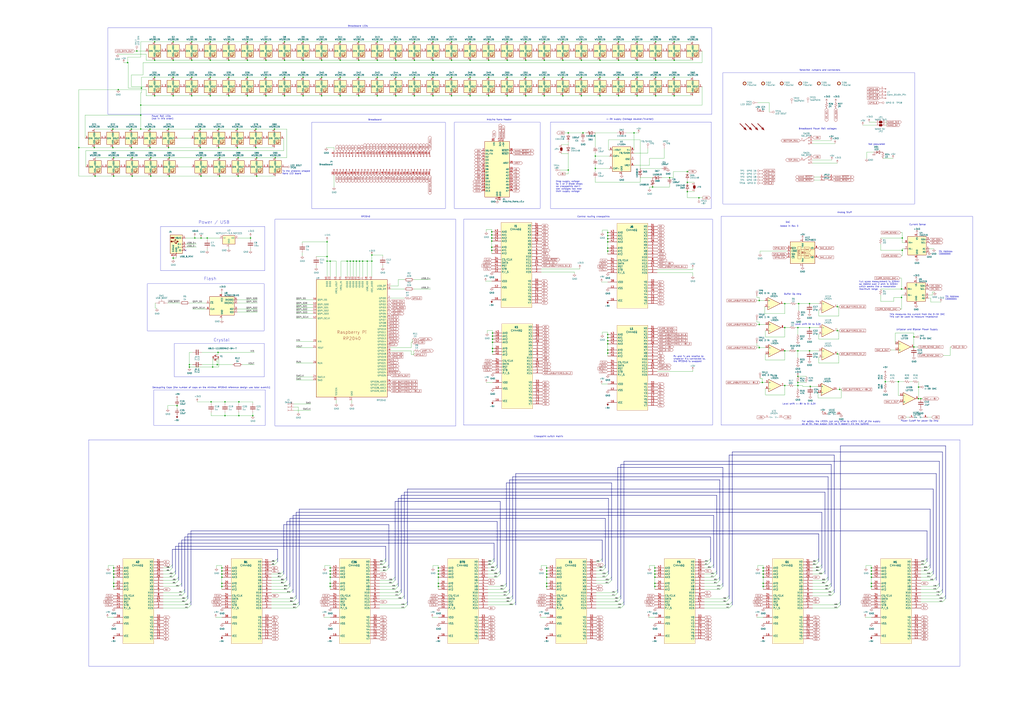
<source format=kicad_sch>
(kicad_sch (version 20230121) (generator eeschema)
  (paper "A1")
  (lib_symbols
    (symbol "+9V_1" (power) (pin_names (offset 0))
      (property "Value" "+9V_1" (at 0 3.556 0))
      (symbol "+9V_1_1_1"
        (pin power_in line (at 0 0 90) (length 0) hide (name "+9V") (number "1"))
      )
    )
    (symbol "+9V_10" (power) (pin_names (offset 0))
      (property "Value" "+9V_10" (at 0 3.556 0))
      (symbol "+9V_10_1_1"
        (pin power_in line (at 0 0 90) (length 0) hide (name "+9V") (number "1"))
      )
    )
    (symbol "+9V_11" (power) (pin_names (offset 0))
      (property "Value" "+9V_11" (at 0 3.556 0))
      (symbol "+9V_11_1_1"
        (pin power_in line (at 0 0 90) (length 0) hide (name "+9V") (number "1"))
      )
    )
    (symbol "+9V_12" (power) (pin_names (offset 0))
      (property "Value" "+9V_12" (at 0 3.556 0))
      (symbol "+9V_12_1_1"
        (pin power_in line (at 0 0 90) (length 0) hide (name "+9V") (number "1"))
      )
    )
    (symbol "+9V_2" (power) (pin_names (offset 0))
      (property "Value" "+9V_2" (at 0 3.556 0))
      (symbol "+9V_2_1_1"
        (pin power_in line (at 0 0 90) (length 0) hide (name "+9V") (number "1"))
      )
    )
    (symbol "+9V_3" (power) (pin_names (offset 0))
      (property "Value" "+9V_3" (at 0 3.556 0))
      (symbol "+9V_3_1_1"
        (pin power_in line (at 0 0 90) (length 0) hide (name "+9V") (number "1"))
      )
    )
    (symbol "+9V_4" (power) (pin_names (offset 0))
      (property "Value" "+9V_4" (at 0 3.556 0))
      (symbol "+9V_4_1_1"
        (pin power_in line (at 0 0 90) (length 0) hide (name "+9V") (number "1"))
      )
    )
    (symbol "+9V_5" (power) (pin_names (offset 0))
      (property "Value" "+9V_5" (at 0 3.556 0))
      (symbol "+9V_5_1_1"
        (pin power_in line (at 0 0 90) (length 0) hide (name "+9V") (number "1"))
      )
    )
    (symbol "+9V_6" (power) (pin_names (offset 0))
      (property "Value" "+9V_6" (at 0 3.556 0))
      (symbol "+9V_6_1_1"
        (pin power_in line (at 0 0 90) (length 0) hide (name "+9V") (number "1"))
      )
    )
    (symbol "+9V_7" (power) (pin_names (offset 0))
      (property "Value" "+9V_7" (at 0 3.556 0))
      (symbol "+9V_7_1_1"
        (pin power_in line (at 0 0 90) (length 0) hide (name "+9V") (number "1"))
      )
    )
    (symbol "+9V_8" (power) (pin_names (offset 0))
      (property "Value" "+9V_8" (at 0 3.556 0))
      (symbol "+9V_8_1_1"
        (pin power_in line (at 0 0 90) (length 0) hide (name "+9V") (number "1"))
      )
    )
    (symbol "+9V_9" (power) (pin_names (offset 0))
      (property "Value" "+9V_9" (at 0 3.556 0))
      (symbol "+9V_9_1_1"
        (pin power_in line (at 0 0 90) (length 0) hide (name "+9V") (number "1"))
      )
    )
    (symbol "-9V_1" (power) (pin_names (offset 0))
      (property "Value" "-9V_1" (at 0 3.81 0))
      (symbol "-9V_1_1_1"
        (pin power_in line (at 0 0 90) (length 0) hide (name "-9V") (number "1"))
      )
    )
    (symbol "-9V_10" (power) (pin_names (offset 0))
      (property "Value" "-9V_10" (at 0 3.81 0))
      (symbol "-9V_10_1_1"
        (pin power_in line (at 0 0 90) (length 0) hide (name "-9V") (number "1"))
      )
    )
    (symbol "-9V_11" (power) (pin_names (offset 0))
      (property "Value" "-9V_11" (at 0 3.81 0))
      (symbol "-9V_11_1_1"
        (pin power_in line (at 0 0 90) (length 0) hide (name "-9V") (number "1"))
      )
    )
    (symbol "-9V_12" (power) (pin_names (offset 0))
      (property "Value" "-9V_12" (at 0 3.81 0))
      (symbol "-9V_12_1_1"
        (pin power_in line (at 0 0 90) (length 0) hide (name "-9V") (number "1"))
      )
    )
    (symbol "-9V_2" (power) (pin_names (offset 0))
      (property "Value" "-9V_2" (at 0 3.81 0))
      (symbol "-9V_2_1_1"
        (pin power_in line (at 0 0 90) (length 0) hide (name "-9V") (number "1"))
      )
    )
    (symbol "-9V_3" (power) (pin_names (offset 0))
      (property "Value" "-9V_3" (at 0 3.81 0))
      (symbol "-9V_3_1_1"
        (pin power_in line (at 0 0 90) (length 0) hide (name "-9V") (number "1"))
      )
    )
    (symbol "-9V_4" (power) (pin_names (offset 0))
      (property "Value" "-9V_4" (at 0 3.81 0))
      (symbol "-9V_4_1_1"
        (pin power_in line (at 0 0 90) (length 0) hide (name "-9V") (number "1"))
      )
    )
    (symbol "-9V_5" (power) (pin_names (offset 0))
      (property "Value" "-9V_5" (at 0 3.81 0))
      (symbol "-9V_5_1_1"
        (pin power_in line (at 0 0 90) (length 0) hide (name "-9V") (number "1"))
      )
    )
    (symbol "-9V_6" (power) (pin_names (offset 0))
      (property "Value" "-9V_6" (at 0 3.81 0))
      (symbol "-9V_6_1_1"
        (pin power_in line (at 0 0 90) (length 0) hide (name "-9V") (number "1"))
      )
    )
    (symbol "-9V_7" (power) (pin_names (offset 0))
      (property "Value" "-9V_7" (at 0 3.81 0))
      (symbol "-9V_7_1_1"
        (pin power_in line (at 0 0 90) (length 0) hide (name "-9V") (number "1"))
      )
    )
    (symbol "-9V_8" (power) (pin_names (offset 0))
      (property "Value" "-9V_8" (at 0 3.81 0))
      (symbol "-9V_8_1_1"
        (pin power_in line (at 0 0 90) (length 0) hide (name "-9V") (number "1"))
      )
    )
    (symbol "-9V_9" (power) (pin_names (offset 0))
      (property "Value" "-9V_9" (at 0 3.81 0))
      (symbol "-9V_9_1_1"
        (pin power_in line (at 0 0 90) (length 0) hide (name "-9V") (number "1"))
      )
    )
    (symbol "Amplifier_Operational:L272D" (pin_names (offset 0.127))
      (property "Reference" "U" (at 0 5.08 0))
      (property "Value" "L272D" (at 0 -5.08 0))
      (symbol "L272D_1_1"
        (pin no_connect line (at -2.54 -2.54 90) (length 2.54) hide (name "NC") (number "1"))
        (pin input line (at -7.62 2.54 0) (length 2.54) (name "+") (number "13"))
        (pin input line (at -7.62 -2.54 0) (length 2.54) (name "-") (number "14"))
        (pin no_connect line (at 0 -2.54 90) (length 2.54) hide (name "NC") (number "2"))
        (pin output line (at 7.62 0 180) (length 2.54) (name "~") (number "3"))
        (pin no_connect line (at -2.54 2.54 90) (length 2.54) hide (name "NC") (number "7"))
        (pin no_connect line (at 0 2.54 90) (length 2.54) hide (name "NC") (number "8"))
      )
      (symbol "L272D_2_1"
        (pin no_connect line (at 0 -2.54 270) (length 2.54) hide (name "NC") (number "10"))
        (pin input line (at -7.62 -2.54 0) (length 2.54) (name "-") (number "11"))
        (pin input line (at -7.62 2.54 0) (length 2.54) (name "+") (number "12"))
        (pin no_connect line (at -2.54 2.54 270) (length 2.54) hide (name "NC") (number "15"))
        (pin no_connect line (at 0 2.54 270) (length 2.54) hide (name "NC") (number "16"))
        (pin output line (at 7.62 0 180) (length 2.54) (name "~") (number "5"))
        (pin no_connect line (at -2.54 -2.54 270) (length 2.54) hide (name "NC") (number "9"))
      )
      (symbol "L272D_3_1"
        (pin power_in line (at -2.54 7.62 270) (length 3.81) (name "V+") (number "4"))
        (pin power_in line (at -2.54 -7.62 90) (length 3.81) (name "V-") (number "6"))
      )
    )
    (symbol "Amplifier_Operational:LM324" (pin_names (offset 0.127))
      (property "Reference" "U" (at 0 5.08 0))
      (property "Value" "LM324" (at 0 -5.08 0))
      (symbol "LM324_1_1"
        (pin output line (at 7.62 0 180) (length 2.54) (name "~") (number "1"))
        (pin input line (at -7.62 -2.54 0) (length 2.54) (name "-") (number "2"))
        (pin input line (at -7.62 2.54 0) (length 2.54) (name "+") (number "3"))
      )
      (symbol "LM324_2_1"
        (pin input line (at -7.62 2.54 0) (length 2.54) (name "+") (number "5"))
        (pin input line (at -7.62 -2.54 0) (length 2.54) (name "-") (number "6"))
        (pin output line (at 7.62 0 180) (length 2.54) (name "~") (number "7"))
      )
      (symbol "LM324_3_1"
        (pin input line (at -7.62 2.54 0) (length 2.54) (name "+") (number "10"))
        (pin output line (at 7.62 0 180) (length 2.54) (name "~") (number "8"))
        (pin input line (at -7.62 -2.54 0) (length 2.54) (name "-") (number "9"))
      )
      (symbol "LM324_4_1"
        (pin input line (at -7.62 2.54 0) (length 2.54) (name "+") (number "12"))
        (pin input line (at -7.62 -2.54 0) (length 2.54) (name "-") (number "13"))
        (pin output line (at 7.62 0 180) (length 2.54) (name "~") (number "14"))
      )
      (symbol "LM324_5_1"
        (pin power_in line (at -2.54 -7.62 90) (length 3.81) (name "V-") (number "11"))
        (pin power_in line (at -2.54 7.62 270) (length 3.81) (name "V+") (number "4"))
      )
    )
    (symbol "Analog_DAC:MCP4725xxx-xCH"
      (property "Reference" "U" (at -6.35 6.35 0))
      (property "Value" "MCP4725xxx-xCH" (at 8.89 6.35 0))
      (symbol "MCP4725xxx-xCH_1_1"
        (pin output line (at 10.16 0 180) (length 2.54) (name "VOUT") (number "1"))
        (pin power_in line (at 0 -7.62 90) (length 2.54) (name "VSS") (number "2"))
        (pin power_in line (at 0 7.62 270) (length 2.54) (name "VDD") (number "3"))
        (pin bidirectional line (at -10.16 0 0) (length 2.54) (name "SDA") (number "4"))
        (pin input line (at -10.16 2.54 0) (length 2.54) (name "SCL") (number "5"))
        (pin input line (at -10.16 -2.54 0) (length 2.54) (name "A0") (number "6"))
      )
    )
    (symbol "Analog_DAC:MCP4822" (pin_names (offset 1.016))
      (property "Reference" "U" (at -2.54 10.795 0))
      (property "Value" "MCP4822" (at -2.54 8.89 0))
      (symbol "MCP4822_0_0"
        (text "CNTRL" (at -2.032 -4.191 900) (effects (font (size 1.27 1.27)) (justify left bottom)))
        (text "DAC" (at 3.81 -3.81 0) (effects (font (size 1.27 1.27))))
        (text "DAC" (at 3.81 1.27 0) (effects (font (size 1.27 1.27))))
      )
      (symbol "MCP4822_1_1"
        (pin power_in line (at 0 10.16 270) (length 2.54) (name "Vdd") (number "1"))
        (pin input line (at -12.7 -5.08 0) (length 2.54) (name "~{CS}") (number "2"))
        (pin input clock (at -12.7 2.54 0) (length 2.54) (name "SCK") (number "3"))
        (pin input line (at -12.7 -2.54 0) (length 2.54) (name "SDI") (number "4"))
        (pin input line (at -12.7 0 0) (length 2.54) (name "~{LDAC}") (number "5"))
        (pin output line (at 12.7 -5.08 180) (length 2.54) (name "VB") (number "6"))
        (pin power_in line (at 0 -12.7 90) (length 2.54) (name "Vss") (number "7"))
        (pin output line (at 12.7 2.54 180) (length 2.54) (name "VA") (number "8"))
      )
    )
    (symbol "Connector:Breadboard" (pin_names (offset 1.016) hide)
      (property "Reference" "J" (at 0 43.18 0))
      (property "Value" "Connector_Breadboard" (at 0 -43.18 0))
      (symbol "Breadboard_1_1"
        (pin passive line (at 5.08 40.64 180) (length 3.81) (name "Pin_0") (number "0"))
        (pin passive line (at 5.08 38.1 180) (length 3.81) (name "Pin_1") (number "1"))
        (pin passive line (at 5.08 15.24 180) (length 3.81) (name "Pin_10") (number "10"))
        (pin passive line (at 5.08 12.7 180) (length 3.81) (name "Pin_11") (number "11"))
        (pin passive line (at 5.08 10.16 180) (length 3.81) (name "Pin_12") (number "12"))
        (pin passive line (at 5.08 7.62 180) (length 3.81) (name "Pin_13") (number "13"))
        (pin passive line (at 5.08 5.08 180) (length 3.81) (name "Pin_14") (number "14"))
        (pin passive line (at 5.08 2.54 180) (length 3.81) (name "Pin_15") (number "15"))
        (pin passive line (at 5.08 0 180) (length 3.81) (name "Pin_16") (number "16"))
        (pin passive line (at 5.08 -2.54 180) (length 3.81) (name "Pin_17") (number "17"))
        (pin passive line (at 5.08 -5.08 180) (length 3.81) (name "Pin_18") (number "18"))
        (pin passive line (at 5.08 -7.62 180) (length 3.81) (name "Pin_19") (number "19"))
        (pin passive line (at 5.08 35.56 180) (length 3.81) (name "Pin_2") (number "2"))
        (pin passive line (at 5.08 -10.16 180) (length 3.81) (name "Pin_20") (number "20"))
        (pin passive line (at 5.08 -12.7 180) (length 3.81) (name "Pin_21") (number "21"))
        (pin passive line (at 5.08 -15.24 180) (length 3.81) (name "Pin_22") (number "22"))
        (pin passive line (at 5.08 -17.78 180) (length 3.81) (name "Pin_23") (number "23"))
        (pin passive line (at 5.08 -20.32 180) (length 3.81) (name "Pin_24") (number "24"))
        (pin passive line (at 5.08 -22.86 180) (length 3.81) (name "Pin_25") (number "25"))
        (pin passive line (at 5.08 -25.4 180) (length 3.81) (name "Pin_26") (number "26"))
        (pin passive line (at 5.08 -27.94 180) (length 3.81) (name "Pin_27") (number "27"))
        (pin passive line (at 5.08 -30.48 180) (length 3.81) (name "Pin_28") (number "28"))
        (pin passive line (at 5.08 -33.02 180) (length 3.81) (name "Pin_29") (number "29"))
        (pin passive line (at 5.08 33.02 180) (length 3.81) (name "Pin_3") (number "3"))
        (pin passive line (at 5.08 -35.56 180) (length 3.81) (name "Pin_30") (number "30"))
        (pin passive line (at 5.08 -38.1 180) (length 3.81) (name "Pin_31") (number "31"))
        (pin passive line (at -15.24 40.64 0) (length 3.81) (name "Pin_0") (number "32"))
        (pin passive line (at -15.24 38.1 0) (length 3.81) (name "Pin_1") (number "33"))
        (pin passive line (at -15.24 35.56 0) (length 3.81) (name "Pin_2") (number "34"))
        (pin passive line (at -15.24 33.02 0) (length 3.81) (name "Pin_3") (number "35"))
        (pin passive line (at -15.24 30.48 0) (length 3.81) (name "Pin_4") (number "36"))
        (pin passive line (at -15.24 27.94 0) (length 3.81) (name "Pin_5") (number "37"))
        (pin passive line (at -15.24 25.4 0) (length 3.81) (name "Pin_6") (number "38"))
        (pin passive line (at -15.24 22.86 0) (length 3.81) (name "Pin_7") (number "39"))
        (pin passive line (at 5.08 30.48 180) (length 3.81) (name "Pin_4") (number "4"))
        (pin passive line (at -15.24 20.32 0) (length 3.81) (name "Pin_8") (number "40"))
        (pin passive line (at -15.24 17.78 0) (length 3.81) (name "Pin_9") (number "41"))
        (pin passive line (at -15.24 15.24 0) (length 3.81) (name "Pin_10") (number "42"))
        (pin passive line (at -15.24 12.7 0) (length 3.81) (name "Pin_11") (number "43"))
        (pin passive line (at -15.24 10.16 0) (length 3.81) (name "Pin_12") (number "44"))
        (pin passive line (at -15.24 7.62 0) (length 3.81) (name "Pin_13") (number "45"))
        (pin passive line (at -15.24 5.08 0) (length 3.81) (name "Pin_14") (number "46"))
        (pin passive line (at -15.24 2.54 0) (length 3.81) (name "Pin_15") (number "47"))
        (pin passive line (at -15.24 0 0) (length 3.81) (name "Pin_16") (number "48"))
        (pin passive line (at -15.24 -2.54 0) (length 3.81) (name "Pin_17") (number "49"))
        (pin passive line (at 5.08 27.94 180) (length 3.81) (name "Pin_5") (number "5"))
        (pin passive line (at -15.24 -5.08 0) (length 3.81) (name "Pin_18") (number "50"))
        (pin passive line (at -15.24 -7.62 0) (length 3.81) (name "Pin_19") (number "51"))
        (pin passive line (at -15.24 -10.16 0) (length 3.81) (name "Pin_20") (number "52"))
        (pin passive line (at -15.24 -12.7 0) (length 3.81) (name "Pin_21") (number "53"))
        (pin passive line (at -15.24 -15.24 0) (length 3.81) (name "Pin_22") (number "54"))
        (pin passive line (at -15.24 -17.78 0) (length 3.81) (name "Pin_23") (number "55"))
        (pin passive line (at -15.24 -20.32 0) (length 3.81) (name "Pin_24") (number "56"))
        (pin passive line (at -15.24 -22.86 0) (length 3.81) (name "Pin_25") (number "57"))
        (pin passive line (at -15.24 -25.4 0) (length 3.81) (name "Pin_26") (number "58"))
        (pin passive line (at -15.24 -27.94 0) (length 3.81) (name "Pin_27") (number "59"))
        (pin passive line (at 5.08 25.4 180) (length 3.81) (name "Pin_6") (number "6"))
        (pin passive line (at -15.24 -30.48 0) (length 3.81) (name "Pin_28") (number "60"))
        (pin passive line (at -15.24 -33.02 0) (length 3.81) (name "Pin_29") (number "61"))
        (pin passive line (at -15.24 -35.56 0) (length 3.81) (name "Pin_30") (number "62"))
        (pin passive line (at -15.24 -38.1 0) (length 3.81) (name "Pin_31") (number "63"))
        (pin passive line (at 5.08 22.86 180) (length 3.81) (name "Pin_7") (number "7"))
        (pin passive line (at 5.08 20.32 180) (length 3.81) (name "Pin_8") (number "8"))
        (pin passive line (at 5.08 17.78 180) (length 3.81) (name "Pin_9") (number "9"))
      )
    )
    (symbol "Connector:Conn_01x01_Pin" (pin_names (offset 1.016) hide)
      (property "Reference" "J" (at 0 2.54 0))
      (property "Value" "Conn_01x01_Pin" (at 0 -2.54 0))
      (symbol "Conn_01x01_Pin_1_1"
        (pin passive line (at 5.08 0 180) (length 3.81) (name "Pin_1") (number "1"))
      )
    )
    (symbol "Connector:Conn_01x03_Socket" (pin_names (offset 1.016) hide)
      (property "Reference" "J" (at 0 5.08 0))
      (property "Value" "Conn_01x03_Socket" (at 0 -5.08 0))
      (symbol "Conn_01x03_Socket_1_1"
        (pin passive line (at -5.08 2.54 0) (length 3.81) (name "Pin_1") (number "1"))
        (pin passive line (at -5.08 0 0) (length 3.81) (name "Pin_2") (number "2"))
        (pin passive line (at -5.08 -2.54 0) (length 3.81) (name "Pin_3") (number "3"))
      )
    )
    (symbol "Connector:Conn_01x04_Pin" (pin_names (offset 1.016) hide)
      (property "Reference" "J" (at 0 5.08 0))
      (property "Value" "Conn_01x04_Pin" (at 0 -7.62 0))
      (symbol "Conn_01x04_Pin_1_1"
        (pin passive line (at 5.08 2.54 180) (length 3.81) (name "Pin_1") (number "1"))
        (pin passive line (at 5.08 0 180) (length 3.81) (name "Pin_2") (number "2"))
        (pin passive line (at 5.08 -2.54 180) (length 3.81) (name "Pin_3") (number "3"))
        (pin passive line (at 5.08 -5.08 180) (length 3.81) (name "Pin_4") (number "4"))
      )
    )
    (symbol "Connector:TestPoint" (pin_numbers hide) (pin_names (offset 0.762) hide)
      (property "Reference" "TP" (at 0 6.858 0))
      (property "Value" "TestPoint" (at 0 5.08 0))
      (symbol "TestPoint_1_1"
        (pin passive line (at 0 0 90) (length 2.54) (name "1") (number "1"))
      )
    )
    (symbol "Connector:USB_B_Micro" (pin_names (offset 1.016))
      (property "Reference" "J" (at -5.08 11.43 0))
      (property "Value" "USB_B_Micro" (at -5.08 8.89 0))
      (symbol "USB_B_Micro_1_1"
        (pin power_out line (at 7.62 5.08 180) (length 2.54) (name "VBUS") (number "1"))
        (pin bidirectional line (at 7.62 -2.54 180) (length 2.54) (name "D-") (number "2"))
        (pin bidirectional line (at 7.62 0 180) (length 2.54) (name "D+") (number "3"))
        (pin passive line (at 7.62 -5.08 180) (length 2.54) (name "ID") (number "4"))
        (pin power_out line (at 0 -10.16 90) (length 2.54) (name "GND") (number "5"))
        (pin passive line (at -2.54 -10.16 90) (length 2.54) (name "Shield") (number "6"))
      )
    )
    (symbol "Connector_Generic:Conn_01x02" (pin_names (offset 1.016) hide)
      (property "Reference" "J" (at 0 2.54 0))
      (property "Value" "Conn_01x02" (at 0 -5.08 0))
      (symbol "Conn_01x02_1_1"
        (pin passive line (at -5.08 0 0) (length 3.81) (name "Pin_1") (number "1"))
        (pin passive line (at -5.08 -2.54 0) (length 3.81) (name "Pin_2") (number "2"))
      )
    )
    (symbol "Device:C" (pin_numbers hide) (pin_names (offset 0.254))
      (property "Reference" "C" (at 0.635 2.54 0))
      (property "Value" "C" (at 0.635 -2.54 0))
      (symbol "C_1_1"
        (pin passive line (at 0 3.81 270) (length 2.794) (name "~") (number "1"))
        (pin passive line (at 0 -3.81 90) (length 2.794) (name "~") (number "2"))
      )
    )
    (symbol "Device:CP1_Small" (pin_numbers hide) (pin_names (offset 0.254) hide)
      (property "Reference" "C" (at 0.254 1.778 0))
      (property "Value" "Device_CP1_Small" (at 0.254 -2.032 0))
      (symbol "CP1_Small_1_1"
        (pin passive line (at 0 2.54 270) (length 2.032) (name "~") (number "1"))
        (pin passive line (at 0 -2.54 90) (length 2.032) (name "~") (number "2"))
      )
    )
    (symbol "Device:C_Small" (pin_numbers hide) (pin_names (offset 0.254) hide)
      (property "Reference" "C" (at 0.254 1.778 0))
      (property "Value" "Device_C_Small" (at 0.254 -2.032 0))
      (symbol "C_Small_1_1"
        (pin passive line (at 0 2.54 270) (length 2.032) (name "~") (number "1"))
        (pin passive line (at 0 -2.54 90) (length 2.032) (name "~") (number "2"))
      )
    )
    (symbol "Device:Crystal_GND24_Small" (pin_names (offset 1.016) hide)
      (property "Reference" "Y" (at 1.27 4.445 0))
      (property "Value" "Crystal_GND24_Small" (at 1.27 2.54 0))
      (symbol "Crystal_GND24_Small_1_1"
        (pin passive line (at -2.54 0 0) (length 1.27) (name "1") (number "1"))
        (pin passive line (at 0 -2.54 90) (length 0.635) (name "2") (number "2"))
        (pin passive line (at 2.54 0 180) (length 1.27) (name "3") (number "3"))
        (pin passive line (at 0 2.54 270) (length 0.635) (name "4") (number "4"))
      )
    )
    (symbol "Device:LED" (pin_numbers hide) (pin_names (offset 1.016) hide)
      (property "Reference" "D" (at 0 2.54 0))
      (property "Value" "LED" (at 0 -2.54 0))
      (symbol "LED_1_1"
        (pin passive line (at -3.81 0 0) (length 2.54) (name "K") (number "1"))
        (pin passive line (at 3.81 0 180) (length 2.54) (name "A") (number "2"))
      )
    )
    (symbol "Device:Polyfuse_Small" (pin_numbers hide) (pin_names (offset 0))
      (property "Reference" "F" (at -1.905 0 90))
      (property "Value" "Polyfuse_Small" (at 1.905 0 90))
      (symbol "Polyfuse_Small_1_1"
        (pin passive line (at 0 2.54 270) (length 0.635) (name "~") (number "1"))
        (pin passive line (at 0 -2.54 90) (length 0.635) (name "~") (number "2"))
      )
    )
    (symbol "Device:R" (pin_numbers hide) (pin_names (offset 0))
      (property "Reference" "R" (at 2.032 0 90))
      (property "Value" "R" (at 0 0 90))
      (symbol "R_1_1"
        (pin passive line (at 0 3.81 270) (length 1.27) (name "~") (number "1"))
        (pin passive line (at 0 -3.81 90) (length 1.27) (name "~") (number "2"))
      )
    )
    (symbol "Device:R_Small_US" (pin_numbers hide) (pin_names (offset 0.254) hide)
      (property "Reference" "R" (at 0.762 0.508 0))
      (property "Value" "Device_R_Small_US" (at 0.762 -1.016 0))
      (symbol "R_Small_US_1_1"
        (pin passive line (at 0 2.54 270) (length 1.016) (name "~") (number "1"))
        (pin passive line (at 0 -2.54 90) (length 1.016) (name "~") (number "2"))
      )
    )
    (symbol "Diode:1N4148W" (pin_numbers hide) (pin_names hide)
      (property "Reference" "D" (at 0 2.54 0))
      (property "Value" "1N4148W" (at 0 -2.54 0))
      (symbol "1N4148W_1_1"
        (pin passive line (at -3.81 0 0) (length 2.54) (name "K") (number "1"))
        (pin passive line (at 3.81 0 180) (length 2.54) (name "A") (number "2"))
      )
    )
    (symbol "Diode:1N5819" (pin_numbers hide) (pin_names (offset 1.016) hide)
      (property "Reference" "D" (at 0 2.54 0))
      (property "Value" "1N5819" (at 0 -2.54 0))
      (symbol "1N5819_1_1"
        (pin passive line (at -3.81 0 0) (length 2.54) (name "K") (number "1"))
        (pin passive line (at 3.81 0 180) (length 2.54) (name "A") (number "2"))
      )
    )
    (symbol "GND_10" (power) (pin_names (offset 0))
      (property "Value" "GND_10" (at 0 -3.81 0))
      (symbol "GND_10_1_1"
        (pin power_in line (at 0 0 270) (length 0) hide (name "GND") (number "1"))
      )
    )
    (symbol "GND_11" (power) (pin_names (offset 0))
      (property "Value" "GND_11" (at 0 -3.81 0))
      (symbol "GND_11_1_1"
        (pin power_in line (at 0 0 270) (length 0) hide (name "GND") (number "1"))
      )
    )
    (symbol "GND_12" (power) (pin_names (offset 0))
      (property "Value" "GND_12" (at 0 -3.81 0))
      (symbol "GND_12_1_1"
        (pin power_in line (at 0 0 270) (length 0) hide (name "GND") (number "1"))
      )
    )
    (symbol "GND_13" (power) (pin_names (offset 0))
      (property "Value" "GND_13" (at 0 -3.81 0))
      (symbol "GND_13_1_1"
        (pin power_in line (at 0 0 270) (length 0) hide (name "GND") (number "1"))
      )
    )
    (symbol "GND_14" (power) (pin_names (offset 0))
      (property "Value" "GND_14" (at 0 -3.81 0))
      (symbol "GND_14_1_1"
        (pin power_in line (at 0 0 270) (length 0) hide (name "GND") (number "1"))
      )
    )
    (symbol "GND_15" (power) (pin_names (offset 0))
      (property "Value" "GND_15" (at 0 -3.81 0))
      (symbol "GND_15_1_1"
        (pin power_in line (at 0 0 270) (length 0) hide (name "GND") (number "1"))
      )
    )
    (symbol "GND_16" (power) (pin_names (offset 0))
      (property "Value" "GND_16" (at 0 -3.81 0))
      (symbol "GND_16_1_1"
        (pin power_in line (at 0 0 270) (length 0) hide (name "GND") (number "1"))
      )
    )
    (symbol "GND_17" (power) (pin_names (offset 0))
      (property "Value" "GND_17" (at 0 -3.81 0))
      (symbol "GND_17_1_1"
        (pin power_in line (at 0 0 270) (length 0) hide (name "GND") (number "1"))
      )
    )
    (symbol "GND_18" (power) (pin_names (offset 0))
      (property "Value" "GND_18" (at 0 -3.81 0))
      (symbol "GND_18_1_1"
        (pin power_in line (at 0 0 270) (length 0) hide (name "GND") (number "1"))
      )
    )
    (symbol "GND_19" (power) (pin_names (offset 0))
      (property "Value" "GND_19" (at 0 -3.81 0))
      (symbol "GND_19_1_1"
        (pin power_in line (at 0 0 270) (length 0) hide (name "GND") (number "1"))
      )
    )
    (symbol "GND_20" (power) (pin_names (offset 0))
      (property "Value" "GND_20" (at 0 -3.81 0))
      (symbol "GND_20_1_1"
        (pin power_in line (at 0 0 270) (length 0) hide (name "GND") (number "1"))
      )
    )
    (symbol "GND_21" (power) (pin_names (offset 0))
      (property "Value" "GND_21" (at 0 -3.81 0))
      (symbol "GND_21_1_1"
        (pin power_in line (at 0 0 270) (length 0) hide (name "GND") (number "1"))
      )
    )
    (symbol "GND_22" (power) (pin_names (offset 0))
      (property "Value" "GND_22" (at 0 -3.81 0))
      (symbol "GND_22_1_1"
        (pin power_in line (at 0 0 270) (length 0) hide (name "GND") (number "1"))
      )
    )
    (symbol "GND_23" (power) (pin_names (offset 0))
      (property "Value" "GND_23" (at 0 -3.81 0))
      (symbol "GND_23_1_1"
        (pin power_in line (at 0 0 270) (length 0) hide (name "GND") (number "1"))
      )
    )
    (symbol "GND_24" (power) (pin_names (offset 0))
      (property "Value" "GND_24" (at 0 -3.81 0))
      (symbol "GND_24_1_1"
        (pin power_in line (at 0 0 270) (length 0) hide (name "GND") (number "1"))
      )
    )
    (symbol "GND_25" (power) (pin_names (offset 0))
      (property "Value" "GND_25" (at 0 -3.81 0))
      (symbol "GND_25_1_1"
        (pin power_in line (at 0 0 270) (length 0) hide (name "GND") (number "1"))
      )
    )
    (symbol "GND_26" (power) (pin_names (offset 0))
      (property "Value" "GND_26" (at 0 -3.81 0))
      (symbol "GND_26_1_1"
        (pin power_in line (at 0 0 270) (length 0) hide (name "GND") (number "1"))
      )
    )
    (symbol "GND_27" (power) (pin_names (offset 0))
      (property "Value" "GND_27" (at 0 -3.81 0))
      (symbol "GND_27_1_1"
        (pin power_in line (at 0 0 270) (length 0) hide (name "GND") (number "1"))
      )
    )
    (symbol "GND_28" (power) (pin_names (offset 0))
      (property "Value" "GND_28" (at 0 -3.81 0))
      (symbol "GND_28_1_1"
        (pin power_in line (at 0 0 270) (length 0) hide (name "GND") (number "1"))
      )
    )
    (symbol "GND_29" (power) (pin_names (offset 0))
      (property "Value" "GND_29" (at 0 -3.81 0))
      (symbol "GND_29_1_1"
        (pin power_in line (at 0 0 270) (length 0) hide (name "GND") (number "1"))
      )
    )
    (symbol "GND_3" (power) (pin_names (offset 0))
      (property "Value" "GND_3" (at 0 -3.81 0))
      (symbol "GND_3_1_1"
        (pin power_in line (at 0 0 270) (length 0) hide (name "GND") (number "1"))
      )
    )
    (symbol "GND_30" (power) (pin_names (offset 0))
      (property "Value" "GND_30" (at 0 -3.81 0))
      (symbol "GND_30_1_1"
        (pin power_in line (at 0 0 270) (length 0) hide (name "GND") (number "1"))
      )
    )
    (symbol "GND_31" (power) (pin_names (offset 0))
      (property "Value" "GND_31" (at 0 -3.81 0))
      (symbol "GND_31_1_1"
        (pin power_in line (at 0 0 270) (length 0) hide (name "GND") (number "1"))
      )
    )
    (symbol "GND_32" (power) (pin_names (offset 0))
      (property "Value" "GND_32" (at 0 -3.81 0))
      (symbol "GND_32_1_1"
        (pin power_in line (at 0 0 270) (length 0) hide (name "GND") (number "1"))
      )
    )
    (symbol "GND_33" (power) (pin_names (offset 0))
      (property "Value" "GND_33" (at 0 -3.81 0))
      (symbol "GND_33_1_1"
        (pin power_in line (at 0 0 270) (length 0) hide (name "GND") (number "1"))
      )
    )
    (symbol "GND_34" (power) (pin_names (offset 0))
      (property "Value" "GND_34" (at 0 -3.81 0))
      (symbol "GND_34_1_1"
        (pin power_in line (at 0 0 270) (length 0) hide (name "GND") (number "1"))
      )
    )
    (symbol "GND_35" (power) (pin_names (offset 0))
      (property "Value" "GND_35" (at 0 -3.81 0))
      (symbol "GND_35_1_1"
        (pin power_in line (at 0 0 270) (length 0) hide (name "GND") (number "1"))
      )
    )
    (symbol "GND_36" (power) (pin_names (offset 0))
      (property "Value" "GND_36" (at 0 -3.81 0))
      (symbol "GND_36_1_1"
        (pin power_in line (at 0 0 270) (length 0) hide (name "GND") (number "1"))
      )
    )
    (symbol "GND_37" (power) (pin_names (offset 0))
      (property "Value" "GND_37" (at 0 -3.81 0))
      (symbol "GND_37_1_1"
        (pin power_in line (at 0 0 270) (length 0) hide (name "GND") (number "1"))
      )
    )
    (symbol "GND_38" (power) (pin_names (offset 0))
      (property "Value" "GND_38" (at 0 -3.81 0))
      (symbol "GND_38_1_1"
        (pin power_in line (at 0 0 270) (length 0) hide (name "GND") (number "1"))
      )
    )
    (symbol "GND_39" (power) (pin_names (offset 0))
      (property "Value" "GND_39" (at 0 -3.81 0))
      (symbol "GND_39_1_1"
        (pin power_in line (at 0 0 270) (length 0) hide (name "GND") (number "1"))
      )
    )
    (symbol "GND_4" (power) (pin_names (offset 0))
      (property "Value" "GND_4" (at 0 -3.81 0))
      (symbol "GND_4_1_1"
        (pin power_in line (at 0 0 270) (length 0) hide (name "GND") (number "1"))
      )
    )
    (symbol "GND_40" (power) (pin_names (offset 0))
      (property "Value" "GND_40" (at 0 -3.81 0))
      (symbol "GND_40_1_1"
        (pin power_in line (at 0 0 270) (length 0) hide (name "GND") (number "1"))
      )
    )
    (symbol "GND_41" (power) (pin_names (offset 0))
      (property "Value" "GND_41" (at 0 -3.81 0))
      (symbol "GND_41_1_1"
        (pin power_in line (at 0 0 270) (length 0) hide (name "GND") (number "1"))
      )
    )
    (symbol "GND_42" (power) (pin_names (offset 0))
      (property "Value" "GND_42" (at 0 -3.81 0))
      (symbol "GND_42_1_1"
        (pin power_in line (at 0 0 270) (length 0) hide (name "GND") (number "1"))
      )
    )
    (symbol "GND_43" (power) (pin_names (offset 0))
      (property "Value" "GND_43" (at 0 -3.81 0))
      (symbol "GND_43_1_1"
        (pin power_in line (at 0 0 270) (length 0) hide (name "GND") (number "1"))
      )
    )
    (symbol "GND_44" (power) (pin_names (offset 0))
      (property "Value" "GND_44" (at 0 -3.81 0))
      (symbol "GND_44_1_1"
        (pin power_in line (at 0 0 270) (length 0) hide (name "GND") (number "1"))
      )
    )
    (symbol "GND_45" (power) (pin_names (offset 0))
      (property "Value" "GND_45" (at 0 -3.81 0))
      (symbol "GND_45_1_1"
        (pin power_in line (at 0 0 270) (length 0) hide (name "GND") (number "1"))
      )
    )
    (symbol "GND_46" (power) (pin_names (offset 0))
      (property "Value" "GND_46" (at 0 -3.81 0))
      (symbol "GND_46_1_1"
        (pin power_in line (at 0 0 270) (length 0) hide (name "GND") (number "1"))
      )
    )
    (symbol "GND_47" (power) (pin_names (offset 0))
      (property "Value" "GND_47" (at 0 -3.81 0))
      (symbol "GND_47_1_1"
        (pin power_in line (at 0 0 270) (length 0) hide (name "GND") (number "1"))
      )
    )
    (symbol "GND_48" (power) (pin_names (offset 0))
      (property "Value" "GND_48" (at 0 -3.81 0))
      (symbol "GND_48_1_1"
        (pin power_in line (at 0 0 270) (length 0) hide (name "GND") (number "1"))
      )
    )
    (symbol "GND_5" (power) (pin_names (offset 0))
      (property "Value" "GND_5" (at 0 -3.81 0))
      (symbol "GND_5_1_1"
        (pin power_in line (at 0 0 270) (length 0) hide (name "GND") (number "1"))
      )
    )
    (symbol "GND_50" (power) (pin_names (offset 0))
      (property "Value" "GND_50" (at 0 -3.81 0))
      (symbol "GND_50_1_1"
        (pin power_in line (at 0 0 270) (length 0) hide (name "GND") (number "1"))
      )
    )
    (symbol "GND_51" (power) (pin_names (offset 0))
      (property "Value" "GND_51" (at 0 -3.81 0))
      (symbol "GND_51_1_1"
        (pin power_in line (at 0 0 270) (length 0) hide (name "GND") (number "1"))
      )
    )
    (symbol "GND_52" (power) (pin_names (offset 0))
      (property "Value" "GND_52" (at 0 -3.81 0))
      (symbol "GND_52_1_1"
        (pin power_in line (at 0 0 270) (length 0) hide (name "GND") (number "1"))
      )
    )
    (symbol "GND_53" (power) (pin_names (offset 0))
      (property "Value" "GND_53" (at 0 -3.81 0))
      (symbol "GND_53_1_1"
        (pin power_in line (at 0 0 270) (length 0) hide (name "GND") (number "1"))
      )
    )
    (symbol "GND_54" (power) (pin_names (offset 0))
      (property "Value" "GND_54" (at 0 -3.81 0))
      (symbol "GND_54_1_1"
        (pin power_in line (at 0 0 270) (length 0) hide (name "GND") (number "1"))
      )
    )
    (symbol "GND_55" (power) (pin_names (offset 0))
      (property "Value" "GND_55" (at 0 -3.81 0))
      (symbol "GND_55_1_1"
        (pin power_in line (at 0 0 270) (length 0) hide (name "GND") (number "1"))
      )
    )
    (symbol "GND_56" (power) (pin_names (offset 0))
      (property "Value" "GND_56" (at 0 -3.81 0))
      (symbol "GND_56_1_1"
        (pin power_in line (at 0 0 270) (length 0) hide (name "GND") (number "1"))
      )
    )
    (symbol "GND_57" (power) (pin_names (offset 0))
      (property "Value" "GND_57" (at 0 -3.81 0))
      (symbol "GND_57_1_1"
        (pin power_in line (at 0 0 270) (length 0) hide (name "GND") (number "1"))
      )
    )
    (symbol "GND_58" (power) (pin_names (offset 0))
      (property "Value" "GND_58" (at 0 -3.81 0))
      (symbol "GND_58_1_1"
        (pin power_in line (at 0 0 270) (length 0) hide (name "GND") (number "1"))
      )
    )
    (symbol "GND_59" (power) (pin_names (offset 0))
      (property "Value" "GND_59" (at 0 -3.81 0))
      (symbol "GND_59_1_1"
        (pin power_in line (at 0 0 270) (length 0) hide (name "GND") (number "1"))
      )
    )
    (symbol "GND_6" (power) (pin_names (offset 0))
      (property "Value" "GND_6" (at 0 -3.81 0))
      (symbol "GND_6_1_1"
        (pin power_in line (at 0 0 270) (length 0) hide (name "GND") (number "1"))
      )
    )
    (symbol "GND_60" (power) (pin_names (offset 0))
      (property "Value" "GND_60" (at 0 -3.81 0))
      (symbol "GND_60_1_1"
        (pin power_in line (at 0 0 270) (length 0) hide (name "GND") (number "1"))
      )
    )
    (symbol "GND_61" (power) (pin_names (offset 0))
      (property "Value" "GND_61" (at 0 -3.81 0))
      (symbol "GND_61_1_1"
        (pin power_in line (at 0 0 270) (length 0) hide (name "GND") (number "1"))
      )
    )
    (symbol "GND_62" (power) (pin_names (offset 0))
      (property "Value" "GND_62" (at 0 -3.81 0))
      (symbol "GND_62_1_1"
        (pin power_in line (at 0 0 270) (length 0) hide (name "GND") (number "1"))
      )
    )
    (symbol "GND_63" (power) (pin_names (offset 0))
      (property "Value" "GND_63" (at 0 -3.81 0))
      (symbol "GND_63_1_1"
        (pin power_in line (at 0 0 270) (length 0) hide (name "GND") (number "1"))
      )
    )
    (symbol "GND_64" (power) (pin_names (offset 0))
      (property "Value" "GND_64" (at 0 -3.81 0))
      (symbol "GND_64_1_1"
        (pin power_in line (at 0 0 270) (length 0) hide (name "GND") (number "1"))
      )
    )
    (symbol "GND_65" (power) (pin_names (offset 0))
      (property "Value" "GND_65" (at 0 -3.81 0))
      (symbol "GND_65_1_1"
        (pin power_in line (at 0 0 270) (length 0) hide (name "GND") (number "1"))
      )
    )
    (symbol "GND_66" (power) (pin_names (offset 0))
      (property "Value" "GND_66" (at 0 -3.81 0))
      (symbol "GND_66_1_1"
        (pin power_in line (at 0 0 270) (length 0) hide (name "GND") (number "1"))
      )
    )
    (symbol "GND_67" (power) (pin_names (offset 0))
      (property "Value" "GND_67" (at 0 -3.81 0))
      (symbol "GND_67_1_1"
        (pin power_in line (at 0 0 270) (length 0) hide (name "GND") (number "1"))
      )
    )
    (symbol "GND_68" (power) (pin_names (offset 0))
      (property "Value" "GND_68" (at 0 -3.81 0))
      (symbol "GND_68_1_1"
        (pin power_in line (at 0 0 270) (length 0) hide (name "GND") (number "1"))
      )
    )
    (symbol "GND_69" (power) (pin_names (offset 0))
      (property "Value" "GND_69" (at 0 -3.81 0))
      (symbol "GND_69_1_1"
        (pin power_in line (at 0 0 270) (length 0) hide (name "GND") (number "1"))
      )
    )
    (symbol "GND_7" (power) (pin_names (offset 0))
      (property "Value" "GND_7" (at 0 -3.81 0))
      (symbol "GND_7_1_1"
        (pin power_in line (at 0 0 270) (length 0) hide (name "GND") (number "1"))
      )
    )
    (symbol "GND_70" (power) (pin_names (offset 0))
      (property "Value" "GND_70" (at 0 -3.81 0))
      (symbol "GND_70_1_1"
        (pin power_in line (at 0 0 270) (length 0) hide (name "GND") (number "1"))
      )
    )
    (symbol "GND_71" (power) (pin_names (offset 0))
      (property "Value" "GND_71" (at 0 -3.81 0))
      (symbol "GND_71_1_1"
        (pin power_in line (at 0 0 270) (length 0) hide (name "GND") (number "1"))
      )
    )
    (symbol "GND_72" (power) (pin_names (offset 0))
      (property "Value" "GND_72" (at 0 -3.81 0))
      (symbol "GND_72_1_1"
        (pin power_in line (at 0 0 270) (length 0) hide (name "GND") (number "1"))
      )
    )
    (symbol "GND_73" (power) (pin_names (offset 0))
      (property "Value" "GND_73" (at 0 -3.81 0))
      (symbol "GND_73_1_1"
        (pin power_in line (at 0 0 270) (length 0) hide (name "GND") (number "1"))
      )
    )
    (symbol "GND_74" (power) (pin_names (offset 0))
      (property "Value" "GND_74" (at 0 -3.81 0))
      (symbol "GND_74_1_1"
        (pin power_in line (at 0 0 270) (length 0) hide (name "GND") (number "1"))
      )
    )
    (symbol "GND_76" (power) (pin_names (offset 0))
      (property "Value" "GND_76" (at 0 -3.81 0))
      (symbol "GND_76_1_1"
        (pin power_in line (at 0 0 270) (length 0) hide (name "GND") (number "1"))
      )
    )
    (symbol "GND_77" (power) (pin_names (offset 0))
      (property "Value" "GND_77" (at 0 -3.81 0))
      (symbol "GND_77_1_1"
        (pin power_in line (at 0 0 270) (length 0) hide (name "GND") (number "1"))
      )
    )
    (symbol "GND_78" (power) (pin_names (offset 0))
      (property "Value" "GND_78" (at 0 -3.81 0))
      (symbol "GND_78_1_1"
        (pin power_in line (at 0 0 270) (length 0) hide (name "GND") (number "1"))
      )
    )
    (symbol "GND_8" (power) (pin_names (offset 0))
      (property "Value" "GND_8" (at 0 -3.81 0))
      (symbol "GND_8_1_1"
        (pin power_in line (at 0 0 270) (length 0) hide (name "GND") (number "1"))
      )
    )
    (symbol "GND_9" (power) (pin_names (offset 0))
      (property "Value" "GND_9" (at 0 -3.81 0))
      (symbol "GND_9_1_1"
        (pin power_in line (at 0 0 270) (length 0) hide (name "GND") (number "1"))
      )
    )
    (symbol "Graphic:SYM_Arrow45_Large" (in_bom no) (on_board no))
    (symbol "Jumper:Jumper_2_Bridged" (pin_names (offset 0) hide)
      (property "Reference" "JP" (at 0 1.905 0))
      (property "Value" "Jumper_2_Bridged" (at 0 -2.54 0))
      (symbol "Jumper_2_Bridged_1_1"
        (pin passive line (at -5.08 0 0) (length 2.54) (name "A") (number "1"))
        (pin passive line (at 5.08 0 180) (length 2.54) (name "B") (number "2"))
      )
    )
    (symbol "Jumper:SolderJumper_2_Bridged" (pin_names (offset 0) hide)
      (property "Reference" "JP" (at 0 2.032 0))
      (property "Value" "SolderJumper_2_Bridged" (at 0 -2.54 0))
      (symbol "SolderJumper_2_Bridged_1_1"
        (pin passive line (at -3.81 0 0) (length 2.54) (name "A") (number "1"))
        (pin passive line (at 3.81 0 180) (length 2.54) (name "B") (number "2"))
      )
    )
    (symbol "Jumper:SolderJumper_2_Open" (pin_names (offset 0) hide)
      (property "Reference" "JP" (at 0 2.032 0))
      (property "Value" "SolderJumper_2_Open" (at 0 -2.54 0))
      (symbol "SolderJumper_2_Open_1_1"
        (pin passive line (at -3.81 0 0) (length 2.54) (name "A") (number "1"))
        (pin passive line (at 3.81 0 180) (length 2.54) (name "B") (number "2"))
      )
    )
    (symbol "JumperlessSymbols:1N4148W" (pin_numbers hide) (pin_names hide)
      (property "Reference" "D" (at 0 2.54 0))
      (property "Value" "1N4148W" (at 0 -2.54 0))
      (symbol "1N4148W_1_1"
        (pin passive line (at -3.81 0 0) (length 2.54) (name "K") (number "1"))
        (pin passive line (at 3.81 0 180) (length 2.54) (name "A") (number "2"))
      )
    )
    (symbol "JumperlessSymbols:1N5819" (pin_numbers hide) (pin_names (offset 1.016) hide)
      (property "Reference" "D" (at 0 2.54 0))
      (property "Value" "1N5819" (at 0 -2.54 0))
      (symbol "1N5819_1_1"
        (pin passive line (at -3.81 0 0) (length 2.54) (name "K") (number "1"))
        (pin passive line (at 3.81 0 180) (length 2.54) (name "A") (number "2"))
      )
    )
    (symbol "JumperlessSymbols:Arduino_Nano_v3.x"
      (property "Reference" "A" (at -10.16 23.495 0))
      (property "Value" "Arduino_Nano_v3.x" (at 5.08 -24.13 0))
      (symbol "Arduino_Nano_v3.x_1_1"
        (pin bidirectional line (at -12.7 12.7 0) (length 2.54) (name "D1/TX") (number "1"))
        (pin bidirectional line (at -12.7 -2.54 0) (length 2.54) (name "D7") (number "10"))
        (pin bidirectional line (at -12.7 -5.08 0) (length 2.54) (name "D8") (number "11"))
        (pin bidirectional line (at -12.7 -7.62 0) (length 2.54) (name "D9") (number "12"))
        (pin bidirectional line (at -12.7 -10.16 0) (length 2.54) (name "D10") (number "13"))
        (pin bidirectional line (at -12.7 -12.7 0) (length 2.54) (name "D11") (number "14"))
        (pin bidirectional line (at -12.7 -15.24 0) (length 2.54) (name "D12") (number "15"))
        (pin bidirectional line (at -12.7 -17.78 0) (length 2.54) (name "D13") (number "16"))
        (pin power_out line (at 2.54 25.4 270) (length 2.54) (name "3V3") (number "17"))
        (pin input line (at 12.7 5.08 180) (length 2.54) (name "AREF") (number "18"))
        (pin bidirectional line (at 12.7 0 180) (length 2.54) (name "A0") (number "19"))
        (pin bidirectional line (at -12.7 15.24 0) (length 2.54) (name "D0/RX") (number "2"))
        (pin bidirectional line (at 12.7 -2.54 180) (length 2.54) (name "A1") (number "20"))
        (pin bidirectional line (at 12.7 -5.08 180) (length 2.54) (name "A2") (number "21"))
        (pin bidirectional line (at 12.7 -7.62 180) (length 2.54) (name "A3") (number "22"))
        (pin bidirectional line (at 12.7 -10.16 180) (length 2.54) (name "A4") (number "23"))
        (pin bidirectional line (at 12.7 -12.7 180) (length 2.54) (name "A5") (number "24"))
        (pin bidirectional line (at 12.7 -15.24 180) (length 2.54) (name "A6") (number "25"))
        (pin bidirectional line (at 12.7 -17.78 180) (length 2.54) (name "A7") (number "26"))
        (pin power_out line (at 5.08 25.4 270) (length 2.54) (name "+5V") (number "27"))
        (pin input line (at 12.7 15.24 180) (length 2.54) (name "~{RESET}") (number "28"))
        (pin power_in line (at 2.54 -25.4 90) (length 2.54) (name "GND") (number "29"))
        (pin input line (at 12.7 12.7 180) (length 2.54) (name "~{RESET}") (number "3"))
        (pin power_in line (at -2.54 25.4 270) (length 2.54) (name "VIN") (number "30"))
        (pin power_in line (at 0 -25.4 90) (length 2.54) (name "GND") (number "4"))
        (pin bidirectional line (at -12.7 10.16 0) (length 2.54) (name "D2") (number "5"))
        (pin bidirectional line (at -12.7 7.62 0) (length 2.54) (name "D3") (number "6"))
        (pin bidirectional line (at -12.7 5.08 0) (length 2.54) (name "D4") (number "7"))
        (pin bidirectional line (at -12.7 2.54 0) (length 2.54) (name "D5") (number "8"))
        (pin bidirectional line (at -12.7 0 0) (length 2.54) (name "D6") (number "9"))
      )
    )
    (symbol "JumperlessSymbols:Breadboard" (pin_names (offset 1.016) hide)
      (property "Reference" "J" (at 0 43.18 0))
      (property "Value" "Connector_Breadboard" (at 0 -43.18 0))
      (symbol "Breadboard_1_1"
        (pin passive line (at 5.08 40.64 180) (length 3.81) (name "Pin_0") (number "0"))
        (pin passive line (at 5.08 38.1 180) (length 3.81) (name "Pin_1") (number "1"))
        (pin passive line (at 5.08 15.24 180) (length 3.81) (name "Pin_10") (number "10"))
        (pin passive line (at 5.08 12.7 180) (length 3.81) (name "Pin_11") (number "11"))
        (pin passive line (at 5.08 10.16 180) (length 3.81) (name "Pin_12") (number "12"))
        (pin passive line (at 5.08 7.62 180) (length 3.81) (name "Pin_13") (number "13"))
        (pin passive line (at 5.08 5.08 180) (length 3.81) (name "Pin_14") (number "14"))
        (pin passive line (at 5.08 2.54 180) (length 3.81) (name "Pin_15") (number "15"))
        (pin passive line (at 5.08 0 180) (length 3.81) (name "Pin_16") (number "16"))
        (pin passive line (at 5.08 -2.54 180) (length 3.81) (name "Pin_17") (number "17"))
        (pin passive line (at 5.08 -5.08 180) (length 3.81) (name "Pin_18") (number "18"))
        (pin passive line (at 5.08 -7.62 180) (length 3.81) (name "Pin_19") (number "19"))
        (pin passive line (at 5.08 35.56 180) (length 3.81) (name "Pin_2") (number "2"))
        (pin passive line (at 5.08 -10.16 180) (length 3.81) (name "Pin_20") (number "20"))
        (pin passive line (at 5.08 -12.7 180) (length 3.81) (name "Pin_21") (number "21"))
        (pin passive line (at 5.08 -15.24 180) (length 3.81) (name "Pin_22") (number "22"))
        (pin passive line (at 5.08 -17.78 180) (length 3.81) (name "Pin_23") (number "23"))
        (pin passive line (at 5.08 -20.32 180) (length 3.81) (name "Pin_24") (number "24"))
        (pin passive line (at 5.08 -22.86 180) (length 3.81) (name "Pin_25") (number "25"))
        (pin passive line (at 5.08 -25.4 180) (length 3.81) (name "Pin_26") (number "26"))
        (pin passive line (at 5.08 -27.94 180) (length 3.81) (name "Pin_27") (number "27"))
        (pin passive line (at 5.08 -30.48 180) (length 3.81) (name "Pin_28") (number "28"))
        (pin passive line (at 5.08 -33.02 180) (length 3.81) (name "Pin_29") (number "29"))
        (pin passive line (at 5.08 33.02 180) (length 3.81) (name "Pin_3") (number "3"))
        (pin passive line (at 5.08 -35.56 180) (length 3.81) (name "Pin_30") (number "30"))
        (pin passive line (at 5.08 -38.1 180) (length 3.81) (name "Pin_31") (number "31"))
        (pin passive line (at -15.24 40.64 0) (length 3.81) (name "Pin_0") (number "32"))
        (pin passive line (at -15.24 38.1 0) (length 3.81) (name "Pin_1") (number "33"))
        (pin passive line (at -15.24 35.56 0) (length 3.81) (name "Pin_2") (number "34"))
        (pin passive line (at -15.24 33.02 0) (length 3.81) (name "Pin_3") (number "35"))
        (pin passive line (at -15.24 30.48 0) (length 3.81) (name "Pin_4") (number "36"))
        (pin passive line (at -15.24 27.94 0) (length 3.81) (name "Pin_5") (number "37"))
        (pin passive line (at -15.24 25.4 0) (length 3.81) (name "Pin_6") (number "38"))
        (pin passive line (at -15.24 22.86 0) (length 3.81) (name "Pin_7") (number "39"))
        (pin passive line (at 5.08 30.48 180) (length 3.81) (name "Pin_4") (number "4"))
        (pin passive line (at -15.24 20.32 0) (length 3.81) (name "Pin_8") (number "40"))
        (pin passive line (at -15.24 17.78 0) (length 3.81) (name "Pin_9") (number "41"))
        (pin passive line (at -15.24 15.24 0) (length 3.81) (name "Pin_10") (number "42"))
        (pin passive line (at -15.24 12.7 0) (length 3.81) (name "Pin_11") (number "43"))
        (pin passive line (at -15.24 10.16 0) (length 3.81) (name "Pin_12") (number "44"))
        (pin passive line (at -15.24 7.62 0) (length 3.81) (name "Pin_13") (number "45"))
        (pin passive line (at -15.24 5.08 0) (length 3.81) (name "Pin_14") (number "46"))
        (pin passive line (at -15.24 2.54 0) (length 3.81) (name "Pin_15") (number "47"))
        (pin passive line (at -15.24 0 0) (length 3.81) (name "Pin_16") (number "48"))
        (pin passive line (at -15.24 -2.54 0) (length 3.81) (name "Pin_17") (number "49"))
        (pin passive line (at 5.08 27.94 180) (length 3.81) (name "Pin_5") (number "5"))
        (pin passive line (at -15.24 -5.08 0) (length 3.81) (name "Pin_18") (number "50"))
        (pin passive line (at -15.24 -7.62 0) (length 3.81) (name "Pin_19") (number "51"))
        (pin passive line (at -15.24 -10.16 0) (length 3.81) (name "Pin_20") (number "52"))
        (pin passive line (at -15.24 -12.7 0) (length 3.81) (name "Pin_21") (number "53"))
        (pin passive line (at -15.24 -15.24 0) (length 3.81) (name "Pin_22") (number "54"))
        (pin passive line (at -15.24 -17.78 0) (length 3.81) (name "Pin_23") (number "55"))
        (pin passive line (at -15.24 -20.32 0) (length 3.81) (name "Pin_24") (number "56"))
        (pin passive line (at -15.24 -22.86 0) (length 3.81) (name "Pin_25") (number "57"))
        (pin passive line (at -15.24 -25.4 0) (length 3.81) (name "Pin_26") (number "58"))
        (pin passive line (at -15.24 -27.94 0) (length 3.81) (name "Pin_27") (number "59"))
        (pin passive line (at 5.08 25.4 180) (length 3.81) (name "Pin_6") (number "6"))
        (pin passive line (at -15.24 -30.48 0) (length 3.81) (name "Pin_28") (number "60"))
        (pin passive line (at -15.24 -33.02 0) (length 3.81) (name "Pin_29") (number "61"))
        (pin passive line (at -15.24 -35.56 0) (length 3.81) (name "Pin_30") (number "62"))
        (pin passive line (at -15.24 -38.1 0) (length 3.81) (name "Pin_31") (number "63"))
        (pin passive line (at 5.08 22.86 180) (length 3.81) (name "Pin_7") (number "7"))
        (pin passive line (at 5.08 20.32 180) (length 3.81) (name "Pin_8") (number "8"))
        (pin passive line (at 5.08 17.78 180) (length 3.81) (name "Pin_9") (number "9"))
      )
    )
    (symbol "JumperlessSymbols:C" (pin_numbers hide) (pin_names (offset 0.254))
      (property "Reference" "C" (at 0.635 2.54 0))
      (property "Value" "C" (at 0.635 -2.54 0))
      (symbol "C_1_1"
        (pin passive line (at 0 3.81 270) (length 2.794) (name "~") (number "1"))
        (pin passive line (at 0 -3.81 90) (length 2.794) (name "~") (number "2"))
      )
    )
    (symbol "JumperlessSymbols:CH446Q"
      (property "Reference" "U" (at 0 12.7 0))
      (symbol "CH446Q_1_1"
        (pin bidirectional line (at 20.955 -2.54 180) (length 7.62) (name "X14") (number "1"))
        (pin input line (at -19.685 -5.08 0) (length 7.62) (name "P/_S") (number "10"))
        (pin bidirectional line (at 20.955 -30.48 180) (length 7.62) (name "Y7") (number "11"))
        (pin power_in line (at -19.685 -17.78 0) (length 7.62) (name "VSS") (number "12"))
        (pin bidirectional line (at 20.955 -27.94 180) (length 7.62) (name "Y6") (number "13"))
        (pin input line (at -19.685 -2.54 0) (length 7.62) (name "STB") (number "14"))
        (pin bidirectional line (at 20.955 -25.4 180) (length 7.62) (name "Y5") (number "15"))
        (pin power_in line (at -19.685 -27.94 0) (length 7.62) (name "VEE") (number "16"))
        (pin bidirectional line (at 20.955 -22.86 180) (length 7.62) (name "Y4") (number "17"))
        (pin input line (at -19.685 25.4 0) (length 7.62) (name "AX1") (number "18"))
        (pin input line (at -19.685 22.86 0) (length 7.62) (name "AX2") (number "19"))
        (pin bidirectional line (at 20.955 -5.08 180) (length 7.62) (name "X15") (number "2"))
        (pin input line (at -19.685 15.24 0) (length 7.62) (name "AY0") (number "20"))
        (pin input line (at -19.685 12.7 0) (length 7.62) (name "AY1") (number "21"))
        (pin bidirectional line (at 20.955 0 180) (length 7.62) (name "X13") (number "24"))
        (pin bidirectional line (at 20.955 2.54 180) (length 7.62) (name "X12") (number "25"))
        (pin bidirectional line (at 20.955 20.32 180) (length 7.62) (name "X5") (number "26"))
        (pin bidirectional line (at 20.955 22.86 180) (length 7.62) (name "X4") (number "27"))
        (pin bidirectional line (at 20.955 25.4 180) (length 7.62) (name "X3") (number "28"))
        (pin bidirectional line (at 20.955 27.94 180) (length 7.62) (name "X2") (number "29"))
        (pin bidirectional line (at 20.955 17.78 180) (length 7.62) (name "X6") (number "3"))
        (pin bidirectional line (at 20.955 30.48 180) (length 7.62) (name "X1") (number "30"))
        (pin bidirectional line (at 20.955 33.02 180) (length 7.62) (name "X0") (number "31"))
        (pin bidirectional line (at 20.955 -12.7 180) (length 7.62) (name "Y0") (number "33"))
        (pin input line (at -19.685 5.08 0) (length 7.62) (name "CS/CLK") (number "34"))
        (pin bidirectional line (at 20.955 -15.24 180) (length 7.62) (name "Y1") (number "35"))
        (pin input line (at -19.685 2.54 0) (length 7.62) (name "DATA") (number "36"))
        (pin bidirectional line (at 20.955 -17.78 180) (length 7.62) (name "Y2") (number "37"))
        (pin power_in line (at -19.685 -12.7 0) (length 7.62) (name "VDD") (number "38"))
        (pin bidirectional line (at 20.955 -20.32 180) (length 7.62) (name "Y3") (number "39"))
        (pin bidirectional line (at 20.955 15.24 180) (length 7.62) (name "X7") (number "4"))
        (pin input line (at -19.685 10.16 0) (length 7.62) (name "AY2") (number "40"))
        (pin input line (at -19.685 0 0) (length 7.62) (name "RST") (number "41"))
        (pin input line (at -19.685 20.32 0) (length 7.62) (name "AX3") (number "42"))
        (pin input line (at -19.685 27.94 0) (length 7.62) (name "AX0") (number "43"))
        (pin bidirectional line (at 20.955 12.7 180) (length 7.62) (name "X8") (number "5"))
        (pin bidirectional line (at 20.955 10.16 180) (length 7.62) (name "X9") (number "6"))
        (pin bidirectional line (at 20.955 7.62 180) (length 7.62) (name "X10") (number "7"))
        (pin bidirectional line (at 20.955 5.08 180) (length 7.62) (name "X11") (number "8"))
      )
    )
    (symbol "JumperlessSymbols:CP1_Small" (pin_numbers hide) (pin_names (offset 0.254) hide)
      (property "Reference" "C" (at 0.254 1.778 0))
      (property "Value" "Device_CP1_Small" (at 0.254 -2.032 0))
      (symbol "CP1_Small_1_1"
        (pin passive line (at 0 2.54 270) (length 2.032) (name "~") (number "1"))
        (pin passive line (at 0 -2.54 90) (length 2.032) (name "~") (number "2"))
      )
    )
    (symbol "JumperlessSymbols:C_Small" (pin_numbers hide) (pin_names (offset 0.254) hide)
      (property "Reference" "C" (at 0.254 1.778 0))
      (property "Value" "Device_C_Small" (at 0.254 -2.032 0))
      (symbol "C_Small_1_1"
        (pin passive line (at 0 2.54 270) (length 2.032) (name "~") (number "1"))
        (pin passive line (at 0 -2.54 90) (length 2.032) (name "~") (number "2"))
      )
    )
    (symbol "JumperlessSymbols:Conn_01x03_Socket" (pin_names (offset 1.016) hide)
      (property "Reference" "J" (at 0 5.08 0))
      (property "Value" "Conn_01x03_Socket" (at 0 -5.08 0))
      (symbol "Conn_01x03_Socket_1_1"
        (pin passive line (at -5.08 2.54 0) (length 3.81) (name "Pin_1") (number "1"))
        (pin passive line (at -5.08 0 0) (length 3.81) (name "Pin_2") (number "2"))
        (pin passive line (at -5.08 -2.54 0) (length 3.81) (name "Pin_3") (number "3"))
      )
    )
    (symbol "JumperlessSymbols:Crystal_GND24_Small" (pin_names (offset 1.016) hide)
      (property "Reference" "Y" (at 1.27 4.445 0))
      (property "Value" "Crystal_GND24_Small" (at 1.27 2.54 0))
      (symbol "Crystal_GND24_Small_1_1"
        (pin passive line (at -2.54 0 0) (length 1.27) (name "1") (number "1"))
        (pin passive line (at 0 -2.54 90) (length 0.635) (name "2") (number "2"))
        (pin passive line (at 2.54 0 180) (length 1.27) (name "3") (number "3"))
        (pin passive line (at 0 2.54 270) (length 0.635) (name "4") (number "4"))
      )
    )
    (symbol "JumperlessSymbols:Fiducial"
      (property "Reference" "FID" (at 0 5.08 0))
      (property "Value" "Fiducial" (at 0 3.175 0))
    )
    (symbol "JumperlessSymbols:INA219AxD"
      (property "Reference" "U" (at -6.35 8.89 0))
      (property "Value" "INA219AxD" (at 5.08 8.89 0))
      (symbol "INA219AxD_1_1"
        (pin input line (at 10.16 -2.54 180) (length 2.54) (name "A1") (number "1"))
        (pin input line (at 10.16 -5.08 180) (length 2.54) (name "A0") (number "2"))
        (pin bidirectional line (at 10.16 5.08 180) (length 2.54) (name "SDA") (number "3"))
        (pin input line (at 10.16 2.54 180) (length 2.54) (name "SCL") (number "4"))
        (pin power_in line (at 0 10.16 270) (length 2.54) (name "VS") (number "5"))
        (pin power_in line (at 0 -10.16 90) (length 2.54) (name "GND") (number "6"))
        (pin input line (at -10.16 -2.54 0) (length 2.54) (name "IN-") (number "7"))
        (pin input line (at -10.16 2.54 0) (length 2.54) (name "IN+") (number "8"))
      )
    )
    (symbol "JumperlessSymbols:Jumper_2_Bridged" (pin_names (offset 0) hide)
      (property "Reference" "JP" (at 0 1.905 0))
      (property "Value" "Jumper_2_Bridged" (at 0 -2.54 0))
      (symbol "Jumper_2_Bridged_1_1"
        (pin passive line (at -5.08 0 0) (length 2.54) (name "A") (number "1"))
        (pin passive line (at 5.08 0 180) (length 2.54) (name "B") (number "2"))
      )
    )
    (symbol "JumperlessSymbols:L272D" (pin_names (offset 0.127))
      (property "Reference" "U" (at 0 5.08 0))
      (property "Value" "L272D" (at 0 -5.08 0))
      (symbol "L272D_1_1"
        (pin no_connect line (at -2.54 -2.54 90) (length 2.54) hide (name "NC") (number "1"))
        (pin input line (at -7.62 2.54 0) (length 2.54) (name "+") (number "13"))
        (pin input line (at -7.62 -2.54 0) (length 2.54) (name "-") (number "14"))
        (pin no_connect line (at 0 -2.54 90) (length 2.54) hide (name "NC") (number "2"))
        (pin output line (at 7.62 0 180) (length 2.54) (name "~") (number "3"))
        (pin no_connect line (at -2.54 2.54 90) (length 2.54) hide (name "NC") (number "7"))
        (pin no_connect line (at 0 2.54 90) (length 2.54) hide (name "NC") (number "8"))
      )
      (symbol "L272D_2_1"
        (pin no_connect line (at 0 -2.54 270) (length 2.54) hide (name "NC") (number "10"))
        (pin input line (at -7.62 -2.54 0) (length 2.54) (name "-") (number "11"))
        (pin input line (at -7.62 2.54 0) (length 2.54) (name "+") (number "12"))
        (pin no_connect line (at -2.54 2.54 270) (length 2.54) hide (name "NC") (number "15"))
        (pin no_connect line (at 0 2.54 270) (length 2.54) hide (name "NC") (number "16"))
        (pin output line (at 7.62 0 180) (length 2.54) (name "~") (number "5"))
        (pin no_connect line (at -2.54 -2.54 270) (length 2.54) hide (name "NC") (number "9"))
      )
      (symbol "L272D_3_1"
        (pin power_in line (at -2.54 7.62 270) (length 3.81) (name "V+") (number "4"))
        (pin power_in line (at -2.54 -7.62 90) (length 3.81) (name "V-") (number "6"))
      )
    )
    (symbol "JumperlessSymbols:LED" (pin_numbers hide) (pin_names (offset 1.016) hide)
      (property "Reference" "D" (at 0 2.54 0))
      (property "Value" "LED" (at 0 -2.54 0))
      (symbol "LED_1_1"
        (pin passive line (at -3.81 0 0) (length 2.54) (name "K") (number "1"))
        (pin passive line (at 3.81 0 180) (length 2.54) (name "A") (number "2"))
      )
    )
    (symbol "JumperlessSymbols:LM324" (pin_names (offset 0.127))
      (property "Reference" "U" (at 0 5.08 0))
      (property "Value" "LM324" (at 0 -5.08 0))
      (symbol "LM324_1_1"
        (pin output line (at 7.62 0 180) (length 2.54) (name "~") (number "1"))
        (pin input line (at -7.62 -2.54 0) (length 2.54) (name "-") (number "2"))
        (pin input line (at -7.62 2.54 0) (length 2.54) (name "+") (number "3"))
      )
      (symbol "LM324_2_1"
        (pin input line (at -7.62 2.54 0) (length 2.54) (name "+") (number "5"))
        (pin input line (at -7.62 -2.54 0) (length 2.54) (name "-") (number "6"))
        (pin output line (at 7.62 0 180) (length 2.54) (name "~") (number "7"))
      )
      (symbol "LM324_3_1"
        (pin input line (at -7.62 2.54 0) (length 2.54) (name "+") (number "10"))
        (pin output line (at 7.62 0 180) (length 2.54) (name "~") (number "8"))
        (pin input line (at -7.62 -2.54 0) (length 2.54) (name "-") (number "9"))
      )
      (symbol "LM324_4_1"
        (pin input line (at -7.62 2.54 0) (length 2.54) (name "+") (number "12"))
        (pin input line (at -7.62 -2.54 0) (length 2.54) (name "-") (number "13"))
        (pin output line (at 7.62 0 180) (length 2.54) (name "~") (number "14"))
      )
      (symbol "LM324_5_1"
        (pin power_in line (at -2.54 -7.62 90) (length 3.81) (name "V-") (number "11"))
        (pin power_in line (at -2.54 7.62 270) (length 3.81) (name "V+") (number "4"))
      )
    )
    (symbol "JumperlessSymbols:LT1054L"
      (property "Reference" "U" (at -6.604 11.176 0))
      (property "Value" "LT1054L" (at 4.318 11.176 0))
      (symbol "LT1054L_1_1"
        (pin input line (at -10.16 5.08 0) (length 2.54) (name "FB/SHDN") (number "1"))
        (pin input line (at 10.16 2.54 180) (length 2.54) (name "CAP+") (number "2"))
        (pin power_in line (at 0 -12.7 90) (length 2.54) (name "GND") (number "3"))
        (pin input line (at 10.16 -7.62 180) (length 2.54) (name "CAP-") (number "4"))
        (pin power_out line (at 10.16 7.62 180) (length 2.54) (name "-VOUT") (number "5"))
        (pin output line (at -10.16 -5.08 0) (length 2.54) (name "VREF") (number "6"))
        (pin input line (at -10.16 0 0) (length 2.54) (name "OSC") (number "7"))
        (pin power_in line (at -10.16 7.62 0) (length 2.54) (name "V+") (number "8"))
      )
    )
    (symbol "JumperlessSymbols:NCP1117-3.3_SOT223"
      (property "Reference" "U" (at -3.81 3.175 0))
      (property "Value" "NCP1117-3.3_SOT223" (at 0 3.175 0))
      (symbol "NCP1117-3.3_SOT223_1_1"
        (pin power_in line (at 0 -7.62 90) (length 2.54) (name "GND") (number "1"))
        (pin power_out line (at 7.62 0 180) (length 2.54) (name "VO") (number "2"))
        (pin power_in line (at -7.62 0 0) (length 2.54) (name "VI") (number "3"))
      )
    )
    (symbol "JumperlessSymbols:R" (pin_numbers hide) (pin_names (offset 0))
      (property "Reference" "R" (at 2.032 0 90))
      (property "Value" "R" (at 0 0 90))
      (symbol "R_1_1"
        (pin passive line (at 0 3.81 270) (length 1.27) (name "~") (number "1"))
        (pin passive line (at 0 -3.81 90) (length 1.27) (name "~") (number "2"))
      )
    )
    (symbol "JumperlessSymbols:RP2040" (pin_names (offset 1.016))
      (property "Reference" "U" (at -29.21 49.53 0))
      (property "Value" "RP2040" (at 24.13 -49.53 0))
      (symbol "RP2040_0_0"
        (text "Raspberry Pi" (at 0 5.08 0) (effects (font (size 2.54 2.54))))
        (text "RP2040" (at 0 0 0) (effects (font (size 2.54 2.54))))
      )
      (symbol "RP2040_1_1"
        (pin power_in line (at 8.89 50.8 270) (length 2.54) (name "IOVDD") (number "1"))
        (pin power_in line (at 6.35 50.8 270) (length 2.54) (name "IOVDD") (number "10"))
        (pin bidirectional line (at 31.75 12.7 180) (length 2.54) (name "GPIO8") (number "11"))
        (pin bidirectional line (at 31.75 10.16 180) (length 2.54) (name "GPIO9") (number "12"))
        (pin bidirectional line (at 31.75 7.62 180) (length 2.54) (name "GPIO10") (number "13"))
        (pin bidirectional line (at 31.75 5.08 180) (length 2.54) (name "GPIO11") (number "14"))
        (pin bidirectional line (at 31.75 2.54 180) (length 2.54) (name "GPIO12") (number "15"))
        (pin bidirectional line (at 31.75 0 180) (length 2.54) (name "GPIO13") (number "16"))
        (pin bidirectional line (at 31.75 -2.54 180) (length 2.54) (name "GPIO14") (number "17"))
        (pin bidirectional line (at 31.75 -5.08 180) (length 2.54) (name "GPIO15") (number "18"))
        (pin passive line (at -12.7 -50.8 90) (length 2.54) (name "TESTEN") (number "19"))
        (pin bidirectional line (at 31.75 33.02 180) (length 2.54) (name "GPIO0") (number "2"))
        (pin input line (at -31.75 -2.54 0) (length 2.54) (name "XIN") (number "20"))
        (pin passive line (at -31.75 -7.62 0) (length 2.54) (name "XOUT") (number "21"))
        (pin power_in line (at 3.81 50.8 270) (length 2.54) (name "IOVDD") (number "22"))
        (pin power_in line (at -17.78 50.8 270) (length 2.54) (name "DVDD") (number "23"))
        (pin output line (at -31.75 -31.75 0) (length 2.54) (name "SWCLK") (number "24"))
        (pin bidirectional line (at -31.75 -34.29 0) (length 2.54) (name "SWD") (number "25"))
        (pin input line (at -31.75 -20.32 0) (length 2.54) (name "RUN") (number "26"))
        (pin bidirectional line (at 31.75 -7.62 180) (length 2.54) (name "GPIO16") (number "27"))
        (pin bidirectional line (at 31.75 -10.16 180) (length 2.54) (name "GPIO17") (number "28"))
        (pin bidirectional line (at 31.75 -12.7 180) (length 2.54) (name "GPIO18") (number "29"))
        (pin bidirectional line (at 31.75 30.48 180) (length 2.54) (name "GPIO1") (number "3"))
        (pin bidirectional line (at 31.75 -15.24 180) (length 2.54) (name "GPIO19") (number "30"))
        (pin bidirectional line (at 31.75 -17.78 180) (length 2.54) (name "GPIO20") (number "31"))
        (pin bidirectional line (at 31.75 -20.32 180) (length 2.54) (name "GPIO21") (number "32"))
        (pin power_in line (at 1.27 50.8 270) (length 2.54) (name "IOVDD") (number "33"))
        (pin bidirectional line (at 31.75 -22.86 180) (length 2.54) (name "GPIO22") (number "34"))
        (pin bidirectional line (at 31.75 -25.4 180) (length 2.54) (name "GPIO23") (number "35"))
        (pin bidirectional line (at 31.75 -27.94 180) (length 2.54) (name "GPIO24") (number "36"))
        (pin bidirectional line (at 31.75 -30.48 180) (length 2.54) (name "GPIO25") (number "37"))
        (pin bidirectional line (at 31.75 -35.56 180) (length 2.54) (name "GPIO26_ADC0") (number "38"))
        (pin bidirectional line (at 31.75 -38.1 180) (length 2.54) (name "GPIO27_ADC1") (number "39"))
        (pin bidirectional line (at 31.75 27.94 180) (length 2.54) (name "GPIO2") (number "4"))
        (pin bidirectional line (at 31.75 -40.64 180) (length 2.54) (name "GPIO28_ADC2") (number "40"))
        (pin bidirectional line (at 31.75 -43.18 180) (length 2.54) (name "GPIO29_ADC3") (number "41"))
        (pin power_in line (at -1.27 50.8 270) (length 2.54) (name "IOVDD") (number "42"))
        (pin power_in line (at 16.51 50.8 270) (length 2.54) (name "ADC_AVDD") (number "43"))
        (pin power_in line (at -8.89 50.8 270) (length 2.54) (name "VREG_IN") (number "44"))
        (pin power_out line (at -12.7 50.8 270) (length 2.54) (name "VREG_VOUT") (number "45"))
        (pin bidirectional line (at 31.75 40.64 180) (length 2.54) (name "USB_DM") (number "46"))
        (pin bidirectional line (at 31.75 43.18 180) (length 2.54) (name "USB_DP") (number "47"))
        (pin power_in line (at 12.7 50.8 270) (length 2.54) (name "USB_VDD") (number "48"))
        (pin power_in line (at -3.81 50.8 270) (length 2.54) (name "IOVDD") (number "49"))
        (pin bidirectional line (at 31.75 25.4 180) (length 2.54) (name "GPIO3") (number "5"))
        (pin power_in line (at -20.32 50.8 270) (length 2.54) (name "DVDD") (number "50"))
        (pin bidirectional line (at -31.75 20.32 0) (length 2.54) (name "QSPI_SD3") (number "51"))
        (pin output line (at -31.75 16.51 0) (length 2.54) (name "QSPI_SCLK") (number "52"))
        (pin bidirectional line (at -31.75 27.94 0) (length 2.54) (name "QSPI_SD0") (number "53"))
        (pin bidirectional line (at -31.75 22.86 0) (length 2.54) (name "QSPI_SD2") (number "54"))
        (pin bidirectional line (at -31.75 25.4 0) (length 2.54) (name "QSPI_SD1") (number "55"))
        (pin bidirectional line (at -31.75 31.75 0) (length 2.54) (name "QSPI_SS") (number "56"))
        (pin power_in line (at 0 -50.8 90) (length 2.54) (name "GND") (number "57"))
        (pin bidirectional line (at 31.75 22.86 180) (length 2.54) (name "GPIO4") (number "6"))
        (pin bidirectional line (at 31.75 20.32 180) (length 2.54) (name "GPIO5") (number "7"))
        (pin bidirectional line (at 31.75 17.78 180) (length 2.54) (name "GPIO6") (number "8"))
        (pin bidirectional line (at 31.75 15.24 180) (length 2.54) (name "GPIO7") (number "9"))
      )
    )
    (symbol "JumperlessSymbols:R_Small_US" (pin_numbers hide) (pin_names (offset 0.254) hide)
      (property "Reference" "R" (at 0.762 0.508 0))
      (property "Value" "Device_R_Small_US" (at 0.762 -1.016 0))
      (symbol "R_Small_US_1_1"
        (pin passive line (at 0 2.54 270) (length 1.016) (name "~") (number "1"))
        (pin passive line (at 0 -2.54 90) (length 1.016) (name "~") (number "2"))
      )
    )
    (symbol "JumperlessSymbols:R_Small_US_1" (pin_numbers hide) (pin_names (offset 0.254) hide)
      (property "Reference" "R" (at 0.762 0.508 0))
      (property "Value" "R_Small_US" (at 0.762 -1.016 0))
      (symbol "R_Small_US_1_1_1"
        (pin passive line (at 0 2.54 270) (length 1.016) (name "~") (number "1"))
        (pin passive line (at 0 -2.54 90) (length 1.016) (name "~") (number "2"))
      )
    )
    (symbol "JumperlessSymbols:R_Small_US_2" (pin_numbers hide) (pin_names (offset 0.254) hide)
      (property "Reference" "R" (at 0.762 0.508 0))
      (property "Value" "R_Small_US" (at 0.762 -1.016 0))
      (symbol "R_Small_US_2_1_1"
        (pin passive line (at 0 2.54 270) (length 1.016) (name "~") (number "1"))
        (pin passive line (at 0 -2.54 90) (length 1.016) (name "~") (number "2"))
      )
    )
    (symbol "JumperlessSymbols:R_Small_US_3" (pin_numbers hide) (pin_names (offset 0.254) hide)
      (property "Reference" "R" (at 0.762 0.508 0))
      (property "Value" "R_Small_US" (at 0.762 -1.016 0))
      (symbol "R_Small_US_3_1_1"
        (pin passive line (at 0 2.54 270) (length 1.016) (name "~") (number "1"))
        (pin passive line (at 0 -2.54 90) (length 1.016) (name "~") (number "2"))
      )
    )
    (symbol "JumperlessSymbols:SW_DP3T" (pin_names (offset 0) hide)
      (property "Reference" "SW" (at 0 5.08 0))
      (property "Value" "SW_DP3T" (at 0 -5.08 0))
      (symbol "SW_DP3T_1_1"
        (pin passive line (at 5.08 2.54 180) (length 2.54) (name "1") (number "1"))
        (pin passive line (at 5.08 0 180) (length 2.54) (name "2") (number "2"))
        (pin passive line (at -5.08 0 0) (length 2.54) (name "3") (number "3"))
        (pin passive line (at 5.08 -2.54 180) (length 2.54) (name "4") (number "4"))
      )
      (symbol "SW_DP3T_2_1"
        (pin passive line (at 5.08 2.54 180) (length 2.54) (name "5") (number "5"))
        (pin passive line (at 5.08 0 180) (length 2.54) (name "6") (number "6"))
        (pin passive line (at -5.08 0 0) (length 2.54) (name "7") (number "7"))
        (pin passive line (at 5.08 -2.54 180) (length 2.54) (name "8") (number "8"))
      )
    )
    (symbol "JumperlessSymbols:SW_Push" (pin_numbers hide) (pin_names (offset 1.016) hide)
      (property "Reference" "SW" (at 1.27 2.54 0))
      (property "Value" "SW_Push" (at 0 -1.524 0))
      (symbol "SW_Push_0_1"
        (pin passive line (at -5.08 0 0) (length 2.54) (name "1") (number "1"))
        (pin passive line (at 5.08 0 180) (length 2.54) (name "2") (number "2"))
      )
    )
    (symbol "JumperlessSymbols:SolderJumper_2_Bridged" (pin_names (offset 0) hide)
      (property "Reference" "JP" (at 0 2.032 0))
      (property "Value" "SolderJumper_2_Bridged" (at 0 -2.54 0))
      (symbol "SolderJumper_2_Bridged_1_1"
        (pin passive line (at -3.81 0 0) (length 2.54) (name "A") (number "1"))
        (pin passive line (at 3.81 0 180) (length 2.54) (name "B") (number "2"))
      )
    )
    (symbol "JumperlessSymbols:TestPoint" (pin_numbers hide) (pin_names (offset 0.762) hide)
      (property "Reference" "TP" (at 0 6.858 0))
      (property "Value" "TestPoint" (at 0 5.08 0))
      (symbol "TestPoint_1_1"
        (pin passive line (at 0 0 90) (length 2.54) (name "1") (number "1"))
      )
    )
    (symbol "JumperlessSymbols:USB_B_Micro" (pin_names (offset 1.016))
      (property "Reference" "J" (at -5.08 11.43 0))
      (property "Value" "USB_B_Micro" (at -5.08 8.89 0))
      (symbol "USB_B_Micro_1_1"
        (pin power_out line (at 7.62 5.08 180) (length 2.54) (name "VBUS") (number "1"))
        (pin bidirectional line (at 7.62 -2.54 180) (length 2.54) (name "D-") (number "2"))
        (pin bidirectional line (at 7.62 0 180) (length 2.54) (name "D+") (number "3"))
        (pin passive line (at 7.62 -5.08 180) (length 2.54) (name "ID") (number "4"))
        (pin power_out line (at 0 -10.16 90) (length 2.54) (name "GND") (number "5"))
        (pin passive line (at -2.54 -10.16 90) (length 2.54) (name "Shield") (number "6"))
      )
    )
    (symbol "JumperlessSymbols:W25Q128JVS"
      (property "Reference" "U" (at -8.89 8.89 0))
      (property "Value" "W25Q128JVS" (at 7.62 8.89 0))
      (symbol "W25Q128JVS_1_1"
        (pin input line (at -12.7 2.54 0) (length 2.54) (name "~{CS}") (number "1"))
        (pin bidirectional line (at 12.7 2.54 180) (length 2.54) (name "DO(IO1)") (number "2"))
        (pin bidirectional line (at 12.7 -2.54 180) (length 2.54) (name "IO2") (number "3"))
        (pin power_in line (at 0 -10.16 90) (length 2.54) (name "GND") (number "4"))
        (pin bidirectional line (at 12.7 5.08 180) (length 2.54) (name "DI(IO0)") (number "5"))
        (pin input line (at -12.7 -2.54 0) (length 2.54) (name "CLK") (number "6"))
        (pin bidirectional line (at 12.7 -5.08 180) (length 2.54) (name "IO3") (number "7"))
        (pin power_in line (at 0 10.16 270) (length 2.54) (name "VCC") (number "8"))
      )
    )
    (symbol "JumperlessSymbols:WS2812B" (pin_names (offset 0.254))
      (property "Reference" "D" (at 5.08 5.715 0))
      (property "Value" "WS2812B" (at 1.27 -5.715 0))
      (symbol "WS2812B_0_0"
        (text "RGB" (at 2.286 -4.191 0) (effects (font (size 0.762 0.762))))
      )
      (symbol "WS2812B_1_1"
        (pin output line (at 7.62 0 180) (length 2.54) (name "DOUT") (number "1"))
        (pin power_in line (at 0 -7.62 90) (length 2.54) (name "VSS") (number "2"))
        (pin input line (at -7.62 0 0) (length 2.54) (name "DIN") (number "3"))
        (pin power_in line (at 0 7.62 270) (length 2.54) (name "VDD") (number "4"))
      )
    )
    (symbol "JumperlessSymbols:WS2812B_1" (pin_names (offset 0.254))
      (property "Reference" "D" (at 5.08 5.715 0))
      (property "Value" "WS2812B" (at 1.27 -5.715 0))
      (symbol "WS2812B_1_0_0"
        (text "RGB" (at 2.286 -4.191 0) (effects (font (size 0.762 0.762))))
      )
      (symbol "WS2812B_1_1_1"
        (pin output line (at 7.62 0 180) (length 2.54) (name "DOUT") (number "1"))
        (pin power_in line (at 0 -7.62 90) (length 2.54) (name "VSS") (number "2"))
        (pin input line (at -7.62 0 0) (length 2.54) (name "DIN") (number "3"))
        (pin power_in line (at 0 7.62 270) (length 2.54) (name "VDD") (number "4"))
      )
    )
    (symbol "JumperlessSymbols:WS2812B_10" (pin_names (offset 0.254))
      (property "Reference" "D" (at 5.08 5.715 0))
      (property "Value" "WS2812B" (at 1.27 -5.715 0))
      (symbol "WS2812B_10_0_0"
        (text "RGB" (at 2.286 -4.191 0) (effects (font (size 0.762 0.762))))
      )
      (symbol "WS2812B_10_1_1"
        (pin output line (at 7.62 0 180) (length 2.54) (name "DOUT") (number "1"))
        (pin power_in line (at 0 -7.62 90) (length 2.54) (name "VSS") (number "2"))
        (pin input line (at -7.62 0 0) (length 2.54) (name "DIN") (number "3"))
        (pin power_in line (at 0 7.62 270) (length 2.54) (name "VDD") (number "4"))
      )
    )
    (symbol "JumperlessSymbols:WS2812B_11" (pin_names (offset 0.254))
      (property "Reference" "D" (at 5.08 5.715 0))
      (property "Value" "WS2812B" (at 1.27 -5.715 0))
      (symbol "WS2812B_11_0_0"
        (text "RGB" (at 2.286 -4.191 0) (effects (font (size 0.762 0.762))))
      )
      (symbol "WS2812B_11_1_1"
        (pin output line (at 7.62 0 180) (length 2.54) (name "DOUT") (number "1"))
        (pin power_in line (at 0 -7.62 90) (length 2.54) (name "VSS") (number "2"))
        (pin input line (at -7.62 0 0) (length 2.54) (name "DIN") (number "3"))
        (pin power_in line (at 0 7.62 270) (length 2.54) (name "VDD") (number "4"))
      )
    )
    (symbol "JumperlessSymbols:WS2812B_12" (pin_names (offset 0.254))
      (property "Reference" "D" (at 5.08 5.715 0))
      (property "Value" "WS2812B" (at 1.27 -5.715 0))
      (symbol "WS2812B_12_0_0"
        (text "RGB" (at 2.286 -4.191 0) (effects (font (size 0.762 0.762))))
      )
      (symbol "WS2812B_12_1_1"
        (pin output line (at 7.62 0 180) (length 2.54) (name "DOUT") (number "1"))
        (pin power_in line (at 0 -7.62 90) (length 2.54) (name "VSS") (number "2"))
        (pin input line (at -7.62 0 0) (length 2.54) (name "DIN") (number "3"))
        (pin power_in line (at 0 7.62 270) (length 2.54) (name "VDD") (number "4"))
      )
    )
    (symbol "JumperlessSymbols:WS2812B_13" (pin_names (offset 0.254))
      (property "Reference" "D" (at 5.08 5.715 0))
      (property "Value" "WS2812B" (at 1.27 -5.715 0))
      (symbol "WS2812B_13_0_0"
        (text "RGB" (at 2.286 -4.191 0) (effects (font (size 0.762 0.762))))
      )
      (symbol "WS2812B_13_1_1"
        (pin output line (at 7.62 0 180) (length 2.54) (name "DOUT") (number "1"))
        (pin power_in line (at 0 -7.62 90) (length 2.54) (name "VSS") (number "2"))
        (pin input line (at -7.62 0 0) (length 2.54) (name "DIN") (number "3"))
        (pin power_in line (at 0 7.62 270) (length 2.54) (name "VDD") (number "4"))
      )
    )
    (symbol "JumperlessSymbols:WS2812B_14" (pin_names (offset 0.254))
      (property "Reference" "D" (at 5.08 5.715 0))
      (property "Value" "WS2812B" (at 1.27 -5.715 0))
      (symbol "WS2812B_14_0_0"
        (text "RGB" (at 2.286 -4.191 0) (effects (font (size 0.762 0.762))))
      )
      (symbol "WS2812B_14_1_1"
        (pin output line (at 7.62 0 180) (length 2.54) (name "DOUT") (number "1"))
        (pin power_in line (at 0 -7.62 90) (length 2.54) (name "VSS") (number "2"))
        (pin input line (at -7.62 0 0) (length 2.54) (name "DIN") (number "3"))
        (pin power_in line (at 0 7.62 270) (length 2.54) (name "VDD") (number "4"))
      )
    )
    (symbol "JumperlessSymbols:WS2812B_15" (pin_names (offset 0.254))
      (property "Reference" "D" (at 5.08 5.715 0))
      (property "Value" "WS2812B" (at 1.27 -5.715 0))
      (symbol "WS2812B_15_0_0"
        (text "RGB" (at 2.286 -4.191 0) (effects (font (size 0.762 0.762))))
      )
      (symbol "WS2812B_15_1_1"
        (pin output line (at 7.62 0 180) (length 2.54) (name "DOUT") (number "1"))
        (pin power_in line (at 0 -7.62 90) (length 2.54) (name "VSS") (number "2"))
        (pin input line (at -7.62 0 0) (length 2.54) (name "DIN") (number "3"))
        (pin power_in line (at 0 7.62 270) (length 2.54) (name "VDD") (number "4"))
      )
    )
    (symbol "JumperlessSymbols:WS2812B_16" (pin_names (offset 0.254))
      (property "Reference" "D" (at 5.08 5.715 0))
      (property "Value" "WS2812B" (at 1.27 -5.715 0))
      (symbol "WS2812B_16_0_0"
        (text "RGB" (at 2.286 -4.191 0) (effects (font (size 0.762 0.762))))
      )
      (symbol "WS2812B_16_1_1"
        (pin output line (at 7.62 0 180) (length 2.54) (name "DOUT") (number "1"))
        (pin power_in line (at 0 -7.62 90) (length 2.54) (name "VSS") (number "2"))
        (pin input line (at -7.62 0 0) (length 2.54) (name "DIN") (number "3"))
        (pin power_in line (at 0 7.62 270) (length 2.54) (name "VDD") (number "4"))
      )
    )
    (symbol "JumperlessSymbols:WS2812B_17" (pin_names (offset 0.254))
      (property "Reference" "D" (at 5.08 5.715 0))
      (property "Value" "WS2812B" (at 1.27 -5.715 0))
      (symbol "WS2812B_17_0_0"
        (text "RGB" (at 2.286 -4.191 0) (effects (font (size 0.762 0.762))))
      )
      (symbol "WS2812B_17_1_1"
        (pin output line (at 7.62 0 180) (length 2.54) (name "DOUT") (number "1"))
        (pin power_in line (at 0 -7.62 90) (length 2.54) (name "VSS") (number "2"))
        (pin input line (at -7.62 0 0) (length 2.54) (name "DIN") (number "3"))
        (pin power_in line (at 0 7.62 270) (length 2.54) (name "VDD") (number "4"))
      )
    )
    (symbol "JumperlessSymbols:WS2812B_18" (pin_names (offset 0.254))
      (property "Reference" "D" (at 5.08 5.715 0))
      (property "Value" "WS2812B" (at 1.27 -5.715 0))
      (symbol "WS2812B_18_0_0"
        (text "RGB" (at 2.286 -4.191 0) (effects (font (size 0.762 0.762))))
      )
      (symbol "WS2812B_18_1_1"
        (pin output line (at 7.62 0 180) (length 2.54) (name "DOUT") (number "1"))
        (pin power_in line (at 0 -7.62 90) (length 2.54) (name "VSS") (number "2"))
        (pin input line (at -7.62 0 0) (length 2.54) (name "DIN") (number "3"))
        (pin power_in line (at 0 7.62 270) (length 2.54) (name "VDD") (number "4"))
      )
    )
    (symbol "JumperlessSymbols:WS2812B_19" (pin_names (offset 0.254))
      (property "Reference" "D" (at 5.08 5.715 0))
      (property "Value" "WS2812B" (at 1.27 -5.715 0))
      (symbol "WS2812B_19_0_0"
        (text "RGB" (at 2.286 -4.191 0) (effects (font (size 0.762 0.762))))
      )
      (symbol "WS2812B_19_1_1"
        (pin output line (at 7.62 0 180) (length 2.54) (name "DOUT") (number "1"))
        (pin power_in line (at 0 -7.62 90) (length 2.54) (name "VSS") (number "2"))
        (pin input line (at -7.62 0 0) (length 2.54) (name "DIN") (number "3"))
        (pin power_in line (at 0 7.62 270) (length 2.54) (name "VDD") (number "4"))
      )
    )
    (symbol "JumperlessSymbols:WS2812B_2" (pin_names (offset 0.254))
      (property "Reference" "D" (at 5.08 5.715 0))
      (property "Value" "WS2812B" (at 1.27 -5.715 0))
      (symbol "WS2812B_2_0_0"
        (text "RGB" (at 2.286 -4.191 0) (effects (font (size 0.762 0.762))))
      )
      (symbol "WS2812B_2_1_1"
        (pin output line (at 7.62 0 180) (length 2.54) (name "DOUT") (number "1"))
        (pin power_in line (at 0 -7.62 90) (length 2.54) (name "VSS") (number "2"))
        (pin input line (at -7.62 0 0) (length 2.54) (name "DIN") (number "3"))
        (pin power_in line (at 0 7.62 270) (length 2.54) (name "VDD") (number "4"))
      )
    )
    (symbol "JumperlessSymbols:WS2812B_20" (pin_names (offset 0.254))
      (property "Reference" "D" (at 5.08 5.715 0))
      (property "Value" "WS2812B" (at 1.27 -5.715 0))
      (symbol "WS2812B_20_0_0"
        (text "RGB" (at 2.286 -4.191 0) (effects (font (size 0.762 0.762))))
      )
      (symbol "WS2812B_20_1_1"
        (pin output line (at 7.62 0 180) (length 2.54) (name "DOUT") (number "1"))
        (pin power_in line (at 0 -7.62 90) (length 2.54) (name "VSS") (number "2"))
        (pin input line (at -7.62 0 0) (length 2.54) (name "DIN") (number "3"))
        (pin power_in line (at 0 7.62 270) (length 2.54) (name "VDD") (number "4"))
      )
    )
    (symbol "JumperlessSymbols:WS2812B_21" (pin_names (offset 0.254))
      (property "Reference" "D" (at 5.08 5.715 0))
      (property "Value" "WS2812B" (at 1.27 -5.715 0))
      (symbol "WS2812B_21_0_0"
        (text "RGB" (at 2.286 -4.191 0) (effects (font (size 0.762 0.762))))
      )
      (symbol "WS2812B_21_1_1"
        (pin output line (at 7.62 0 180) (length 2.54) (name "DOUT") (number "1"))
        (pin power_in line (at 0 -7.62 90) (length 2.54) (name "VSS") (number "2"))
        (pin input line (at -7.62 0 0) (length 2.54) (name "DIN") (number "3"))
        (pin power_in line (at 0 7.62 270) (length 2.54) (name "VDD") (number "4"))
      )
    )
    (symbol "JumperlessSymbols:WS2812B_22" (pin_names (offset 0.254))
      (property "Reference" "D" (at 5.08 5.715 0))
      (property "Value" "WS2812B" (at 1.27 -5.715 0))
      (symbol "WS2812B_22_0_0"
        (text "RGB" (at 2.286 -4.191 0) (effects (font (size 0.762 0.762))))
      )
      (symbol "WS2812B_22_1_1"
        (pin output line (at 7.62 0 180) (length 2.54) (name "DOUT") (number "1"))
        (pin power_in line (at 0 -7.62 90) (length 2.54) (name "VSS") (number "2"))
        (pin input line (at -7.62 0 0) (length 2.54) (name "DIN") (number "3"))
        (pin power_in line (at 0 7.62 270) (length 2.54) (name "VDD") (number "4"))
      )
    )
    (symbol "JumperlessSymbols:WS2812B_23" (pin_names (offset 0.254))
      (property "Reference" "D" (at 5.08 5.715 0))
      (property "Value" "WS2812B" (at 1.27 -5.715 0))
      (symbol "WS2812B_23_0_0"
        (text "RGB" (at 2.286 -4.191 0) (effects (font (size 0.762 0.762))))
      )
      (symbol "WS2812B_23_1_1"
        (pin output line (at 7.62 0 180) (length 2.54) (name "DOUT") (number "1"))
        (pin power_in line (at 0 -7.62 90) (length 2.54) (name "VSS") (number "2"))
        (pin input line (at -7.62 0 0) (length 2.54) (name "DIN") (number "3"))
        (pin power_in line (at 0 7.62 270) (length 2.54) (name "VDD") (number "4"))
      )
    )
    (symbol "JumperlessSymbols:WS2812B_24" (pin_names (offset 0.254))
      (property "Reference" "D" (at 5.08 5.715 0))
      (property "Value" "WS2812B" (at 1.27 -5.715 0))
      (symbol "WS2812B_24_0_0"
        (text "RGB" (at 2.286 -4.191 0) (effects (font (size 0.762 0.762))))
      )
      (symbol "WS2812B_24_1_1"
        (pin output line (at 7.62 0 180) (length 2.54) (name "DOUT") (number "1"))
        (pin power_in line (at 0 -7.62 90) (length 2.54) (name "VSS") (number "2"))
        (pin input line (at -7.62 0 0) (length 2.54) (name "DIN") (number "3"))
        (pin power_in line (at 0 7.62 270) (length 2.54) (name "VDD") (number "4"))
      )
    )
    (symbol "JumperlessSymbols:WS2812B_25" (pin_names (offset 0.254))
      (property "Reference" "D" (at 5.08 5.715 0))
      (property "Value" "WS2812B" (at 1.27 -5.715 0))
      (symbol "WS2812B_25_0_0"
        (text "RGB" (at 2.286 -4.191 0) (effects (font (size 0.762 0.762))))
      )
      (symbol "WS2812B_25_1_1"
        (pin output line (at 7.62 0 180) (length 2.54) (name "DOUT") (number "1"))
        (pin power_in line (at 0 -7.62 90) (length 2.54) (name "VSS") (number "2"))
        (pin input line (at -7.62 0 0) (length 2.54) (name "DIN") (number "3"))
        (pin power_in line (at 0 7.62 270) (length 2.54) (name "VDD") (number "4"))
      )
    )
    (symbol "JumperlessSymbols:WS2812B_26" (pin_names (offset 0.254))
      (property "Reference" "D" (at 5.08 5.715 0))
      (property "Value" "WS2812B" (at 1.27 -5.715 0))
      (symbol "WS2812B_26_0_0"
        (text "RGB" (at 2.286 -4.191 0) (effects (font (size 0.762 0.762))))
      )
      (symbol "WS2812B_26_1_1"
        (pin output line (at 7.62 0 180) (length 2.54) (name "DOUT") (number "1"))
        (pin power_in line (at 0 -7.62 90) (length 2.54) (name "VSS") (number "2"))
        (pin input line (at -7.62 0 0) (length 2.54) (name "DIN") (number "3"))
        (pin power_in line (at 0 7.62 270) (length 2.54) (name "VDD") (number "4"))
      )
    )
    (symbol "JumperlessSymbols:WS2812B_27" (pin_names (offset 0.254))
      (property "Reference" "D" (at 5.08 5.715 0))
      (property "Value" "WS2812B" (at 1.27 -5.715 0))
      (symbol "WS2812B_27_0_0"
        (text "RGB" (at 2.286 -4.191 0) (effects (font (size 0.762 0.762))))
      )
      (symbol "WS2812B_27_1_1"
        (pin output line (at 7.62 0 180) (length 2.54) (name "DOUT") (number "1"))
        (pin power_in line (at 0 -7.62 90) (length 2.54) (name "VSS") (number "2"))
        (pin input line (at -7.62 0 0) (length 2.54) (name "DIN") (number "3"))
        (pin power_in line (at 0 7.62 270) (length 2.54) (name "VDD") (number "4"))
      )
    )
    (symbol "JumperlessSymbols:WS2812B_28" (pin_names (offset 0.254))
      (property "Reference" "D" (at 5.08 5.715 0))
      (property "Value" "WS2812B" (at 1.27 -5.715 0))
      (symbol "WS2812B_28_0_0"
        (text "RGB" (at 2.286 -4.191 0) (effects (font (size 0.762 0.762))))
      )
      (symbol "WS2812B_28_1_1"
        (pin output line (at 7.62 0 180) (length 2.54) (name "DOUT") (number "1"))
        (pin power_in line (at 0 -7.62 90) (length 2.54) (name "VSS") (number "2"))
        (pin input line (at -7.62 0 0) (length 2.54) (name "DIN") (number "3"))
        (pin power_in line (at 0 7.62 270) (length 2.54) (name "VDD") (number "4"))
      )
    )
    (symbol "JumperlessSymbols:WS2812B_29" (pin_names (offset 0.254))
      (property "Reference" "D" (at 5.08 5.715 0))
      (property "Value" "WS2812B" (at 1.27 -5.715 0))
      (symbol "WS2812B_29_0_0"
        (text "RGB" (at 2.286 -4.191 0) (effects (font (size 0.762 0.762))))
      )
      (symbol "WS2812B_29_1_1"
        (pin output line (at 7.62 0 180) (length 2.54) (name "DOUT") (number "1"))
        (pin power_in line (at 0 -7.62 90) (length 2.54) (name "VSS") (number "2"))
        (pin input line (at -7.62 0 0) (length 2.54) (name "DIN") (number "3"))
        (pin power_in line (at 0 7.62 270) (length 2.54) (name "VDD") (number "4"))
      )
    )
    (symbol "JumperlessSymbols:WS2812B_3" (pin_names (offset 0.254))
      (property "Reference" "D" (at 5.08 5.715 0))
      (property "Value" "WS2812B" (at 1.27 -5.715 0))
      (symbol "WS2812B_3_0_0"
        (text "RGB" (at 2.286 -4.191 0) (effects (font (size 0.762 0.762))))
      )
      (symbol "WS2812B_3_1_1"
        (pin output line (at 7.62 0 180) (length 2.54) (name "DOUT") (number "1"))
        (pin power_in line (at 0 -7.62 90) (length 2.54) (name "VSS") (number "2"))
        (pin input line (at -7.62 0 0) (length 2.54) (name "DIN") (number "3"))
        (pin power_in line (at 0 7.62 270) (length 2.54) (name "VDD") (number "4"))
      )
    )
    (symbol "JumperlessSymbols:WS2812B_30" (pin_names (offset 0.254))
      (property "Reference" "D" (at 5.08 5.715 0))
      (property "Value" "WS2812B" (at 1.27 -5.715 0))
      (symbol "WS2812B_30_0_0"
        (text "RGB" (at 2.286 -4.191 0) (effects (font (size 0.762 0.762))))
      )
      (symbol "WS2812B_30_1_1"
        (pin output line (at 7.62 0 180) (length 2.54) (name "DOUT") (number "1"))
        (pin power_in line (at 0 -7.62 90) (length 2.54) (name "VSS") (number "2"))
        (pin input line (at -7.62 0 0) (length 2.54) (name "DIN") (number "3"))
        (pin power_in line (at 0 7.62 270) (length 2.54) (name "VDD") (number "4"))
      )
    )
    (symbol "JumperlessSymbols:WS2812B_31" (pin_names (offset 0.254))
      (property "Reference" "D" (at 5.08 5.715 0))
      (property "Value" "WS2812B" (at 1.27 -5.715 0))
      (symbol "WS2812B_31_0_0"
        (text "RGB" (at 2.286 -4.191 0) (effects (font (size 0.762 0.762))))
      )
      (symbol "WS2812B_31_1_1"
        (pin output line (at 7.62 0 180) (length 2.54) (name "DOUT") (number "1"))
        (pin power_in line (at 0 -7.62 90) (length 2.54) (name "VSS") (number "2"))
        (pin input line (at -7.62 0 0) (length 2.54) (name "DIN") (number "3"))
        (pin power_in line (at 0 7.62 270) (length 2.54) (name "VDD") (number "4"))
      )
    )
    (symbol "JumperlessSymbols:WS2812B_32" (pin_names (offset 0.254))
      (property "Reference" "D" (at 5.08 5.715 0))
      (property "Value" "WS2812B" (at 1.27 -5.715 0))
      (symbol "WS2812B_32_0_0"
        (text "RGB" (at 2.286 -4.191 0) (effects (font (size 0.762 0.762))))
      )
      (symbol "WS2812B_32_1_1"
        (pin output line (at 7.62 0 180) (length 2.54) (name "DOUT") (number "1"))
        (pin power_in line (at 0 -7.62 90) (length 2.54) (name "VSS") (number "2"))
        (pin input line (at -7.62 0 0) (length 2.54) (name "DIN") (number "3"))
        (pin power_in line (at 0 7.62 270) (length 2.54) (name "VDD") (number "4"))
      )
    )
    (symbol "JumperlessSymbols:WS2812B_33" (pin_names (offset 0.254))
      (property "Reference" "D" (at 5.08 5.715 0))
      (property "Value" "WS2812B" (at 1.27 -5.715 0))
      (symbol "WS2812B_33_0_0"
        (text "RGB" (at 2.286 -4.191 0) (effects (font (size 0.762 0.762))))
      )
      (symbol "WS2812B_33_1_1"
        (pin output line (at 7.62 0 180) (length 2.54) (name "DOUT") (number "1"))
        (pin power_in line (at 0 -7.62 90) (length 2.54) (name "VSS") (number "2"))
        (pin input line (at -7.62 0 0) (length 2.54) (name "DIN") (number "3"))
        (pin power_in line (at 0 7.62 270) (length 2.54) (name "VDD") (number "4"))
      )
    )
    (symbol "JumperlessSymbols:WS2812B_34" (pin_names (offset 0.254))
      (property "Reference" "D" (at 5.08 5.715 0))
      (property "Value" "WS2812B" (at 1.27 -5.715 0))
      (symbol "WS2812B_34_0_0"
        (text "RGB" (at 2.286 -4.191 0) (effects (font (size 0.762 0.762))))
      )
      (symbol "WS2812B_34_1_1"
        (pin output line (at 7.62 0 180) (length 2.54) (name "DOUT") (number "1"))
        (pin power_in line (at 0 -7.62 90) (length 2.54) (name "VSS") (number "2"))
        (pin input line (at -7.62 0 0) (length 2.54) (name "DIN") (number "3"))
        (pin power_in line (at 0 7.62 270) (length 2.54) (name "VDD") (number "4"))
      )
    )
    (symbol "JumperlessSymbols:WS2812B_35" (pin_names (offset 0.254))
      (property "Reference" "D" (at 5.08 5.715 0))
      (property "Value" "WS2812B" (at 1.27 -5.715 0))
      (symbol "WS2812B_35_0_0"
        (text "RGB" (at 2.286 -4.191 0) (effects (font (size 0.762 0.762))))
      )
      (symbol "WS2812B_35_1_1"
        (pin output line (at 7.62 0 180) (length 2.54) (name "DOUT") (number "1"))
        (pin power_in line (at 0 -7.62 90) (length 2.54) (name "VSS") (number "2"))
        (pin input line (at -7.62 0 0) (length 2.54) (name "DIN") (number "3"))
        (pin power_in line (at 0 7.62 270) (length 2.54) (name "VDD") (number "4"))
      )
    )
    (symbol "JumperlessSymbols:WS2812B_36" (pin_names (offset 0.254))
      (property "Reference" "D" (at 5.08 5.715 0))
      (property "Value" "WS2812B" (at 1.27 -5.715 0))
      (symbol "WS2812B_36_0_0"
        (text "RGB" (at 2.286 -4.191 0) (effects (font (size 0.762 0.762))))
      )
      (symbol "WS2812B_36_1_1"
        (pin output line (at 7.62 0 180) (length 2.54) (name "DOUT") (number "1"))
        (pin power_in line (at 0 -7.62 90) (length 2.54) (name "VSS") (number "2"))
        (pin input line (at -7.62 0 0) (length 2.54) (name "DIN") (number "3"))
        (pin power_in line (at 0 7.62 270) (length 2.54) (name "VDD") (number "4"))
      )
    )
    (symbol "JumperlessSymbols:WS2812B_37" (pin_names (offset 0.254))
      (property "Reference" "D" (at 5.08 5.715 0))
      (property "Value" "WS2812B" (at 1.27 -5.715 0))
      (symbol "WS2812B_37_0_0"
        (text "RGB" (at 2.286 -4.191 0) (effects (font (size 0.762 0.762))))
      )
      (symbol "WS2812B_37_1_1"
        (pin output line (at 7.62 0 180) (length 2.54) (name "DOUT") (number "1"))
        (pin power_in line (at 0 -7.62 90) (length 2.54) (name "VSS") (number "2"))
        (pin input line (at -7.62 0 0) (length 2.54) (name "DIN") (number "3"))
        (pin power_in line (at 0 7.62 270) (length 2.54) (name "VDD") (number "4"))
      )
    )
    (symbol "JumperlessSymbols:WS2812B_38" (pin_names (offset 0.254))
      (property "Reference" "D" (at 5.08 5.715 0))
      (property "Value" "WS2812B" (at 1.27 -5.715 0))
      (symbol "WS2812B_38_0_0"
        (text "RGB" (at 2.286 -4.191 0) (effects (font (size 0.762 0.762))))
      )
      (symbol "WS2812B_38_1_1"
        (pin output line (at 7.62 0 180) (length 2.54) (name "DOUT") (number "1"))
        (pin power_in line (at 0 -7.62 90) (length 2.54) (name "VSS") (number "2"))
        (pin input line (at -7.62 0 0) (length 2.54) (name "DIN") (number "3"))
        (pin power_in line (at 0 7.62 270) (length 2.54) (name "VDD") (number "4"))
      )
    )
    (symbol "JumperlessSymbols:WS2812B_39" (pin_names (offset 0.254))
      (property "Reference" "D" (at 5.08 5.715 0))
      (property "Value" "WS2812B" (at 1.27 -5.715 0))
      (symbol "WS2812B_39_0_0"
        (text "RGB" (at 2.286 -4.191 0) (effects (font (size 0.762 0.762))))
      )
      (symbol "WS2812B_39_1_1"
        (pin output line (at 7.62 0 180) (length 2.54) (name "DOUT") (number "1"))
        (pin power_in line (at 0 -7.62 90) (length 2.54) (name "VSS") (number "2"))
        (pin input line (at -7.62 0 0) (length 2.54) (name "DIN") (number "3"))
        (pin power_in line (at 0 7.62 270) (length 2.54) (name "VDD") (number "4"))
      )
    )
    (symbol "JumperlessSymbols:WS2812B_4" (pin_names (offset 0.254))
      (property "Reference" "D" (at 5.08 5.715 0))
      (property "Value" "WS2812B" (at 1.27 -5.715 0))
      (symbol "WS2812B_4_0_0"
        (text "RGB" (at 2.286 -4.191 0) (effects (font (size 0.762 0.762))))
      )
      (symbol "WS2812B_4_1_1"
        (pin output line (at 7.62 0 180) (length 2.54) (name "DOUT") (number "1"))
        (pin power_in line (at 0 -7.62 90) (length 2.54) (name "VSS") (number "2"))
        (pin input line (at -7.62 0 0) (length 2.54) (name "DIN") (number "3"))
        (pin power_in line (at 0 7.62 270) (length 2.54) (name "VDD") (number "4"))
      )
    )
    (symbol "JumperlessSymbols:WS2812B_40" (pin_names (offset 0.254))
      (property "Reference" "D" (at 5.08 5.715 0))
      (property "Value" "WS2812B" (at 1.27 -5.715 0))
      (symbol "WS2812B_40_0_0"
        (text "RGB" (at 2.286 -4.191 0) (effects (font (size 0.762 0.762))))
      )
      (symbol "WS2812B_40_1_1"
        (pin output line (at 7.62 0 180) (length 2.54) (name "DOUT") (number "1"))
        (pin power_in line (at 0 -7.62 90) (length 2.54) (name "VSS") (number "2"))
        (pin input line (at -7.62 0 0) (length 2.54) (name "DIN") (number "3"))
        (pin power_in line (at 0 7.62 270) (length 2.54) (name "VDD") (number "4"))
      )
    )
    (symbol "JumperlessSymbols:WS2812B_41" (pin_names (offset 0.254))
      (property "Reference" "D" (at 5.08 5.715 0))
      (property "Value" "WS2812B" (at 1.27 -5.715 0))
      (symbol "WS2812B_41_0_0"
        (text "RGB" (at 2.286 -4.191 0) (effects (font (size 0.762 0.762))))
      )
      (symbol "WS2812B_41_1_1"
        (pin output line (at 7.62 0 180) (length 2.54) (name "DOUT") (number "1"))
        (pin power_in line (at 0 -7.62 90) (length 2.54) (name "VSS") (number "2"))
        (pin input line (at -7.62 0 0) (length 2.54) (name "DIN") (number "3"))
        (pin power_in line (at 0 7.62 270) (length 2.54) (name "VDD") (number "4"))
      )
    )
    (symbol "JumperlessSymbols:WS2812B_42" (pin_names (offset 0.254))
      (property "Reference" "D" (at 5.08 5.715 0))
      (property "Value" "WS2812B" (at 1.27 -5.715 0))
      (symbol "WS2812B_42_0_0"
        (text "RGB" (at 2.286 -4.191 0) (effects (font (size 0.762 0.762))))
      )
      (symbol "WS2812B_42_1_1"
        (pin output line (at 7.62 0 180) (length 2.54) (name "DOUT") (number "1"))
        (pin power_in line (at 0 -7.62 90) (length 2.54) (name "VSS") (number "2"))
        (pin input line (at -7.62 0 0) (length 2.54) (name "DIN") (number "3"))
        (pin power_in line (at 0 7.62 270) (length 2.54) (name "VDD") (number "4"))
      )
    )
    (symbol "JumperlessSymbols:WS2812B_43" (pin_names (offset 0.254))
      (property "Reference" "D" (at 5.08 5.715 0))
      (property "Value" "WS2812B" (at 1.27 -5.715 0))
      (symbol "WS2812B_43_0_0"
        (text "RGB" (at 2.286 -4.191 0) (effects (font (size 0.762 0.762))))
      )
      (symbol "WS2812B_43_1_1"
        (pin output line (at 7.62 0 180) (length 2.54) (name "DOUT") (number "1"))
        (pin power_in line (at 0 -7.62 90) (length 2.54) (name "VSS") (number "2"))
        (pin input line (at -7.62 0 0) (length 2.54) (name "DIN") (number "3"))
        (pin power_in line (at 0 7.62 270) (length 2.54) (name "VDD") (number "4"))
      )
    )
    (symbol "JumperlessSymbols:WS2812B_44" (pin_names (offset 0.254))
      (property "Reference" "D" (at 5.08 5.715 0))
      (property "Value" "WS2812B" (at 1.27 -5.715 0))
      (symbol "WS2812B_44_0_0"
        (text "RGB" (at 2.286 -4.191 0) (effects (font (size 0.762 0.762))))
      )
      (symbol "WS2812B_44_1_1"
        (pin output line (at 7.62 0 180) (length 2.54) (name "DOUT") (number "1"))
        (pin power_in line (at 0 -7.62 90) (length 2.54) (name "VSS") (number "2"))
        (pin input line (at -7.62 0 0) (length 2.54) (name "DIN") (number "3"))
        (pin power_in line (at 0 7.62 270) (length 2.54) (name "VDD") (number "4"))
      )
    )
    (symbol "JumperlessSymbols:WS2812B_45" (pin_names (offset 0.254))
      (property "Reference" "D" (at 5.08 5.715 0))
      (property "Value" "WS2812B" (at 1.27 -5.715 0))
      (symbol "WS2812B_45_0_0"
        (text "RGB" (at 2.286 -4.191 0) (effects (font (size 0.762 0.762))))
      )
      (symbol "WS2812B_45_1_1"
        (pin output line (at 7.62 0 180) (length 2.54) (name "DOUT") (number "1"))
        (pin power_in line (at 0 -7.62 90) (length 2.54) (name "VSS") (number "2"))
        (pin input line (at -7.62 0 0) (length 2.54) (name "DIN") (number "3"))
        (pin power_in line (at 0 7.62 270) (length 2.54) (name "VDD") (number "4"))
      )
    )
    (symbol "JumperlessSymbols:WS2812B_46" (pin_names (offset 0.254))
      (property "Reference" "D" (at 5.08 5.715 0))
      (property "Value" "WS2812B" (at 1.27 -5.715 0))
      (symbol "WS2812B_46_0_0"
        (text "RGB" (at 2.286 -4.191 0) (effects (font (size 0.762 0.762))))
      )
      (symbol "WS2812B_46_1_1"
        (pin output line (at 7.62 0 180) (length 2.54) (name "DOUT") (number "1"))
        (pin power_in line (at 0 -7.62 90) (length 2.54) (name "VSS") (number "2"))
        (pin input line (at -7.62 0 0) (length 2.54) (name "DIN") (number "3"))
        (pin power_in line (at 0 7.62 270) (length 2.54) (name "VDD") (number "4"))
      )
    )
    (symbol "JumperlessSymbols:WS2812B_47" (pin_names (offset 0.254))
      (property "Reference" "D" (at 5.08 5.715 0))
      (property "Value" "WS2812B" (at 1.27 -5.715 0))
      (symbol "WS2812B_47_0_0"
        (text "RGB" (at 2.286 -4.191 0) (effects (font (size 0.762 0.762))))
      )
      (symbol "WS2812B_47_1_1"
        (pin output line (at 7.62 0 180) (length 2.54) (name "DOUT") (number "1"))
        (pin power_in line (at 0 -7.62 90) (length 2.54) (name "VSS") (number "2"))
        (pin input line (at -7.62 0 0) (length 2.54) (name "DIN") (number "3"))
        (pin power_in line (at 0 7.62 270) (length 2.54) (name "VDD") (number "4"))
      )
    )
    (symbol "JumperlessSymbols:WS2812B_48" (pin_names (offset 0.254))
      (property "Reference" "D" (at 5.08 5.715 0))
      (property "Value" "WS2812B" (at 1.27 -5.715 0))
      (symbol "WS2812B_48_0_0"
        (text "RGB" (at 2.286 -4.191 0) (effects (font (size 0.762 0.762))))
      )
      (symbol "WS2812B_48_1_1"
        (pin output line (at 7.62 0 180) (length 2.54) (name "DOUT") (number "1"))
        (pin power_in line (at 0 -7.62 90) (length 2.54) (name "VSS") (number "2"))
        (pin input line (at -7.62 0 0) (length 2.54) (name "DIN") (number "3"))
        (pin power_in line (at 0 7.62 270) (length 2.54) (name "VDD") (number "4"))
      )
    )
    (symbol "JumperlessSymbols:WS2812B_49" (pin_names (offset 0.254))
      (property "Reference" "D" (at 5.08 5.715 0))
      (property "Value" "WS2812B" (at 1.27 -5.715 0))
      (symbol "WS2812B_49_0_0"
        (text "RGB" (at 2.286 -4.191 0) (effects (font (size 0.762 0.762))))
      )
      (symbol "WS2812B_49_1_1"
        (pin output line (at 7.62 0 180) (length 2.54) (name "DOUT") (number "1"))
        (pin power_in line (at 0 -7.62 90) (length 2.54) (name "VSS") (number "2"))
        (pin input line (at -7.62 0 0) (length 2.54) (name "DIN") (number "3"))
        (pin power_in line (at 0 7.62 270) (length 2.54) (name "VDD") (number "4"))
      )
    )
    (symbol "JumperlessSymbols:WS2812B_5" (pin_names (offset 0.254))
      (property "Reference" "D" (at 5.08 5.715 0))
      (property "Value" "WS2812B" (at 1.27 -5.715 0))
      (symbol "WS2812B_5_0_0"
        (text "RGB" (at 2.286 -4.191 0) (effects (font (size 0.762 0.762))))
      )
      (symbol "WS2812B_5_1_1"
        (pin output line (at 7.62 0 180) (length 2.54) (name "DOUT") (number "1"))
        (pin power_in line (at 0 -7.62 90) (length 2.54) (name "VSS") (number "2"))
        (pin input line (at -7.62 0 0) (length 2.54) (name "DIN") (number "3"))
        (pin power_in line (at 0 7.62 270) (length 2.54) (name "VDD") (number "4"))
      )
    )
    (symbol "JumperlessSymbols:WS2812B_50" (pin_names (offset 0.254))
      (property "Reference" "D" (at 5.08 5.715 0))
      (property "Value" "WS2812B" (at 1.27 -5.715 0))
      (symbol "WS2812B_50_0_0"
        (text "RGB" (at 2.286 -4.191 0) (effects (font (size 0.762 0.762))))
      )
      (symbol "WS2812B_50_1_1"
        (pin output line (at 7.62 0 180) (length 2.54) (name "DOUT") (number "1"))
        (pin power_in line (at 0 -7.62 90) (length 2.54) (name "VSS") (number "2"))
        (pin input line (at -7.62 0 0) (length 2.54) (name "DIN") (number "3"))
        (pin power_in line (at 0 7.62 270) (length 2.54) (name "VDD") (number "4"))
      )
    )
    (symbol "JumperlessSymbols:WS2812B_51" (pin_names (offset 0.254))
      (property "Reference" "D" (at 5.08 5.715 0))
      (property "Value" "WS2812B" (at 1.27 -5.715 0))
      (symbol "WS2812B_51_0_0"
        (text "RGB" (at 2.286 -4.191 0) (effects (font (size 0.762 0.762))))
      )
      (symbol "WS2812B_51_1_1"
        (pin output line (at 7.62 0 180) (length 2.54) (name "DOUT") (number "1"))
        (pin power_in line (at 0 -7.62 90) (length 2.54) (name "VSS") (number "2"))
        (pin input line (at -7.62 0 0) (length 2.54) (name "DIN") (number "3"))
        (pin power_in line (at 0 7.62 270) (length 2.54) (name "VDD") (number "4"))
      )
    )
    (symbol "JumperlessSymbols:WS2812B_52" (pin_names (offset 0.254))
      (property "Reference" "D" (at 5.08 5.715 0))
      (property "Value" "WS2812B" (at 1.27 -5.715 0))
      (symbol "WS2812B_52_0_0"
        (text "RGB" (at 2.286 -4.191 0) (effects (font (size 0.762 0.762))))
      )
      (symbol "WS2812B_52_1_1"
        (pin output line (at 7.62 0 180) (length 2.54) (name "DOUT") (number "1"))
        (pin power_in line (at 0 -7.62 90) (length 2.54) (name "VSS") (number "2"))
        (pin input line (at -7.62 0 0) (length 2.54) (name "DIN") (number "3"))
        (pin power_in line (at 0 7.62 270) (length 2.54) (name "VDD") (number "4"))
      )
    )
    (symbol "JumperlessSymbols:WS2812B_53" (pin_names (offset 0.254))
      (property "Reference" "D" (at 5.08 5.715 0))
      (property "Value" "WS2812B" (at 1.27 -5.715 0))
      (symbol "WS2812B_53_0_0"
        (text "RGB" (at 2.286 -4.191 0) (effects (font (size 0.762 0.762))))
      )
      (symbol "WS2812B_53_1_1"
        (pin output line (at 7.62 0 180) (length 2.54) (name "DOUT") (number "1"))
        (pin power_in line (at 0 -7.62 90) (length 2.54) (name "VSS") (number "2"))
        (pin input line (at -7.62 0 0) (length 2.54) (name "DIN") (number "3"))
        (pin power_in line (at 0 7.62 270) (length 2.54) (name "VDD") (number "4"))
      )
    )
    (symbol "JumperlessSymbols:WS2812B_54" (pin_names (offset 0.254))
      (property "Reference" "D" (at 5.08 5.715 0))
      (property "Value" "WS2812B" (at 1.27 -5.715 0))
      (symbol "WS2812B_54_0_0"
        (text "RGB" (at 2.286 -4.191 0) (effects (font (size 0.762 0.762))))
      )
      (symbol "WS2812B_54_1_1"
        (pin output line (at 7.62 0 180) (length 2.54) (name "DOUT") (number "1"))
        (pin power_in line (at 0 -7.62 90) (length 2.54) (name "VSS") (number "2"))
        (pin input line (at -7.62 0 0) (length 2.54) (name "DIN") (number "3"))
        (pin power_in line (at 0 7.62 270) (length 2.54) (name "VDD") (number "4"))
      )
    )
    (symbol "JumperlessSymbols:WS2812B_55" (pin_names (offset 0.254))
      (property "Reference" "D" (at 5.08 5.715 0))
      (property "Value" "WS2812B" (at 1.27 -5.715 0))
      (symbol "WS2812B_55_0_0"
        (text "RGB" (at 2.286 -4.191 0) (effects (font (size 0.762 0.762))))
      )
      (symbol "WS2812B_55_1_1"
        (pin output line (at 7.62 0 180) (length 2.54) (name "DOUT") (number "1"))
        (pin power_in line (at 0 -7.62 90) (length 2.54) (name "VSS") (number "2"))
        (pin input line (at -7.62 0 0) (length 2.54) (name "DIN") (number "3"))
        (pin power_in line (at 0 7.62 270) (length 2.54) (name "VDD") (number "4"))
      )
    )
    (symbol "JumperlessSymbols:WS2812B_56" (pin_names (offset 0.254))
      (property "Reference" "D" (at 5.08 5.715 0))
      (property "Value" "WS2812B" (at 1.27 -5.715 0))
      (symbol "WS2812B_56_0_0"
        (text "RGB" (at 2.286 -4.191 0) (effects (font (size 0.762 0.762))))
      )
      (symbol "WS2812B_56_1_1"
        (pin output line (at 7.62 0 180) (length 2.54) (name "DOUT") (number "1"))
        (pin power_in line (at 0 -7.62 90) (length 2.54) (name "VSS") (number "2"))
        (pin input line (at -7.62 0 0) (length 2.54) (name "DIN") (number "3"))
        (pin power_in line (at 0 7.62 270) (length 2.54) (name "VDD") (number "4"))
      )
    )
    (symbol "JumperlessSymbols:WS2812B_57" (pin_names (offset 0.254))
      (property "Reference" "D" (at 5.08 5.715 0))
      (property "Value" "WS2812B" (at 1.27 -5.715 0))
      (symbol "WS2812B_57_0_0"
        (text "RGB" (at 2.286 -4.191 0) (effects (font (size 0.762 0.762))))
      )
      (symbol "WS2812B_57_1_1"
        (pin output line (at 7.62 0 180) (length 2.54) (name "DOUT") (number "1"))
        (pin power_in line (at 0 -7.62 90) (length 2.54) (name "VSS") (number "2"))
        (pin input line (at -7.62 0 0) (length 2.54) (name "DIN") (number "3"))
        (pin power_in line (at 0 7.62 270) (length 2.54) (name "VDD") (number "4"))
      )
    )
    (symbol "JumperlessSymbols:WS2812B_58" (pin_names (offset 0.254))
      (property "Reference" "D" (at 5.08 5.715 0))
      (property "Value" "WS2812B" (at 1.27 -5.715 0))
      (symbol "WS2812B_58_0_0"
        (text "RGB" (at 2.286 -4.191 0) (effects (font (size 0.762 0.762))))
      )
      (symbol "WS2812B_58_1_1"
        (pin output line (at 7.62 0 180) (length 2.54) (name "DOUT") (number "1"))
        (pin power_in line (at 0 -7.62 90) (length 2.54) (name "VSS") (number "2"))
        (pin input line (at -7.62 0 0) (length 2.54) (name "DIN") (number "3"))
        (pin power_in line (at 0 7.62 270) (length 2.54) (name "VDD") (number "4"))
      )
    )
    (symbol "JumperlessSymbols:WS2812B_59" (pin_names (offset 0.254))
      (property "Reference" "D" (at 5.08 5.715 0))
      (property "Value" "WS2812B" (at 1.27 -5.715 0))
      (symbol "WS2812B_59_0_0"
        (text "RGB" (at 2.286 -4.191 0) (effects (font (size 0.762 0.762))))
      )
      (symbol "WS2812B_59_1_1"
        (pin output line (at 7.62 0 180) (length 2.54) (name "DOUT") (number "1"))
        (pin power_in line (at 0 -7.62 90) (length 2.54) (name "VSS") (number "2"))
        (pin input line (at -7.62 0 0) (length 2.54) (name "DIN") (number "3"))
        (pin power_in line (at 0 7.62 270) (length 2.54) (name "VDD") (number "4"))
      )
    )
    (symbol "JumperlessSymbols:WS2812B_6" (pin_names (offset 0.254))
      (property "Reference" "D" (at 5.08 5.715 0))
      (property "Value" "WS2812B" (at 1.27 -5.715 0))
      (symbol "WS2812B_6_0_0"
        (text "RGB" (at 2.286 -4.191 0) (effects (font (size 0.762 0.762))))
      )
      (symbol "WS2812B_6_1_1"
        (pin output line (at 7.62 0 180) (length 2.54) (name "DOUT") (number "1"))
        (pin power_in line (at 0 -7.62 90) (length 2.54) (name "VSS") (number "2"))
        (pin input line (at -7.62 0 0) (length 2.54) (name "DIN") (number "3"))
        (pin power_in line (at 0 7.62 270) (length 2.54) (name "VDD") (number "4"))
      )
    )
    (symbol "JumperlessSymbols:WS2812B_60" (pin_names (offset 0.254))
      (property "Reference" "D" (at 5.08 5.715 0))
      (property "Value" "WS2812B" (at 1.27 -5.715 0))
      (symbol "WS2812B_60_0_0"
        (text "RGB" (at 2.286 -4.191 0) (effects (font (size 0.762 0.762))))
      )
      (symbol "WS2812B_60_1_1"
        (pin output line (at 7.62 0 180) (length 2.54) (name "DOUT") (number "1"))
        (pin power_in line (at 0 -7.62 90) (length 2.54) (name "VSS") (number "2"))
        (pin input line (at -7.62 0 0) (length 2.54) (name "DIN") (number "3"))
        (pin power_in line (at 0 7.62 270) (length 2.54) (name "VDD") (number "4"))
      )
    )
    (symbol "JumperlessSymbols:WS2812B_61" (pin_names (offset 0.254))
      (property "Reference" "D" (at 5.08 5.715 0))
      (property "Value" "WS2812B" (at 1.27 -5.715 0))
      (symbol "WS2812B_61_0_0"
        (text "RGB" (at 2.286 -4.191 0) (effects (font (size 0.762 0.762))))
      )
      (symbol "WS2812B_61_1_1"
        (pin output line (at 7.62 0 180) (length 2.54) (name "DOUT") (number "1"))
        (pin power_in line (at 0 -7.62 90) (length 2.54) (name "VSS") (number "2"))
        (pin input line (at -7.62 0 0) (length 2.54) (name "DIN") (number "3"))
        (pin power_in line (at 0 7.62 270) (length 2.54) (name "VDD") (number "4"))
      )
    )
    (symbol "JumperlessSymbols:WS2812B_62" (pin_names (offset 0.254))
      (property "Reference" "D" (at 5.08 5.715 0))
      (property "Value" "WS2812B" (at 1.27 -5.715 0))
      (symbol "WS2812B_62_0_0"
        (text "RGB" (at 2.286 -4.191 0) (effects (font (size 0.762 0.762))))
      )
      (symbol "WS2812B_62_1_1"
        (pin output line (at 7.62 0 180) (length 2.54) (name "DOUT") (number "1"))
        (pin power_in line (at 0 -7.62 90) (length 2.54) (name "VSS") (number "2"))
        (pin input line (at -7.62 0 0) (length 2.54) (name "DIN") (number "3"))
        (pin power_in line (at 0 7.62 270) (length 2.54) (name "VDD") (number "4"))
      )
    )
    (symbol "JumperlessSymbols:WS2812B_63" (pin_names (offset 0.254))
      (property "Reference" "D" (at 5.08 5.715 0))
      (property "Value" "WS2812B" (at 1.27 -5.715 0))
      (symbol "WS2812B_63_0_0"
        (text "RGB" (at 2.286 -4.191 0) (effects (font (size 0.762 0.762))))
      )
      (symbol "WS2812B_63_1_1"
        (pin output line (at 7.62 0 180) (length 2.54) (name "DOUT") (number "1"))
        (pin power_in line (at 0 -7.62 90) (length 2.54) (name "VSS") (number "2"))
        (pin input line (at -7.62 0 0) (length 2.54) (name "DIN") (number "3"))
        (pin power_in line (at 0 7.62 270) (length 2.54) (name "VDD") (number "4"))
      )
    )
    (symbol "JumperlessSymbols:WS2812B_64" (pin_names (offset 0.254))
      (property "Reference" "D" (at 5.08 5.715 0))
      (property "Value" "WS2812B" (at 1.27 -5.715 0))
      (symbol "WS2812B_64_0_0"
        (text "RGB" (at 2.286 -4.191 0) (effects (font (size 0.762 0.762))))
      )
      (symbol "WS2812B_64_1_1"
        (pin output line (at 7.62 0 180) (length 2.54) (name "DOUT") (number "1"))
        (pin power_in line (at 0 -7.62 90) (length 2.54) (name "VSS") (number "2"))
        (pin input line (at -7.62 0 0) (length 2.54) (name "DIN") (number "3"))
        (pin power_in line (at 0 7.62 270) (length 2.54) (name "VDD") (number "4"))
      )
    )
    (symbol "JumperlessSymbols:WS2812B_65" (pin_names (offset 0.254))
      (property "Reference" "D" (at 5.08 5.715 0))
      (property "Value" "WS2812B" (at 1.27 -5.715 0))
      (symbol "WS2812B_65_0_0"
        (text "RGB" (at 2.286 -4.191 0) (effects (font (size 0.762 0.762))))
      )
      (symbol "WS2812B_65_1_1"
        (pin output line (at 7.62 0 180) (length 2.54) (name "DOUT") (number "1"))
        (pin power_in line (at 0 -7.62 90) (length 2.54) (name "VSS") (number "2"))
        (pin input line (at -7.62 0 0) (length 2.54) (name "DIN") (number "3"))
        (pin power_in line (at 0 7.62 270) (length 2.54) (name "VDD") (number "4"))
      )
    )
    (symbol "JumperlessSymbols:WS2812B_66" (pin_names (offset 0.254))
      (property "Reference" "D" (at 5.08 5.715 0))
      (property "Value" "WS2812B" (at 1.27 -5.715 0))
      (symbol "WS2812B_66_0_0"
        (text "RGB" (at 2.286 -4.191 0) (effects (font (size 0.762 0.762))))
      )
      (symbol "WS2812B_66_1_1"
        (pin output line (at 7.62 0 180) (length 2.54) (name "DOUT") (number "1"))
        (pin power_in line (at 0 -7.62 90) (length 2.54) (name "VSS") (number "2"))
        (pin input line (at -7.62 0 0) (length 2.54) (name "DIN") (number "3"))
        (pin power_in line (at 0 7.62 270) (length 2.54) (name "VDD") (number "4"))
      )
    )
    (symbol "JumperlessSymbols:WS2812B_67" (pin_names (offset 0.254))
      (property "Reference" "D" (at 5.08 5.715 0))
      (property "Value" "WS2812B" (at 1.27 -5.715 0))
      (symbol "WS2812B_67_0_0"
        (text "RGB" (at 2.286 -4.191 0) (effects (font (size 0.762 0.762))))
      )
      (symbol "WS2812B_67_1_1"
        (pin output line (at 7.62 0 180) (length 2.54) (name "DOUT") (number "1"))
        (pin power_in line (at 0 -7.62 90) (length 2.54) (name "VSS") (number "2"))
        (pin input line (at -7.62 0 0) (length 2.54) (name "DIN") (number "3"))
        (pin power_in line (at 0 7.62 270) (length 2.54) (name "VDD") (number "4"))
      )
    )
    (symbol "JumperlessSymbols:WS2812B_68" (pin_names (offset 0.254))
      (property "Reference" "D" (at 5.08 5.715 0))
      (property "Value" "WS2812B" (at 1.27 -5.715 0))
      (symbol "WS2812B_68_0_0"
        (text "RGB" (at 2.286 -4.191 0) (effects (font (size 0.762 0.762))))
      )
      (symbol "WS2812B_68_1_1"
        (pin output line (at 7.62 0 180) (length 2.54) (name "DOUT") (number "1"))
        (pin power_in line (at 0 -7.62 90) (length 2.54) (name "VSS") (number "2"))
        (pin input line (at -7.62 0 0) (length 2.54) (name "DIN") (number "3"))
        (pin power_in line (at 0 7.62 270) (length 2.54) (name "VDD") (number "4"))
      )
    )
    (symbol "JumperlessSymbols:WS2812B_69" (pin_names (offset 0.254))
      (property "Reference" "D" (at 5.08 5.715 0))
      (property "Value" "WS2812B" (at 1.27 -5.715 0))
      (symbol "WS2812B_69_0_0"
        (text "RGB" (at 2.286 -4.191 0) (effects (font (size 0.762 0.762))))
      )
      (symbol "WS2812B_69_1_1"
        (pin output line (at 7.62 0 180) (length 2.54) (name "DOUT") (number "1"))
        (pin power_in line (at 0 -7.62 90) (length 2.54) (name "VSS") (number "2"))
        (pin input line (at -7.62 0 0) (length 2.54) (name "DIN") (number "3"))
        (pin power_in line (at 0 7.62 270) (length 2.54) (name "VDD") (number "4"))
      )
    )
    (symbol "JumperlessSymbols:WS2812B_7" (pin_names (offset 0.254))
      (property "Reference" "D" (at 5.08 5.715 0))
      (property "Value" "WS2812B" (at 1.27 -5.715 0))
      (symbol "WS2812B_7_0_0"
        (text "RGB" (at 2.286 -4.191 0) (effects (font (size 0.762 0.762))))
      )
      (symbol "WS2812B_7_1_1"
        (pin output line (at 7.62 0 180) (length 2.54) (name "DOUT") (number "1"))
        (pin power_in line (at 0 -7.62 90) (length 2.54) (name "VSS") (number "2"))
        (pin input line (at -7.62 0 0) (length 2.54) (name "DIN") (number "3"))
        (pin power_in line (at 0 7.62 270) (length 2.54) (name "VDD") (number "4"))
      )
    )
    (symbol "JumperlessSymbols:WS2812B_70" (pin_names (offset 0.254))
      (property "Reference" "D" (at 5.08 5.715 0))
      (property "Value" "WS2812B" (at 1.27 -5.715 0))
      (symbol "WS2812B_70_0_0"
        (text "RGB" (at 2.286 -4.191 0) (effects (font (size 0.762 0.762))))
      )
      (symbol "WS2812B_70_1_1"
        (pin output line (at 7.62 0 180) (length 2.54) (name "DOUT") (number "1"))
        (pin power_in line (at 0 -7.62 90) (length 2.54) (name "VSS") (number "2"))
        (pin input line (at -7.62 0 0) (length 2.54) (name "DIN") (number "3"))
        (pin power_in line (at 0 7.62 270) (length 2.54) (name "VDD") (number "4"))
      )
    )
    (symbol "JumperlessSymbols:WS2812B_71" (pin_names (offset 0.254))
      (property "Reference" "D" (at 5.08 5.715 0))
      (property "Value" "WS2812B" (at 1.27 -5.715 0))
      (symbol "WS2812B_71_0_0"
        (text "RGB" (at 2.286 -4.191 0) (effects (font (size 0.762 0.762))))
      )
      (symbol "WS2812B_71_1_1"
        (pin output line (at 7.62 0 180) (length 2.54) (name "DOUT") (number "1"))
        (pin power_in line (at 0 -7.62 90) (length 2.54) (name "VSS") (number "2"))
        (pin input line (at -7.62 0 0) (length 2.54) (name "DIN") (number "3"))
        (pin power_in line (at 0 7.62 270) (length 2.54) (name "VDD") (number "4"))
      )
    )
    (symbol "JumperlessSymbols:WS2812B_72" (pin_names (offset 0.254))
      (property "Reference" "D" (at 5.08 5.715 0))
      (property "Value" "WS2812B" (at 1.27 -5.715 0))
      (symbol "WS2812B_72_0_0"
        (text "RGB" (at 2.286 -4.191 0) (effects (font (size 0.762 0.762))))
      )
      (symbol "WS2812B_72_1_1"
        (pin output line (at 7.62 0 180) (length 2.54) (name "DOUT") (number "1"))
        (pin power_in line (at 0 -7.62 90) (length 2.54) (name "VSS") (number "2"))
        (pin input line (at -7.62 0 0) (length 2.54) (name "DIN") (number "3"))
        (pin power_in line (at 0 7.62 270) (length 2.54) (name "VDD") (number "4"))
      )
    )
    (symbol "JumperlessSymbols:WS2812B_73" (pin_names (offset 0.254))
      (property "Reference" "D" (at 5.08 5.715 0))
      (property "Value" "WS2812B" (at 1.27 -5.715 0))
      (symbol "WS2812B_73_0_0"
        (text "RGB" (at 2.286 -4.191 0) (effects (font (size 0.762 0.762))))
      )
      (symbol "WS2812B_73_1_1"
        (pin output line (at 7.62 0 180) (length 2.54) (name "DOUT") (number "1"))
        (pin power_in line (at 0 -7.62 90) (length 2.54) (name "VSS") (number "2"))
        (pin input line (at -7.62 0 0) (length 2.54) (name "DIN") (number "3"))
        (pin power_in line (at 0 7.62 270) (length 2.54) (name "VDD") (number "4"))
      )
    )
    (symbol "JumperlessSymbols:WS2812B_74" (pin_names (offset 0.254))
      (property "Reference" "D" (at 5.08 5.715 0))
      (property "Value" "WS2812B" (at 1.27 -5.715 0))
      (symbol "WS2812B_74_0_0"
        (text "RGB" (at 2.286 -4.191 0) (effects (font (size 0.762 0.762))))
      )
      (symbol "WS2812B_74_1_1"
        (pin output line (at 7.62 0 180) (length 2.54) (name "DOUT") (number "1"))
        (pin power_in line (at 0 -7.62 90) (length 2.54) (name "VSS") (number "2"))
        (pin input line (at -7.62 0 0) (length 2.54) (name "DIN") (number "3"))
        (pin power_in line (at 0 7.62 270) (length 2.54) (name "VDD") (number "4"))
      )
    )
    (symbol "JumperlessSymbols:WS2812B_75" (pin_names (offset 0.254))
      (property "Reference" "D" (at 5.08 5.715 0))
      (property "Value" "WS2812B" (at 1.27 -5.715 0))
      (symbol "WS2812B_75_0_0"
        (text "RGB" (at 2.286 -4.191 0) (effects (font (size 0.762 0.762))))
      )
      (symbol "WS2812B_75_1_1"
        (pin output line (at 7.62 0 180) (length 2.54) (name "DOUT") (number "1"))
        (pin power_in line (at 0 -7.62 90) (length 2.54) (name "VSS") (number "2"))
        (pin input line (at -7.62 0 0) (length 2.54) (name "DIN") (number "3"))
        (pin power_in line (at 0 7.62 270) (length 2.54) (name "VDD") (number "4"))
      )
    )
    (symbol "JumperlessSymbols:WS2812B_76" (pin_names (offset 0.254))
      (property "Reference" "D" (at 5.08 5.715 0))
      (property "Value" "WS2812B" (at 1.27 -5.715 0))
      (symbol "WS2812B_76_0_0"
        (text "RGB" (at 2.286 -4.191 0) (effects (font (size 0.762 0.762))))
      )
      (symbol "WS2812B_76_1_1"
        (pin output line (at 7.62 0 180) (length 2.54) (name "DOUT") (number "1"))
        (pin power_in line (at 0 -7.62 90) (length 2.54) (name "VSS") (number "2"))
        (pin input line (at -7.62 0 0) (length 2.54) (name "DIN") (number "3"))
        (pin power_in line (at 0 7.62 270) (length 2.54) (name "VDD") (number "4"))
      )
    )
    (symbol "JumperlessSymbols:WS2812B_77" (pin_names (offset 0.254))
      (property "Reference" "D" (at 5.08 5.715 0))
      (property "Value" "WS2812B" (at 1.27 -5.715 0))
      (symbol "WS2812B_77_0_0"
        (text "RGB" (at 2.286 -4.191 0) (effects (font (size 0.762 0.762))))
      )
      (symbol "WS2812B_77_1_1"
        (pin output line (at 7.62 0 180) (length 2.54) (name "DOUT") (number "1"))
        (pin power_in line (at 0 -7.62 90) (length 2.54) (name "VSS") (number "2"))
        (pin input line (at -7.62 0 0) (length 2.54) (name "DIN") (number "3"))
        (pin power_in line (at 0 7.62 270) (length 2.54) (name "VDD") (number "4"))
      )
    )
    (symbol "JumperlessSymbols:WS2812B_78" (pin_names (offset 0.254))
      (property "Reference" "D" (at 5.08 5.715 0))
      (property "Value" "WS2812B" (at 1.27 -5.715 0))
      (symbol "WS2812B_78_0_0"
        (text "RGB" (at 2.286 -4.191 0) (effects (font (size 0.762 0.762))))
      )
      (symbol "WS2812B_78_1_1"
        (pin output line (at 7.62 0 180) (length 2.54) (name "DOUT") (number "1"))
        (pin power_in line (at 0 -7.62 90) (length 2.54) (name "VSS") (number "2"))
        (pin input line (at -7.62 0 0) (length 2.54) (name "DIN") (number "3"))
        (pin power_in line (at 0 7.62 270) (length 2.54) (name "VDD") (number "4"))
      )
    )
    (symbol "JumperlessSymbols:WS2812B_79" (pin_names (offset 0.254))
      (property "Reference" "D" (at 5.08 5.715 0))
      (property "Value" "WS2812B" (at 1.27 -5.715 0))
      (symbol "WS2812B_79_0_0"
        (text "RGB" (at 2.286 -4.191 0) (effects (font (size 0.762 0.762))))
      )
      (symbol "WS2812B_79_1_1"
        (pin output line (at 7.62 0 180) (length 2.54) (name "DOUT") (number "1"))
        (pin power_in line (at 0 -7.62 90) (length 2.54) (name "VSS") (number "2"))
        (pin input line (at -7.62 0 0) (length 2.54) (name "DIN") (number "3"))
        (pin power_in line (at 0 7.62 270) (length 2.54) (name "VDD") (number "4"))
      )
    )
    (symbol "JumperlessSymbols:WS2812B_8" (pin_names (offset 0.254))
      (property "Reference" "D" (at 5.08 5.715 0))
      (property "Value" "WS2812B" (at 1.27 -5.715 0))
      (symbol "WS2812B_8_0_0"
        (text "RGB" (at 2.286 -4.191 0) (effects (font (size 0.762 0.762))))
      )
      (symbol "WS2812B_8_1_1"
        (pin output line (at 7.62 0 180) (length 2.54) (name "DOUT") (number "1"))
        (pin power_in line (at 0 -7.62 90) (length 2.54) (name "VSS") (number "2"))
        (pin input line (at -7.62 0 0) (length 2.54) (name "DIN") (number "3"))
        (pin power_in line (at 0 7.62 270) (length 2.54) (name "VDD") (number "4"))
      )
    )
    (symbol "JumperlessSymbols:WS2812B_9" (pin_names (offset 0.254))
      (property "Reference" "D" (at 5.08 5.715 0))
      (property "Value" "WS2812B" (at 1.27 -5.715 0))
      (symbol "WS2812B_9_0_0"
        (text "RGB" (at 2.286 -4.191 0) (effects (font (size 0.762 0.762))))
      )
      (symbol "WS2812B_9_1_1"
        (pin output line (at 7.62 0 180) (length 2.54) (name "DOUT") (number "1"))
        (pin power_in line (at 0 -7.62 90) (length 2.54) (name "VSS") (number "2"))
        (pin input line (at -7.62 0 0) (length 2.54) (name "DIN") (number "3"))
        (pin power_in line (at 0 7.62 270) (length 2.54) (name "VDD") (number "4"))
      )
    )
    (symbol "LED:WS2812B" (pin_names (offset 0.254))
      (property "Reference" "D" (at 5.08 5.715 0))
      (property "Value" "WS2812B" (at 1.27 -5.715 0))
      (symbol "WS2812B_0_0"
        (text "RGB" (at 2.286 -4.191 0) (effects (font (size 0.762 0.762))))
      )
      (symbol "WS2812B_1_1"
        (pin output line (at 7.62 0 180) (length 2.54) (name "DOUT") (number "1"))
        (pin power_in line (at 0 -7.62 90) (length 2.54) (name "VSS") (number "2"))
        (pin input line (at -7.62 0 0) (length 2.54) (name "DIN") (number "3"))
        (pin power_in line (at 0 7.62 270) (length 2.54) (name "VDD") (number "4"))
      )
    )
    (symbol "MCU_Module:Arduino_Nano_v3.x"
      (property "Reference" "A" (at -10.16 23.495 0))
      (property "Value" "Arduino_Nano_v3.x" (at 5.08 -24.13 0))
      (symbol "Arduino_Nano_v3.x_1_1"
        (pin bidirectional line (at -12.7 12.7 0) (length 2.54) (name "D1/TX") (number "1"))
        (pin bidirectional line (at -12.7 -2.54 0) (length 2.54) (name "D7") (number "10"))
        (pin bidirectional line (at -12.7 -5.08 0) (length 2.54) (name "D8") (number "11"))
        (pin bidirectional line (at -12.7 -7.62 0) (length 2.54) (name "D9") (number "12"))
        (pin bidirectional line (at -12.7 -10.16 0) (length 2.54) (name "D10") (number "13"))
        (pin bidirectional line (at -12.7 -12.7 0) (length 2.54) (name "D11") (number "14"))
        (pin bidirectional line (at -12.7 -15.24 0) (length 2.54) (name "D12") (number "15"))
        (pin bidirectional line (at -12.7 -17.78 0) (length 2.54) (name "D13") (number "16"))
        (pin power_out line (at 2.54 25.4 270) (length 2.54) (name "3V3") (number "17"))
        (pin input line (at 12.7 5.08 180) (length 2.54) (name "AREF") (number "18"))
        (pin bidirectional line (at 12.7 0 180) (length 2.54) (name "A0") (number "19"))
        (pin bidirectional line (at -12.7 15.24 0) (length 2.54) (name "D0/RX") (number "2"))
        (pin bidirectional line (at 12.7 -2.54 180) (length 2.54) (name "A1") (number "20"))
        (pin bidirectional line (at 12.7 -5.08 180) (length 2.54) (name "A2") (number "21"))
        (pin bidirectional line (at 12.7 -7.62 180) (length 2.54) (name "A3") (number "22"))
        (pin bidirectional line (at 12.7 -10.16 180) (length 2.54) (name "A4") (number "23"))
        (pin bidirectional line (at 12.7 -12.7 180) (length 2.54) (name "A5") (number "24"))
        (pin bidirectional line (at 12.7 -15.24 180) (length 2.54) (name "A6") (number "25"))
        (pin bidirectional line (at 12.7 -17.78 180) (length 2.54) (name "A7") (number "26"))
        (pin power_out line (at 5.08 25.4 270) (length 2.54) (name "+5V") (number "27"))
        (pin input line (at 12.7 15.24 180) (length 2.54) (name "~{RESET}") (number "28"))
        (pin power_in line (at 2.54 -25.4 90) (length 2.54) (name "GND") (number "29"))
        (pin input line (at 12.7 12.7 180) (length 2.54) (name "~{RESET}") (number "3"))
        (pin power_in line (at -2.54 25.4 270) (length 2.54) (name "VIN") (number "30"))
        (pin power_in line (at 0 -25.4 90) (length 2.54) (name "GND") (number "4"))
        (pin bidirectional line (at -12.7 10.16 0) (length 2.54) (name "D2") (number "5"))
        (pin bidirectional line (at -12.7 7.62 0) (length 2.54) (name "D3") (number "6"))
        (pin bidirectional line (at -12.7 5.08 0) (length 2.54) (name "D4") (number "7"))
        (pin bidirectional line (at -12.7 2.54 0) (length 2.54) (name "D5") (number "8"))
        (pin bidirectional line (at -12.7 0 0) (length 2.54) (name "D6") (number "9"))
      )
    )
    (symbol "MCU_RaspberryPi_RP2040:RP2040" (pin_names (offset 1.016))
      (property "Reference" "U" (at -29.21 49.53 0))
      (property "Value" "RP2040" (at 24.13 -49.53 0))
      (symbol "RP2040_0_0"
        (text "Raspberry Pi" (at 0 5.08 0) (effects (font (size 2.54 2.54))))
        (text "RP2040" (at 0 0 0) (effects (font (size 2.54 2.54))))
      )
      (symbol "RP2040_1_1"
        (pin power_in line (at 8.89 50.8 270) (length 2.54) (name "IOVDD") (number "1"))
        (pin power_in line (at 6.35 50.8 270) (length 2.54) (name "IOVDD") (number "10"))
        (pin bidirectional line (at 31.75 12.7 180) (length 2.54) (name "GPIO8") (number "11"))
        (pin bidirectional line (at 31.75 10.16 180) (length 2.54) (name "GPIO9") (number "12"))
        (pin bidirectional line (at 31.75 7.62 180) (length 2.54) (name "GPIO10") (number "13"))
        (pin bidirectional line (at 31.75 5.08 180) (length 2.54) (name "GPIO11") (number "14"))
        (pin bidirectional line (at 31.75 2.54 180) (length 2.54) (name "GPIO12") (number "15"))
        (pin bidirectional line (at 31.75 0 180) (length 2.54) (name "GPIO13") (number "16"))
        (pin bidirectional line (at 31.75 -2.54 180) (length 2.54) (name "GPIO14") (number "17"))
        (pin bidirectional line (at 31.75 -5.08 180) (length 2.54) (name "GPIO15") (number "18"))
        (pin passive line (at -12.7 -50.8 90) (length 2.54) (name "TESTEN") (number "19"))
        (pin bidirectional line (at 31.75 33.02 180) (length 2.54) (name "GPIO0") (number "2"))
        (pin input line (at -31.75 -2.54 0) (length 2.54) (name "XIN") (number "20"))
        (pin passive line (at -31.75 -7.62 0) (length 2.54) (name "XOUT") (number "21"))
        (pin power_in line (at 3.81 50.8 270) (length 2.54) (name "IOVDD") (number "22"))
        (pin power_in line (at -17.78 50.8 270) (length 2.54) (name "DVDD") (number "23"))
        (pin output line (at -31.75 -31.75 0) (length 2.54) (name "SWCLK") (number "24"))
        (pin bidirectional line (at -31.75 -34.29 0) (length 2.54) (name "SWD") (number "25"))
        (pin input line (at -31.75 -20.32 0) (length 2.54) (name "RUN") (number "26"))
        (pin bidirectional line (at 31.75 -7.62 180) (length 2.54) (name "GPIO16") (number "27"))
        (pin bidirectional line (at 31.75 -10.16 180) (length 2.54) (name "GPIO17") (number "28"))
        (pin bidirectional line (at 31.75 -12.7 180) (length 2.54) (name "GPIO18") (number "29"))
        (pin bidirectional line (at 31.75 30.48 180) (length 2.54) (name "GPIO1") (number "3"))
        (pin bidirectional line (at 31.75 -15.24 180) (length 2.54) (name "GPIO19") (number "30"))
        (pin bidirectional line (at 31.75 -17.78 180) (length 2.54) (name "GPIO20") (number "31"))
        (pin bidirectional line (at 31.75 -20.32 180) (length 2.54) (name "GPIO21") (number "32"))
        (pin power_in line (at 1.27 50.8 270) (length 2.54) (name "IOVDD") (number "33"))
        (pin bidirectional line (at 31.75 -22.86 180) (length 2.54) (name "GPIO22") (number "34"))
        (pin bidirectional line (at 31.75 -25.4 180) (length 2.54) (name "GPIO23") (number "35"))
        (pin bidirectional line (at 31.75 -27.94 180) (length 2.54) (name "GPIO24") (number "36"))
        (pin bidirectional line (at 31.75 -30.48 180) (length 2.54) (name "GPIO25") (number "37"))
        (pin bidirectional line (at 31.75 -35.56 180) (length 2.54) (name "GPIO26_ADC0") (number "38"))
        (pin bidirectional line (at 31.75 -38.1 180) (length 2.54) (name "GPIO27_ADC1") (number "39"))
        (pin bidirectional line (at 31.75 27.94 180) (length 2.54) (name "GPIO2") (number "4"))
        (pin bidirectional line (at 31.75 -40.64 180) (length 2.54) (name "GPIO28_ADC2") (number "40"))
        (pin bidirectional line (at 31.75 -43.18 180) (length 2.54) (name "GPIO29_ADC3") (number "41"))
        (pin power_in line (at -1.27 50.8 270) (length 2.54) (name "IOVDD") (number "42"))
        (pin power_in line (at 16.51 50.8 270) (length 2.54) (name "ADC_AVDD") (number "43"))
        (pin power_in line (at -8.89 50.8 270) (length 2.54) (name "VREG_IN") (number "44"))
        (pin power_out line (at -12.7 50.8 270) (length 2.54) (name "VREG_VOUT") (number "45"))
        (pin bidirectional line (at 31.75 40.64 180) (length 2.54) (name "USB_DM") (number "46"))
        (pin bidirectional line (at 31.75 43.18 180) (length 2.54) (name "USB_DP") (number "47"))
        (pin power_in line (at 12.7 50.8 270) (length 2.54) (name "USB_VDD") (number "48"))
        (pin power_in line (at -3.81 50.8 270) (length 2.54) (name "IOVDD") (number "49"))
        (pin bidirectional line (at 31.75 25.4 180) (length 2.54) (name "GPIO3") (number "5"))
        (pin power_in line (at -20.32 50.8 270) (length 2.54) (name "DVDD") (number "50"))
        (pin bidirectional line (at -31.75 20.32 0) (length 2.54) (name "QSPI_SD3") (number "51"))
        (pin output line (at -31.75 16.51 0) (length 2.54) (name "QSPI_SCLK") (number "52"))
        (pin bidirectional line (at -31.75 27.94 0) (length 2.54) (name "QSPI_SD0") (number "53"))
        (pin bidirectional line (at -31.75 22.86 0) (length 2.54) (name "QSPI_SD2") (number "54"))
        (pin bidirectional line (at -31.75 25.4 0) (length 2.54) (name "QSPI_SD1") (number "55"))
        (pin bidirectional line (at -31.75 31.75 0) (length 2.54) (name "QSPI_SS") (number "56"))
        (pin power_in line (at 0 -50.8 90) (length 2.54) (name "GND") (number "57"))
        (pin bidirectional line (at 31.75 22.86 180) (length 2.54) (name "GPIO4") (number "6"))
        (pin bidirectional line (at 31.75 20.32 180) (length 2.54) (name "GPIO5") (number "7"))
        (pin bidirectional line (at 31.75 17.78 180) (length 2.54) (name "GPIO6") (number "8"))
        (pin bidirectional line (at 31.75 15.24 180) (length 2.54) (name "GPIO7") (number "9"))
      )
    )
    (symbol "Mechanical:Fiducial"
      (property "Reference" "FID" (at 0 5.08 0))
      (property "Value" "Fiducial" (at 0 3.175 0))
    )
    (symbol "RP2040_minimal-cache:W25Q128JVS"
      (property "Reference" "U" (at -8.89 8.89 0))
      (property "Value" "W25Q128JVS" (at 7.62 8.89 0))
      (symbol "W25Q128JVS_1_1"
        (pin input line (at -12.7 2.54 0) (length 2.54) (name "~{CS}") (number "1"))
        (pin bidirectional line (at 12.7 2.54 180) (length 2.54) (name "DO(IO1)") (number "2"))
        (pin bidirectional line (at 12.7 -2.54 180) (length 2.54) (name "IO2") (number "3"))
        (pin power_in line (at 0 -10.16 90) (length 2.54) (name "GND") (number "4"))
        (pin bidirectional line (at 12.7 5.08 180) (length 2.54) (name "DI(IO0)") (number "5"))
        (pin input line (at -12.7 -2.54 0) (length 2.54) (name "CLK") (number "6"))
        (pin bidirectional line (at 12.7 -5.08 180) (length 2.54) (name "IO3") (number "7"))
        (pin power_in line (at 0 10.16 270) (length 2.54) (name "VCC") (number "8"))
      )
    )
    (symbol "Regulator_Linear:NCP1117-3.3_SOT223"
      (property "Reference" "U" (at -3.81 3.175 0))
      (property "Value" "NCP1117-3.3_SOT223" (at 0 3.175 0))
      (symbol "NCP1117-3.3_SOT223_1_1"
        (pin power_in line (at 0 -7.62 90) (length 2.54) (name "GND") (number "1"))
        (pin power_out line (at 7.62 0 180) (length 2.54) (name "VO") (number "2"))
        (pin power_in line (at -7.62 0 0) (length 2.54) (name "VI") (number "3"))
      )
    )
    (symbol "Regulator_SwitchedCapacitor:LT1054L"
      (property "Reference" "U" (at -6.604 11.176 0))
      (property "Value" "LT1054L" (at 4.318 11.176 0))
      (symbol "LT1054L_1_1"
        (pin input line (at -10.16 5.08 0) (length 2.54) (name "FB/SHDN") (number "1"))
        (pin input line (at 10.16 2.54 180) (length 2.54) (name "CAP+") (number "2"))
        (pin power_in line (at 0 -12.7 90) (length 2.54) (name "GND") (number "3"))
        (pin input line (at 10.16 -7.62 180) (length 2.54) (name "CAP-") (number "4"))
        (pin power_out line (at 10.16 7.62 180) (length 2.54) (name "-VOUT") (number "5"))
        (pin output line (at -10.16 -5.08 0) (length 2.54) (name "VREF") (number "6"))
        (pin input line (at -10.16 0 0) (length 2.54) (name "OSC") (number "7"))
        (pin power_in line (at -10.16 7.62 0) (length 2.54) (name "V+") (number "8"))
      )
    )
    (symbol "Sensor_Energy:INA219AxD"
      (property "Reference" "U" (at -6.35 8.89 0))
      (property "Value" "INA219AxD" (at 5.08 8.89 0))
      (symbol "INA219AxD_1_1"
        (pin input line (at 10.16 -2.54 180) (length 2.54) (name "A1") (number "1"))
        (pin input line (at 10.16 -5.08 180) (length 2.54) (name "A0") (number "2"))
        (pin bidirectional line (at 10.16 5.08 180) (length 2.54) (name "SDA") (number "3"))
        (pin input line (at 10.16 2.54 180) (length 2.54) (name "SCL") (number "4"))
        (pin power_in line (at 0 10.16 270) (length 2.54) (name "VS") (number "5"))
        (pin power_in line (at 0 -10.16 90) (length 2.54) (name "GND") (number "6"))
        (pin input line (at -10.16 -2.54 0) (length 2.54) (name "IN-") (number "7"))
        (pin input line (at -10.16 2.54 0) (length 2.54) (name "IN+") (number "8"))
      )
    )
    (symbol "Switch:SW_DP3T" (pin_names (offset 0) hide)
      (property "Reference" "SW" (at 0 5.08 0))
      (property "Value" "SW_DP3T" (at 0 -5.08 0))
      (symbol "SW_DP3T_1_1"
        (pin passive line (at 5.08 2.54 180) (length 2.54) (name "1") (number "1"))
        (pin passive line (at 5.08 0 180) (length 2.54) (name "2") (number "2"))
        (pin passive line (at -5.08 0 0) (length 2.54) (name "3") (number "3"))
        (pin passive line (at 5.08 -2.54 180) (length 2.54) (name "4") (number "4"))
      )
      (symbol "SW_DP3T_2_1"
        (pin passive line (at 5.08 2.54 180) (length 2.54) (name "5") (number "5"))
        (pin passive line (at 5.08 0 180) (length 2.54) (name "6") (number "6"))
        (pin passive line (at -5.08 0 0) (length 2.54) (name "7") (number "7"))
        (pin passive line (at 5.08 -2.54 180) (length 2.54) (name "8") (number "8"))
      )
    )
    (symbol "Switch:SW_Push" (pin_numbers hide) (pin_names (offset 1.016) hide)
      (property "Reference" "SW" (at 1.27 2.54 0))
      (property "Value" "SW_Push" (at 0 -1.524 0))
      (symbol "SW_Push_0_1"
        (pin passive line (at -5.08 0 0) (length 2.54) (name "1") (number "1"))
        (pin passive line (at 5.08 0 180) (length 2.54) (name "2") (number "2"))
      )
    )
    (symbol "mt8816ap:CH446Q"
      (property "Reference" "U" (at 0 12.7 0))
      (symbol "CH446Q_1_1"
        (pin bidirectional line (at 20.955 -2.54 180) (length 7.62) (name "X14") (number "1"))
        (pin input line (at -19.685 -5.08 0) (length 7.62) (name "P/_S") (number "10"))
        (pin bidirectional line (at 20.955 -30.48 180) (length 7.62) (name "Y7") (number "11"))
        (pin power_in line (at -19.685 -17.78 0) (length 7.62) (name "VSS") (number "12"))
        (pin bidirectional line (at 20.955 -27.94 180) (length 7.62) (name "Y6") (number "13"))
        (pin input line (at -19.685 -2.54 0) (length 7.62) (name "STB") (number "14"))
        (pin bidirectional line (at 20.955 -25.4 180) (length 7.62) (name "Y5") (number "15"))
        (pin power_in line (at -19.685 -27.94 0) (length 7.62) (name "VEE") (number "16"))
        (pin bidirectional line (at 20.955 -22.86 180) (length 7.62) (name "Y4") (number "17"))
        (pin input line (at -19.685 25.4 0) (length 7.62) (name "AX1") (number "18"))
        (pin input line (at -19.685 22.86 0) (length 7.62) (name "AX2") (number "19"))
        (pin bidirectional line (at 20.955 -5.08 180) (length 7.62) (name "X15") (number "2"))
        (pin input line (at -19.685 15.24 0) (length 7.62) (name "AY0") (number "20"))
        (pin input line (at -19.685 12.7 0) (length 7.62) (name "AY1") (number "21"))
        (pin bidirectional line (at 20.955 0 180) (length 7.62) (name "X13") (number "24"))
        (pin bidirectional line (at 20.955 2.54 180) (length 7.62) (name "X12") (number "25"))
        (pin bidirectional line (at 20.955 20.32 180) (length 7.62) (name "X5") (number "26"))
        (pin bidirectional line (at 20.955 22.86 180) (length 7.62) (name "X4") (number "27"))
        (pin bidirectional line (at 20.955 25.4 180) (length 7.62) (name "X3") (number "28"))
        (pin bidirectional line (at 20.955 27.94 180) (length 7.62) (name "X2") (number "29"))
        (pin bidirectional line (at 20.955 17.78 180) (length 7.62) (name "X6") (number "3"))
        (pin bidirectional line (at 20.955 30.48 180) (length 7.62) (name "X1") (number "30"))
        (pin bidirectional line (at 20.955 33.02 180) (length 7.62) (name "X0") (number "31"))
        (pin bidirectional line (at 20.955 -12.7 180) (length 7.62) (name "Y0") (number "33"))
        (pin input line (at -19.685 5.08 0) (length 7.62) (name "CS/CLK") (number "34"))
        (pin bidirectional line (at 20.955 -15.24 180) (length 7.62) (name "Y1") (number "35"))
        (pin input line (at -19.685 2.54 0) (length 7.62) (name "DATA") (number "36"))
        (pin bidirectional line (at 20.955 -17.78 180) (length 7.62) (name "Y2") (number "37"))
        (pin power_in line (at -19.685 -12.7 0) (length 7.62) (name "VDD") (number "38"))
        (pin bidirectional line (at 20.955 -20.32 180) (length 7.62) (name "Y3") (number "39"))
        (pin bidirectional line (at 20.955 15.24 180) (length 7.62) (name "X7") (number "4"))
        (pin input line (at -19.685 10.16 0) (length 7.62) (name "AY2") (number "40"))
        (pin input line (at -19.685 0 0) (length 7.62) (name "RST") (number "41"))
        (pin input line (at -19.685 20.32 0) (length 7.62) (name "AX3") (number "42"))
        (pin input line (at -19.685 27.94 0) (length 7.62) (name "AX0") (number "43"))
        (pin bidirectional line (at 20.955 12.7 180) (length 7.62) (name "X8") (number "5"))
        (pin bidirectional line (at 20.955 10.16 180) (length 7.62) (name "X9") (number "6"))
        (pin bidirectional line (at 20.955 7.62 180) (length 7.62) (name "X10") (number "7"))
        (pin bidirectional line (at 20.955 5.08 180) (length 7.62) (name "X11") (number "8"))
      )
    )
    (symbol "power:+1V1" (power) (pin_names (offset 0))
      (property "Value" "+1V1" (at 0 3.556 0))
      (symbol "+1V1_1_1"
        (pin power_in line (at 0 0 90) (length 0) hide (name "+1V1") (number "1"))
      )
    )
    (symbol "power:+3V3" (power) (pin_names (offset 0))
      (property "Value" "+3V3" (at 0 3.556 0))
      (symbol "+3V3_1_1"
        (pin power_in line (at 0 0 90) (length 0) hide (name "+3V3") (number "1"))
      )
    )
    (symbol "power:+5V" (power) (pin_names (offset 0))
      (property "Value" "+5V" (at 0 3.556 0))
      (symbol "+5V_1_1"
        (pin power_in line (at 0 0 90) (length 0) hide (name "+5V") (number "1"))
      )
    )
    (symbol "power:+9V" (power) (pin_names (offset 0))
      (property "Value" "+9V" (at 0 3.556 0))
      (symbol "+9V_1_1"
        (pin power_in line (at 0 0 90) (length 0) hide (name "+9V") (number "1"))
      )
    )
    (symbol "power:-9V" (power) (pin_names (offset 0))
      (property "Value" "-9V" (at 0 3.81 0))
      (symbol "-9V_1_1"
        (pin power_in line (at 0 0 90) (length 0) hide (name "-9V") (number "1"))
      )
    )
    (symbol "power:GND" (power) (pin_names (offset 0))
      (property "Value" "GND" (at 0 -3.81 0))
      (symbol "GND_1_1"
        (pin power_in line (at 0 0 270) (length 0) hide (name "GND") (number "1"))
      )
    )
    (symbol "power:VBUS" (power) (pin_names (offset 0))
      (property "Value" "VBUS" (at 0 3.81 0))
      (symbol "VBUS_1_1"
        (pin power_in line (at 0 0 90) (length 0) hide (name "VBUS") (number "1"))
      )
    )
  )
  (junction (at 64.77 121.285))
  (junction (at 170.18 195.58))
  (junction (at 182.245 479.425))
  (junction (at 271.145 469.265))
  (junction (at 160.02 195.58))
  (junction (at 184.785 341.63))
  (junction (at 737.87 313.69))
  (junction (at 370.84 78.74))
  (junction (at 355.6 34.29))
  (junction (at 301.625 214.63))
  (junction (at 309.88 34.29))
  (junction (at 78.105 144.78))
  (junction (at 218.44 49.53))
  (junction (at 218.44 34.29))
  (junction (at 626.745 479.425))
  (junction (at 285.115 214.63))
  (junction (at 225.425 106.045))
  (junction (at 477.52 63.5))
  (junction (at 431.8 78.74))
  (junction (at 386.08 63.5))
  (junction (at 355.6 63.5))
  (junction (at 264.16 49.53))
  (junction (at 340.36 78.74))
  (junction (at 268.605 198.755))
  (junction (at 294.64 49.53))
  (junction (at 538.48 78.74))
  (junction (at 295.275 214.63))
  (junction (at 271.145 471.805))
  (junction (at 523.24 63.5))
  (junction (at 182.245 481.965))
  (junction (at 740.41 237.49))
  (junction (at 466.725 139.7))
  (junction (at 123.825 144.78))
  (junction (at 403.86 190.5))
  (junction (at 290.195 214.63))
  (junction (at 404.495 278.765))
  (junction (at 499.11 196.215))
  (junction (at 115.57 86.36))
  (junction (at 123.19 121.285))
  (junction (at 448.945 469.265))
  (junction (at 157.48 63.5))
  (junction (at 142.24 63.5))
  (junction (at 355.6 49.53))
  (junction (at 462.28 49.53))
  (junction (at 210.185 106.045))
  (junction (at 172.72 34.29))
  (junction (at 462.28 34.29))
  (junction (at 499.11 206.375))
  (junction (at 403.86 193.04))
  (junction (at 401.32 78.74))
  (junction (at 448.945 471.805))
  (junction (at 478.79 109.22))
  (junction (at 157.48 49.53))
  (junction (at 93.345 481.965))
  (junction (at 664.845 288.29))
  (junction (at 416.56 63.5))
  (junction (at 756.285 327.66))
  (junction (at 340.36 63.5))
  (junction (at 553.72 78.74))
  (junction (at 447.04 78.74))
  (junction (at 115.57 94.615))
  (junction (at 196.215 330.2))
  (junction (at 195.58 129.54))
  (junction (at 448.945 479.425))
  (junction (at 623.57 247.015))
  (junction (at 403.86 205.74))
  (junction (at 164.465 121.285))
  (junction (at 553.72 49.53))
  (junction (at 264.16 63.5))
  (junction (at 492.76 49.53))
  (junction (at 431.8 49.53))
  (junction (at 715.645 466.725))
  (junction (at 416.56 34.29))
  (junction (at 535.94 153.67))
  (junction (at 138.43 106.045))
  (junction (at 564.515 149.86))
  (junction (at 644.525 249.555))
  (junction (at 687.705 290.83))
  (junction (at 741.045 195.58))
  (junction (at 404.495 281.305))
  (junction (at 404.495 286.385))
  (junction (at 309.88 78.74))
  (junction (at 370.84 34.29))
  (junction (at 462.28 63.5))
  (junction (at 499.11 287.655))
  (junction (at 655.32 288.29))
  (junction (at 210.82 129.54))
  (junction (at 664.845 249.555))
  (junction (at 104.775 51.435))
  (junction (at 626.745 466.725))
  (junction (at 537.845 479.425))
  (junction (at 287.655 214.63))
  (junction (at 309.88 49.53))
  (junction (at 520.7 109.22))
  (junction (at 431.8 63.5))
  (junction (at 182.245 471.805))
  (junction (at 248.92 78.74))
  (junction (at 108.585 129.54))
  (junction (at 655.32 314.325))
  (junction (at 123.825 129.54))
  (junction (at 180.34 129.54))
  (junction (at 187.96 34.29))
  (junction (at 340.36 49.53))
  (junction (at 172.72 78.74))
  (junction (at 508 49.53))
  (junction (at 233.68 63.5))
  (junction (at 689.61 320.04))
  (junction (at 564.515 140.97))
  (junction (at 403.86 195.58))
  (junction (at 360.045 481.965))
  (junction (at 401.32 34.29))
  (junction (at 271.145 214.63))
  (junction (at 537.845 469.265))
  (junction (at 626.745 469.265))
  (junction (at 218.44 78.74))
  (junction (at 264.16 78.74))
  (junction (at 92.71 121.285))
  (junction (at 93.345 474.345))
  (junction (at 360.045 479.425))
  (junction (at 499.11 277.495))
  (junction (at 403.86 203.2))
  (junction (at 187.96 49.53))
  (junction (at 499.11 193.675))
  (junction (at 93.345 479.425))
  (junction (at 325.12 49.53))
  (junction (at 93.345 469.265))
  (junction (at 325.12 34.29))
  (junction (at 488.95 138.43))
  (junction (at 279.4 78.74))
  (junction (at 626.745 481.965))
  (junction (at 194.945 106.045))
  (junction (at 623.57 266.7))
  (junction (at 477.52 78.74))
  (junction (at 203.2 49.53))
  (junction (at 174.625 301.625))
  (junction (at 195.58 144.78))
  (junction (at 93.345 471.805))
  (junction (at 233.68 49.53))
  (junction (at 172.72 49.53))
  (junction (at 355.6 78.74))
  (junction (at 404.495 288.925))
  (junction (at 715.645 469.265))
  (junction (at 626.11 314.325))
  (junction (at 553.72 63.5))
  (junction (at 138.43 121.285))
  (junction (at 431.8 34.29))
  (junction (at 655.32 269.24))
  (junction (at 164.465 106.045))
  (junction (at 218.44 63.5))
  (junction (at 179.705 106.045))
  (junction (at 115.57 106.045))
  (junction (at 549.91 146.05))
  (junction (at 268.605 214.63))
  (junction (at 750.57 285.115))
  (junction (at 386.08 34.29))
  (junction (at 715.645 481.965))
  (junction (at 142.24 212.09))
  (junction (at 754.38 327.66))
  (junction (at 248.92 34.29))
  (junction (at 538.48 63.5))
  (junction (at 499.11 290.195))
  (junction (at 537.845 481.965))
  (junction (at 492.76 63.5))
  (junction (at 268.605 210.82))
  (junction (at 155.575 301.625))
  (junction (at 404.495 273.685))
  (junction (at 664.845 269.24))
  (junction (at 210.185 121.285))
  (junction (at 279.4 63.5))
  (junction (at 754.38 318.135))
  (junction (at 360.045 469.265))
  (junction (at 182.245 474.345))
  (junction (at 210.82 144.78))
  (junction (at 292.735 214.63))
  (junction (at 477.52 49.53))
  (junction (at 499.11 203.835))
  (junction (at 279.4 49.53))
  (junction (at 750.57 276.86))
  (junction (at 196.215 341.63))
  (junction (at 297.815 214.63))
  (junction (at 687.705 271.78))
  (junction (at 404.495 276.225))
  (junction (at 187.96 63.5))
  (junction (at 492.76 34.29))
  (junction (at 179.705 121.285))
  (junction (at 564.515 157.48))
  (junction (at 508 63.5))
  (junction (at 182.245 466.725))
  (junction (at 370.84 49.53))
  (junction (at 655.32 316.865))
  (junction (at 477.52 34.29))
  (junction (at 386.08 49.53))
  (junction (at 537.845 466.725))
  (junction (at 294.64 78.74))
  (junction (at 127 78.74))
  (junction (at 386.08 78.74))
  (junction (at 145.415 333.375))
  (junction (at 165.1 195.58))
  (junction (at 155.575 299.72))
  (junction (at 93.345 129.54))
  (junction (at 492.76 78.74))
  (junction (at 271.145 466.725))
  (junction (at 139.065 144.78))
  (junction (at 574.04 162.56))
  (junction (at 108.585 144.78))
  (junction (at 655.955 249.555))
  (junction (at 403.86 198.12))
  (junction (at 623.57 285.75))
  (junction (at 499.11 191.135))
  (junction (at 165.1 129.54))
  (junction (at 207.645 341.63))
  (junction (at 203.2 63.5))
  (junction (at 248.92 49.53))
  (junction (at 416.56 78.74))
  (junction (at 499.11 280.035))
  (junction (at 715.645 479.425))
  (junction (at 626.745 471.805))
  (junction (at 488.95 128.27))
  (junction (at 127 49.53))
  (junction (at 538.48 34.29))
  (junction (at 553.72 34.29))
  (junction (at 203.2 34.29))
  (junction (at 462.28 78.74))
  (junction (at 687.705 252.095))
  (junction (at 142.24 34.29))
  (junction (at 340.36 34.29))
  (junction (at 325.12 78.74))
  (junction (at 523.24 78.74))
  (junction (at 305.435 209.55))
  (junction (at 360.045 466.725))
  (junction (at 127 34.29))
  (junction (at 740.41 244.475))
  (junction (at 416.56 49.53))
  (junction (at 360.045 474.345))
  (junction (at 447.04 63.5))
  (junction (at 447.04 49.53))
  (junction (at 523.24 49.53))
  (junction (at 116.205 72.39))
  (junction (at 179.07 289.56))
  (junction (at 727.075 313.69))
  (junction (at 741.045 205.74))
  (junction (at 360.045 471.805))
  (junction (at 448.945 481.965))
  (junction (at 205.74 195.58))
  (junction (at 93.345 144.78))
  (junction (at 165.1 144.78))
  (junction (at 184.785 330.2))
  (junction (at 508 34.29))
  (junction (at 203.2 78.74))
  (junction (at 537.845 471.805))
  (junction (at 626.745 474.345))
  (junction (at 499.11 282.575))
  (junction (at 142.24 78.74))
  (junction (at 309.88 63.5))
  (junction (at 466.725 109.22))
  (junction (at 173.355 330.2))
  (junction (at 655.32 309.245))
  (junction (at 93.345 466.725))
  (junction (at 123.19 106.045))
  (junction (at 233.68 34.29))
  (junction (at 187.96 78.74))
  (junction (at 180.34 144.78))
  (junction (at 448.945 474.345))
  (junction (at 523.24 34.29))
  (junction (at 305.435 214.63))
  (junction (at 325.12 63.5))
  (junction (at 107.95 106.045))
  (junction (at 499.11 274.955))
  (junction (at 279.4 34.29))
  (junction (at 142.24 49.53))
  (junction (at 172.72 63.5))
  (junction (at 112.395 41.91))
  (junction (at 248.92 63.5))
  (junction (at 157.48 78.74))
  (junction (at 665.48 317.5))
  (junction (at 107.95 121.285))
  (junction (at 644.525 288.29))
  (junction (at 271.145 479.425))
  (junction (at 537.845 474.345))
  (junction (at 157.48 34.29))
  (junction (at 448.945 466.725))
  (junction (at 194.945 121.285))
  (junction (at 264.16 34.29))
  (junction (at 370.84 63.5))
  (junction (at 508 78.74))
  (junction (at 127 63.5))
  (junction (at 97.155 73.66))
  (junction (at 178.435 299.72))
  (junction (at 401.32 63.5))
  (junction (at 499.11 198.755))
  (junction (at 644.525 269.24))
  (junction (at 294.64 63.5))
  (junction (at 226.06 129.54))
  (junction (at 447.04 34.29))
  (junction (at 271.145 481.965))
  (junction (at 715.645 474.345))
  (junction (at 538.48 49.53))
  (junction (at 271.145 474.345))
  (junction (at 139.065 129.54))
  (junction (at 92.71 106.045))
  (junction (at 644.525 316.865))
  (junction (at 294.64 34.29))
  (junction (at 715.645 471.805))
  (junction (at 182.245 469.265))
  (junction (at 77.47 121.285))
  (junction (at 401.32 49.53))
  (junction (at 233.68 78.74))
  (no_connect (at 152.4 205.74))
  (bus_entry (at 243.205 492.125) (size -2.54 2.54))
  (bus_entry (at 677.545 469.265) (size -2.54 2.54))
  (bus_entry (at 509.905 492.125) (size -2.54 2.54))
  (bus_entry (at 327.025 481.965) (size -2.54 2.54))
  (bus_entry (at 227.965 459.105) (size -2.54 2.54))
  (bus_entry (at 421.005 489.585) (size -2.54 2.54))
  (bus_entry (at 507.365 487.045) (size -2.54 2.54))
  (bus_entry (at 233.045 471.805) (size -2.54 2.54))
  (bus_entry (at 685.165 484.505) (size -2.54 2.54))
  (bus_entry (at 418.465 487.045) (size -2.54 2.54))
  (bus_entry (at 235.585 474.345) (size -2.54 2.54))
  (bus_entry (at 766.445 471.805) (size -2.54 2.54))
  (bus_entry (at 512.445 494.665) (size -2.54 2.54))
  (bus_entry (at 497.205 464.185) (size -2.54 2.54))
  (bus_entry (at 598.805 489.585) (size -2.54 2.54))
  (bus_entry (at 598.805 492.125) (size -2.54 2.54))
  (bus_entry (at 329.565 484.505) (size -2.54 2.54))
  (bus_entry (at 235.585 476.885) (size -2.54 2.54))
  (bus_entry (at 238.125 479.425) (size -2.54 2.54))
  (bus_entry (at 408.305 466.725) (size -2.54 2.54))
  (bus_entry (at 329.565 487.045) (size -2.54 2.54))
  (bus_entry (at 316.865 459.105) (size -2.54 2.54))
  (bus_entry (at 415.925 481.965) (size -2.54 2.54))
  (bus_entry (at 418.465 484.505) (size -2.54 2.54))
  (bus_entry (at 685.165 487.045) (size -2.54 2.54))
  (bus_entry (at 149.225 479.425) (size -2.54 2.54))
  (bus_entry (at 324.485 476.885) (size -2.54 2.54))
  (bus_entry (at 408.305 464.185) (size -2.54 2.54))
  (bus_entry (at 405.765 461.645) (size -2.54 2.54))
  (bus_entry (at 141.605 464.185) (size -2.54 2.54))
  (bus_entry (at 243.205 489.585) (size -2.54 2.54))
  (bus_entry (at 591.185 474.345) (size -2.54 2.54))
  (bus_entry (at 771.525 479.425) (size -2.54 2.54))
  (bus_entry (at 763.905 466.725) (size -2.54 2.54))
  (bus_entry (at 146.685 474.345) (size -2.54 2.54))
  (bus_entry (at 324.485 474.345) (size -2.54 2.54))
  (bus_entry (at 601.345 497.205) (size -2.54 2.54))
  (bus_entry (at 497.205 466.725) (size -2.54 2.54))
  (bus_entry (at 690.245 497.205) (size -2.54 2.54))
  (bus_entry (at 502.285 476.885) (size -2.54 2.54))
  (bus_entry (at 675.005 464.185) (size -2.54 2.54))
  (bus_entry (at 245.745 494.665) (size -2.54 2.54))
  (bus_entry (at 672.465 459.105) (size -2.54 2.54))
  (bus_entry (at 507.365 484.505) (size -2.54 2.54))
  (bus_entry (at 768.985 474.345) (size -2.54 2.54))
  (bus_entry (at 151.765 487.045) (size -2.54 2.54))
  (bus_entry (at 680.085 476.885) (size -2.54 2.54))
  (bus_entry (at 774.065 487.045) (size -2.54 2.54))
  (bus_entry (at 601.345 494.665) (size -2.54 2.54))
  (bus_entry (at 583.565 459.105) (size -2.54 2.54))
  (bus_entry (at 334.645 497.205) (size -2.54 2.54))
  (bus_entry (at 151.765 484.505) (size -2.54 2.54))
  (bus_entry (at 319.405 464.185) (size -2.54 2.54))
  (bus_entry (at 766.445 469.265) (size -2.54 2.54))
  (bus_entry (at 499.745 469.265) (size -2.54 2.54))
  (bus_entry (at 144.145 469.265) (size -2.54 2.54))
  (bus_entry (at 588.645 471.805) (size -2.54 2.54))
  (bus_entry (at 776.605 492.125) (size -2.54 2.54))
  (bus_entry (at 405.765 459.105) (size -2.54 2.54))
  (bus_entry (at 588.645 469.265) (size -2.54 2.54))
  (bus_entry (at 499.745 471.805) (size -2.54 2.54))
  (bus_entry (at 421.005 492.125) (size -2.54 2.54))
  (bus_entry (at 494.665 459.105) (size -2.54 2.54))
  (bus_entry (at 680.085 474.345) (size -2.54 2.54))
  (bus_entry (at 233.045 469.265) (size -2.54 2.54))
  (bus_entry (at 154.305 489.585) (size -2.54 2.54))
  (bus_entry (at 512.445 497.205) (size -2.54 2.54))
  (bus_entry (at 156.845 497.205) (size -2.54 2.54))
  (bus_entry (at 761.365 459.105) (size -2.54 2.54))
  (bus_entry (at 334.645 494.665) (size -2.54 2.54))
  (bus_entry (at 776.605 489.585) (size -2.54 2.54))
  (bus_entry (at 593.725 481.965) (size -2.54 2.54))
  (bus_entry (at 583.565 461.645) (size -2.54 2.54))
  (bus_entry (at 763.905 464.185) (size -2.54 2.54))
  (bus_entry (at 593.725 479.425) (size -2.54 2.54))
  (bus_entry (at 227.965 461.645) (size -2.54 2.54))
  (bus_entry (at 423.545 494.665) (size -2.54 2.54))
  (bus_entry (at 591.185 476.885) (size -2.54 2.54))
  (bus_entry (at 240.665 484.505) (size -2.54 2.54))
  (bus_entry (at 327.025 479.425) (size -2.54 2.54))
  (bus_entry (at 410.845 469.265) (size -2.54 2.54))
  (bus_entry (at 319.405 466.725) (size -2.54 2.54))
  (bus_entry (at 690.245 494.665) (size -2.54 2.54))
  (bus_entry (at 154.305 492.125) (size -2.54 2.54))
  (bus_entry (at 238.125 481.965) (size -2.54 2.54))
  (bus_entry (at 245.745 497.205) (size -2.54 2.54))
  (bus_entry (at 774.065 484.505) (size -2.54 2.54))
  (bus_entry (at 316.865 461.645) (size -2.54 2.54))
  (bus_entry (at 502.285 474.345) (size -2.54 2.54))
  (bus_entry (at 682.625 481.965) (size -2.54 2.54))
  (bus_entry (at 410.845 471.805) (size -2.54 2.54))
  (bus_entry (at 146.685 476.885) (size -2.54 2.54))
  (bus_entry (at 771.525 481.965) (size -2.54 2.54))
  (bus_entry (at 761.365 461.645) (size -2.54 2.54))
  (bus_entry (at 672.465 461.645) (size -2.54 2.54))
  (bus_entry (at 675.005 466.725) (size -2.54 2.54))
  (bus_entry (at 509.905 489.585) (size -2.54 2.54))
  (bus_entry (at 415.925 479.425) (size -2.54 2.54))
  (bus_entry (at 586.105 464.185) (size -2.54 2.54))
  (bus_entry (at 332.105 489.585) (size -2.54 2.54))
  (bus_entry (at 156.845 494.665) (size -2.54 2.54))
  (bus_entry (at 144.145 471.805) (size -2.54 2.54))
  (bus_entry (at 141.605 466.725) (size -2.54 2.54))
  (bus_entry (at 682.625 479.425) (size -2.54 2.54))
  (wire (pts (xy 398.78 231.14) (xy 403.86 231.14)))
  (wire (pts (xy 123.19 106.045) (xy 138.43 106.045)))
  (wire (pts (xy 499.745 114.935) (xy 499.745 123.19)))
  (wire (pts (xy 88.9 464.82) (xy 88.9 466.725)))
  (bus (pts (xy 586.105 423.545) (xy 586.105 464.185)))
  (wire (pts (xy 177.165 291.465) (xy 179.07 291.465)))
  (wire (pts (xy 578.485 461.645) (xy 581.025 461.645)))
  (wire (pts (xy 780.415 285.115) (xy 780.415 292.1)))
  (wire (pts (xy 173.355 339.09) (xy 173.355 341.63)))
  (bus (pts (xy 494.665 443.865) (xy 494.665 459.105)))
  (wire (pts (xy 462.28 34.29) (xy 477.52 34.29)))
  (bus (pts (xy 497.205 426.085) (xy 497.205 464.185)))
  (wire (pts (xy 115.57 34.29) (xy 127 34.29)))
  (wire (pts (xy 688.975 298.45) (xy 688.975 290.83)))
  (wire (pts (xy 514.35 109.22) (xy 520.7 109.22)))
  (bus (pts (xy 418.465 394.335) (xy 418.465 484.505)))
  (wire (pts (xy 248.285 207.645) (xy 248.285 210.185)))
  (wire (pts (xy 400.685 466.725) (xy 405.765 466.725)))
  (wire (pts (xy 295.275 214.63) (xy 297.815 214.63)))
  (wire (pts (xy 447.04 63.5) (xy 462.28 63.5)))
  (wire (pts (xy 340.36 78.74) (xy 355.6 78.74)))
  (wire (pts (xy 537.845 464.82) (xy 537.845 466.725)))
  (wire (pts (xy 164.465 106.045) (xy 179.705 106.045)))
  (wire (pts (xy 205.74 196.85) (xy 205.74 195.58)))
  (wire (pts (xy 271.145 469.265) (xy 271.145 471.805)))
  (bus (pts (xy 141.605 451.485) (xy 227.965 451.485)))
  (wire (pts (xy 644.525 249.555) (xy 644.525 257.81)))
  (wire (pts (xy 93.345 144.78) (xy 108.585 144.78)))
  (wire (pts (xy 386.08 49.53) (xy 401.32 49.53)))
  (bus (pts (xy 327.025 409.575) (xy 499.745 409.575)))
  (wire (pts (xy 682.625 115.57) (xy 667.385 115.57)))
  (wire (pts (xy 184.785 341.63) (xy 173.355 341.63)))
  (wire (pts (xy 508 63.5) (xy 523.24 63.5)))
  (wire (pts (xy 64.77 121.285) (xy 64.77 144.78)))
  (wire (pts (xy 92.71 106.045) (xy 107.95 106.045)))
  (wire (pts (xy 115.57 76.2) (xy 115.57 86.36)))
  (wire (pts (xy 431.8 63.5) (xy 447.04 63.5)))
  (bus (pts (xy 408.305 464.185) (xy 408.305 466.725)))
  (wire (pts (xy 564.515 157.48) (xy 570.23 157.48)))
  (bus (pts (xy 405.765 459.105) (xy 405.765 461.645)))
  (wire (pts (xy 243.205 250.19) (xy 257.175 250.19)))
  (wire (pts (xy 765.81 240.03) (xy 767.715 240.03)))
  (wire (pts (xy 431.8 34.29) (xy 447.04 34.29)))
  (bus (pts (xy 324.485 412.115) (xy 410.845 412.115)))
  (wire (pts (xy 624.205 311.15) (xy 626.11 311.15)))
  (wire (pts (xy 233.045 123.825) (xy 70.485 123.825)))
  (bus (pts (xy 332.105 404.495) (xy 677.545 404.495)))
  (wire (pts (xy 178.435 299.72) (xy 191.135 299.72)))
  (wire (pts (xy 723.265 200.66) (xy 723.265 205.74)))
  (wire (pts (xy 179.07 289.56) (xy 208.915 289.56)))
  (wire (pts (xy 127 49.53) (xy 142.24 49.53)))
  (wire (pts (xy 665.48 317.5) (xy 659.13 317.5)))
  (wire (pts (xy 685.8 118.11) (xy 667.385 118.11)))
  (wire (pts (xy 489.585 499.745) (xy 509.905 499.745)))
  (wire (pts (xy 403.86 205.74) (xy 403.86 208.28)))
  (wire (pts (xy 179.705 106.045) (xy 194.945 106.045)))
  (wire (pts (xy 264.16 49.53) (xy 279.4 49.53)))
  (bus (pts (xy 141.605 451.485) (xy 141.605 464.185)))
  (bus (pts (xy 766.445 469.265) (xy 766.445 471.805)))
  (bus (pts (xy 593.725 479.425) (xy 593.725 481.965)))
  (wire (pts (xy 756.285 461.645) (xy 758.825 461.645)))
  (wire (pts (xy 257.175 309.88) (xy 243.205 309.88)))
  (wire (pts (xy 537.845 479.425) (xy 537.845 481.965)))
  (wire (pts (xy 155.575 299.72) (xy 155.575 301.625)))
  (wire (pts (xy 715.645 479.425) (xy 715.645 481.965)))
  (bus (pts (xy 316.865 459.105) (xy 316.865 461.645)))
  (wire (pts (xy 711.835 125.095) (xy 711.835 130.175)))
  (wire (pts (xy 673.735 145.415) (xy 668.655 145.415)))
  (wire (pts (xy 754.38 313.69) (xy 754.38 318.135)))
  (wire (pts (xy 741.045 191.135) (xy 741.045 195.58)))
  (wire (pts (xy 756.285 471.805) (xy 763.905 471.805)))
  (bus (pts (xy 329.565 407.035) (xy 588.645 407.035)))
  (wire (pts (xy 499.11 273.05) (xy 494.665 273.05)))
  (wire (pts (xy 285.115 227.33) (xy 285.115 214.63)))
  (wire (pts (xy 360.045 471.805) (xy 360.045 474.345)))
  (wire (pts (xy 92.71 121.285) (xy 107.95 121.285)))
  (bus (pts (xy 502.285 396.875) (xy 502.285 474.345)))
  (wire (pts (xy 123.825 129.54) (xy 139.065 129.54)))
  (wire (pts (xy 158.115 254) (xy 169.545 254)))
  (wire (pts (xy 294.64 34.29) (xy 309.88 34.29)))
  (bus (pts (xy 421.005 391.795) (xy 680.085 391.795)))
  (wire (pts (xy 112.395 41.91) (xy 119.38 41.91)))
  (wire (pts (xy 311.785 461.645) (xy 314.325 461.645)))
  (wire (pts (xy 643.255 249.555) (xy 644.525 249.555)))
  (wire (pts (xy 688.975 278.765) (xy 688.975 271.78)))
  (wire (pts (xy 142.24 210.82) (xy 142.24 212.09)))
  (wire (pts (xy 399.415 314.325) (xy 404.495 314.325)))
  (bus (pts (xy 154.305 438.785) (xy 154.305 489.585)))
  (wire (pts (xy 756.285 481.965) (xy 768.985 481.965)))
  (wire (pts (xy 477.52 78.74) (xy 492.76 78.74)))
  (wire (pts (xy 403.86 190.5) (xy 403.86 193.04)))
  (bus (pts (xy 598.805 374.015) (xy 685.165 374.015)))
  (wire (pts (xy 210.185 121.285) (xy 225.425 121.285)))
  (wire (pts (xy 626.745 464.82) (xy 626.745 466.725)))
  (wire (pts (xy 754.38 318.135) (xy 754.38 327.66)))
  (wire (pts (xy 203.2 34.29) (xy 218.44 34.29)))
  (wire (pts (xy 494.03 231.775) (xy 499.11 231.775)))
  (wire (pts (xy 160.02 195.58) (xy 165.1 195.58)))
  (wire (pts (xy 404.495 286.385) (xy 404.495 288.925)))
  (wire (pts (xy 740.41 254) (xy 740.41 244.475)))
  (wire (pts (xy 553.72 49.53) (xy 568.96 49.53)))
  (wire (pts (xy 499.11 273.05) (xy 499.11 274.955)))
  (wire (pts (xy 290.195 214.63) (xy 292.735 214.63)))
  (wire (pts (xy 355.6 78.74) (xy 370.84 78.74)))
  (wire (pts (xy 539.75 305.435) (xy 568.96 305.435)))
  (wire (pts (xy 525.78 149.86) (xy 525.78 146.05)))
  (wire (pts (xy 765.81 242.57) (xy 762.635 242.57)))
  (wire (pts (xy 488.95 128.27) (xy 488.95 125.73)))
  (wire (pts (xy 196.215 331.47) (xy 196.215 330.2)))
  (wire (pts (xy 623.57 247.015) (xy 628.015 247.015)))
  (wire (pts (xy 644.525 324.485) (xy 644.525 316.865)))
  (wire (pts (xy 737.87 313.69) (xy 737.87 325.12)))
  (bus (pts (xy 677.545 404.495) (xy 677.545 469.265)))
  (wire (pts (xy 525.78 138.43) (xy 543.56 138.43)))
  (wire (pts (xy 655.32 288.29) (xy 653.415 288.29)))
  (wire (pts (xy 182.245 481.965) (xy 182.245 484.505)))
  (wire (pts (xy 416.56 63.5) (xy 431.8 63.5)))
  (wire (pts (xy 737.87 313.69) (xy 735.33 313.69)))
  (wire (pts (xy 578.485 492.125) (xy 596.265 492.125)))
  (wire (pts (xy 196.215 339.09) (xy 196.215 341.63)))
  (wire (pts (xy 740.41 242.57) (xy 742.315 242.57)))
  (bus (pts (xy 690.245 366.395) (xy 690.245 494.665)))
  (wire (pts (xy 655.32 314.325) (xy 655.32 316.865)))
  (wire (pts (xy 64.77 121.285) (xy 77.47 121.285)))
  (wire (pts (xy 165.735 289.56) (xy 179.07 289.56)))
  (wire (pts (xy 107.95 61.595) (xy 107.95 71.12)))
  (wire (pts (xy 644.525 269.24) (xy 644.525 276.86)))
  (wire (pts (xy 494.665 469.265) (xy 489.585 469.265)))
  (bus (pts (xy 672.465 459.105) (xy 672.465 461.645)))
  (wire (pts (xy 241.3 334.645) (xy 245.11 334.645)))
  (wire (pts (xy 243.205 255.27) (xy 257.175 255.27)))
  (wire (pts (xy 222.885 479.425) (xy 233.045 479.425)))
  (wire (pts (xy 107.95 106.045) (xy 115.57 106.045)))
  (wire (pts (xy 279.4 78.74) (xy 294.64 78.74)))
  (wire (pts (xy 157.48 137.16) (xy 146.685 137.16)))
  (wire (pts (xy 667.385 476.885) (xy 677.545 476.885)))
  (wire (pts (xy 499.11 290.195) (xy 499.11 292.735)))
  (wire (pts (xy 444.5 464.82) (xy 444.5 466.725)))
  (wire (pts (xy 462.28 49.53) (xy 477.52 49.53)))
  (wire (pts (xy 492.76 34.29) (xy 508 34.29)))
  (wire (pts (xy 340.36 34.29) (xy 355.6 34.29)))
  (wire (pts (xy 626.745 481.965) (xy 626.745 484.505)))
  (wire (pts (xy 739.14 254) (xy 740.41 254)))
  (wire (pts (xy 161.925 330.2) (xy 173.355 330.2)))
  (wire (pts (xy 264.16 34.29) (xy 279.4 34.29)))
  (wire (pts (xy 492.76 63.5) (xy 508 63.5)))
  (wire (pts (xy 499.11 198.755) (xy 499.11 203.835)))
  (wire (pts (xy 177.165 296.545) (xy 178.435 296.545)))
  (wire (pts (xy 179.07 291.465) (xy 179.07 289.56)))
  (wire (pts (xy 568.96 221.615) (xy 568.96 220.345)))
  (wire (pts (xy 108.585 144.78) (xy 123.825 144.78)))
  (wire (pts (xy 489.585 471.805) (xy 497.205 471.805)))
  (wire (pts (xy 723.265 237.49) (xy 740.41 237.49)))
  (wire (pts (xy 145.415 333.375) (xy 137.795 333.375)))
  (wire (pts (xy 401.32 49.53) (xy 416.56 49.53)))
  (wire (pts (xy 764.54 248.285) (xy 772.795 248.285)))
  (wire (pts (xy 494.03 315.595) (xy 499.11 315.595)))
  (wire (pts (xy 525.78 138.43) (xy 525.78 114.935)))
  (wire (pts (xy 400.685 471.805) (xy 408.305 471.805)))
  (bus (pts (xy 586.105 464.185) (xy 586.105 466.725)))
  (wire (pts (xy 574.04 162.56) (xy 577.215 162.56)))
  (wire (pts (xy 621.665 507.365) (xy 626.745 507.365)))
  (wire (pts (xy 723.265 195.58) (xy 741.045 195.58)))
  (wire (pts (xy 184.785 330.2) (xy 196.215 330.2)))
  (wire (pts (xy 196.215 341.63) (xy 184.785 341.63)))
  (wire (pts (xy 581.025 464.185) (xy 578.485 464.185)))
  (wire (pts (xy 741.045 204.47) (xy 742.95 204.47)))
  (bus (pts (xy 675.005 421.005) (xy 675.005 464.185)))
  (wire (pts (xy 628.65 324.485) (xy 644.525 324.485)))
  (wire (pts (xy 750.57 276.86) (xy 750.57 285.115)))
  (wire (pts (xy 687.705 133.985) (xy 667.385 133.985)))
  (wire (pts (xy 545.465 121.92) (xy 545.465 130.175)))
  (wire (pts (xy 360.045 464.82) (xy 355.6 464.82)))
  (wire (pts (xy 545.465 130.175) (xy 533.4 130.175)))
  (wire (pts (xy 133.985 476.885) (xy 144.145 476.885)))
  (bus (pts (xy 588.645 469.265) (xy 588.645 471.805)))
  (wire (pts (xy 182.245 479.425) (xy 182.245 481.965)))
  (wire (pts (xy 568.96 305.435) (xy 568.96 304.165)))
  (wire (pts (xy 195.58 195.58) (xy 205.74 195.58)))
  (wire (pts (xy 142.24 49.53) (xy 157.48 49.53)))
  (wire (pts (xy 727.075 100.33) (xy 728.345 100.33)))
  (bus (pts (xy 144.145 448.945) (xy 316.865 448.945)))
  (wire (pts (xy 564.515 149.86) (xy 570.23 149.86)))
  (wire (pts (xy 744.22 342.9) (xy 746.76 342.9)))
  (wire (pts (xy 710.565 507.365) (xy 715.645 507.365)))
  (wire (pts (xy 120.015 44.45) (xy 120.015 49.53)))
  (wire (pts (xy 621.665 262.89) (xy 621.665 264.795)))
  (wire (pts (xy 400.685 484.505) (xy 413.385 484.505)))
  (bus (pts (xy 761.365 459.105) (xy 761.365 461.645)))
  (wire (pts (xy 355.6 63.5) (xy 370.84 63.5)))
  (wire (pts (xy 403.86 193.04) (xy 403.86 195.58)))
  (wire (pts (xy 268.605 210.82) (xy 268.605 214.63)))
  (wire (pts (xy 655.955 249.555) (xy 655.955 255.27)))
  (wire (pts (xy 184.785 331.47) (xy 184.785 330.2)))
  (wire (pts (xy 404.495 278.765) (xy 404.495 281.305)))
  (wire (pts (xy 241.3 332.105) (xy 255.27 332.105)))
  (wire (pts (xy 533.4 130.175) (xy 533.4 135.89)))
  (wire (pts (xy 93.345 464.82) (xy 88.9 464.82)))
  (wire (pts (xy 158.115 289.56) (xy 155.575 289.56)))
  (wire (pts (xy 489.585 476.885) (xy 499.745 476.885)))
  (wire (pts (xy 756.285 484.505) (xy 768.985 484.505)))
  (wire (pts (xy 731.52 287.655) (xy 735.33 287.655)))
  (wire (pts (xy 276.225 227.33) (xy 276.225 214.63)))
  (bus (pts (xy 583.565 459.105) (xy 583.565 461.645)))
  (wire (pts (xy 339.725 237.49) (xy 353.695 237.49)))
  (wire (pts (xy 120.015 78.74) (xy 127 78.74)))
  (wire (pts (xy 78.105 144.78) (xy 93.345 144.78)))
  (wire (pts (xy 499.11 189.23) (xy 499.11 191.135)))
  (wire (pts (xy 104.775 46.99) (xy 115.57 46.99)))
  (wire (pts (xy 127 63.5) (xy 142.24 63.5)))
  (bus (pts (xy 507.365 484.505) (xy 507.365 487.045)))
  (wire (pts (xy 93.345 129.54) (xy 108.585 129.54)))
  (wire (pts (xy 644.525 288.29) (xy 644.525 295.91)))
  (wire (pts (xy 553.085 140.97) (xy 553.085 146.05)))
  (wire (pts (xy 624.205 314.325) (xy 626.11 314.325)))
  (wire (pts (xy 652.145 316.865) (xy 655.32 316.865)))
  (wire (pts (xy 139.065 144.78) (xy 165.1 144.78)))
  (wire (pts (xy 268.605 198.755) (xy 268.605 210.82)))
  (wire (pts (xy 77.47 106.045) (xy 92.71 106.045)))
  (wire (pts (xy 207.645 339.09) (xy 207.645 341.63)))
  (wire (pts (xy 218.44 63.5) (xy 233.68 63.5)))
  (wire (pts (xy 404.495 273.685) (xy 404.495 276.225)))
  (bus (pts (xy 497.205 464.185) (xy 497.205 466.725)))
  (wire (pts (xy 155.575 301.625) (xy 155.575 302.26)))
  (wire (pts (xy 93.345 481.965) (xy 93.345 484.505)))
  (wire (pts (xy 762.635 245.11) (xy 764.54 245.11)))
  (wire (pts (xy 672.465 274.32) (xy 672.465 278.765)))
  (wire (pts (xy 133.985 499.745) (xy 154.305 499.745)))
  (bus (pts (xy 685.165 374.015) (xy 685.165 484.505)))
  (wire (pts (xy 532.13 125.73) (xy 520.7 125.73)))
  (wire (pts (xy 267.97 121.285) (xy 274.32 121.285)))
  (wire (pts (xy 177.8 464.82) (xy 177.8 466.725)))
  (wire (pts (xy 756.285 476.885) (xy 766.445 476.885)))
  (bus (pts (xy 245.745 494.665) (xy 245.745 497.205)))
  (wire (pts (xy 476.25 220.98) (xy 476.25 220.345)))
  (wire (pts (xy 400.685 492.125) (xy 418.465 492.125)))
  (wire (pts (xy 116.205 72.39) (xy 116.205 63.5)))
  (wire (pts (xy 525.78 146.05) (xy 535.94 146.05)))
  (wire (pts (xy 182.245 469.265) (xy 182.245 471.805)))
  (wire (pts (xy 158.115 299.72) (xy 155.575 299.72)))
  (wire (pts (xy 735.33 273.685) (xy 750.57 273.685)))
  (wire (pts (xy 462.28 78.74) (xy 477.52 78.74)))
  (wire (pts (xy 403.86 198.12) (xy 403.86 203.2)))
  (wire (pts (xy 133.985 479.425) (xy 144.145 479.425)))
  (wire (pts (xy 688.975 252.095) (xy 687.705 252.095)))
  (bus (pts (xy 774.065 371.475) (xy 774.065 484.505)))
  (wire (pts (xy 626.745 471.805) (xy 626.745 474.345)))
  (wire (pts (xy 578.485 497.205) (xy 598.805 497.205)))
  (wire (pts (xy 287.655 227.33) (xy 287.655 214.63)))
  (wire (pts (xy 311.785 479.425) (xy 321.945 479.425)))
  (wire (pts (xy 723.265 242.57) (xy 723.265 247.65)))
  (wire (pts (xy 268.605 197.485) (xy 268.605 198.755)))
  (wire (pts (xy 314.325 210.82) (xy 314.325 209.55)))
  (wire (pts (xy 182.245 464.82) (xy 177.8 464.82)))
  (wire (pts (xy 553.72 34.29) (xy 568.96 34.29)))
  (wire (pts (xy 152.4 195.58) (xy 160.02 195.58)))
  (wire (pts (xy 523.24 63.5) (xy 538.48 63.5)))
  (wire (pts (xy 464.185 142.875) (xy 466.725 142.875)))
  (wire (pts (xy 218.44 78.74) (xy 233.68 78.74)))
  (wire (pts (xy 133.985 471.805) (xy 141.605 471.805)))
  (wire (pts (xy 355.6 49.53) (xy 370.84 49.53)))
  (wire (pts (xy 170.18 204.47) (xy 170.18 205.74)))
  (wire (pts (xy 644.525 316.865) (xy 647.065 316.865)))
  (wire (pts (xy 179.705 121.285) (xy 194.945 121.285)))
  (wire (pts (xy 138.43 106.045) (xy 164.465 106.045)))
  (wire (pts (xy 210.185 106.045) (xy 225.425 106.045)))
  (wire (pts (xy 416.56 34.29) (xy 431.8 34.29)))
  (wire (pts (xy 305.435 209.55) (xy 314.325 209.55)))
  (bus (pts (xy 583.565 441.325) (xy 583.565 459.105)))
  (wire (pts (xy 205.74 204.47) (xy 205.74 205.74)))
  (wire (pts (xy 93.345 466.725) (xy 93.345 469.265)))
  (wire (pts (xy 203.2 63.5) (xy 218.44 63.5)))
  (wire (pts (xy 448.945 481.965) (xy 448.945 484.505)))
  (wire (pts (xy 316.865 469.265) (xy 311.785 469.265)))
  (bus (pts (xy 235.585 428.625) (xy 408.305 428.625)))
  (wire (pts (xy 142.24 212.09) (xy 142.24 213.36)))
  (wire (pts (xy 164.465 121.285) (xy 179.705 121.285)))
  (wire (pts (xy 689.61 320.04) (xy 687.07 320.04)))
  (bus (pts (xy 601.345 371.475) (xy 774.065 371.475)))
  (wire (pts (xy 499.11 274.955) (xy 499.11 277.495)))
  (wire (pts (xy 448.945 471.805) (xy 448.945 474.345)))
  (bus (pts (xy 334.645 401.955) (xy 766.445 401.955)))
  (wire (pts (xy 354.965 507.365) (xy 360.045 507.365)))
  (wire (pts (xy 499.11 191.135) (xy 499.11 193.675)))
  (wire (pts (xy 628.015 257.81) (xy 644.525 257.81)))
  (wire (pts (xy 386.08 63.5) (xy 401.32 63.5)))
  (wire (pts (xy 157.48 49.53) (xy 172.72 49.53)))
  (wire (pts (xy 489.585 474.345) (xy 497.205 474.345)))
  (wire (pts (xy 461.01 118.745) (xy 466.725 118.745)))
  (bus (pts (xy 319.405 431.165) (xy 319.405 464.185)))
  (wire (pts (xy 290.195 227.33) (xy 290.195 214.63)))
  (wire (pts (xy 532.13 121.92) (xy 532.13 125.73)))
  (wire (pts (xy 655.32 288.29) (xy 655.32 294.005)))
  (bus (pts (xy 509.905 381.635) (xy 509.905 489.585)))
  (bus (pts (xy 423.545 389.255) (xy 423.545 494.665)))
  (wire (pts (xy 754.38 327.66) (xy 756.285 327.66)))
  (wire (pts (xy 499.11 206.375) (xy 499.11 208.915)))
  (bus (pts (xy 141.605 464.185) (xy 141.605 466.725)))
  (wire (pts (xy 631.825 92.075) (xy 631.825 84.455)))
  (wire (pts (xy 537.845 466.725) (xy 537.845 469.265)))
  (wire (pts (xy 621.665 243.205) (xy 621.665 244.475)))
  (bus (pts (xy 329.565 484.505) (xy 329.565 487.045)))
  (wire (pts (xy 184.785 339.09) (xy 184.785 341.63)))
  (wire (pts (xy 314.325 218.44) (xy 314.325 219.71)))
  (wire (pts (xy 667.385 466.725) (xy 672.465 466.725)))
  (wire (pts (xy 194.945 248.92) (xy 211.455 248.92)))
  (wire (pts (xy 664.845 288.29) (xy 672.465 288.29)))
  (wire (pts (xy 508 34.29) (xy 523.24 34.29)))
  (wire (pts (xy 471.805 223.52) (xy 471.805 224.79)))
  (wire (pts (xy 187.96 203.2) (xy 187.96 204.47)))
  (wire (pts (xy 243.205 280.67) (xy 257.175 280.67)))
  (bus (pts (xy 771.525 479.425) (xy 771.525 481.965)))
  (wire (pts (xy 180.34 195.58) (xy 170.18 195.58)))
  (wire (pts (xy 628.65 295.91) (xy 628.65 290.83)))
  (wire (pts (xy 360.045 469.265) (xy 360.045 471.805)))
  (bus (pts (xy 682.625 381.635) (xy 682.625 479.425)))
  (wire (pts (xy 180.34 129.54) (xy 195.58 129.54)))
  (bus (pts (xy 235.585 428.625) (xy 235.585 474.345)))
  (wire (pts (xy 655.32 288.29) (xy 664.845 288.29)))
  (bus (pts (xy 151.765 441.325) (xy 151.765 484.505)))
  (bus (pts (xy 405.765 446.405) (xy 405.765 459.105)))
  (wire (pts (xy 643.89 269.24) (xy 644.525 269.24)))
  (wire (pts (xy 182.245 466.725) (xy 182.245 469.265)))
  (wire (pts (xy 533.4 153.67) (xy 533.4 154.94)))
  (wire (pts (xy 553.085 140.97) (xy 564.515 140.97)))
  (wire (pts (xy 226.06 129.54) (xy 235.585 129.54)))
  (wire (pts (xy 403.86 188.595) (xy 399.415 188.595)))
  (wire (pts (xy 621.665 284.48) (xy 623.57 284.48)))
  (wire (pts (xy 404.495 271.78) (xy 404.495 273.685)))
  (wire (pts (xy 715.645 471.805) (xy 715.645 474.345)))
  (wire (pts (xy 621.665 264.795) (xy 623.57 264.795)))
  (wire (pts (xy 309.88 49.53) (xy 325.12 49.53)))
  (wire (pts (xy 539.75 221.615) (xy 568.96 221.615)))
  (wire (pts (xy 222.885 499.745) (xy 243.205 499.745)))
  (wire (pts (xy 499.11 277.495) (xy 499.11 280.035)))
  (bus (pts (xy 591.185 474.345) (xy 591.185 476.885)))
  (wire (pts (xy 400.685 497.205) (xy 421.005 497.205)))
  (wire (pts (xy 248.92 49.53) (xy 264.16 49.53)))
  (wire (pts (xy 133.985 489.585) (xy 149.225 489.585)))
  (wire (pts (xy 667.385 497.205) (xy 687.705 497.205)))
  (wire (pts (xy 144.78 212.09) (xy 142.24 212.09)))
  (wire (pts (xy 123.19 121.285) (xy 138.43 121.285)))
  (wire (pts (xy 274.32 121.285) (xy 274.32 123.825)))
  (bus (pts (xy 327.025 479.425) (xy 327.025 481.965)))
  (wire (pts (xy 687.705 288.925) (xy 687.705 290.83)))
  (wire (pts (xy 165.735 299.72) (xy 178.435 299.72)))
  (wire (pts (xy 152.4 200.66) (xy 161.29 200.66)))
  (wire (pts (xy 339.725 291.465) (xy 339.725 288.29)))
  (wire (pts (xy 180.34 144.78) (xy 195.58 144.78)))
  (bus (pts (xy 601.345 494.665) (xy 601.345 497.205)))
  (wire (pts (xy 708.66 102.87) (xy 719.455 102.87)))
  (wire (pts (xy 626.11 314.325) (xy 628.65 314.325)))
  (bus (pts (xy 680.085 474.345) (xy 680.085 476.885)))
  (bus (pts (xy 144.145 469.265) (xy 144.145 471.805)))
  (bus (pts (xy 238.125 426.085) (xy 497.205 426.085)))
  (bus (pts (xy 494.665 459.105) (xy 494.665 461.645)))
  (wire (pts (xy 477.52 34.29) (xy 492.76 34.29)))
  (bus (pts (xy 227.965 451.485) (xy 227.965 459.105)))
  (bus (pts (xy 154.305 438.785) (xy 672.465 438.785)))
  (wire (pts (xy 403.225 464.185) (xy 400.685 464.185)))
  (wire (pts (xy 338.455 278.765) (xy 338.455 281.305)))
  (wire (pts (xy 734.06 247.65) (xy 734.06 244.475)))
  (wire (pts (xy 626.745 469.265) (xy 626.745 471.805)))
  (wire (pts (xy 276.225 214.63) (xy 271.145 214.63)))
  (wire (pts (xy 494.665 273.05) (xy 494.665 274.955)))
  (wire (pts (xy 404.495 276.225) (xy 404.495 278.765)))
  (wire (pts (xy 466.725 126.365) (xy 466.725 139.7)))
  (wire (pts (xy 466.725 109.22) (xy 478.79 109.22)))
  (wire (pts (xy 187.96 49.53) (xy 203.2 49.53)))
  (bus (pts (xy 423.545 494.665) (xy 423.545 497.205)))
  (wire (pts (xy 127.635 248.92) (xy 127.635 253.365)))
  (bus (pts (xy 238.125 426.085) (xy 238.125 479.425)))
  (wire (pts (xy 241.3 337.185) (xy 255.27 337.185)))
  (wire (pts (xy 444.5 223.52) (xy 471.805 223.52)))
  (wire (pts (xy 88.265 507.365) (xy 93.345 507.365)))
  (wire (pts (xy 222.885 471.805) (xy 230.505 471.805)))
  (wire (pts (xy 288.925 328.93) (xy 288.925 331.47)))
  (wire (pts (xy 466.725 142.875) (xy 466.725 139.7)))
  (wire (pts (xy 404.495 271.78) (xy 400.05 271.78)))
  (wire (pts (xy 431.8 49.53) (xy 447.04 49.53)))
  (wire (pts (xy 488.95 130.81) (xy 488.95 128.27)))
  (bus (pts (xy 146.685 474.345) (xy 146.685 476.885)))
  (wire (pts (xy 194.945 121.285) (xy 210.185 121.285)))
  (wire (pts (xy 311.785 476.885) (xy 321.945 476.885)))
  (wire (pts (xy 500.38 138.43) (xy 488.95 138.43)))
  (wire (pts (xy 294.64 78.74) (xy 309.88 78.74)))
  (bus (pts (xy 227.965 459.105) (xy 227.965 461.645)))
  (wire (pts (xy 78.105 144.78) (xy 64.77 144.78)))
  (wire (pts (xy 301.625 227.33) (xy 301.625 214.63)))
  (bus (pts (xy 776.605 366.395) (xy 776.605 489.585)))
  (wire (pts (xy 655.32 314.325) (xy 662.305 314.325)))
  (bus (pts (xy 421.005 391.795) (xy 421.005 489.585)))
  (wire (pts (xy 715.645 474.345) (xy 715.645 479.425)))
  (wire (pts (xy 274.32 144.145) (xy 274.32 153.67)))
  (wire (pts (xy 538.48 78.74) (xy 553.72 78.74)))
  (wire (pts (xy 127 78.74) (xy 142.24 78.74)))
  (wire (pts (xy 248.92 34.29) (xy 264.16 34.29)))
  (wire (pts (xy 370.84 49.53) (xy 386.08 49.53)))
  (wire (pts (xy 271.145 481.965) (xy 271.145 484.505)))
  (wire (pts (xy 271.145 464.82) (xy 271.145 466.725)))
  (wire (pts (xy 339.725 229.87) (xy 353.695 229.87)))
  (wire (pts (xy 578.485 499.745) (xy 598.805 499.745)))
  (wire (pts (xy 734.06 244.475) (xy 740.41 244.475)))
  (wire (pts (xy 667.385 461.645) (xy 669.925 461.645)))
  (wire (pts (xy 741.045 195.58) (xy 741.045 199.39)))
  (wire (pts (xy 271.145 474.345) (xy 271.145 479.425)))
  (wire (pts (xy 325.12 63.5) (xy 340.36 63.5)))
  (wire (pts (xy 758.825 464.185) (xy 756.285 464.185)))
  (wire (pts (xy 672.465 254.635) (xy 672.465 259.715)))
  (wire (pts (xy 623.57 266.7) (xy 628.65 266.7)))
  (wire (pts (xy 292.735 227.33) (xy 292.735 214.63)))
  (wire (pts (xy 488.95 109.22) (xy 506.73 109.22)))
  (wire (pts (xy 499.11 203.835) (xy 499.11 206.375)))
  (wire (pts (xy 144.78 210.82) (xy 144.78 212.09)))
  (wire (pts (xy 672.465 293.37) (xy 672.465 298.45)))
  (wire (pts (xy 478.79 109.22) (xy 481.33 109.22)))
  (wire (pts (xy 489.585 479.425) (xy 499.745 479.425)))
  (wire (pts (xy 713.74 100.33) (xy 719.455 100.33)))
  (wire (pts (xy 628.015 252.095) (xy 628.015 257.81)))
  (wire (pts (xy 621.665 285.75) (xy 623.57 285.75)))
  (wire (pts (xy 93.345 469.265) (xy 93.345 471.805)))
  (wire (pts (xy 248.285 200.025) (xy 248.285 198.755)))
  (wire (pts (xy 626.745 474.345) (xy 626.745 479.425)))
  (bus (pts (xy 316.865 448.945) (xy 316.865 459.105)))
  (wire (pts (xy 295.275 227.33) (xy 295.275 214.63)))
  (wire (pts (xy 101.6 51.435) (xy 104.775 51.435)))
  (wire (pts (xy 309.88 63.5) (xy 325.12 63.5)))
  (wire (pts (xy 477.52 49.53) (xy 492.76 49.53)))
  (wire (pts (xy 133.985 497.205) (xy 154.305 497.205)))
  (wire (pts (xy 538.48 49.53) (xy 553.72 49.53)))
  (wire (pts (xy 525.78 114.935) (xy 499.745 114.935)))
  (wire (pts (xy 499.745 123.19) (xy 500.38 123.19)))
  (wire (pts (xy 145.415 333.375) (xy 145.415 335.915)))
  (wire (pts (xy 355.6 464.82) (xy 355.6 466.725)))
  (wire (pts (xy 257.175 261.62) (xy 243.205 261.62)))
  (bus (pts (xy 591.185 394.335) (xy 591.185 474.345)))
  (wire (pts (xy 115.57 86.36) (xy 576.58 86.36)))
  (wire (pts (xy 711.2 464.82) (xy 711.2 466.725)))
  (wire (pts (xy 117.475 61.595) (xy 117.475 51.435)))
  (wire (pts (xy 195.58 144.78) (xy 210.82 144.78)))
  (wire (pts (xy 137.795 333.375) (xy 137.795 335.915)))
  (wire (pts (xy 235.585 106.045) (xy 225.425 106.045)))
  (wire (pts (xy 715.645 464.82) (xy 715.645 466.725)))
  (wire (pts (xy 264.16 63.5) (xy 279.4 63.5)))
  (wire (pts (xy 127.635 253.365) (xy 128.905 253.365)))
  (wire (pts (xy 723.265 205.74) (xy 741.045 205.74)))
  (bus (pts (xy 156.845 436.245) (xy 156.845 494.665)))
  (bus (pts (xy 421.005 489.585) (xy 421.005 492.125)))
  (wire (pts (xy 266.7 464.82) (xy 266.7 466.725)))
  (bus (pts (xy 766.445 401.955) (xy 766.445 469.265)))
  (bus (pts (xy 502.285 474.345) (xy 502.285 476.885)))
  (wire (pts (xy 157.48 78.74) (xy 172.72 78.74)))
  (wire (pts (xy 533.4 464.82) (xy 533.4 466.725)))
  (wire (pts (xy 405.765 469.265) (xy 400.685 469.265)))
  (wire (pts (xy 123.825 144.78) (xy 139.065 144.78)))
  (wire (pts (xy 780.415 285.115) (xy 781.05 285.115)))
  (wire (pts (xy 543.56 146.05) (xy 549.91 146.05)))
  (wire (pts (xy 311.785 497.205) (xy 332.105 497.205)))
  (wire (pts (xy 403.86 188.595) (xy 403.86 190.5)))
  (wire (pts (xy 187.96 78.74) (xy 203.2 78.74)))
  (wire (pts (xy 116.205 63.5) (xy 127 63.5)))
  (wire (pts (xy 155.575 248.92) (xy 169.545 248.92)))
  (wire (pts (xy 416.56 49.53) (xy 431.8 49.53)))
  (bus (pts (xy 588.645 407.035) (xy 588.645 469.265)))
  (wire (pts (xy 268.605 214.63) (xy 268.605 227.33)))
  (wire (pts (xy 276.225 328.93) (xy 276.225 331.47)))
  (wire (pts (xy 644.525 249.555) (xy 648.97 249.555)))
  (wire (pts (xy 523.24 49.53) (xy 538.48 49.53)))
  (wire (pts (xy 520.7 109.22) (xy 520.7 123.19)))
  (wire (pts (xy 222.885 484.505) (xy 235.585 484.505)))
  (wire (pts (xy 152.4 203.2) (xy 161.29 203.2)))
  (wire (pts (xy 233.68 78.74) (xy 248.92 78.74)))
  (wire (pts (xy 360.045 479.425) (xy 360.045 481.965)))
  (wire (pts (xy 578.485 471.805) (xy 586.105 471.805)))
  (wire (pts (xy 624.205 206.375) (xy 624.205 208.28)))
  (wire (pts (xy 133.985 474.345) (xy 141.605 474.345)))
  (wire (pts (xy 401.32 63.5) (xy 416.56 63.5)))
  (bus (pts (xy 672.465 438.785) (xy 672.465 459.105)))
  (wire (pts (xy 222.885 474.345) (xy 230.505 474.345)))
  (wire (pts (xy 655.955 249.555) (xy 654.05 249.555)))
  (wire (pts (xy 499.11 196.215) (xy 499.11 198.755)))
  (wire (pts (xy 537.845 474.345) (xy 537.845 479.425)))
  (wire (pts (xy 327.025 229.87) (xy 327.025 234.95)))
  (wire (pts (xy 338.455 281.305) (xy 337.82 281.305)))
  (bus (pts (xy 149.225 443.865) (xy 494.665 443.865)))
  (wire (pts (xy 264.16 78.74) (xy 279.4 78.74)))
  (wire (pts (xy 311.785 489.585) (xy 327.025 489.585)))
  (wire (pts (xy 182.245 240.03) (xy 182.245 241.3)))
  (wire (pts (xy 489.585 489.585) (xy 504.825 489.585)))
  (wire (pts (xy 750.57 273.685) (xy 750.57 276.86)))
  (wire (pts (xy 360.045 466.725) (xy 360.045 469.265)))
  (wire (pts (xy 499.11 280.035) (xy 499.11 282.575)))
  (wire (pts (xy 160.02 194.31) (xy 160.02 195.58)))
  (wire (pts (xy 259.715 218.44) (xy 259.715 219.71)))
  (wire (pts (xy 628.65 319.405) (xy 628.65 324.485)))
  (wire (pts (xy 667.385 479.425) (xy 677.545 479.425)))
  (wire (pts (xy 337.82 281.305) (xy 337.82 285.75)))
  (wire (pts (xy 218.44 34.29) (xy 233.68 34.29)))
  (wire (pts (xy 444.5 220.98) (xy 476.25 220.98)))
  (wire (pts (xy 311.785 487.045) (xy 327.025 487.045)))
  (wire (pts (xy 727.075 102.87) (xy 728.345 102.87)))
  (wire (pts (xy 564.515 157.48) (xy 564.515 162.56)))
  (wire (pts (xy 147.955 248.92) (xy 137.795 248.92)))
  (bus (pts (xy 410.845 412.115) (xy 410.845 469.265)))
  (bus (pts (xy 154.305 489.585) (xy 154.305 492.125)))
  (bus (pts (xy 245.745 418.465) (xy 763.905 418.465)))
  (wire (pts (xy 688.975 271.78) (xy 687.705 271.78)))
  (wire (pts (xy 725.17 130.175) (xy 733.425 130.175)))
  (wire (pts (xy 172.72 63.5) (xy 187.96 63.5)))
  (wire (pts (xy 222.885 494.665) (xy 240.665 494.665)))
  (wire (pts (xy 462.28 63.5) (xy 477.52 63.5)))
  (wire (pts (xy 280.035 227.33) (xy 280.035 214.63)))
  (wire (pts (xy 466.725 116.84) (xy 466.725 118.745)))
  (wire (pts (xy 327.025 229.87) (xy 332.105 229.87)))
  (wire (pts (xy 127 34.29) (xy 142.24 34.29)))
  (bus (pts (xy 243.205 489.585) (xy 243.205 492.125)))
  (wire (pts (xy 165.1 144.78) (xy 180.34 144.78)))
  (wire (pts (xy 155.575 289.56) (xy 155.575 299.72)))
  (wire (pts (xy 537.845 481.965) (xy 537.845 484.505)))
  (wire (pts (xy 687.705 250.19) (xy 687.705 252.095)))
  (wire (pts (xy 655.32 316.865) (xy 659.13 316.865)))
  (bus (pts (xy 418.465 484.505) (xy 418.465 487.045)))
  (wire (pts (xy 222.885 497.205) (xy 243.205 497.205)))
  (wire (pts (xy 756.285 327.66) (xy 757.555 327.66)))
  (wire (pts (xy 667.385 499.745) (xy 687.705 499.745)))
  (wire (pts (xy 683.26 131.445) (xy 667.385 131.445)))
  (wire (pts (xy 403.86 203.2) (xy 403.86 205.74)))
  (wire (pts (xy 448.945 474.345) (xy 448.945 479.425)))
  (wire (pts (xy 523.24 34.29) (xy 538.48 34.29)))
  (wire (pts (xy 780.415 292.1) (xy 774.7 292.1)))
  (bus (pts (xy 146.685 446.405) (xy 405.765 446.405)))
  (bus (pts (xy 144.145 448.945) (xy 144.145 469.265)))
  (wire (pts (xy 626.11 311.15) (xy 626.11 314.325)))
  (wire (pts (xy 156.845 113.665) (xy 146.05 113.665)))
  (wire (pts (xy 764.54 245.11) (xy 764.54 248.285)))
  (wire (pts (xy 568.96 224.155) (xy 539.75 224.155)))
  (wire (pts (xy 523.24 78.74) (xy 538.48 78.74)))
  (bus (pts (xy 509.905 381.635) (xy 682.625 381.635)))
  (wire (pts (xy 64.77 73.66) (xy 97.155 73.66)))
  (wire (pts (xy 133.985 481.965) (xy 146.685 481.965)))
  (wire (pts (xy 538.48 63.5) (xy 553.72 63.5)))
  (wire (pts (xy 447.04 49.53) (xy 462.28 49.53)))
  (bus (pts (xy 690.245 366.395) (xy 776.605 366.395)))
  (wire (pts (xy 416.56 78.74) (xy 431.8 78.74)))
  (wire (pts (xy 203.2 78.74) (xy 218.44 78.74)))
  (wire (pts (xy 386.08 34.29) (xy 401.32 34.29)))
  (wire (pts (xy 108.585 129.54) (xy 123.825 129.54)))
  (wire (pts (xy 488.95 146.05) (xy 488.95 149.86)))
  (bus (pts (xy 324.485 412.115) (xy 324.485 474.345)))
  (wire (pts (xy 622.3 464.82) (xy 622.3 466.725)))
  (wire (pts (xy 747.395 313.69) (xy 749.3 313.69)))
  (wire (pts (xy 182.245 474.345) (xy 182.245 479.425)))
  (bus (pts (xy 156.845 436.245) (xy 761.365 436.245)))
  (bus (pts (xy 512.445 494.665) (xy 512.445 497.205)))
  (bus (pts (xy 601.345 371.475) (xy 601.345 494.665)))
  (wire (pts (xy 115.57 46.99) (xy 115.57 34.29)))
  (wire (pts (xy 443.865 507.365) (xy 448.945 507.365)))
  (wire (pts (xy 173.355 330.2) (xy 184.785 330.2)))
  (bus (pts (xy 598.805 489.585) (xy 598.805 492.125)))
  (wire (pts (xy 568.96 226.695) (xy 568.96 224.155)))
  (wire (pts (xy 70.485 123.825) (xy 70.485 137.16)))
  (wire (pts (xy 243.205 252.73) (xy 257.175 252.73)))
  (wire (pts (xy 399.415 188.595) (xy 399.415 190.5)))
  (wire (pts (xy 279.4 34.29) (xy 294.64 34.29)))
  (wire (pts (xy 520.7 135.89) (xy 533.4 135.89)))
  (wire (pts (xy 386.08 78.74) (xy 401.32 78.74)))
  (wire (pts (xy 737.87 313.69) (xy 742.315 313.69)))
  (wire (pts (xy 489.585 487.045) (xy 504.825 487.045)))
  (wire (pts (xy 646.43 206.375) (xy 624.205 206.375)))
  (wire (pts (xy 400.685 487.045) (xy 415.925 487.045)))
  (wire (pts (xy 115.57 76.2) (xy 116.205 76.2)))
  (wire (pts (xy 93.345 471.805) (xy 93.345 474.345)))
  (wire (pts (xy 133.985 494.665) (xy 151.765 494.665)))
  (bus (pts (xy 240.665 423.545) (xy 240.665 484.505)))
  (wire (pts (xy 673.735 147.955) (xy 668.655 147.955)))
  (bus (pts (xy 499.745 469.265) (xy 499.745 471.805)))
  (wire (pts (xy 667.385 489.585) (xy 682.625 489.585)))
  (wire (pts (xy 520.7 109.22) (xy 524.51 109.22)))
  (wire (pts (xy 488.95 138.43) (xy 488.95 140.97)))
  (wire (pts (xy 179.705 301.625) (xy 174.625 301.625)))
  (wire (pts (xy 448.945 469.265) (xy 448.945 471.805)))
  (wire (pts (xy 549.91 146.05) (xy 553.085 146.05)))
  (wire (pts (xy 280.035 214.63) (xy 285.115 214.63)))
  (wire (pts (xy 492.76 49.53) (xy 508 49.53)))
  (wire (pts (xy 717.55 125.095) (xy 711.835 125.095)))
  (wire (pts (xy 715.645 466.725) (xy 715.645 469.265)))
  (bus (pts (xy 240.665 484.505) (xy 240.665 487.045)))
  (wire (pts (xy 448.945 464.82) (xy 448.945 466.725)))
  (bus (pts (xy 761.365 436.245) (xy 761.365 459.105)))
  (wire (pts (xy 311.785 484.505) (xy 324.485 484.505)))
  (wire (pts (xy 431.8 78.74) (xy 447.04 78.74)))
  (bus (pts (xy 332.105 489.585) (xy 332.105 492.125)))
  (wire (pts (xy 727.075 312.42) (xy 727.075 313.69)))
  (wire (pts (xy 194.945 254) (xy 211.455 254)))
  (bus (pts (xy 324.485 474.345) (xy 324.485 476.885)))
  (wire (pts (xy 243.205 257.81) (xy 257.175 257.81)))
  (bus (pts (xy 763.905 464.185) (xy 763.905 466.725)))
  (bus (pts (xy 771.525 379.095) (xy 771.525 479.425)))
  (wire (pts (xy 320.675 234.95) (xy 327.025 234.95)))
  (wire (pts (xy 564.515 140.97) (xy 565.785 140.97)))
  (wire (pts (xy 233.045 113.665) (xy 233.045 123.825)))
  (wire (pts (xy 671.83 322.58) (xy 671.83 327.025)))
  (wire (pts (xy 205.74 195.58) (xy 205.74 194.31)))
  (wire (pts (xy 320.675 237.49) (xy 332.105 237.49)))
  (wire (pts (xy 139.065 129.54) (xy 165.1 129.54)))
  (wire (pts (xy 235.585 129.54) (xy 235.585 106.045)))
  (wire (pts (xy 133.985 487.045) (xy 149.225 487.045)))
  (wire (pts (xy 626.745 464.82) (xy 622.3 464.82)))
  (wire (pts (xy 355.6 34.29) (xy 370.84 34.29)))
  (wire (pts (xy 664.845 269.24) (xy 672.465 269.24)))
  (bus (pts (xy 329.565 407.035) (xy 329.565 484.505)))
  (wire (pts (xy 578.485 494.665) (xy 596.265 494.665)))
  (wire (pts (xy 623.57 264.795) (xy 623.57 266.7)))
  (bus (pts (xy 235.585 474.345) (xy 235.585 476.885)))
  (wire (pts (xy 762 342.9) (xy 765.175 342.9)))
  (wire (pts (xy 727.075 313.69) (xy 727.075 314.96)))
  (wire (pts (xy 133.985 466.725) (xy 139.065 466.725)))
  (wire (pts (xy 489.585 494.665) (xy 507.365 494.665)))
  (bus (pts (xy 146.685 446.405) (xy 146.685 474.345)))
  (wire (pts (xy 537.845 464.82) (xy 533.4 464.82)))
  (wire (pts (xy 488.95 149.86) (xy 525.78 149.86)))
  (wire (pts (xy 655.32 269.24) (xy 653.415 269.24)))
  (wire (pts (xy 259.715 210.82) (xy 268.605 210.82)))
  (wire (pts (xy 735.33 273.685) (xy 735.33 282.575)))
  (wire (pts (xy 671.83 317.5) (xy 665.48 317.5)))
  (wire (pts (xy 174.625 294.005) (xy 174.625 301.625)))
  (wire (pts (xy 110.49 41.91) (xy 112.395 41.91)))
  (bus (pts (xy 512.445 379.095) (xy 771.525 379.095)))
  (wire (pts (xy 311.785 492.125) (xy 329.565 492.125)))
  (wire (pts (xy 142.24 78.74) (xy 157.48 78.74)))
  (wire (pts (xy 626.745 466.725) (xy 626.745 469.265)))
  (wire (pts (xy 401.32 34.29) (xy 416.56 34.29)))
  (wire (pts (xy 187.96 34.29) (xy 203.2 34.29)))
  (wire (pts (xy 64.77 73.66) (xy 64.77 121.285)))
  (wire (pts (xy 461.01 126.365) (xy 466.725 126.365)))
  (wire (pts (xy 325.12 34.29) (xy 340.36 34.29)))
  (wire (pts (xy 492.76 78.74) (xy 508 78.74)))
  (wire (pts (xy 621.665 281.94) (xy 621.665 284.48)))
  (wire (pts (xy 279.4 63.5) (xy 294.64 63.5)))
  (wire (pts (xy 257.175 312.42) (xy 243.205 312.42)))
  (wire (pts (xy 222.885 481.965) (xy 235.585 481.965)))
  (wire (pts (xy 741.045 210.185) (xy 741.045 205.74)))
  (wire (pts (xy 756.285 474.345) (xy 763.905 474.345)))
  (bus (pts (xy 415.925 396.875) (xy 502.285 396.875)))
  (wire (pts (xy 553.72 63.5) (xy 568.96 63.5)))
  (wire (pts (xy 194.945 106.045) (xy 210.185 106.045)))
  (wire (pts (xy 194.945 256.54) (xy 211.455 256.54)))
  (wire (pts (xy 447.04 34.29) (xy 462.28 34.29)))
  (wire (pts (xy 105.41 72.39) (xy 105.41 51.435)))
  (wire (pts (xy 400.685 474.345) (xy 408.305 474.345)))
  (wire (pts (xy 690.88 327.025) (xy 690.88 320.04)))
  (wire (pts (xy 196.215 330.2) (xy 207.645 330.2)))
  (wire (pts (xy 116.205 72.39) (xy 105.41 72.39)))
  (wire (pts (xy 115.57 94.615) (xy 115.57 106.045)))
  (wire (pts (xy 489.585 461.645) (xy 492.125 461.645)))
  (bus (pts (xy 768.985 474.345) (xy 768.985 476.885)))
  (wire (pts (xy 477.52 63.5) (xy 492.76 63.5)))
  (wire (pts (xy 222.885 476.885) (xy 233.045 476.885)))
  (wire (pts (xy 664.845 249.555) (xy 672.465 249.555)))
  (wire (pts (xy 564.515 162.56) (xy 574.04 162.56)))
  (wire (pts (xy 332.105 245.11) (xy 320.675 245.11)))
  (wire (pts (xy 314.325 464.185) (xy 311.785 464.185)))
  (bus (pts (xy 677.545 469.265) (xy 677.545 471.805)))
  (bus (pts (xy 415.925 479.425) (xy 415.925 481.965)))
  (wire (pts (xy 756.285 489.585) (xy 771.525 489.585)))
  (wire (pts (xy 311.785 499.745) (xy 332.105 499.745)))
  (wire (pts (xy 182.245 464.82) (xy 182.245 466.725)))
  (wire (pts (xy 447.04 78.74) (xy 462.28 78.74)))
  (wire (pts (xy 621.665 247.015) (xy 623.57 247.015)))
  (wire (pts (xy 578.485 466.725) (xy 583.565 466.725)))
  (wire (pts (xy 737.87 325.12) (xy 739.14 325.12)))
  (bus (pts (xy 583.565 441.325) (xy 151.765 441.325)))
  (wire (pts (xy 172.72 34.29) (xy 187.96 34.29)))
  (wire (pts (xy 360.045 474.345) (xy 360.045 479.425)))
  (wire (pts (xy 340.36 63.5) (xy 355.6 63.5)))
  (wire (pts (xy 285.115 214.63) (xy 287.655 214.63)))
  (wire (pts (xy 655.955 249.555) (xy 664.845 249.555)))
  (wire (pts (xy 401.32 78.74) (xy 416.56 78.74)))
  (wire (pts (xy 178.435 296.545) (xy 178.435 299.72)))
  (wire (pts (xy 499.11 189.23) (xy 494.665 189.23)))
  (wire (pts (xy 533.4 153.67) (xy 535.94 153.67)))
  (wire (pts (xy 659.13 317.5) (xy 659.13 316.865)))
  (wire (pts (xy 225.425 464.185) (xy 222.885 464.185)))
  (wire (pts (xy 305.435 209.55) (xy 305.435 214.63)))
  (wire (pts (xy 257.175 246.38) (xy 243.205 246.38)))
  (wire (pts (xy 77.47 121.285) (xy 92.71 121.285)))
  (wire (pts (xy 198.755 299.72) (xy 208.915 299.72)))
  (bus (pts (xy 243.205 421.005) (xy 675.005 421.005)))
  (wire (pts (xy 69.85 94.615) (xy 69.85 113.665)))
  (wire (pts (xy 360.045 464.82) (xy 360.045 466.725)))
  (wire (pts (xy 370.84 63.5) (xy 386.08 63.5)))
  (wire (pts (xy 301.625 214.63) (xy 305.435 214.63)))
  (wire (pts (xy 311.785 466.725) (xy 316.865 466.725)))
  (wire (pts (xy 107.95 121.285) (xy 123.19 121.285)))
  (wire (pts (xy 138.43 121.285) (xy 164.465 121.285)))
  (wire (pts (xy 173.355 331.47) (xy 173.355 330.2)))
  (bus (pts (xy 509.905 489.585) (xy 509.905 492.125)))
  (wire (pts (xy 271.145 464.82) (xy 266.7 464.82)))
  (wire (pts (xy 578.485 476.885) (xy 588.645 476.885)))
  (bus (pts (xy 418.465 394.335) (xy 591.185 394.335)))
  (wire (pts (xy 105.41 51.435) (xy 104.775 51.435)))
  (bus (pts (xy 334.645 401.955) (xy 334.645 494.665)))
  (wire (pts (xy 325.12 49.53) (xy 340.36 49.53)))
  (bus (pts (xy 768.985 389.255) (xy 768.985 474.345)))
  (bus (pts (xy 507.365 384.175) (xy 593.725 384.175)))
  (wire (pts (xy 667.385 487.045) (xy 682.625 487.045)))
  (bus (pts (xy 512.445 379.095) (xy 512.445 494.665)))
  (wire (pts (xy 279.4 49.53) (xy 294.64 49.53)))
  (wire (pts (xy 499.11 193.675) (xy 499.11 196.215)))
  (wire (pts (xy 448.945 479.425) (xy 448.945 481.965)))
  (bus (pts (xy 763.905 418.465) (xy 763.905 464.185)))
  (wire (pts (xy 182.245 471.805) (xy 182.245 474.345)))
  (wire (pts (xy 690.88 320.04) (xy 689.61 320.04)))
  (wire (pts (xy 203.2 49.53) (xy 218.44 49.53)))
  (wire (pts (xy 578.485 481.965) (xy 591.185 481.965)))
  (bus (pts (xy 598.805 374.015) (xy 598.805 489.585)))
  (wire (pts (xy 578.485 484.505) (xy 591.185 484.505)))
  (wire (pts (xy 499.11 282.575) (xy 499.11 287.655)))
  (wire (pts (xy 210.82 129.54) (xy 226.06 129.54)))
  (wire (pts (xy 400.685 494.665) (xy 418.465 494.665)))
  (bus (pts (xy 682.625 479.425) (xy 682.625 481.965)))
  (wire (pts (xy 222.885 487.045) (xy 238.125 487.045)))
  (wire (pts (xy 750.57 285.115) (xy 753.745 285.115)))
  (wire (pts (xy 489.585 466.725) (xy 494.665 466.725)))
  (wire (pts (xy 120.015 73.66) (xy 120.015 78.74)))
  (wire (pts (xy 489.585 497.205) (xy 509.905 497.205)))
  (wire (pts (xy 172.72 49.53) (xy 187.96 49.53)))
  (bus (pts (xy 240.665 423.545) (xy 586.105 423.545)))
  (wire (pts (xy 537.845 471.805) (xy 537.845 474.345)))
  (wire (pts (xy 623.57 284.48) (xy 623.57 285.75)))
  (wire (pts (xy 155.575 301.625) (xy 174.625 301.625)))
  (wire (pts (xy 222.885 492.125) (xy 240.665 492.125)))
  (wire (pts (xy 182.245 261.62) (xy 182.245 262.89)))
  (wire (pts (xy 448.945 466.725) (xy 448.945 469.265)))
  (wire (pts (xy 621.665 244.475) (xy 623.57 244.475)))
  (wire (pts (xy 218.44 49.53) (xy 233.68 49.53)))
  (wire (pts (xy 578.485 474.345) (xy 586.105 474.345)))
  (bus (pts (xy 423.545 389.255) (xy 768.985 389.255)))
  (wire (pts (xy 120.015 49.53) (xy 127 49.53)))
  (wire (pts (xy 195.58 129.54) (xy 210.82 129.54)))
  (wire (pts (xy 740.41 237.49) (xy 742.315 237.49)))
  (wire (pts (xy 271.145 214.63) (xy 268.605 214.63)))
  (wire (pts (xy 643.89 316.865) (xy 644.525 316.865)))
  (bus (pts (xy 149.225 443.865) (xy 149.225 479.425)))
  (wire (pts (xy 644.525 269.24) (xy 648.335 269.24)))
  (wire (pts (xy 499.11 287.655) (xy 499.11 290.195)))
  (wire (pts (xy 740.41 228.6) (xy 740.41 237.49)))
  (wire (pts (xy 257.175 285.75) (xy 243.205 285.75)))
  (wire (pts (xy 400.05 271.78) (xy 400.05 273.685)))
  (wire (pts (xy 287.655 214.63) (xy 290.195 214.63)))
  (wire (pts (xy 672.465 298.45) (xy 688.975 298.45)))
  (wire (pts (xy 687.705 269.875) (xy 687.705 271.78)))
  (wire (pts (xy 727.075 313.69) (xy 730.25 313.69)))
  (wire (pts (xy 97.155 73.66) (xy 120.015 73.66)))
  (bus (pts (xy 319.405 464.185) (xy 319.405 466.725)))
  (wire (pts (xy 116.205 76.2) (xy 116.205 72.39)))
  (wire (pts (xy 489.585 492.125) (xy 507.365 492.125)))
  (wire (pts (xy 741.045 205.74) (xy 741.045 204.47)))
  (wire (pts (xy 404.495 288.925) (xy 404.495 291.465)))
  (wire (pts (xy 311.785 481.965) (xy 324.485 481.965)))
  (wire (pts (xy 248.92 78.74) (xy 264.16 78.74)))
  (wire (pts (xy 179.705 294.005) (xy 179.705 301.625)))
  (wire (pts (xy 644.525 276.86) (xy 628.65 276.86)))
  (wire (pts (xy 157.48 34.29) (xy 172.72 34.29)))
  (wire (pts (xy 172.72 78.74) (xy 187.96 78.74)))
  (wire (pts (xy 294.64 49.53) (xy 309.88 49.53)))
  (wire (pts (xy 628.65 276.86) (xy 628.65 271.78)))
  (wire (pts (xy 644.525 295.91) (xy 628.65 295.91)))
  (bus (pts (xy 685.165 484.505) (xy 685.165 487.045)))
  (bus (pts (xy 233.045 469.265) (xy 233.045 471.805)))
  (wire (pts (xy 115.57 94.615) (xy 115.57 86.36)))
  (bus (pts (xy 675.005 464.185) (xy 675.005 466.725)))
  (wire (pts (xy 370.84 78.74) (xy 386.08 78.74)))
  (wire (pts (xy 756.285 492.125) (xy 774.065 492.125)))
  (wire (pts (xy 360.045 481.965) (xy 360.045 484.505)))
  (bus (pts (xy 233.045 431.165) (xy 233.045 469.265)))
  (wire (pts (xy 294.64 63.5) (xy 309.88 63.5)))
  (wire (pts (xy 96.52 44.45) (xy 120.015 44.45)))
  (bus (pts (xy 680.085 391.795) (xy 680.085 474.345)))
  (wire (pts (xy 740.41 244.475) (xy 740.41 242.57)))
  (wire (pts (xy 689.61 318.135) (xy 689.61 320.04)))
  (bus (pts (xy 507.365 384.175) (xy 507.365 484.505)))
  (bus (pts (xy 238.125 479.425) (xy 238.125 481.965)))
  (wire (pts (xy 655.32 316.865) (xy 655.32 319.405)))
  (wire (pts (xy 117.475 51.435) (xy 576.58 51.435)))
  (wire (pts (xy 756.285 466.725) (xy 761.365 466.725)))
  (wire (pts (xy 671.83 327.025) (xy 690.88 327.025)))
  (wire (pts (xy 621.665 266.7) (xy 623.57 266.7)))
  (wire (pts (xy 297.815 214.63) (xy 301.625 214.63)))
  (wire (pts (xy 667.385 481.965) (xy 680.085 481.965)))
  (wire (pts (xy 257.175 298.45) (xy 243.205 298.45)))
  (bus (pts (xy 774.065 484.505) (xy 774.065 487.045)))
  (wire (pts (xy 460.375 139.7) (xy 466.725 139.7)))
  (wire (pts (xy 578.485 479.425) (xy 588.645 479.425)))
  (wire (pts (xy 576.58 51.435) (xy 576.58 41.91)))
  (wire (pts (xy 309.88 78.74) (xy 325.12 78.74)))
  (bus (pts (xy 593.725 384.175) (xy 593.725 479.425)))
  (bus (pts (xy 233.045 431.165) (xy 319.405 431.165)))
  (wire (pts (xy 715.645 481.965) (xy 715.645 484.505)))
  (wire (pts (xy 400.685 489.585) (xy 415.925 489.585)))
  (wire (pts (xy 292.735 214.63) (xy 295.275 214.63)))
  (wire (pts (xy 271.145 479.425) (xy 271.145 481.965)))
  (wire (pts (xy 672.465 469.265) (xy 667.385 469.265)))
  (wire (pts (xy 672.465 278.765) (xy 688.975 278.765)))
  (bus (pts (xy 776.605 489.585) (xy 776.605 492.125)))
  (bus (pts (xy 156.845 494.665) (xy 156.845 497.205)))
  (wire (pts (xy 564.515 148.59) (xy 564.515 149.86)))
  (wire (pts (xy 643.89 288.29) (xy 644.525 288.29)))
  (wire (pts (xy 187.96 63.5) (xy 203.2 63.5)))
  (wire (pts (xy 165.1 129.54) (xy 180.34 129.54)))
  (bus (pts (xy 499.745 409.575) (xy 499.745 469.265)))
  (wire (pts (xy 535.94 153.67) (xy 549.91 153.67)))
  (wire (pts (xy 133.985 492.125) (xy 151.765 492.125)))
  (bus (pts (xy 151.765 484.505) (xy 151.765 487.045)))
  (wire (pts (xy 400.685 461.645) (xy 403.225 461.645)))
  (bus (pts (xy 334.645 494.665) (xy 334.645 497.205)))
  (wire (pts (xy 741.045 199.39) (xy 742.95 199.39)))
  (wire (pts (xy 165.1 195.58) (xy 170.18 195.58)))
  (wire (pts (xy 655.32 269.24) (xy 655.32 274.955)))
  (wire (pts (xy 233.68 34.29) (xy 248.92 34.29)))
  (wire (pts (xy 266.065 507.365) (xy 271.145 507.365)))
  (wire (pts (xy 508 78.74) (xy 523.24 78.74)))
  (wire (pts (xy 297.815 214.63) (xy 297.815 227.33)))
  (wire (pts (xy 93.345 474.345) (xy 93.345 479.425)))
  (wire (pts (xy 623.57 244.475) (xy 623.57 247.015)))
  (wire (pts (xy 107.95 71.12) (xy 119.38 71.12)))
  (wire (pts (xy 494.665 189.23) (xy 494.665 191.135)))
  (bus (pts (xy 410.845 469.265) (xy 410.845 471.805)))
  (wire (pts (xy 715.645 464.82) (xy 711.2 464.82)))
  (wire (pts (xy 339.725 291.465) (xy 337.82 291.465)))
  (wire (pts (xy 325.12 78.74) (xy 340.36 78.74)))
  (wire (pts (xy 78.105 129.54) (xy 93.345 129.54)))
  (wire (pts (xy 644.525 288.29) (xy 648.335 288.29)))
  (wire (pts (xy 340.36 49.53) (xy 355.6 49.53)))
  (wire (pts (xy 69.85 94.615) (xy 115.57 94.615)))
  (wire (pts (xy 408.305 164.465) (xy 410.845 164.465)))
  (wire (pts (xy 104.775 51.435) (xy 104.775 46.99)))
  (wire (pts (xy 655.32 269.24) (xy 664.845 269.24)))
  (wire (pts (xy 309.88 34.29) (xy 325.12 34.29)))
  (wire (pts (xy 93.345 464.82) (xy 93.345 466.725)))
  (wire (pts (xy 271.145 466.725) (xy 271.145 469.265)))
  (wire (pts (xy 233.68 63.5) (xy 248.92 63.5)))
  (wire (pts (xy 626.745 479.425) (xy 626.745 481.965)))
  (wire (pts (xy 756.285 487.045) (xy 771.525 487.045)))
  (wire (pts (xy 532.765 507.365) (xy 537.845 507.365)))
  (wire (pts (xy 672.465 259.715) (xy 688.975 259.715)))
  (bus (pts (xy 415.925 396.875) (xy 415.925 479.425)))
  (wire (pts (xy 194.945 246.38) (xy 211.455 246.38)))
  (wire (pts (xy 93.345 479.425) (xy 93.345 481.965)))
  (wire (pts (xy 667.385 471.805) (xy 675.005 471.805)))
  (bus (pts (xy 332.105 404.495) (xy 332.105 489.585)))
  (wire (pts (xy 210.82 144.78) (xy 226.06 144.78)))
  (wire (pts (xy 337.82 288.29) (xy 320.675 288.29)))
  (wire (pts (xy 669.925 464.185) (xy 667.385 464.185)))
  (wire (pts (xy 400.685 481.965) (xy 413.385 481.965)))
  (bus (pts (xy 245.745 418.465) (xy 245.745 494.665)))
  (wire (pts (xy 271.145 471.805) (xy 271.145 474.345)))
  (wire (pts (xy 463.55 109.22) (xy 466.725 109.22)))
  (bus (pts (xy 243.205 421.005) (xy 243.205 489.585)))
  (wire (pts (xy 688.975 290.83) (xy 687.705 290.83)))
  (wire (pts (xy 553.72 78.74) (xy 568.96 78.74)))
  (wire (pts (xy 508 49.53) (xy 523.24 49.53)))
  (bus (pts (xy 690.245 494.665) (xy 690.245 497.205)))
  (wire (pts (xy 488.95 135.89) (xy 488.95 138.43)))
  (wire (pts (xy 576.58 86.36) (xy 576.58 71.12)))
  (wire (pts (xy 549.91 151.13) (xy 549.91 153.67)))
  (wire (pts (xy 170.18 196.85) (xy 170.18 195.58)))
  (wire (pts (xy 207.645 331.47) (xy 207.645 330.2)))
  (wire (pts (xy 763.27 204.47) (xy 767.08 204.47)))
  (wire (pts (xy 538.48 34.29) (xy 553.72 34.29)))
  (wire (pts (xy 271.145 227.33) (xy 271.145 214.63)))
  (wire (pts (xy 622.3 84.455) (xy 631.825 84.455)))
  (bus (pts (xy 327.025 409.575) (xy 327.025 479.425)))
  (wire (pts (xy 139.065 469.265) (xy 133.985 469.265)))
  (wire (pts (xy 305.435 214.63) (xy 305.435 227.33)))
  (wire (pts (xy 207.645 341.63) (xy 196.215 341.63)))
  (wire (pts (xy 723.265 247.65) (xy 734.06 247.65)))
  (wire (pts (xy 142.24 63.5) (xy 157.48 63.5)))
  (wire (pts (xy 248.92 63.5) (xy 264.16 63.5)))
  (wire (pts (xy 248.285 198.755) (xy 268.605 198.755)))
  (wire (pts (xy 115.57 106.045) (xy 123.19 106.045)))
  (wire (pts (xy 765.81 240.03) (xy 765.81 242.57)))
  (wire (pts (xy 404.495 281.305) (xy 404.495 286.385)))
  (wire (pts (xy 403.86 195.58) (xy 403.86 198.12)))
  (wire (pts (xy 756.285 494.665) (xy 774.065 494.665)))
  (wire (pts (xy 337.82 291.465) (xy 337.82 288.29)))
  (wire (pts (xy 688.975 259.715) (xy 688.975 252.095)))
  (wire (pts (xy 715.645 469.265) (xy 715.645 471.805)))
  (wire (pts (xy 177.165 507.365) (xy 182.245 507.365)))
  (wire (pts (xy 537.845 469.265) (xy 537.845 471.805)))
  (wire (pts (xy 107.95 61.595) (xy 117.475 61.595)))
  (wire (pts (xy 761.365 469.265) (xy 756.285 469.265)))
  (wire (pts (xy 624.205 310.515) (xy 624.205 311.15)))
  (wire (pts (xy 739.775 191.135) (xy 741.045 191.135)))
  (wire (pts (xy 233.68 49.53) (xy 248.92 49.53)))
  (wire (pts (xy 500.38 128.27) (xy 488.95 128.27)))
  (wire (pts (xy 623.57 285.75) (xy 628.65 285.75)))
  (wire (pts (xy 245.11 334.645) (xy 245.11 339.09)))
  (wire (pts (xy 667.385 484.505) (xy 680.085 484.505)))
  (wire (pts (xy 370.84 34.29) (xy 386.08 34.29)))
  (wire (pts (xy 448.945 464.82) (xy 444.5 464.82)))
  (wire (pts (xy 739.14 228.6) (xy 740.41 228.6)))
  (bus (pts (xy 408.305 428.625) (xy 408.305 464.185)))
  (bus (pts (xy 149.225 479.425) (xy 149.225 481.965)))
  (wire (pts (xy 157.48 63.5) (xy 172.72 63.5)))
  (wire (pts (xy 142.24 34.29) (xy 157.48 34.29)))
  (wire (pts (xy 222.885 461.645) (xy 225.425 461.645)))
  (wire (pts (xy 740.41 210.185) (xy 741.045 210.185)))
  (wire (pts (xy 655.32 309.245) (xy 662.305 309.245)))
  (wire (pts (xy 337.82 285.75) (xy 320.675 285.75)))
  (wire (pts (xy 488.95 120.65) (xy 488.95 109.22)))
  (rectangle (start 88.646 22.86) (end 584.581 93.98))
  (rectangle (start 255.905 100.584) (end 365.887 171.323))
  (rectangle (start 373.126 100.457) (end 443.611 171.323))
  (rectangle (start 143.129 282.321) (end 217.17 309.626))
  (rectangle (start 592.201 177.8) (end 798.83 349.377))
  (rectangle (start 72.771 361.442) (end 788.416 547.497))
  (rectangle (start 452.12 100.33) (end 584.2 171.323))
  (rectangle (start 126.365 320.421) (end 217.932 349.631))
  (rectangle (start 225.806 180.213) (end 374.396 350.012))
  (rectangle (start 593.725 59.69) (end 751.205 167.64))
  (rectangle (start 380.746 180.213) (end 585.216 349.377))
  (rectangle (start 121.031 233.172) (end 216.916 271.907))
  (rectangle (start 131.826 186.182) (end 217.551 222.377))
  (text "Current Sense" (at 746.76 185.42 0) (effects (font (size 1.27 1.27)) (justify left bottom)))
  (text "Unipolar and Bipolar Power Supply" (at 736.092 271.653 0) (effects (font (size 1.27 1.27)) (justify left bottom)))
  (text "Arduino Nano Header" (at 399.669 99.187 0) (effects (font (size 1.27 1.27)) (justify left bottom)))
  (text "RP2040" (at 296.545 178.943 0) (effects (font (size 1.27 1.27)) (justify left bottom)))
  (text "Crosspoint switch matrix" (at 438.531 359.537 0) (effects (font (size 1.27 1.27)) (justify left bottom)))
  (text "Not populated" (at 713.105 119.38 0) (effects (font (size 1.27 1.27)) (justify left bottom)))
  (text "i2c Address\n10000000" (at 770.89 209.55 0) (effects (font (size 1.27 1.27)) (justify left bottom)))
  (text "Power Rail LEDs\n(not in this order)" (at 124.46 98.425 0) (effects (font (size 1.27 1.27)) (justify left bottom)))
  (text "Breadboard" (at 302.387 99.314 0) (effects (font (size 1.27 1.27)) (justify left bottom)))
  (text "Flash" (at 167.386 230.632 0) (effects (font (size 2.54 2.54)) (justify left bottom)))
  (text "+-9V supply (Voltage doubler/inverter)" (at 497.713 98.806 0) (effects (font (size 1.27 1.27)) (justify left bottom)))
  (text "Control routing crosspoints" (at 474.091 178.943 0) (effects (font (size 1.27 1.27)) (justify left bottom)))
  (text "This measures the current from the 0-5V DAC\nThis can be used to measure impedance" (at 730.504 261.239 0) (effects (font (size 1.27 1.27)) (justify left bottom)))
  (text "Crystal" (at 175.26 281.051 0) (effects (font (size 2.54 2.54)) (justify left bottom)))
  (text "For safety, the LM324 can only drive to within 1.5V of the supply\nso at 5V, max output 3.5V so it doesn't kill the rp2040" (at 658.495 349.25 0) (effects (font (size 1.27 1.27)) (justify left bottom)))
  (text "Analog Stuff" (at 687.705 175.387 0) (effects (font (size 1.27 1.27)) (justify left bottom)))
  (text "Added in Rev 3" (at 640.715 186.69 0) (effects (font (size 1.27 1.27)) (justify left bottom)))
  (text "Power Cutoff for power Op Amp" (at 739.775 346.71 0) (effects (font (size 1.27 1.27)) (justify left bottom)))
  (text "Buffer Op Amp" (at 643.89 242.57 0) (effects (font (size 1.27 1.27)) (justify left bottom)))
  (text "To the wisbone-shaped\nNano LED board" (at 231.775 143.51 0) (effects (font (size 1.27 1.27)) (justify left bottom)))
  (text "Power / USB" (at 162.941 184.277 0) (effects (font (size 2.54 2.54)) (justify left bottom)))
  (text "Drop supply voltage\nby 1 or 2 diode drops\nso crosspoints don't\nsee voltages too near\ntheir supply voltage" (at 456.565 158.115 0) (effects (font (size 1.27 1.27)) (justify left bottom)))
  (text "Level shift 5V to 3.3V" (at 652.78 267.335 0) (effects (font (size 1.27 1.27)) (justify left bottom)))
  (text "DAC" (at 645.16 183.515 0) (effects (font (size 1.27 1.27)) (justify left bottom)))
  (text "Rx and Tx are relative to\nwhatever it's connected to,\nthe RP2040 is swapped" (at 553.085 297.815 0) (effects (font (size 1.27 1.27)) (justify left bottom)))
  (text "i2c Address\n10000001" (at 776.224 246.634 0) (effects (font (size 1.27 1.27)) (justify left bottom)))
  (text "Decoupling Caps (the number of caps on the minimal RP2040 reference design was total overkill)" (at 125.095 319.405 0) (effects (font (size 1.27 1.27)) (justify left bottom)))
  (text "Level shift +-8V to 0-3.3V" (at 642.62 332.74 0) (effects (font (size 1.27 1.27)) (justify left bottom)))
  (text "Selection Jumpers and connectors" (at 656.59 58.42 0) (effects (font (size 1.27 1.27)) (justify left bottom)))
  (text "Breadboard LEDs" (at 285.75 22.225 0) (effects (font (size 1.27 1.27)) (justify left bottom)))
  (text "Breadboard Power Rail voltages" (at 655.955 106.68 0) (effects (font (size 1.27 1.27)) (justify left bottom)))
  (text "Full scale measurement is 320mV\nso 160mA over 2 ohm is 320mV\nwhich seems like a reasonable \nmaximum range" (at 705.485 238.506 0) (effects (font (size 1.27 1.27)) (justify left bottom)))
  (label "AG1" (at 669.925 464.185 180) (effects (font (size 0.762 0.762))))
  (label "BG1" (at 672.465 469.265 180) (effects (font (size 0.762 0.762))))
  (label "QSPI_SD0" (at 211.455 246.38 180))
  (label "DG0" (at 418.465 492.125 180) (effects (font (size 0.762 0.762))))
  (label "QSPI_SS" (at 158.115 248.92 0))
  (label "GH0" (at 774.065 492.125 180) (effects (font (size 0.762 0.762))))
  (label "BF0" (at 583.565 466.725 180) (effects (font (size 0.762 0.762))))
  (label "AH1" (at 758.825 464.185 180) (effects (font (size 0.762 0.762))))
  (label "EG1" (at 507.365 494.665 180) (effects (font (size 0.762 0.762))))
  (label "BE1" (at 494.665 469.265 180) (effects (font (size 0.762 0.762))))
  (label "DG1" (at 418.465 494.665 180) (effects (font (size 0.762 0.762))))
  (label "DF0" (at 415.925 487.045 180) (effects (font (size 0.762 0.762))))
  (label "BH0" (at 761.365 466.725 180) (effects (font (size 0.762 0.762))))
  (label "USB_D-" (at 353.695 237.49 180))
  (label "USB_D+" (at 161.29 200.66 180))
  (label "AC1" (at 141.605 474.345 180) (effects (font (size 0.762 0.762))))
  (label "FG1" (at 596.265 494.665 180) (effects (font (size 0.762 0.762))))
  (label "AG1" (at 151.765 494.665 180) (effects (font (size 0.762 0.762))))
  (label "CE1" (at 324.485 484.505 180) (effects (font (size 0.762 0.762))))
  (label "GH0" (at 687.705 497.205 180) (effects (font (size 0.762 0.762))))
  (label "DE0" (at 499.745 476.885 180) (effects (font (size 0.762 0.762))))
  (label "CH1" (at 332.105 499.745 180) (effects (font (size 0.762 0.762))))
  (label "QSPI_SD2" (at 243.205 255.27 0))
  (label "EG0" (at 507.365 492.125 180) (effects (font (size 0.762 0.762))))
  (label "SWD" (at 255.27 332.105 180))
  (label "QSPI_SCLK" (at 158.115 254 0))
  (label "SWCLK" (at 255.27 337.185 180))
  (label "BC1" (at 316.865 469.265 180) (effects (font (size 0.762 0.762))))
  (label "CE1" (at 497.205 474.345 180) (effects (font (size 0.762 0.762))))
  (label "DH0" (at 421.005 497.205 180) (effects (font (size 0.762 0.762))))
  (label "AF1" (at 149.225 489.585 180) (effects (font (size 0.762 0.762))))
  (label "USB_D-" (at 161.29 203.2 180))
  (label "QSPI_SD1" (at 243.205 252.73 0))
  (label "DE1" (at 499.745 479.425 180) (effects (font (size 0.762 0.762))))
  (label "EG0" (at 680.085 481.965 180) (effects (font (size 0.762 0.762))))
  (label "BG0" (at 672.465 466.725 180) (effects (font (size 0.762 0.762))))
  (label "DF1" (at 588.645 479.425 180) (effects (font (size 0.762 0.762))))
  (label "CD1" (at 408.305 474.345 180) (effects (font (size 0.762 0.762))))
  (label "RUN" (at 243.205 298.45 0))
  (label "AE0" (at 146.685 481.965 180) (effects (font (size 0.762 0.762))))
  (label "EF0" (at 591.185 481.965 180) (effects (font (size 0.762 0.762))))
  (label "BD1" (at 233.045 479.425 180) (effects (font (size 0.762 0.762))))
  (label "BH1" (at 243.205 499.745 180) (effects (font (size 0.762 0.762))))
  (label "BG0" (at 240.665 492.125 180) (effects (font (size 0.762 0.762))))
  (label "BH1" (at 761.365 469.265 180) (effects (font (size 0.762 0.762))))
  (label "EF1" (at 591.185 484.505 180) (effects (font (size 0.762 0.762))))
  (label "FH0" (at 598.805 497.205 180) (effects (font (size 0.762 0.762))))
  (label "BE1" (at 235.585 484.505 180) (effects (font (size 0.762 0.762))))
  (label "BC0" (at 230.505 471.805 180) (effects (font (size 0.762 0.762))))
  (label "BH0" (at 243.205 497.205 180) (effects (font (size 0.762 0.762))))
  (label "BG1" (at 240.665 494.665 180) (effects (font (size 0.762 0.762))))
  (label "CH0" (at 332.105 497.205 180) (effects (font (size 0.762 0.762))))
  (label "AD1" (at 144.145 479.425 180) (effects (font (size 0.762 0.762))))
  (label "CD0" (at 321.945 476.885 180) (effects (font (size 0.762 0.762))))
  (label "FH1" (at 598.805 499.745 180) (effects (font (size 0.762 0.762))))
  (label "CF1" (at 327.025 489.585 180) (effects (font (size 0.762 0.762))))
  (label "EF0" (at 504.825 487.045 180) (effects (font (size 0.762 0.762))))
  (label "QSPI_SD0" (at 243.205 250.19 0))
  (label "FG1" (at 682.625 489.585 180) (effects (font (size 0.762 0.762))))
  (label "CF0" (at 327.025 487.045 180) (effects (font (size 0.762 0.762))))
  (label "AG0" (at 151.765 492.125 180) (effects (font (size 0.762 0.762))))
  (label "XIN" (at 208.915 289.56 180))
  (label "AH0" (at 758.825 461.645 180) (effects (font (size 0.762 0.762))))
  (label "AB1" (at 225.425 464.185 180) (effects (font (size 0.762 0.762))))
  (label "~{USB_BOOT}" (at 137.795 248.92 0))
  (label "AC1" (at 314.325 464.185 180) (effects (font (size 0.762 0.762))))
  (label "AH1" (at 154.305 499.745 180) (effects (font (size 0.762 0.762))))
  (label "EH1" (at 509.905 499.745 180) (effects (font (size 0.762 0.762))))
  (label "CD1" (at 321.945 479.425 180) (effects (font (size 0.762 0.762))))
  (label "EH0" (at 768.985 481.965 180) (effects (font (size 0.762 0.762))))
  (label "AF0" (at 581.025 461.645 180) (effects (font (size 0.762 0.762))))
  (label "FH0" (at 771.525 487.045 180) (effects (font (size 0.762 0.762))))
  (label "BE0" (at 494.665 466.725 180) (effects (font (size 0.762 0.762))))
  (label "XIN" (at 243.205 280.67 0))
  (label "EH1" (at 768.985 484.505 180) (effects (font (size 0.762 0.762))))
  (label "DH0" (at 766.445 476.885 180) (effects (font (size 0.762 0.762))))
  (label "FH1" (at 771.525 489.585 180) (effects (font (size 0.762 0.762))))
  (label "AF0" (at 149.225 487.045 180) (effects (font (size 0.762 0.762))))
  (label "SWD" (at 243.205 312.42 0))
  (label "AB1" (at 139.065 469.265 180) (effects (font (size 0.762 0.762))))
  (label "FG0" (at 596.265 492.125 180) (effects (font (size 0.762 0.762))))
  (label "BD0" (at 405.765 466.725 180) (effects (font (size 0.762 0.762))))
  (label "BC0" (at 316.865 466.725 180) (effects (font (size 0.762 0.762))))
  (label "CG0" (at 329.565 492.125 180) (effects (font (size 0.762 0.762))))
  (label "FG0" (at 682.625 487.045 180) (effects (font (size 0.762 0.762))))
  (label "EG1" (at 680.085 484.505 180) (effects (font (size 0.762 0.762))))
  (label "QSPI_SCLK" (at 243.205 261.62 0))
  (label "DG1" (at 677.545 479.425 180) (effects (font (size 0.762 0.762))))
  (label "AD0" (at 144.145 476.885 180) (effects (font (size 0.762 0.762))))
  (label "DG0" (at 677.545 476.885 180) (effects (font (size 0.762 0.762))))
  (label "CH0" (at 763.905 471.805 180) (effects (font (size 0.762 0.762))))
  (label "CG0" (at 675.005 471.805 180) (effects (font (size 0.762 0.762))))
  (label "DF1" (at 415.925 489.585 180) (effects (font (size 0.762 0.762))))
  (label "QSPI_SD3" (at 211.455 256.54 180))
  (label "USB_D+" (at 353.695 229.87 180))
  (label "CH1" (at 763.905 474.345 180) (effects (font (size 0.762 0.762))))
  (label "BC1" (at 230.505 474.345 180) (effects (font (size 0.762 0.762))))
  (label "EH0" (at 509.905 497.205 180) (effects (font (size 0.762 0.762))))
  (label "QSPI_SD2" (at 211.455 254 180))
  (label "SWCLK" (at 243.205 309.88 0))
  (label "EF1" (at 504.825 489.585 180) (effects (font (size 0.762 0.762))))
  (label "BD1" (at 405.765 469.265 180) (effects (font (size 0.762 0.762))))
  (label "BF0" (at 238.125 487.045 180) (effects (font (size 0.762 0.762))))
  (label "AH0" (at 154.305 497.205 180) (effects (font (size 0.762 0.762))))
  (label "AE0" (at 492.125 461.645 180) (effects (font (size 0.762 0.762))))
  (label "AG0" (at 669.925 461.645 180) (effects (font (size 0.762 0.762))))
  (label "CE0" (at 497.205 471.805 180) (effects (font (size 0.762 0.762))))
  (label "DE0" (at 413.385 481.965 180) (effects (font (size 0.762 0.762))))
  (label "GH1" (at 774.065 494.665 180) (effects (font (size 0.762 0.762))))
  (label "QSPI_SD3" (at 243.205 257.81 0))
  (label "XOUT" (at 243.205 285.75 0))
  (label "CE0" (at 324.485 481.965 180) (effects (font (size 0.762 0.762))))
  (label "AB0" (at 225.425 461.645 180) (effects (font (size 0.762 0.762))))
  (label "CF0" (at 586.105 471.805 180) (effects (font (size 0.762 0.762))))
  (label "AB0" (at 139.065 466.725 180) (effects (font (size 0.762 0.762))))
  (label "CF1" (at 586.105 474.345 180) (effects (font (size 0.762 0.762))))
  (label "AC0" (at 141.605 471.805 180) (effects (font (size 0.762 0.762))))
  (label "QSPI_SD1" (at 211.455 248.92 180))
  (label "AF1" (at 581.025 464.185 180) (effects (font (size 0.762 0.762))))
  (label "XOUT" (at 208.915 299.72 180))
  (label "AC0" (at 314.325 461.645 180) (effects (font (size 0.762 0.762))))
  (label "DF0" (at 588.645 476.885 180) (effects (font (size 0.762 0.762))))
  (label "DE1" (at 413.385 484.505 180) (effects (font (size 0.762 0.762))))
  (label "CD0" (at 408.305 471.805 180) (effects (font (size 0.762 0.762))))
  (label "QSPI_SS" (at 243.205 246.38 0))
  (label "GH1" (at 687.705 499.745 180) (effects (font (size 0.762 0.762))))
  (label "BE0" (at 235.585 481.965 180) (effects (font (size 0.762 0.762))))
  (label "AD1" (at 403.225 464.185 180) (effects (font (size 0.762 0.762))))
  (label "AD0" (at 403.225 461.645 180) (effects (font (size 0.762 0.762))))
  (label "BD0" (at 233.045 476.885 180) (effects (font (size 0.762 0.762))))
  (global_label "14" (shape bidirectional) (at 222.885 522.605 0) (property "Intersheetrefs" "${INTERSHEET_REFS}" (effects hide)))
  (global_label "BJ" (shape bidirectional) (at 539.75 234.315 0) (property "Intersheetrefs" "${INTERSHEET_REFS}" (effects hide)))
  (global_label "CI" (shape bidirectional) (at 444.5 236.22 0) (property "Intersheetrefs" "${INTERSHEET_REFS}" (effects hide)))
  (global_label "5" (shape bidirectional) (at 133.985 517.525 0) (property "Intersheetrefs" "${INTERSHEET_REFS}" (effects hide)))
  (global_label "DAC_0_OUT" (shape input) (at 731.52 287.655 180) (property "Intersheetrefs" "${INTERSHEET_REFS}" (effects hide)))
  (global_label "D11" (shape bidirectional) (at 395.605 151.765 180) (property "Intersheetrefs" "${INTERSHEET_REFS}" (effects hide)))
  (global_label "CS_D" (shape output) (at 320.675 267.97 0) (property "Intersheetrefs" "${INTERSHEET_REFS}" (effects hide)))
  (global_label "A3" (shape bidirectional) (at 445.135 276.225 0) (property "Intersheetrefs" "${INTERSHEET_REFS}" (effects hide)))
  (global_label "5" (shape bidirectional) (at 287.02 123.825 90) (property "Intersheetrefs" "${INTERSHEET_REFS}" (effects hide)))
  (global_label "GPIO_16" (shape input) (at 626.11 140.335 0) (property "Intersheetrefs" "${INTERSHEET_REFS}" (effects hide)))
  (global_label "GK" (shape bidirectional) (at 667.385 474.345 0) (property "Intersheetrefs" "${INTERSHEET_REFS}" (effects hide)))
  (global_label "DATA" (shape input) (at 626.745 492.125 180) (property "Intersheetrefs" "${INTERSHEET_REFS}" (effects hide)))
  (global_label "D4" (shape bidirectional) (at 395.605 133.985 180) (property "Intersheetrefs" "${INTERSHEET_REFS}" (effects hide)))
  (global_label "DAC_1_OUT" (shape input) (at 671.83 211.455 0) (property "Intersheetrefs" "${INTERSHEET_REFS}" (effects hide)))
  (global_label "CS_G" (shape output) (at 320.675 275.59 0) (property "Intersheetrefs" "${INTERSHEET_REFS}" (effects hide)))
  (global_label "DJ" (shape bidirectional) (at 539.75 239.395 0) (property "Intersheetrefs" "${INTERSHEET_REFS}" (effects hide)))
  (global_label "+8V" (shape input) (at 744.22 342.9 180) (property "Intersheetrefs" "${INTERSHEET_REFS}" (effects hide)))
  (global_label "CS_J" (shape output) (at 320.675 298.45 0) (property "Intersheetrefs" "${INTERSHEET_REFS}" (effects hide)))
  (global_label "GJ" (shape bidirectional) (at 539.75 247.015 0) (property "Intersheetrefs" "${INTERSHEET_REFS}" (effects hide)))
  (global_label "NANO_5V" (shape output) (at 728.345 102.87 0) (property "Intersheetrefs" "${INTERSHEET_REFS}" (effects hide)))
  (global_label "CS_L" (shape output) (at 320.675 303.53 0) (property "Intersheetrefs" "${INTERSHEET_REFS}" (effects hide)))
  (global_label "GJ" (shape bidirectional) (at 667.385 494.665 0) (property "Intersheetrefs" "${INTERSHEET_REFS}" (effects hide)))
  (global_label "CS_E" (shape input) (at 448.945 497.205 180) (property "Intersheetrefs" "${INTERSHEET_REFS}" (effects hide)))
  (global_label "32" (shape bidirectional) (at 539.75 295.275 0) (property "Intersheetrefs" "${INTERSHEET_REFS}" (effects hide)))
  (global_label "GPIO_19" (shape input) (at 722.63 80.645 180) (property "Intersheetrefs" "${INTERSHEET_REFS}" (effects hide)))
  (global_label "CLK" (shape input) (at 448.945 489.585 180) (property "Intersheetrefs" "${INTERSHEET_REFS}" (effects hide)))
  (global_label "6" (shape bidirectional) (at 289.56 123.825 90) (property "Intersheetrefs" "${INTERSHEET_REFS}" (effects hide)))
  (global_label "-8V" (shape input) (at 667.385 113.03 0) (property "Intersheetrefs" "${INTERSHEET_REFS}" (effects hide)))
  (global_label "BI" (shape bidirectional) (at 222.885 466.725 0) (property "Intersheetrefs" "${INTERSHEET_REFS}" (effects hide)))
  (global_label "13" (shape bidirectional) (at 222.885 520.065 0) (property "Intersheetrefs" "${INTERSHEET_REFS}" (effects hide)))
  (global_label "CURR_SENSE_DAC+" (shape input) (at 753.745 285.115 0) (property "Intersheetrefs" "${INTERSHEET_REFS}" (effects hide)))
  (global_label "ADC_UNBUFFERED_5V_1" (shape input) (at 539.75 219.075 0) (property "Intersheetrefs" "${INTERSHEET_REFS}" (effects hide)))
  (global_label "47" (shape bidirectional) (at 667.385 509.905 0) (property "Intersheetrefs" "${INTERSHEET_REFS}" (effects hide)))
  (global_label "GPIO_17" (shape input) (at 626.11 142.875 0) (property "Intersheetrefs" "${INTERSHEET_REFS}" (effects hide)))
  (global_label "4" (shape bidirectional) (at 133.985 514.985 0) (property "Intersheetrefs" "${INTERSHEET_REFS}" (effects hide)))
  (global_label "HK" (shape bidirectional) (at 756.285 479.425 0) (property "Intersheetrefs" "${INTERSHEET_REFS}" (effects hide)))
  (global_label "58" (shape bidirectional) (at 342.9 144.145 270) (property "Intersheetrefs" "${INTERSHEET_REFS}" (effects hide)))
  (global_label "42" (shape bidirectional) (at 578.485 514.985 0) (property "Intersheetrefs" "${INTERSHEET_REFS}" (effects hide)))
  (global_label "37" (shape bidirectional) (at 289.56 144.145 270) (property "Intersheetrefs" "${INTERSHEET_REFS}" (effects hide)))
  (global_label "GI" (shape bidirectional) (at 444.5 246.38 0) (property "Intersheetrefs" "${INTERSHEET_REFS}" (effects hide)))
  (global_label "HJ" (shape bidirectional) (at 539.75 249.555 0) (property "Intersheetrefs" "${INTERSHEET_REFS}" (effects hide)))
  (global_label "32" (shape bidirectional) (at 276.86 144.145 270) (property "Intersheetrefs" "${INTERSHEET_REFS}" (effects hide)))
  (global_label "CLK" (shape input) (at 499.11 213.995 180) (property "Intersheetrefs" "${INTERSHEET_REFS}" (effects hide)))
  (global_label "D0" (shape bidirectional) (at 539.75 186.055 0) (property "Intersheetrefs" "${INTERSHEET_REFS}" (effects hide)))
  (global_label "45" (shape bidirectional) (at 309.88 144.145 270) (property "Intersheetrefs" "${INTERSHEET_REFS}" (effects hide)))
  (global_label "SPI0_CSn" (shape input) (at 320.675 247.65 0) (property "Intersheetrefs" "${INTERSHEET_REFS}" (effects hide)))
  (global_label "CS_C" (shape input) (at 271.145 497.205 180) (property "Intersheetrefs" "${INTERSHEET_REFS}" (effects hide)))
  (global_label "ADC_BUFFERED_+-8V_3" (shape input) (at 690.88 320.04 0) (property "Intersheetrefs" "${INTERSHEET_REFS}" (effects hide)))
  (global_label "NANO_~{RESET}" (shape bidirectional) (at 668.655 147.955 180) (property "Intersheetrefs" "${INTERSHEET_REFS}" (effects hide)))
  (global_label "ADC_UNBUFFERED_5V_2" (shape input) (at 445.135 306.705 0) (property "Intersheetrefs" "${INTERSHEET_REFS}" (effects hide)))
  (global_label "ADC_UNBUFFERED_5V_2" (shape input) (at 539.75 280.035 0) (property "Intersheetrefs" "${INTERSHEET_REFS}" (effects hide)))
  (global_label "A2" (shape bidirectional) (at 444.5 190.5 0) (property "Intersheetrefs" "${INTERSHEET_REFS}" (effects hide)))
  (global_label "19" (shape bidirectional) (at 322.58 123.825 90) (property "Intersheetrefs" "${INTERSHEET_REFS}" (effects hide)))
  (global_label "CL" (shape bidirectional) (at 539.75 320.675 0) (property "Intersheetrefs" "${INTERSHEET_REFS}" (effects hide)))
  (global_label "43" (shape bidirectional) (at 578.485 517.525 0) (property "Intersheetrefs" "${INTERSHEET_REFS}" (effects hide)))
  (global_label "DAC_+-8V" (shape bidirectional) (at 757.555 327.66 0) (property "Intersheetrefs" "${INTERSHEET_REFS}" (effects hide)))
  (global_label "D5" (shape bidirectional) (at 444.5 198.12 0) (property "Intersheetrefs" "${INTERSHEET_REFS}" (effects hide)))
  (global_label "ADC_BUFFERED_5V_0" (shape input) (at 688.975 252.095 0) (property "Intersheetrefs" "${INTERSHEET_REFS}" (effects hide)))
  (global_label "I2C_SCL" (shape bidirectional) (at 678.815 88.9 270) (property "Intersheetrefs" "${INTERSHEET_REFS}" (effects hide)))
  (global_label "DAC_0_OUT" (shape input) (at 671.83 203.835 0) (property "Intersheetrefs" "${INTERSHEET_REFS}" (effects hide)))
  (global_label "21" (shape bidirectional) (at 327.66 123.825 90) (property "Intersheetrefs" "${INTERSHEET_REFS}" (effects hide)))
  (global_label "I2C_SDA" (shape bidirectional) (at 762.635 234.95 0) (property "Intersheetrefs" "${INTERSHEET_REFS}" (effects hide)))
  (global_label "FI" (shape bidirectional) (at 444.5 243.84 0) (property "Intersheetrefs" "${INTERSHEET_REFS}" (effects hide)))
  (global_label "15" (shape bidirectional) (at 222.885 525.145 0) (property "Intersheetrefs" "${INTERSHEET_REFS}" (effects hide)))
  (global_label "1" (shape bidirectional) (at 539.75 290.195 0) (property "Intersheetrefs" "${INTERSHEET_REFS}" (effects hide)))
  (global_label "SPI0_CSn" (shape input) (at 646.43 211.455 180) (property "Intersheetrefs" "${INTERSHEET_REFS}" (effects hide)))
  (global_label "20" (shape bidirectional) (at 325.12 123.825 90) (property "Intersheetrefs" "${INTERSHEET_REFS}" (effects hide)))
  (global_label "FK" (shape bidirectional) (at 578.485 469.265 0) (property "Intersheetrefs" "${INTERSHEET_REFS}" (effects hide)))
  (global_label "FL" (shape bidirectional) (at 539.75 328.295 0) (property "Intersheetrefs" "${INTERSHEET_REFS}" (effects hide)))
  (global_label "D12" (shape bidirectional) (at 445.135 304.165 0) (property "Intersheetrefs" "${INTERSHEET_REFS}" (effects hide)))
  (global_label "15" (shape bidirectional) (at 312.42 123.825 90) (property "Intersheetrefs" "${INTERSHEET_REFS}" (effects hide)))
  (global_label "CS_G" (shape input) (at 626.745 497.205 180) (property "Intersheetrefs" "${INTERSHEET_REFS}" (effects hide)))
  (global_label "56" (shape bidirectional) (at 337.82 144.145 270) (property "Intersheetrefs" "${INTERSHEET_REFS}" (effects hide)))
  (global_label "12" (shape bidirectional) (at 222.885 517.525 0) (property "Intersheetrefs" "${INTERSHEET_REFS}" (effects hide)))
  (global_label "CS_A" (shape output) (at 320.675 260.35 0) (property "Intersheetrefs" "${INTERSHEET_REFS}" (effects hide)))
  (global_label "FI" (shape bidirectional) (at 578.485 487.045 0) (property "Intersheetrefs" "${INTERSHEET_REFS}" (effects hide)))
  (global_label "ADC_UNBUFFERED_+-8V_3" (shape input) (at 624.205 314.325 180) (property "Intersheetrefs" "${INTERSHEET_REFS}" (effects hide)))
  (global_label "DAC_+-8V" (shape bidirectional) (at 539.75 285.115 0) (property "Intersheetrefs" "${INTERSHEET_REFS}" (effects hide)))
  (global_label "51" (shape bidirectional) (at 667.385 520.065 0) (property "Intersheetrefs" "${INTERSHEET_REFS}" (effects hide)))
  (global_label "54" (shape bidirectional) (at 756.285 509.905 0) (property "Intersheetrefs" "${INTERSHEET_REFS}" (effects hide)))
  (global_label "+8V" (shape input) (at 667.385 128.905 0) (property "Intersheetrefs" "${INTERSHEET_REFS}" (effects hide)))
  (global_label "LED_DATA_OUT" (shape input) (at 320.675 308.61 0) (property "Intersheetrefs" "${INTERSHEET_REFS}" (effects hide)))
  (global_label "DATA" (shape input) (at 537.845 492.125 180) (property "Intersheetrefs" "${INTERSHEET_REFS}" (effects hide)))
  (global_label "48" (shape bidirectional) (at 317.5 144.145 270) (property "Intersheetrefs" "${INTERSHEET_REFS}" (effects hide)))
  (global_label "38" (shape bidirectional) (at 489.585 522.605 0) (property "Intersheetrefs" "${INTERSHEET_REFS}" (effects hide)))
  (global_label "A7" (shape bidirectional) (at 421.005 156.845 0) (property "Intersheetrefs" "${INTERSHEET_REFS}" (effects hide)))
  (global_label "25" (shape bidirectional) (at 337.82 123.825 90) (property "Intersheetrefs" "${INTERSHEET_REFS}" (effects hide)))
  (global_label "CL" (shape bidirectional) (at 311.785 507.365 0) (property "Intersheetrefs" "${INTERSHEET_REFS}" (effects hide)))
  (global_label "GK" (shape bidirectional) (at 445.135 329.565 0) (property "Intersheetrefs" "${INTERSHEET_REFS}" (effects hide)))
  (global_label "17" (shape bidirectional) (at 317.5 123.825 90) (property "Intersheetrefs" "${INTERSHEET_REFS}" (effects hide)))
  (global_label "27" (shape bidirectional) (at 342.9 123.825 90) (property "Intersheetrefs" "${INTERSHEET_REFS}" (effects hide)))
  (global_label "I2C_SDA" (shape bidirectional) (at 320.675 255.27 0) (property "Intersheetrefs" "${INTERSHEET_REFS}" (effects hide)))
  (global_label "D9" (shape bidirectional) (at 444.5 208.28 0) (property "Intersheetrefs" "${INTERSHEET_REFS}" (effects hide)))
  (global_label "ADC_UNBUFFERED_5V_1" (shape input) (at 621.665 266.7 180) (property "Intersheetrefs" "${INTERSHEET_REFS}" (effects hide)))
  (global_label "A3" (shape bidirectional) (at 421.005 146.685 0) (property "Intersheetrefs" "${INTERSHEET_REFS}" (effects hide)))
  (global_label "49" (shape bidirectional) (at 320.04 144.145 270) (property "Intersheetrefs" "${INTERSHEET_REFS}" (effects hide)))
  (global_label "36" (shape bidirectional) (at 489.585 517.525 0) (property "Intersheetrefs" "${INTERSHEET_REFS}" (effects hide)))
  (global_label "22" (shape bidirectional) (at 330.2 123.825 90) (property "Intersheetrefs" "${INTERSHEET_REFS}" (effects hide)))
  (global_label "11" (shape bidirectional) (at 302.26 123.825 90) (property "Intersheetrefs" "${INTERSHEET_REFS}" (effects hide)))
  (global_label "CLK" (shape input) (at 626.745 489.585 180) (property "Intersheetrefs" "${INTERSHEET_REFS}" (effects hide)))
  (global_label "60" (shape bidirectional) (at 347.98 144.145 270) (property "Intersheetrefs" "${INTERSHEET_REFS}" (effects hide)))
  (global_label "LED_DATA_OUT" (shape input) (at 110.49 41.91 180) (property "Intersheetrefs" "${INTERSHEET_REFS}" (effects hide)))
  (global_label "EL" (shape bidirectional) (at 539.75 325.755 0) (property "Intersheetrefs" "${INTERSHEET_REFS}" (effects hide)))
  (global_label "ADC_UNBUFFERED_+-8V_3" (shape input) (at 539.75 282.575 0) (property "Intersheetrefs" "${INTERSHEET_REFS}" (effects hide)))
  (global_label "40" (shape bidirectional) (at 578.485 509.905 0) (property "Intersheetrefs" "${INTERSHEET_REFS}" (effects hide)))
  (global_label "10" (shape bidirectional) (at 299.72 123.825 90) (property "Intersheetrefs" "${INTERSHEET_REFS}" (effects hide)))
  (global_label "DATA" (shape input) (at 271.145 492.125 180) (property "Intersheetrefs" "${INTERSHEET_REFS}" (effects hide)))
  (global_label "HK" (shape bidirectional) (at 445.135 332.105 0) (property "Intersheetrefs" "${INTERSHEET_REFS}" (effects hide)))
  (global_label "30" (shape bidirectional) (at 539.75 292.735 0) (property "Intersheetrefs" "${INTERSHEET_REFS}" (effects hide)))
  (global_label "HL" (shape bidirectional) (at 756.285 507.365 0) (property "Intersheetrefs" "${INTERSHEET_REFS}" (effects hide)))
  (global_label "VIN" (shape bidirectional) (at 405.765 113.665 90) (property "Intersheetrefs" "${INTERSHEET_REFS}" (effects hide)))
  (global_label "17" (shape bidirectional) (at 311.785 512.445 0) (property "Intersheetrefs" "${INTERSHEET_REFS}" (effects hide)))
  (global_label "D2" (shape bidirectional) (at 539.75 191.135 0) (property "Intersheetrefs" "${INTERSHEET_REFS}" (effects hide)))
  (global_label "D3" (shape bidirectional) (at 445.135 281.305 0) (property "Intersheetrefs" "${INTERSHEET_REFS}" (effects hide)))
  (global_label "CS_K" (shape output) (at 320.675 300.99 0) (property "Intersheetrefs" "${INTERSHEET_REFS}" (effects hide)))
  (global_label "DAC_0-5V" (shape bidirectional) (at 539.75 287.655 0) (property "Intersheetrefs" "${INTERSHEET_REFS}" (effects hide)))
  (global_label "35" (shape bidirectional) (at 284.48 144.145 270) (property "Intersheetrefs" "${INTERSHEET_REFS}" (effects hide)))
  (global_label "A5" (shape bidirectional) (at 539.75 198.755 0) (property "Intersheetrefs" "${INTERSHEET_REFS}" (effects hide)))
  (global_label "61" (shape bidirectional) (at 539.75 297.815 0) (property "Intersheetrefs" "${INTERSHEET_REFS}" (effects hide)))
  (global_label "42" (shape bidirectional) (at 302.26 144.145 270) (property "Intersheetrefs" "${INTERSHEET_REFS}" (effects hide)))
  (global_label "39" (shape bidirectional) (at 294.64 144.145 270) (property "Intersheetrefs" "${INTERSHEET_REFS}" (effects hide)))
  (global_label "NANO_~{RESET}_1" (shape bidirectional) (at 683.895 147.955 0) (property "Intersheetrefs" "${INTERSHEET_REFS}" (effects hide)))
  (global_label "57" (shape bidirectional) (at 756.285 517.525 0) (property "Intersheetrefs" "${INTERSHEET_REFS}" (effects hide)))
  (global_label "GPIO_0" (shape input) (at 337.185 245.11 0) (property "Intersheetrefs" "${INTERSHEET_REFS}" (effects hide)))
  (global_label "45" (shape bidirectional) (at 578.485 522.605 0) (property "Intersheetrefs" "${INTERSHEET_REFS}" (effects hide)))
  (global_label "AI" (shape bidirectional) (at 444.5 231.14 0) (property "Intersheetrefs" "${INTERSHEET_REFS}" (effects hide)))
  (global_label "48" (shape bidirectional) (at 667.385 512.445 0) (property "Intersheetrefs" "${INTERSHEET_REFS}" (effects hide)))
  (global_label "ADC_BUFFERED_5V_2" (shape input) (at 688.975 290.83 0) (property "Intersheetrefs" "${INTERSHEET_REFS}" (effects hide)))
  (global_label "EK" (shape bidirectional) (at 489.585 464.185 0) (property "Intersheetrefs" "${INTERSHEET_REFS}" (effects hide)))
  (global_label "39" (shape bidirectional) (at 489.585 525.145 0) (property "Intersheetrefs" "${INTERSHEET_REFS}" (effects hide)))
  (global_label "CS_D" (shape input) (at 360.045 497.205 180) (property "Intersheetrefs" "${INTERSHEET_REFS}" (effects hide)))
  (global_label "DATA" (shape input) (at 403.86 215.9 180) (property "Intersheetrefs" "${INTERSHEET_REFS}" (effects hide)))
  (global_label "D5" (shape bidirectional) (at 445.135 286.385 0) (property "Intersheetrefs" "${INTERSHEET_REFS}" (effects hide)))
  (global_label "CK" (shape bidirectional) (at 445.135 319.405 0) (property "Intersheetrefs" "${INTERSHEET_REFS}" (effects hide)))
  (global_label "54" (shape bidirectional) (at 332.74 144.145 270) (property "Intersheetrefs" "${INTERSHEET_REFS}" (effects hide)))
  (global_label "DATA" (shape input) (at 182.245 492.125 180) (property "Intersheetrefs" "${INTERSHEET_REFS}" (effects hide)))
  (global_label "AK" (shape bidirectional) (at 445.135 314.325 0) (property "Intersheetrefs" "${INTERSHEET_REFS}" (effects hide)))
  (global_label "10" (shape bidirectional) (at 222.885 512.445 0) (property "Intersheetrefs" "${INTERSHEET_REFS}" (effects hide)))
  (global_label "DATA" (shape input) (at 499.11 216.535 180) (property "Intersheetrefs" "${INTERSHEET_REFS}" (effects hide)))
  (global_label "RESET" (shape input) (at 499.11 219.075 180) (property "Intersheetrefs" "${INTERSHEET_REFS}" (effects hide)))
  (global_label "7" (shape bidirectional) (at 292.1 123.825 90) (property "Intersheetrefs" "${INTERSHEET_REFS}" (effects hide)))
  (global_label "FJ" (shape bidirectional) (at 578.485 489.585 0) (property "Intersheetrefs" "${INTERSHEET_REFS}" (effects hide)))
  (global_label "29" (shape bidirectional) (at 347.98 123.825 90) (property "Intersheetrefs" "${INTERSHEET_REFS}" (effects hide)))
  (global_label "RESET" (shape input) (at 404.495 301.625 180) (property "Intersheetrefs" "${INTERSHEET_REFS}" (effects hide)))
  (global_label "NANO_~{RESET}_0" (shape bidirectional) (at 421.005 123.825 0) (property "Intersheetrefs" "${INTERSHEET_REFS}" (effects hide)))
  (global_label "D9" (shape bidirectional) (at 445.135 296.545 0) (property "Intersheetrefs" "${INTERSHEET_REFS}" (effects hide)))
  (global_label "29" (shape bidirectional) (at 400.685 525.145 0) (property "Intersheetrefs" "${INTERSHEET_REFS}" (effects hide)))
  (global_label "A1" (shape bidirectional) (at 421.005 141.605 0) (property "Intersheetrefs" "${INTERSHEET_REFS}" (effects hide)))
  (global_label "23" (shape bidirectional) (at 332.74 123.825 90) (property "Intersheetrefs" "${INTERSHEET_REFS}" (effects hide)))
  (global_label "CLK" (shape input) (at 271.145 489.585 180) (property "Intersheetrefs" "${INTERSHEET_REFS}" (effects hide)))
  (global_label "D1" (shape bidirectional) (at 395.605 126.365 180) (property "Intersheetrefs" "${INTERSHEET_REFS}" (effects hide)))
  (global_label "EK" (shape bidirectional) (at 445.135 324.485 0) (property "Intersheetrefs" "${INTERSHEET_REFS}" (effects hide)))
  (global_label "A4" (shape bidirectional) (at 444.5 195.58 0) (property "Intersheetrefs" "${INTERSHEET_REFS}" (effects hide)))
  (global_label "BK" (shape bidirectional) (at 445.135 316.865 0) (property "Intersheetrefs" "${INTERSHEET_REFS}" (effects hide)))
  (global_label "D5" (shape bidirectional) (at 395.605 136.525 180) (property "Intersheetrefs" "${INTERSHEET_REFS}" (effects hide)))
  (global_label "56" (shape bidirectional) (at 756.285 514.985 0) (property "Intersheetrefs" "${INTERSHEET_REFS}" (effects hide)))
  (global_label "CURR_SENSE-" (shape input) (at 740.41 210.185 180) (property "Intersheetrefs" "${INTERSHEET_REFS}" (effects hide)))
  (global_label "DATA" (shape input) (at 360.045 492.125 180) (property "Intersheetrefs" "${INTERSHEET_REFS}" (effects hide)))
  (global_label "3" (shape bidirectional) (at 133.985 512.445 0) (property "Intersheetrefs" "${INTERSHEET_REFS}" (effects hide)))
  (global_label "52" (shape bidirectional) (at 327.66 144.145 270) (property "Intersheetrefs" "${INTERSHEET_REFS}" (effects hide)))
  (global_label "CS_J" (shape input) (at 499.11 221.615 180) (property "Intersheetrefs" "${INTERSHEET_REFS}" (effects hide)))
  (global_label "GL" (shape bidirectional) (at 667.385 507.365 0) (property "Intersheetrefs" "${INTERSHEET_REFS}" (effects hide)))
  (global_label "23" (shape bidirectional) (at 400.685 509.905 0) (property "Intersheetrefs" "${INTERSHEET_REFS}" (effects hide)))
  (global_label "EL" (shape bidirectional) (at 489.585 507.365 0) (property "Intersheetrefs" "${INTERSHEET_REFS}" (effects hide)))
  (global_label "36" (shape bidirectional) (at 287.02 144.145 270) (property "Intersheetrefs" "${INTERSHEET_REFS}" (effects hide)))
  (global_label "D8" (shape bidirectional) (at 539.75 206.375 0) (property "Intersheetrefs" "${INTERSHEET_REFS}" (effects hide)))
  (global_label "AJ" (shape bidirectional) (at 539.75 231.775 0) (property "Intersheetrefs" "${INTERSHEET_REFS}" (effects hide)))
  (global_label "CLK" (shape output) (at 320.675 283.21 0) (property "Intersheetrefs" "${INTERSHEET_REFS}" (effects hide)))
  (global_label "GPIO_0" (shape input) (at 721.995 84.455 180) (property "Intersheetrefs" "${INTERSHEET_REFS}" (effects hide)))
  (global_label "GPIO_19" (shape input) (at 626.11 147.955 0) (property "Intersheetrefs" "${INTERSHEET_REFS}" (effects hide)))
  (global_label "18" (shape bidirectional) (at 311.785 514.985 0) (property "Intersheetrefs" "${INTERSHEET_REFS}" (effects hide)))
  (global_label "BL" (shape bidirectional) (at 222.885 507.365 0) (property "Intersheetrefs" "${INTERSHEET_REFS}" (effects hide)))
  (global_label "DAC_0-5V" (shape bidirectional) (at 444.5 215.9 0) (property "Intersheetrefs" "${INTERSHEET_REFS}" (effects hide)))
  (global_label "CURR_SENSE_DAC+" (shape input) (at 739.14 228.6 180) (property "Intersheetrefs" "${INTERSHEET_REFS}" (effects hide)))
  (global_label "TOP_RAIL" (shape bidirectional) (at 657.225 131.445 180) (property "Intersheetrefs" "${INTERSHEET_REFS}" (effects hide)))
  (global_label "I2C_SCL" (shape bidirectional) (at 320.675 257.81 0) (property "Intersheetrefs" "${INTERSHEET_REFS}" (effects hide)))
  (global_label "RESET" (shape input) (at 93.345 494.665 180) (property "Intersheetrefs" "${INTERSHEET_REFS}" (effects hide)))
  (global_label "DAC_0-5V" (shape bidirectional) (at 781.05 285.115 0) (property "Intersheetrefs" "${INTERSHEET_REFS}" (effects hide)))
  (global_label "CS_B" (shape input) (at 182.245 497.205 180) (property "Intersheetrefs" "${INTERSHEET_REFS}" (effects hide)))
  (global_label "RESET" (shape output) (at 320.675 306.07 0) (property "Intersheetrefs" "${INTERSHEET_REFS}" (effects hide)))
  (global_label "2" (shape bidirectional) (at 133.985 509.905 0) (property "Intersheetrefs" "${INTERSHEET_REFS}" (effects hide)))
  (global_label "22" (shape bidirectional) (at 311.785 525.145 0) (property "Intersheetrefs" "${INTERSHEET_REFS}" (effects hide)))
  (global_label "SPI0_SCK" (shape input) (at 646.43 203.835 180) (property "Intersheetrefs" "${INTERSHEET_REFS}" (effects hide)))
  (global_label "NANO_3V3" (shape output) (at 410.845 113.665 90) (property "Intersheetrefs" "${INTERSHEET_REFS}" (effects hide)))
  (global_label "FJ" (shape bidirectional) (at 539.75 244.475 0) (property "Intersheetrefs" "${INTERSHEET_REFS}" (effects hide)))
  (global_label "+8V" (shape output) (at 464.185 142.875 180) (property "Intersheetrefs" "${INTERSHEET_REFS}" (effects hide)))
  (global_label "-8V" (shape input) (at 765.175 342.9 0) (property "Intersheetrefs" "${INTERSHEET_REFS}" (effects hide)))
  (global_label "D10" (shape bidirectional) (at 445.135 299.085 0) (property "Intersheetrefs" "${INTERSHEET_REFS}" (effects hide)))
  (global_label "UART_Tx" (shape bidirectional) (at 539.75 302.895 0) (property "Intersheetrefs" "${INTERSHEET_REFS}" (effects hide)))
  (global_label "DATA" (shape input) (at 499.11 300.355 180) (property "Intersheetrefs" "${INTERSHEET_REFS}" (effects hide)))
  (global_label "RESET" (shape input) (at 537.845 494.665 180) (property "Intersheetrefs" "${INTERSHEET_REFS}" (effects hide)))
  (global_label "59" (shape bidirectional) (at 345.44 144.145 270) (property "Intersheetrefs" "${INTERSHEET_REFS}" (effects hide)))
  (global_label "DL" (shape bidirectional) (at 539.75 323.215 0) (property "Intersheetrefs" "${INTERSHEET_REFS}" (effects hide)))
  (global_label "CK" (shape bidirectional) (at 311.785 494.665 0) (property "Intersheetrefs" "${INTERSHEET_REFS}" (effects hide)))
  (global_label "D8" (shape bidirectional) (at 445.135 294.005 0) (property "Intersheetrefs" "${INTERSHEET_REFS}" (effects hide)))
  (global_label "A0" (shape bidirectional) (at 445.135 268.605 0) (property "Intersheetrefs" "${INTERSHEET_REFS}" (effects hide)))
  (global_label "D11" (shape bidirectional) (at 444.5 205.74 0) (property "Intersheetrefs" "${INTERSHEET_REFS}" (effects hide)))
  (global_label "57" (shape bidirectional) (at 340.36 144.145 270) (property "Intersheetrefs" "${INTERSHEET_REFS}" (effects hide)))
  (global_label "ADC_UNBUFFERED_5V_0" (shape input) (at 444.5 218.44 0) (property "Intersheetrefs" "${INTERSHEET_REFS}" (effects hide)))
  (global_label "HL" (shape bidirectional) (at 539.75 333.375 0) (property "Intersheetrefs" "${INTERSHEET_REFS}" (effects hide)))
  (global_label "GPIO_0" (shape input) (at 626.11 150.495 0) (property "Intersheetrefs" "${INTERSHEET_REFS}" (effects hide)))
  (global_label "D6" (shape bidirectional) (at 445.135 288.925 0) (property "Intersheetrefs" "${INTERSHEET_REFS}" (effects hide)))
  (global_label "CLK" (shape input) (at 360.045 489.585 180) (property "Intersheetrefs" "${INTERSHEET_REFS}" (effects hide)))
  (global_label "GPIO_17" (shape input) (at 339.725 291.465 0) (property "Intersheetrefs" "${INTERSHEET_REFS}" (effects hide)))
  (global_label "D1" (shape bidirectional) (at 444.5 187.96 0) (property "Intersheetrefs" "${INTERSHEET_REFS}" (effects hide)))
  (global_label "A2" (shape bidirectional) (at 421.005 144.145 0) (property "Intersheetrefs" "${INTERSHEET_REFS}" (effects hide)))
  (global_label "AK" (shape bidirectional) (at 133.985 484.505 0) (property "Intersheetrefs" "${INTERSHEET_REFS}" (effects hide)))
  (global_label "35" (shape bidirectional) (at 489.585 514.985 0) (property "Intersheetrefs" "${INTERSHEET_REFS}" (effects hide)))
  (global_label "46" (shape bidirectional) (at 578.485 525.145 0) (property "Intersheetrefs" "${INTERSHEET_REFS}" (effects hide)))
  (global_label "38" (shape bidirectional) (at 292.1 144.145 270) (property "Intersheetrefs" "${INTERSHEET_REFS}" (effects hide)))
  (global_label "DAC_+-8V" (shape bidirectional) (at 539.75 216.535 0) (property "Intersheetrefs" "${INTERSHEET_REFS}" (effects hide)))
  (global_label "BK" (shape bidirectional) (at 222.885 489.585 0) (property "Intersheetrefs" "${INTERSHEET_REFS}" (effects hide)))
  (global_label "RESET" (shape input) (at 626.745 494.665 180) (property "Intersheetrefs" "${INTERSHEET_REFS}" (effects hide)))
  (global_label "CURR_SENSE_DAC-" (shape input) (at 774.7 292.1 180) (property "Intersheetrefs" "${INTERSHEET_REFS}" (effects hide)))
  (global_label "NANO_5V" (shape output) (at 413.385 113.665 90) (property "Intersheetrefs" "${INTERSHEET_REFS}" (effects hide)))
  (global_label "51" (shape bidirectional) (at 325.12 144.145 270) (property "Intersheetrefs" "${INTERSHEET_REFS}" (effects hide)))
  (global_label "41" (shape bidirectional) (at 578.485 512.445 0) (property "Intersheetrefs" "${INTERSHEET_REFS}" (effects hide)))
  (global_label "ADC_UNBUFFERED_5V_0" (shape input) (at 621.665 247.015 180) (property "Intersheetrefs" "${INTERSHEET_REFS}" (effects hide)))
  (global_label "BOTTOM_RAIL" (shape bidirectional) (at 353.06 144.145 270) (property "Intersheetrefs" "${INTERSHEET_REFS}" (effects hide)))
  (global_label "30" (shape bidirectional) (at 350.52 123.825 90) (property "Intersheetrefs" "${INTERSHEET_REFS}" (effects hide)))
  (global_label "16" (shape bidirectional) (at 314.96 123.825 90) (property "Intersheetrefs" "${INTERSHEET_REFS}" (effects hide)))
  (global_label "34" (shape bidirectional) (at 281.94 144.145 270) (property "Intersheetrefs" "${INTERSHEET_REFS}" (effects hide)))
  (global_label "CS_H" (shape output) (at 320.675 278.13 0) (property "Intersheetrefs" "${INTERSHEET_REFS}" (effects hide)))
  (global_label "EJ" (shape bidirectional) (at 489.585 484.505 0) (property "Intersheetrefs" "${INTERSHEET_REFS}" (effects hide)))
  (global_label "CLK" (shape input) (at 537.845 489.585 180) (property "Intersheetrefs" "${INTERSHEET_REFS}" (effects hide)))
  (global_label "A7" (shape bidirectional) (at 539.75 203.835 0) (property "Intersheetrefs" "${INTERSHEET_REFS}" (effects hide)))
  (global_label "43" (shape bidirectional) (at 304.8 144.145 270) (property "Intersheetrefs" "${INTERSHEET_REFS}" (effects hide)))
  (global_label "A4" (shape bidirectional) (at 421.005 149.225 0) (property "Intersheetrefs" "${INTERSHEET_REFS}" (effects hide)))
  (global_label "TOP_RAIL" (shape bidirectional) (at 353.06 123.825 90) (property "Intersheetrefs" "${INTERSHEET_REFS}" (effects hide)))
  (global_label "A6" (shape bidirectional) (at 421.005 154.305 0) (property "Intersheetrefs" "${INTERSHEET_REFS}" (effects hide)))
  (global_label "A3" (shape bidirectional) (at 539.75 193.675 0) (property "Intersheetrefs" "${INTERSHEET_REFS}" (effects hide)))
  (global_label "BOTTOM_RAIL" (shape bidirectional) (at 657.225 115.57 180) (property "Intersheetrefs" "${INTERSHEET_REFS}" (effects hide)))
  (global_label "-9V" (shape output) (at 565.785 140.97 0) (property "Intersheetrefs" "${INTERSHEET_REFS}" (effects hide)))
  (global_label "DATA" (shape input) (at 715.645 492.125 180) (property "Intersheetrefs" "${INTERSHEET_REFS}" (effects hide)))
  (global_label "CS_C" (shape output) (at 320.675 265.43 0) (property "Intersheetrefs" "${INTERSHEET_REFS}" (effects hide)))
  (global_label "BL" (shape bidirectional) (at 539.75 318.135 0) (property "Intersheetrefs" "${INTERSHEET_REFS}" (effects hide)))
  (global_label "CLK" (shape input) (at 715.645 489.585 180) (property "Intersheetrefs" "${INTERSHEET_REFS}" (effects hide)))
  (global_label "50" (shape bidirectional) (at 322.58 144.145 270) (property "Intersheetrefs" "${INTERSHEET_REFS}" (effects hide)))
  (global_label "53" (shape bidirectional) (at 330.2 144.145 270) (property "Intersheetrefs" "${INTERSHEET_REFS}" (effects hide)))
  (global_label "I2C_SDA" (shape bidirectional) (at 763.27 196.85 0) (property "Intersheetrefs" "${INTERSHEET_REFS}" (effects hide)))
  (global_label "53" (shape bidirectional) (at 667.385 525.145 0) (property "Intersheetrefs" "${INTERSHEET_REFS}" (effects hide)))
  (global_label "DL" (shape bidirectional) (at 400.685 507.365 0) (property "Intersheetrefs" "${INTERSHEET_REFS}" (effects hide)))
  (global_label "D6" (shape bidirectional) (at 539.75 201.295 0) (property "Intersheetrefs" "${INTERSHEET_REFS}" (effects hide)))
  (global_label "RESET" (shape input) (at 182.245 494.665 180) (property "Intersheetrefs" "${INTERSHEET_REFS}" (effects hide)))
  (global_label "CLK" (shape input) (at 404.495 296.545 180) (property "Intersheetrefs" "${INTERSHEET_REFS}" (effects hide)))
  (global_label "CLK" (shape input) (at 93.345 489.585 180) (property "Intersheetrefs" "${INTERSHEET_REFS}" (effects hide)))
  (global_label "DATA" (shape input) (at 93.345 492.125 180) (property "Intersheetrefs" "${INTERSHEET_REFS}" (effects hide)))
  (global_label "HJ" (shape bidirectional) (at 756.285 499.745 0) (property "Intersheetrefs" "${INTERSHEET_REFS}" (effects hide)))
  (global_label "GPIO_19" (shape input) (at 320.675 293.37 0) (property "Intersheetrefs" "${INTERSHEET_REFS}" (effects hide)))
  (global_label "11" (shape bidirectional) (at 222.885 514.985 0) (property "Intersheetrefs" "${INTERSHEET_REFS}" (effects hide)))
  (global_label "GPIO_17" (shape input) (at 722.63 75.565 180) (property "Intersheetrefs" "${INTERSHEET_REFS}" (effects hide)))
  (global_label "D10" (shape bidirectional) (at 539.75 208.915 0) (property "Intersheetrefs" "${INTERSHEET_REFS}" (effects hide)))
  (global_label "CURR_SENSE+" (shape input) (at 739.775 191.135 180) (property "Intersheetrefs" "${INTERSHEET_REFS}" (effects hide)))
  (global_label "HI" (shape bidirectional) (at 444.5 248.92 0) (property "Intersheetrefs" "${INTERSHEET_REFS}" (effects hide)))
  (global_label "RESET" (shape input) (at 448.945 494.665 180) (property "Intersheetrefs" "${INTERSHEET_REFS}" (effects hide)))
  (global_label "ADC_BUFFERED_5V_0" (shape input) (at 320.675 313.69 0) (property "Intersheetrefs" "${INTERSHEET_REFS}" (effects hide)))
  (global_label "50" (shape bidirectional) (at 667.385 517.525 0) (property "Intersheetrefs" "${INTERSHEET_REFS}" (effects hide)))
  (global_label "4" (shape bidirectional) (at 284.48 123.825 90) (property "Intersheetrefs" "${INTERSHEET_REFS}" (effects hide)))
  (global_label "55" (shape bidirectional) (at 756.285 512.445 0) (property "Intersheetrefs" "${INTERSHEET_REFS}" (effects hide)))
  (global_label "21" (shape bidirectional) (at 311.785 522.605 0) (property "Intersheetrefs" "${INTERSHEET_REFS}" (effects hide)))
  (global_label "EI" (shape bidirectional) (at 489.585 481.965 0) (property "Intersheetrefs" "${INTERSHEET_REFS}" (effects hide)))
  (global_label "AREF" (shape bidirectional) (at 539.75 213.995 0) (property "Intersheetrefs" "${INTERSHEET_REFS}" (effects hide)))
  (global_label "33" (shape bidirectional) (at 489.585 509.905 0) (property "Intersheetrefs" "${INTERSHEET_REFS}" (effects hide)))
  (global_label "16" (shape bidirectional) (at 311.785 509.905 0) (property "Intersheetrefs" "${INTERSHEET_REFS}" (effects hide)))
  (global_label "ADC_UNBUFFERED_5V_0" (shape input) (at 539.75 274.955 0) (property "Intersheetrefs" "${INTERSHEET_REFS}" (effects hide)))
  (global_label "61" (shape bidirectional) (at 350.52 144.145 270) (property "Intersheetrefs" "${INTERSHEET_REFS}" (effects hide)))
  (global_label "DI" (shape bidirectional) (at 444.5 238.76 0) (property "Intersheetrefs" "${INTERSHEET_REFS}" (effects hide)))
  (global_label "AL" (shape bidirectional) (at 539.75 315.595 0) (property "Intersheetrefs" "${INTERSHEET_REFS}" (effects hide)))
  (global_label "24" (shape bidirectional) (at 335.28 123.825 90) (property "Intersheetrefs" "${INTERSHEET_REFS}" (effects hide)))
  (global_label "D3" (shape bidirectional) (at 395.605 131.445 180) (property "Intersheetrefs" "${INTERSHEET_REFS}" (effects hide)))
  (global_label "NANO_~{RESET}_0" (shape bidirectional) (at 683.895 145.415 0) (property "Intersheetrefs" "${INTERSHEET_REFS}" (effects hide)))
  (global_label "D2" (shape bidirectional) (at 395.605 128.905 180) (property "Intersheetrefs" "${INTERSHEET_REFS}" (effects hide)))
  (global_label "RESET" (shape input) (at 403.86 218.44 180) (property "Intersheetrefs" "${INTERSHEET_REFS}" (effects hide)))
  (global_label "AJ" (shape bidirectional) (at 133.985 464.185 0) (property "Intersheetrefs" "${INTERSHEET_REFS}" (effects hide)))
  (global_label "44" (shape bidirectional) (at 307.34 144.145 270) (property "Intersheetrefs" "${INTERSHEET_REFS}" (effects hide)))
  (global_label "D7" (shape bidirectional) (at 395.605 141.605 180) (property "Intersheetrefs" "${INTERSHEET_REFS}" (effects hide)))
  (global_label "CI" (shape bidirectional) (at 311.785 471.805 0) (property "Intersheetrefs" "${INTERSHEET_REFS}" (effects hide)))
  (global_label "CJ" (shape bidirectional) (at 311.785 474.345 0) (property "Intersheetrefs" "${INTERSHEET_REFS}" (effects hide)))
  (global_label "13" (shape bidirectional) (at 307.34 123.825 90) (property "Intersheetrefs" "${INTERSHEET_REFS}" (effects hide)))
  (global_label "14" (shape bidirectional) (at 309.88 123.825 90) (property "Intersheetrefs" "${INTERSHEET_REFS}" (effects hide)))
  (global_label "SPI0_MOSI" (shape input) (at 320.675 252.73 0) (property "Intersheetrefs" "${INTERSHEET_REFS}" (effects hide)))
  (global_label "3" (shape bidirectional) (at 281.94 123.825 90) (property "Intersheetrefs" "${INTERSHEET_REFS}" (effects hide)))
  (global_label "GPIO_16" (shape input) (at 722.63 73.025 180) (property "Intersheetrefs" "${INTERSHEET_REFS}" (effects hide)))
  (global_label "DAC_1_OUT" (shape input) (at 739.14 330.2 180) (property "Intersheetrefs" "${INTERSHEET_REFS}" (effects hide)))
  (global_label "CS_A" (shape input) (at 93.345 497.205 180) (property "Intersheetrefs" "${INTERSHEET_REFS}" (effects hide)))
  (global_label "RESET" (shape input) (at 360.045 494.665 180) (property "Intersheetrefs" "${INTERSHEET_REFS}" (effects hide)))
  (global_label "2" (shape bidirectional) (at 279.4 123.825 90) (property "Intersheetrefs" "${INTERSHEET_REFS}" (effects hide)))
  (global_label "7" (shape bidirectional) (at 133.985 522.605 0) (property "Intersheetrefs" "${INTERSHEET_REFS}" (effects hide)))
  (global_label "GPIO_16" (shape input) (at 338.455 281.305 0) (property "Intersheetrefs" "${INTERSHEET_REFS}" (effects hide)))
  (global_label "BI" (shape bidirectional) (at 444.5 233.68 0) (property "Intersheetrefs" "${INTERSHEET_REFS}" (effects hide)))
  (global_label "RESET" (shape input) (at 715.645 494.665 180) (property "Intersheetrefs" "${INTERSHEET_REFS}" (effects hide)))
  (global_label "44" (shape bidirectional) (at 578.485 520.065 0) (property "Intersheetrefs" "${INTERSHEET_REFS}" (effects hide)))
  (global_label "FL" (shape bidirectional) (at 578.485 507.365 0) (property "Intersheetrefs" "${INTERSHEET_REFS}" (effects hide)))
  (global_label "D13" (shape bidirectional) (at 444.5 210.82 0) (property "Intersheetrefs" "${INTERSHEET_REFS}" (effects hide)))
  (global_label "ADC_UNBUFFERED_5V_2" (shape input) (at 621.665 285.75 180) (property "Intersheetrefs" "${INTERSHEET_REFS}" (effects hide)))
  (global_label "40" (shape bidirectional) (at 297.18 144.145 270) (property "Intersheetrefs" "${INTERSHEET_REFS}" (effects hide)))
  (global_label "UART_Rx" (shape bidirectional) (at 343.535 278.765 0) (property "Intersheetrefs" "${INTERSHEET_REFS}" (effects hide)))
  (global_label "34" (shape bidirectional) (at 489.585 512.445 0) (property "Intersheetrefs" "${INTERSHEET_REFS}" (effects hide)))
  (global_label "41" (shape bidirectional) (at 299.72 144.145 270) (property "Intersheetrefs" "${INTERSHEET_REFS}" (effects hide)))
  (global_label "D10" (shape bidirectional) (at 395.605 149.225 180) (property "Intersheetrefs" "${INTERSHEET_REFS}" (effects hide)))
  (global_label "D12" (shape bidirectional) (at 539.75 211.455 0) (property "Intersheetrefs" "${INTERSHEET_REFS}" (effects hide)))
  (global_label "GI" (shape bidirectional) (at 667.385 492.125 0) (property "Intersheetrefs" "${INTERSHEET_REFS}" (effects hide)))
  (global_label "A0" (shape bidirectional) (at 421.005 139.065 0) (property "Intersheetrefs" "${INTERSHEET_REFS}" (effects hide)))
  (global_label "28" (shape bidirectional) (at 345.44 123.825 90) (property "Intersheetrefs" "${INTERSHEET_REFS}" (effects hide)))
  (global_label "25" (shape bidirectional) (at 400.685 514.985 0) (property "Intersheetrefs" "${INTERSHEET_REFS}" (effects hide)))
  (global_label "27" (shape bidirectional) (at 400.685 520.065 0) (property "Intersheetrefs" "${INTERSHEET_REFS}" (effects hide)))
  (global_label "HI" (shape bidirectional) (at 756.285 497.205 0) (property "Intersheetrefs" "${INTERSHEET_REFS}" (effects hide)))
  (global_label "CS_B" (shape output) (at 320.675 262.89 0) (property "Intersheetrefs" "${INTERSHEET_REFS}" (effects hide)))
  (global_label "NANO_3V3" (shape output) (at 728.345 100.33 0) (property "Intersheetrefs" "${INTERSHEET_REFS}" (effects hide)))
  (global_label "CS_I" (shape output) (at 320.675 295.91 0) (property "Intersheetrefs" "${INTERSHEET_REFS}" (effects hide)))
  (global_label "58" (shape bidirectional) (at 756.285 520.065 0) (property "Intersheetrefs" "${INTERSHEET_REFS}" (effects hide)))
  (global_label "D4" (shape bidirectional) (at 539.75 196.215 0) (property "Intersheetrefs" "${INTERSHEET_REFS}" (effects hide)))
  (global_label "8" (shape bidirectional) (at 133.985 525.145 0) (property "Intersheetrefs" "${INTERSHEET_REFS}" (effects hide)))
  (global_label "A5" (shape bidirectional) (at 421.005 151.765 0) (property "Intersheetrefs" "${INTERSHEET_REFS}" (effects hide)))
  (global_label "AL" (shape bidirectional) (at 133.985 507.365 0) (property "Intersheetrefs" "${INTERSHEET_REFS}" (effects hide)))
  (global_label "D13" (shape bidirectional) (at 395.605 156.845 180) (property "Intersheetrefs" "${INTERSHEET_REFS}" (effects hide)))
  (global_label "33" (shape bidirectional) (at 279.4 144.145 270) (property "Intersheetrefs" "${INTERSHEET_REFS}" (effects hide)))
  (global_label "D3" (shape bidirectional) (at 444.5 193.04 0) (property "Intersheetrefs" "${INTERSHEET_REFS}" (effects hide)))
  (global_label "A2" (shape bidirectional) (at 445.135 273.685 0) (property "Intersheetrefs" "${INTERSHEET_REFS}" (effects hide)))
  (global_label "BJ" (shape bidirectional) (at 222.885 469.265 0) (property "Intersheetrefs" "${INTERSHEET_REFS}" (effects hide)))
  (global_label "D7" (shape bidirectional) (at 444.5 203.2 0) (property "Intersheetrefs" "${INTERSHEET_REFS}" (effects hide)))
  (global_label "CS_F" (shape input) (at 537.845 497.205 180) (property "Intersheetrefs" "${INTERSHEET_REFS}" (effects hide)))
  (global_label "D0" (shape bidirectional) (at 395.605 123.825 180) (property "Intersheetrefs" "${INTERSHEET_REFS}" (effects hide)))
  (global_label "EJ" (shape bidirectional) (at 539.75 241.935 0) (property "Intersheetrefs" "${INTERSHEET_REFS}" (effects hide)))
  (global_label "28" (shape bidirectional) (at 400.685 522.605 0) (property "Intersheetrefs" "${INTERSHEET_REFS}" (effects hide)))
  (global_label "DATA" (shape output) (at 320.675 280.67 0) (property "Intersheetrefs" "${INTERSHEET_REFS}" (effects hide)))
  (global_label "D6" (shape bidirectional) (at 395.605 139.065 180) (property "Intersheetrefs" "${INTERSHEET_REFS}" (effects hide)))
  (global_label "NANO_~{RESET}_1" (shape bidirectional) (at 421.005 126.365 0) (property "Intersheetrefs" "${INTERSHEET_REFS}" (effects hide)))
  (global_label "CJ" (shape bidirectional) (at 539.75 236.855 0) (property "Intersheetrefs" "${INTERSHEET_REFS}" (effects hide)))
  (global_label "55" (shape bidirectional) (at 335.28 144.145 270) (property "Intersheetrefs" "${INTERSHEET_REFS}" (effects hide)))
  (global_label "I2C_SCL" (shape bidirectional) (at 763.27 199.39 0) (property "Intersheetrefs" "${INTERSHEET_REFS}" (effects hide)))
  (global_label "AREF" (shape bidirectional) (at 421.005 133.985 0) (property "Intersheetrefs" "${INTERSHEET_REFS}" (effects hide)))
  (global_label "+9V" (shape output) (at 463.55 109.22 180) (property "Intersheetrefs" "${INTERSHEET_REFS}" (effects hide)))
  (global_label "9" (shape bidirectional) (at 297.18 123.825 90) (property "Intersheetrefs" "${INTERSHEET_REFS}" (effects hide)))
  (global_label "ADC_UNBUFFERED_5V_1" (shape input) (at 539.75 277.495 0) (property "Intersheetrefs" "${INTERSHEET_REFS}" (effects hide)))
  (global_label "CS_H" (shape input) (at 715.645 497.205 180) (property "Intersheetrefs" "${INTERSHEET_REFS}" (effects hide)))
  (global_label "18" (shape bidirectional) (at 320.04 123.825 90) (property "Intersheetrefs" "${INTERSHEET_REFS}" (effects hide)))
  (global_label "+9V" (shape input) (at 628.015 342.9 180) (property "Intersheetrefs" "${INTERSHEET_REFS}" (effects hide)))
  (global_label "GPIO_18" (shape input) (at 722.63 78.105 180) (property "Intersheetrefs" "${INTERSHEET_REFS}" (effects hide)))
  (global_label "EI" (shape bidirectional) (at 444.5 241.3 0) (property "Intersheetrefs" "${INTERSHEET_REFS}" (effects hide)))
  (global_label "NANO_~{RESET}" (shape bidirectional) (at 444.5 213.36 0) (property "Intersheetrefs" "${INTERSHEET_REFS}" (effects hide)))
  (global_label "GPIO_18" (shape input) (at 320.675 290.83 0) (property "Intersheetrefs" "${INTERSHEET_REFS}" (effects hide)))
  (global_label "52" (shape bidirectional) (at 667.385 522.605 0) (property "Intersheetrefs" "${INTERSHEET_REFS}" (effects hide)))
  (global_label "A1" (shape bidirectional) (at 539.75 188.595 0) (property "Intersheetrefs" "${INTERSHEET_REFS}" (effects hide)))
  (global_label "6" (shape bidirectional) (at 133.985 520.065 0) (property "Intersheetrefs" "${INTERSHEET_REFS}" (effects hide)))
  (global_label "ADC_BUFFERED_5V_1" (shape input) (at 688.975 271.78 0) (property "Intersheetrefs" "${INTERSHEET_REFS}" (effects hide)))
  (global_label "D9" (shape bidirectional) (at 395.605 146.685 180) (property "Intersheetrefs" "${INTERSHEET_REFS}" (effects hide)))
  (global_label "D8" (shape bidirectional) (at 395.605 144.145 180) (property "Intersheetrefs" "${INTERSHEET_REFS}" (effects hide)))
  (global_label "19" (shape bidirectional) (at 311.785 517.525 0) (property "Intersheetrefs" "${INTERSHEET_REFS}" (effects hide)))
  (global_label "CLK" (shape input) (at 499.11 297.815 180) (property "Intersheetrefs" "${INTERSHEET_REFS}" (effects hide)))
  (global_label "CURR_SENSE+" (shape input) (at 539.75 272.415 0) (property "Intersheetrefs" "${INTERSHEET_REFS}" (effects hide)))
  (global_label "NANO_~{RESET}" (shape bidirectional) (at 668.655 145.415 180) (property "Intersheetrefs" "${INTERSHEET_REFS}" (effects hide)))
  (global_label "DATA" (shape input) (at 448.945 492.125 180) (property "Intersheetrefs" "${INTERSHEET_REFS}" (effects hide)))
  (global_label "12" (shape bidirectional) (at 304.8 123.825 90) (property "Intersheetrefs" "${INTERSHEET_REFS}" (effects hide)))
  (global_label "CS_I" (shape input) (at 403.86 220.98 180) (property "Intersheetrefs" "${INTERSHEET_REFS}" (effects hide)))
  (global_label "CS_L" (shape input) (at 499.11 305.435 180) (property "Intersheetrefs" "${INTERSHEET_REFS}" (effects hide)))
  (global_label "CURR_SENSE-" (shape input) (at 539.75 269.875 0) (property "Intersheetrefs" "${INTERSHEET_REFS}" (effects hide)))
  (global_label "-9V" (shape input) (at 643.255 342.9 0) (property "Intersheetrefs" "${INTERSHEET_REFS}" (effects hide)))
  (global_label "CLK" (shape input) (at 403.86 213.36 180) (property "Intersheetrefs" "${INTERSHEET_REFS}" (effects hide)))
  (global_label "CLK" (shape input) (at 182.245 489.585 180) (property "Intersheetrefs" "${INTERSHEET_REFS}" (effects hide)))
  (global_label "37" (shape bidirectional) (at 489.585 520.065 0) (property "Intersheetrefs" "${INTERSHEET_REFS}" (effects hide)))
  (global_label "26" (shape bidirectional) (at 340.36 123.825 90) (property "Intersheetrefs" "${INTERSHEET_REFS}" (effects hide)))
  (global_label "D7" (shape bidirectional) (at 445.135 291.465 0) (property "Intersheetrefs" "${INTERSHEET_REFS}" (effects hide)))
  (global_label "ADC_BUFFERED_+-8V_3" (shape input) (at 320.675 321.31 0) (property "Intersheetrefs" "${INTERSHEET_REFS}" (effects hide)))
  (global_label "CURR_SENSE_DAC-" (shape input) (at 739.775 254 180) (property "Intersheetrefs" "${INTERSHEET_REFS}" (effects hide)))
  (global_label "CS_K" (shape input) (at 404.495 304.165 180) (property "Intersheetrefs" "${INTERSHEET_REFS}" (effects hide)))
  (global_label "46" (shape bidirectional) (at 312.42 144.145 270) (property "Intersheetrefs" "${INTERSHEET_REFS}" (effects hide)))
  (global_label "8" (shape bidirectional) (at 294.64 123.825 90) (property "Intersheetrefs" "${INTERSHEET_REFS}" (effects hide)))
  (global_label "GL" (shape bidirectional) (at 539.75 330.835 0) (property "Intersheetrefs" "${INTERSHEET_REFS}" (effects hide)))
  (global_label "SPI0_SCK" (shape input) (at 320.675 250.19 0) (property "Intersheetrefs" "${INTERSHEET_REFS}" (effects hide)))
  (global_label "DI" (shape bidirectional) (at 400.685 476.885 0) (property "Intersheetrefs" "${INTERSHEET_REFS}" (effects hide)))
  (global_label "A0" (shape bidirectional) (at 444.5 185.42 0) (property "Intersheetrefs" "${INTERSHEET_REFS}" (effects hide)))
  (global_label "DK" (shape bidirectional) (at 445.135 321.945 0) (property "Intersheetrefs" "${INTERSHEET_REFS}" (effects hide)))
  (global_label "FK" (shape bidirectional) (at 445.135 327.025 0) (property "Intersheetrefs" "${INTERSHEET_REFS}" (effects hide)))
  (global_label "AI" (shape bidirectional) (at 133.985 461.645 0) (property "Intersheetrefs" "${INTERSHEET_REFS}" (effects hide)))
  (global_label "DK" (shape bidirectional) (at 400.685 499.745 0) (property "Intersheetrefs" "${INTERSHEET_REFS}" (effects hide)))
  (global_label "ADC_BUFFERED_5V_2" (shape input) (at 320.675 318.77 0) (property "Intersheetrefs" "${INTERSHEET_REFS}" (effects hide)))
  (global_label "A6" (shape bidirectional) (at 444.5 200.66 0) (property "Intersheetrefs" "${INTERSHEET_REFS}" (effects hide)))
  (global_label "9" (shape bidirectional) (at 222.885 509.905 0) (property "Intersheetrefs" "${INTERSHEET_REFS}" (effects hide)))
  (global_label "-8V" (shape output) (at 577.215 162.56 0) (property "Intersheetrefs" "${INTERSHEET_REFS}" (effects hide)))
  (global_label "RESET" (shape input) (at 499.11 302.895 180) (property "Intersheetrefs" "${INTERSHEET_REFS}" (effects hide)))
  (global_label "CS_F" (shape output) (at 320.675 273.05 0) (property "Intersheetrefs" "${INTERSHEET_REFS}" (effects hide)))
  (global_label "GPIO_0" (shape input) (at 539.75 307.975 0) (property "Intersheetrefs" "${INTERSHEET_REFS}" (effects hide)))
  (global_label "SPI0_MOSI" (shape input) (at 646.43 208.915 180) (property "Intersheetrefs" "${INTERSHEET_REFS}" (effects hide)))
  (global_label "60" (shape bidirectional) (at 756.285 525.145 0) (property "Intersheetrefs" "${INTERSHEET_REFS}" (effects hide)))
  (global_label "49" (shape bidirectional) (at 667.385 514.985 0) (property "Intersheetrefs" "${INTERSHEET_REFS}" (effects hide)))
  (global_label "D11" (shape bidirectional) (at 445.135 301.625 0) (property "Intersheetrefs" "${INTERSHEET_REFS}" (effects hide)))
  (global_label "RESET" (shape input) (at 271.145 494.665 180) (property "Intersheetrefs" "${INTERSHEET_REFS}" (effects hide)))
  (global_label "D12" (shape bidirectional) (at 395.605 154.305 180) (property "Intersheetrefs" "${INTERSHEET_REFS}" (effects hide)))
  (global_label "DATA" (shape input) (at 404.495 299.085 180) (property "Intersheetrefs" "${INTERSHEET_REFS}" (effects hide)))
  (global_label "DJ" (shape bidirectional) (at 400.685 479.425 0) (property "Intersheetrefs" "${INTERSHEET_REFS}" (effects hide)))
  (global_label "ADC_BUFFERED_5V_1" (shape input) (at 320.675 316.23 0) (property "Intersheetrefs" "${INTERSHEET_REFS}" (effects hide)))
  (global_label "UART_Rx" (shape bidirectional) (at 539.75 300.355 0) (property "Intersheetrefs" "${INTERSHEET_REFS}" (effects hide)))
  (global_label "UART_Tx" (shape bidirectional) (at 344.805 288.29 0) (property "Intersheetrefs" "${INTERSHEET_REFS}" (effects hide)))
  (global_label "47" (shape bidirectional) (at 314.96 144.145 270) (property "Intersheetrefs" "${INTERSHEET_REFS}" (effects hide)))
  (global_label "24" (shape bidirectional) (at 400.685 512.445 0) (property "Intersheetrefs" "${INTERSHEET_REFS}" (effects hide)))
  (global_label "D2" (shape bidirectional) (at 445.135 278.765 0) (property "Intersheetrefs" "${INTERSHEET_REFS}" (effects hide)))
  (global_label "GPIO_18" (shape input) (at 626.11 145.415 0) (property "Intersheetrefs" "${INTERSHEET_REFS}" (effects hide)))
  (global_label "D4" (shape bidirectional) (at 445.135 283.845 0) (property "Intersheetrefs" "${INTERSHEET_REFS}" (effects hide)))
  (global_label "20" (shape bidirectional) (at 311.785 520.065 0) (property "Intersheetrefs" "${INTERSHEET_REFS}" (effects hide)))
  (global_label "I2C_SDA" (shape bidirectional) (at 686.435 88.9 270) (property "Intersheetrefs" "${INTERSHEET_REFS}" (effects hide)))
  (global_label "1" (shape bidirectional) (at 276.86 123.825 90) (property "Intersheetrefs" "${INTERSHEET_REFS}" (effects hide)))
  (global_label "59" (shape bidirectional) (at 756.285 522.605 0) (property "Intersheetrefs" "${INTERSHEET_REFS}" (effects hide)))
  (global_label "I2C_SCL" (shape bidirectional) (at 762.635 237.49 0) (property "Intersheetrefs" "${INTERSHEET_REFS}" (effects hide)))
  (global_label "26" (shape bidirectional) (at 400.685 517.525 0) (property "Intersheetrefs" "${INTERSHEET_REFS}" (effects hide)))
  (global_label "CS_E" (shape output) (at 320.675 270.51 0) (property "Intersheetrefs" "${INTERSHEET_REFS}" (effects hide)))
  (global_label "A1" (shape bidirectional) (at 445.135 271.145 0) (property "Intersheetrefs" "${INTERSHEET_REFS}" (effects hide)))
  (symbol (lib_id "JumperlessSymbols:W25Q128JVS") (at 182.245 251.46 0) (unit 1)
    (property "Reference" "U8" (at 184.2009 240.8301 0) (effects (justify left)))
    (property "Value" "W25Q128JVS" (at 184.2009 242.7511 0) (effects (justify left)))
    (property "Footprint" "Package_SO:SOIC-8_5.23x5.23mm_P1.27mm" (effects hide))
  )
  (symbol (lib_name "GND_21") (lib_id "power:GND") (at 177.8 466.725 0) (unit 1)
    (property "Reference" "#PWR074" (effects hide))
    (property "Value" "GND" (at 177.927 471.1192 0))
  )
  (symbol (lib_id "JumperlessSymbols:WS2812B_5") (at 264.16 71.12 0) (unit 1)
    (property "Reference" "D40" (at 264.16 59.69 0))
    (property "Value" "WS2812B" (at 264.16 61.611 0))
    (property "Footprint" "JumperlessFootprints:LED_WS2812B-2020_PLCC4_2.0x2.0mm" (effects hide))
    (property "Datasheet" "https://cdn-shop.adafruit.com/datasheets/WS2812B.pdf" (effects hide))
  )
  (symbol (lib_id "JumperlessSymbols:R") (at 335.915 229.87 270) (unit 1)
    (property "Reference" "R2" (at 335.915 224.6122 90))
    (property "Value" "22R" (at 335.915 226.9236 90))
    (property "Footprint" "Resistor_SMD:R_0402_1005Metric" (effects hide))
  )
  (symbol (lib_id "JumperlessSymbols:WS2812B_23") (at 553.72 71.12 0) (unit 1)
    (property "Reference" "D59" (at 553.72 59.69 0))
    (property "Value" "WS2812B" (at 553.72 61.611 0))
    (property "Footprint" "JumperlessFootprints:LED_WS2812B-2020_PLCC4_2.0x2.0mm" (effects hide))
    (property "Datasheet" "https://cdn-shop.adafruit.com/datasheets/WS2812B.pdf" (effects hide))
  )
  (symbol (lib_name "GND_15") (lib_id "power:GND") (at 137.795 335.915 0) (unit 1)
    (property "Reference" "#PWR0105" (effects hide))
    (property "Value" "GND" (at 137.922 340.3092 0))
  )
  (symbol (lib_name "GND_35") (lib_id "power:GND") (at 403.86 236.22 0) (unit 1)
    (property "Reference" "#PWR092" (effects hide))
    (property "Value" "GND" (at 403.987 240.6142 0))
  )
  (symbol (lib_name "GND_67") (lib_id "power:GND") (at 664.845 257.175 0) (unit 1)
    (property "Reference" "#PWR0102" (effects hide))
    (property "Value" "GND" (at 664.845 261.3105 0))
  )
  (symbol (lib_id "JumperlessSymbols:WS2812B") (at 107.95 113.665 0) (unit 1)
    (property "Reference" "D73" (at 107.95 102.235 0))
    (property "Value" "WS2812B" (at 107.95 104.156 0))
    (property "Footprint" "JumperlessFootprints:LED_WS2812B-2020_PLCC4_2.0x2.0mm" (effects hide))
    (property "Datasheet" "https://cdn-shop.adafruit.com/datasheets/WS2812B.pdf" (effects hide))
  )
  (symbol (lib_id "JumperlessSymbols:C") (at 196.215 335.28 0) (unit 1)
    (property "Reference" "C20" (at 199.136 334.1116 0) (effects (justify left)))
    (property "Value" "1u" (at 199.136 336.423 0) (effects (justify left)))
    (property "Footprint" "Capacitor_SMD:C_0402_1005Metric" (effects hide))
  )
  (symbol (lib_id "JumperlessSymbols:C_Small") (at 145.415 338.455 0) (unit 1)
    (property "Reference" "C25" (at 147.7518 337.2866 0) (effects (justify left)))
    (property "Value" "10uF" (at 147.7518 339.598 0) (effects (justify left)))
    (property "Footprint" "Capacitor_SMD:C_0603_1608Metric" (effects hide))
  )
  (symbol (lib_id "JumperlessSymbols:SolderJumper_2_Bridged") (at 461.01 122.555 270) (unit 1)
    (property "Reference" "JP4" (at 455.295 122.555 90) (effects (justify left)))
    (property "Value" "SolderJumper_2_Bridged" (effects hide))
    (property "Footprint" "JumperlessFootprints:SolderJumper_2_Bridged_Small" (effects hide))
  )
  (symbol (lib_id "JumperlessSymbols:WS2812B_36") (at 142.24 41.91 0) (unit 1)
    (property "Reference" "D2" (at 142.24 30.48 0))
    (property "Value" "WS2812B" (at 142.24 32.401 0))
    (property "Footprint" "JumperlessFootprints:LED_WS2812B-2020_PLCC4_2.0x2.0mm" (effects hide))
    (property "Datasheet" "https://cdn-shop.adafruit.com/datasheets/WS2812B.pdf" (effects hide))
  )
  (symbol (lib_id "JumperlessSymbols:1N5819") (at 535.94 149.86 90) (unit 1)
    (property "Reference" "D68" (at 537.9466 148.6916 90) (effects (justify right)))
    (property "Value" "1N5819" (at 528.955 151.765 90))
    (property "Footprint" "Diode_SMD:D_SOD-323" (effects hide))
    (property "Datasheet" "http://www.vishay.com/docs/88525/1n5817.pdf" (effects hide))
  )
  (symbol (lib_id "power:+3V3") (at 305.435 209.55 0) (unit 1)
    (property "Reference" "#PWR046" (effects hide))
    (property "Value" "+3V3" (at 305.435 206.0481 0))
  )
  (symbol (lib_id "JumperlessSymbols:LM324") (at 635.635 249.555 0) (unit 1)
    (property "Reference" "U7" (at 635.635 241.4651 0))
    (property "Value" "LM324" (at 635.635 243.3861 0))
    (property "Footprint" "Package_SO:SOIC-14_3.9x8.7mm_P1.27mm" (effects hide))
    (property "Datasheet" "http://www.ti.com/lit/ds/symlink/lm2902-n.pdf" (effects hide))
  )
  (symbol (lib_name "GND_14") (lib_id "power:GND") (at 207.645 341.63 0) (unit 1)
    (property "Reference" "#PWR045" (effects hide))
    (property "Value" "GND" (at 207.772 346.0242 0))
  )
  (symbol (lib_id "power:+5V") (at 727.075 307.34 0) (unit 1)
    (property "Reference" "#PWR0117" (effects hide))
    (property "Value" "+5V" (at 726.948 301.752 0))
  )
  (symbol (lib_id "JumperlessSymbols:TestPoint") (at 750.57 276.86 270) (unit 1)
    (property "Reference" "TP7" (at 755.269 276.2163 90) (effects (justify left)))
    (property "Value" "0-5V DAC" (at 755.269 278.1373 90) (effects (justify left)))
    (property "Footprint" "JumperlessFootprints:TestPoint_D0.75mm" (effects hide))
  )
  (symbol (lib_id "JumperlessSymbols:C") (at 173.355 335.28 0) (unit 1)
    (property "Reference" "C18" (at 176.276 334.1116 0) (effects (justify left)))
    (property "Value" "1u" (at 176.276 336.423 0) (effects (justify left)))
    (property "Footprint" "Capacitor_SMD:C_0402_1005Metric" (effects hide))
  )
  (symbol (lib_id "JumperlessSymbols:1N4148W") (at 466.725 113.03 90) (unit 1)
    (property "Reference" "D63" (at 460.375 112.395 90) (effects (justify right)))
    (property "Value" "1N4148" (at 455.93 114.3 90) (effects (justify right)))
    (property "Footprint" "Diode_SMD:D_SOD-323" (effects hide))
    (property "Datasheet" "https://www.vishay.com/docs/85748/1n4148w.pdf" (effects hide))
  )
  (symbol (lib_name "GND_66") (lib_id "power:GND") (at 533.4 154.94 0) (unit 1)
    (property "Reference" "#PWR0123" (effects hide))
    (property "Value" "GND" (at 533.527 159.3342 0))
  )
  (symbol (lib_name "GND_67") (lib_id "power:GND") (at 655.955 260.35 0) (unit 1)
    (property "Reference" "#PWR0114" (effects hide))
    (property "Value" "GND" (at 655.955 264.4855 0))
  )
  (symbol (lib_id "JumperlessSymbols:WS2812B_41") (at 233.68 41.91 0) (unit 1)
    (property "Reference" "D8" (at 233.68 30.48 0))
    (property "Value" "WS2812B" (at 233.68 32.401 0))
    (property "Footprint" "JumperlessFootprints:LED_WS2812B-2020_PLCC4_2.0x2.0mm" (effects hide))
    (property "Datasheet" "https://cdn-shop.adafruit.com/datasheets/WS2812B.pdf" (effects hide))
  )
  (symbol (lib_id "JumperlessSymbols:WS2812B_54") (at 462.28 71.12 0) (unit 1)
    (property "Reference" "D53" (at 462.28 59.69 0))
    (property "Value" "WS2812B" (at 462.28 61.611 0))
    (property "Footprint" "JumperlessFootprints:LED_WS2812B-2020_PLCC4_2.0x2.0mm" (effects hide))
    (property "Datasheet" "https://cdn-shop.adafruit.com/datasheets/WS2812B.pdf" (effects hide))
  )
  (symbol (lib_name "GND_8") (lib_id "power:GND") (at 245.11 339.09 0) (unit 1)
    (property "Reference" "#PWR057" (effects hide))
    (property "Value" "GND" (at 245.11 343.2255 0))
  )
  (symbol (lib_name "GND_77") (lib_id "power:GND") (at 533.4 466.725 0) (unit 1)
    (property "Reference" "#PWR065" (effects hide))
    (property "Value" "GND" (at 533.527 471.1192 0))
  )
  (symbol (lib_name "GND_48") (lib_id "power:GND") (at 499.11 320.675 0) (unit 1)
    (property "Reference" "#PWR0111" (effects hide))
    (property "Value" "GND" (at 499.237 325.0692 0))
  )
  (symbol (lib_name "GND_12") (lib_id "power:GND") (at 266.7 466.725 0) (unit 1)
    (property "Reference" "#PWR071" (effects hide))
    (property "Value" "GND" (at 266.827 471.1192 0))
  )
  (symbol (lib_name "+9V_7") (lib_id "power:+9V") (at 399.415 314.325 0) (unit 1)
    (property "Reference" "#PWR086" (effects hide))
    (property "Value" "+9V" (at 399.796 309.9308 0))
  )
  (symbol (lib_id "JumperlessSymbols:R_Small_US_2") (at 340.995 278.765 90) (unit 1)
    (property "Reference" "R11" (at 340.995 274.296 90))
    (property "Value" "1K" (at 340.995 276.344 90))
    (property "Footprint" "Resistor_SMD:R_0402_1005Metric" (effects hide))
  )
  (symbol (lib_id "JumperlessSymbols:R_Small_US_1") (at 723.265 198.12 0) (unit 1)
    (property "Reference" "R1" (at 724.916 197.4763 0) (effects (justify left)))
    (property "Value" "2Ω" (at 724.916 199.3973 0) (effects (justify left)))
    (property "Footprint" "Resistor_SMD:R_0603_1608Metric" (effects hide))
  )
  (symbol (lib_id "JumperlessSymbols:WS2812B_42") (at 218.44 41.91 0) (unit 1)
    (property "Reference" "D7" (at 218.44 30.48 0))
    (property "Value" "WS2812B" (at 218.44 32.401 0))
    (property "Footprint" "JumperlessFootprints:LED_WS2812B-2020_PLCC4_2.0x2.0mm" (effects hide))
    (property "Datasheet" "https://cdn-shop.adafruit.com/datasheets/WS2812B.pdf" (effects hide))
  )
  (symbol (lib_id "JumperlessSymbols:WS2812B_40") (at 309.88 41.91 0) (unit 1)
    (property "Reference" "D13" (at 309.88 30.48 0))
    (property "Value" "WS2812B" (at 309.88 32.401 0))
    (property "Footprint" "JumperlessFootprints:LED_WS2812B-2020_PLCC4_2.0x2.0mm" (effects hide))
    (property "Datasheet" "https://cdn-shop.adafruit.com/datasheets/WS2812B.pdf" (effects hide))
  )
  (symbol (lib_name "-9V_9") (lib_id "power:-9V") (at 360.045 522.605 180) (unit 1)
    (property "Reference" "#PWR020" (effects hide))
    (property "Value" "-9V" (at 359.664 526.9992 0))
  )
  (symbol (lib_id "power:+9V") (at 494.03 231.775 0) (unit 1)
    (property "Reference" "#PWR096" (effects hide))
    (property "Value" "+9V" (at 494.411 227.3808 0))
  )
  (symbol (lib_id "power:+3V3") (at 678.815 83.82 0) (unit 1)
    (property "Reference" "#PWR0118" (effects hide))
    (property "Value" "+3V3" (at 679.196 79.4258 0))
  )
  (symbol (lib_id "JumperlessSymbols:Fiducial") (at 626.745 68.58 0) (unit 1)
    (property "Reference" "FID2" (at 628.904 67.9363 0) (effects (justify left)))
    (property "Value" "Fiducial" (at 628.904 69.8573 0) (effects (justify left)))
    (property "Footprint" "Fiducial:Fiducial_1mm_Mask2mm" (effects hide))
  )
  (symbol (lib_id "JumperlessSymbols:Fiducial") (at 657.225 68.58 0) (unit 1)
    (property "Reference" "FID4" (at 659.384 67.9363 0) (effects (justify left)))
    (property "Value" "Fiducial" (at 659.384 69.8573 0) (effects (justify left)))
    (property "Footprint" "Fiducial:Fiducial_1mm_Mask2mm" (effects hide))
  )
  (symbol (lib_id "JumperlessSymbols:WS2812B_13") (at 127 41.91 0) (unit 1)
    (property "Reference" "D1" (at 127 30.464 0))
    (property "Value" "WS2812B" (at 127 32.385 0))
    (property "Footprint" "JumperlessFootprints:LED_WS2812B-2020_PLCC4_2.0x2.0mm" (effects hide))
    (property "Datasheet" "https://cdn-shop.adafruit.com/datasheets/WS2812B.pdf" (effects hide))
  )
  (symbol (lib_id "JumperlessSymbols:WS2812B_6") (at 248.92 71.12 0) (unit 1)
    (property "Reference" "D39" (at 248.92 59.69 0))
    (property "Value" "WS2812B" (at 248.92 61.611 0))
    (property "Footprint" "JumperlessFootprints:LED_WS2812B-2020_PLCC4_2.0x2.0mm" (effects hide))
    (property "Datasheet" "https://cdn-shop.adafruit.com/datasheets/WS2812B.pdf" (effects hide))
  )
  (symbol (lib_id "JumperlessSymbols:WS2812B_60") (at 139.065 137.16 0) (unit 1)
    (property "Reference" "D85" (at 139.065 125.73 0))
    (property "Value" "WS2812B" (at 139.065 127.651 0))
    (property "Footprint" "JumperlessFootprints:LED_WS2812B-2020_PLCC4_2.0x2.0mm" (effects hide))
    (property "Datasheet" "https://cdn-shop.adafruit.com/datasheets/WS2812B.pdf" (effects hide))
  )
  (symbol (lib_name "GND_19") (lib_id "power:GND") (at 444.5 466.725 0) (unit 1)
    (property "Reference" "#PWR066" (effects hide))
    (property "Value" "GND" (at 444.627 471.1192 0))
  )
  (symbol (lib_name "-9V_4") (lib_id "power:-9V") (at 499.11 330.835 180) (unit 1)
    (property "Reference" "#PWR0112" (effects hide))
    (property "Value" "-9V" (at 498.729 335.2292 0))
  )
  (symbol (lib_name "GND_58") (lib_id "power:GND") (at 537.845 512.445 0) (unit 1)
    (property "Reference" "#PWR022" (effects hide))
    (property "Value" "GND" (at 537.972 516.8392 0))
  )
  (symbol (lib_id "power:+3V3") (at 753.11 191.77 0) (unit 1)
    (property "Reference" "#PWR041" (effects hide))
    (property "Value" "+3V3" (at 753.11 188.2681 0))
  )
  (symbol (lib_id "JumperlessSymbols:TestPoint") (at 574.04 162.56 180) (unit 1)
    (property "Reference" "TP13" (at 575.437 165.2183 0) (effects (justify right)))
    (property "Value" "-8V" (at 575.437 167.1393 0) (effects (justify right)))
    (property "Footprint" "JumperlessFootprints:TestPoint_D0.75mm" (effects hide))
  )
  (symbol (lib_id "JumperlessSymbols:R_Small_US_2") (at 686.435 86.36 0) (unit 1)
    (property "Reference" "R27" (at 688.086 85.336 0) (effects (justify left)))
    (property "Value" "2K" (at 688.086 87.384 0) (effects (justify left)))
    (property "Footprint" "Resistor_SMD:R_0402_1005Metric" (effects hide))
  )
  (symbol (lib_id "JumperlessSymbols:Fiducial") (at 611.505 68.58 0) (unit 1)
    (property "Reference" "FID1" (at 613.664 67.9363 0) (effects (justify left)))
    (property "Value" "Fiducial" (at 613.664 69.8573 0) (effects (justify left)))
    (property "Footprint" "Fiducial:Fiducial_1mm_Mask2mm" (effects hide))
  )
  (symbol (lib_name "GND_5") (lib_id "power:GND") (at 655.32 299.085 0) (unit 1)
    (property "Reference" "#PWR0129" (effects hide))
    (property "Value" "GND" (at 655.32 303.2205 0))
  )
  (symbol (lib_name "GND_37") (lib_id "power:GND") (at 408.305 164.465 0) (unit 1)
    (property "Reference" "#PWR044" (effects hide))
    (property "Value" "GND" (at 405.13 165.735 0))
  )
  (symbol (lib_name "GND_45") (lib_id "power:GND") (at 626.745 499.745 0) (unit 1)
    (property "Reference" "#PWR081" (effects hide))
    (property "Value" "GND" (at 626.872 504.1392 0))
  )
  (symbol (lib_id "JumperlessSymbols:WS2812B_24") (at 553.72 41.91 0) (unit 1)
    (property "Reference" "D29" (at 553.72 30.48 0))
    (property "Value" "WS2812B" (at 553.72 32.401 0))
    (property "Footprint" "JumperlessFootprints:LED_WS2812B-2020_PLCC4_2.0x2.0mm" (effects hide))
    (property "Datasheet" "https://cdn-shop.adafruit.com/datasheets/WS2812B.pdf" (effects hide))
  )
  (symbol (lib_id "JumperlessSymbols:WS2812B_27") (at 386.08 41.91 0) (unit 1)
    (property "Reference" "D18" (at 386.08 30.48 0))
    (property "Value" "WS2812B" (at 386.08 32.401 0))
    (property "Footprint" "JumperlessFootprints:LED_WS2812B-2020_PLCC4_2.0x2.0mm" (effects hide))
    (property "Datasheet" "https://cdn-shop.adafruit.com/datasheets/WS2812B.pdf" (effects hide))
  )
  (symbol (lib_name "-9V_12") (lib_id "power:-9V") (at 271.145 522.605 180) (unit 1)
    (property "Reference" "#PWR019" (effects hide))
    (property "Value" "-9V" (at 270.764 526.9992 0))
  )
  (symbol (lib_name "GND_67") (lib_id "power:GND") (at 690.88 340.36 0) (unit 1)
    (property "Reference" "#PWR01" (effects hide))
    (property "Value" "GND" (at 690.88 344.4955 0))
  )
  (symbol (lib_id "JumperlessSymbols:R_Small_US_3") (at 649.605 316.865 90) (unit 1)
    (property "Reference" "R17" (at 649.605 312.9661 90))
    (property "Value" "68K" (at 649.605 314.8871 90))
    (property "Footprint" "Resistor_SMD:R_0402_1005Metric" (effects hide))
  )
  (symbol (lib_id "JumperlessSymbols:R_Small_US") (at 727.075 309.88 180) (unit 1)
    (property "Reference" "R13" (at 721.868 309.88 90))
    (property "Value" "21K" (at 724.1794 309.88 90))
    (property "Footprint" "Resistor_SMD:R_0402_1005Metric" (effects hide))
  )
  (symbol (lib_id "JumperlessSymbols:WS2812B_79") (at 92.71 113.665 0) (unit 1)
    (property "Reference" "D72" (at 92.71 102.235 0))
    (property "Value" "WS2812B" (at 92.71 104.156 0))
    (property "Footprint" "JumperlessFootprints:LED_WS2812B-2020_PLCC4_2.0x2.0mm" (effects hide))
    (property "Datasheet" "https://cdn-shop.adafruit.com/datasheets/WS2812B.pdf" (effects hide))
  )
  (symbol (lib_name "GND_71") (lib_id "power:GND") (at 763.27 207.01 0) (unit 1)
    (property "Reference" "#PWR032" (effects hide))
    (property "Value" "GND" (at 763.27 211.1455 0))
  )
  (symbol (lib_name "GND_30") (lib_id "power:GND") (at 404.495 319.405 0) (unit 1)
    (property "Reference" "#PWR087" (effects hide))
    (property "Value" "GND" (at 404.622 323.7992 0))
  )
  (symbol (lib_id "JumperlessSymbols:R_Small_US") (at 751.84 313.69 90) (unit 1)
    (property "Reference" "R16" (at 751.84 308.483 90))
    (property "Value" "47K" (at 751.84 310.7944 90))
    (property "Footprint" "Resistor_SMD:R_0402_1005Metric" (effects hide))
  )
  (symbol (lib_name "GND_3") (lib_id "power:GND") (at 659.13 219.075 0) (unit 1)
    (property "Reference" "#PWR03" (effects hide))
    (property "Value" "GND" (at 659.13 223.2105 0))
  )
  (symbol (lib_id "power:+5V") (at 101.6 51.435 0) (unit 1)
    (property "Reference" "#PWR0131" (effects hide))
    (property "Value" "+5V" (at 101.6 47.9331 0))
  )
  (symbol (lib_name "GND_26") (lib_id "power:GND") (at 314.325 219.71 0) (unit 1)
    (property "Reference" "#PWR049" (effects hide))
    (property "Value" "GND" (at 314.452 224.1042 0))
  )
  (symbol (lib_name "GND_56") (lib_id "power:GND") (at 271.145 512.445 0) (unit 1)
    (property "Reference" "#PWR073" (effects hide))
    (property "Value" "GND" (at 271.272 516.8392 0))
  )
  (symbol (lib_id "JumperlessSymbols:WS2812B_2") (at 325.12 71.12 0) (unit 1)
    (property "Reference" "D44" (at 325.12 59.69 0))
    (property "Value" "WS2812B" (at 325.12 61.611 0))
    (property "Footprint" "JumperlessFootprints:LED_WS2812B-2020_PLCC4_2.0x2.0mm" (effects hide))
    (property "Datasheet" "https://cdn-shop.adafruit.com/datasheets/WS2812B.pdf" (effects hide))
  )
  (symbol (lib_id "JumperlessSymbols:R_Small_US_2") (at 655.32 277.495 0) (unit 1)
    (property "Reference" "R22" (at 656.971 276.471 0) (effects (justify left)))
    (property "Value" "2K" (at 656.971 278.519 0) (effects (justify left)))
    (property "Footprint" "Resistor_SMD:R_0402_1005Metric" (effects hide))
  )
  (symbol (lib_id "power:+5V") (at 682.625 115.57 0) (mirror y) (unit 1)
    (property "Reference" "#PWR0127" (effects hide))
    (property "Value" "+5V" (at 682.625 112.0681 0))
  )
  (symbol (lib_id "JumperlessSymbols:WS2812B_37") (at 157.48 41.91 0) (unit 1)
    (property "Reference" "D3" (at 157.48 30.48 0))
    (property "Value" "WS2812B" (at 157.48 32.401 0))
    (property "Footprint" "JumperlessFootprints:LED_WS2812B-2020_PLCC4_2.0x2.0mm" (effects hide))
    (property "Datasheet" "https://cdn-shop.adafruit.com/datasheets/WS2812B.pdf" (effects hide))
  )
  (symbol (lib_id "JumperlessSymbols:USB_B_Micro") (at 144.78 200.66 0) (unit 1)
    (property "Reference" "J5" (at 140.97 190.5 0) (effects (justify right)))
    (property "Value" "USB_B_Mini" (at 158.75 210.82 0) (effects (justify right)))
    (property "Footprint" "JumperlessFootprints:USB_Mini-B_Wuerth_65100516121_Horizontal" (effects hide))
  )
  (symbol (lib_id "power:+5V") (at 675.64 340.36 0) (unit 1)
    (property "Reference" "#PWR04" (effects hide))
    (property "Value" "+5V" (at 675.64 336.8581 0))
  )
  (symbol (lib_id "JumperlessSymbols:C") (at 756.285 331.47 0) (unit 1)
    (property "Reference" "C10" (at 759.206 330.3016 0) (effects (justify left)))
    (property "Value" ".1uF" (at 759.206 332.613 0) (effects (justify left)))
    (property "Footprint" "Capacitor_SMD:C_0402_1005Metric" (effects hide))
  )
  (symbol (lib_name "-9V_8") (lib_id "power:-9V") (at 626.745 522.605 180) (unit 1)
    (property "Reference" "#PWR015" (effects hide))
    (property "Value" "-9V" (at 626.364 526.9992 0))
  )
  (symbol (lib_id "JumperlessSymbols:R_Small_US") (at 744.855 313.69 90) (unit 1)
    (property "Reference" "R20" (at 744.855 308.483 90))
    (property "Value" "68K" (at 744.855 310.7944 90))
    (property "Footprint" "Resistor_SMD:R_0402_1005Metric" (effects hide))
  )
  (symbol (lib_id "JumperlessSymbols:RP2040") (at 288.925 278.13 0) (unit 1)
    (property "Reference" "U9" (at 260.985 228.6 0))
    (property "Value" "RP2040" (at 313.055 328.93 0))
    (property "Footprint" "RP2040_minimal:RP2040-QFN-56" (effects hide))
  )
  (symbol (lib_name "GND_50") (lib_id "power:GND") (at 93.345 512.445 0) (unit 1)
    (property "Reference" "#PWR079" (effects hide))
    (property "Value" "GND" (at 93.472 516.8392 0))
  )
  (symbol (lib_name "GND_74") (lib_id "power:GND") (at 624.205 208.28 0) (unit 1)
    (property "Reference" "#PWR02" (effects hide))
    (property "Value" "GND" (at 624.205 212.4155 0))
  )
  (symbol (lib_id "Connector:Conn_01x04_Pin") (at 727.71 75.565 0) (mirror y) (unit 1)
    (property "Reference" "J7" (at 728.4212 75.811 0) (effects (justify right)))
    (property "Value" "Conn_01x04_Pin" (at 728.4212 77.859 0) (effects (justify right)))
    (property "Footprint" "JumperlessFootprints:GPIO_header" (effects hide))
  )
  (symbol (lib_id "JumperlessSymbols:LM324") (at 636.27 316.865 0) (unit 2)
    (property "Reference" "U7" (at 636.27 308.7751 0))
    (property "Value" "LM324" (at 636.27 310.6961 0))
    (property "Footprint" "Package_SO:SOIC-14_3.9x8.7mm_P1.27mm" (effects hide))
    (property "Datasheet" "http://www.ti.com/lit/ds/symlink/lm2902-n.pdf" (effects hide))
  )
  (symbol (lib_id "JumperlessSymbols:R_Small_US_2") (at 342.265 288.29 90) (unit 1)
    (property "Reference" "R9" (at 342.265 283.821 90))
    (property "Value" "1K" (at 342.265 285.869 90))
    (property "Footprint" "Resistor_SMD:R_0402_1005Metric" (effects hide))
  )
  (symbol (lib_id "JumperlessSymbols:CH446Q") (at 379.73 494.665 0) (unit 1)
    (property "Reference" "D70" (at 379.73 461.9752 0) (effects (font (size 1.524 1.524) bold)))
    (property "Value" "CH446Q" (at 379.73 464.6676 0) (effects (font (size 1.524 1.524))))
    (property "Footprint" "JumperlessFootprints:LQFP44_Tight" (effects hide))
  )
  (symbol (lib_name "GND_23") (lib_id "power:GND") (at 355.6 466.725 0) (unit 1)
    (property "Reference" "#PWR068" (effects hide))
    (property "Value" "GND" (at 355.727 471.1192 0))
  )
  (symbol (lib_id "JumperlessSymbols:WS2812B_52") (at 431.8 71.12 0) (unit 1)
    (property "Reference" "D51" (at 431.8 59.674 0))
    (property "Value" "WS2812B" (at 431.8 61.595 0))
    (property "Footprint" "JumperlessFootprints:LED_WS2812B-2020_PLCC4_2.0x2.0mm" (effects hide))
    (property "Datasheet" "https://cdn-shop.adafruit.com/datasheets/WS2812B.pdf" (effects hide))
  )
  (symbol (lib_id "JumperlessSymbols:TestPoint") (at 622.3 84.455 90) (mirror x) (unit 1)
    (property "Reference" "TP21" (at 617.601 83.8113 90) (effects (justify left)))
    (property "Value" "LED DOUT" (at 617.601 85.7323 90) (effects (justify left)))
    (property "Footprint" "JumperlessFootprints:PINHEADER-1x1_vertical" (effects hide))
  )
  (symbol (lib_id "power:+5V") (at 683.26 131.445 0) (mirror y) (unit 1)
    (property "Reference" "#PWR0126" (effects hide))
    (property "Value" "+5V" (at 683.26 127.9431 0))
  )
  (symbol (lib_id "JumperlessSymbols:C") (at 665.48 321.31 0) (unit 1)
    (property "Reference" "C24" (at 668.401 320.1416 0) (effects (justify left)))
    (property "Value" "27p" (at 668.401 322.453 0) (effects (justify left)))
    (property "Footprint" "Capacitor_SMD:C_0402_1005Metric" (effects hide))
  )
  (symbol (lib_id "JumperlessSymbols:CH446Q") (at 201.93 494.665 0) (unit 1)
    (property "Reference" "B1" (at 201.93 461.9752 0) (effects (font (size 1.524 1.524) bold)))
    (property "Value" "CH446Q" (at 201.93 464.6676 0) (effects (font (size 1.524 1.524))))
    (property "Footprint" "JumperlessFootprints:LQFP44_Tight" (effects hide))
  )
  (symbol (lib_id "JumperlessSymbols:Arduino_Nano_v3.x") (at 408.305 139.065 0) (unit 1)
    (property "Reference" "A1" (at 412.8009 163.6475 0) (effects (justify left)))
    (property "Value" "Arduino_Nano_v3.x" (at 412.8009 165.5685 0) (effects (justify left)))
    (property "Footprint" "JumperlessFootprints:Arduino_Nano" (effects hide))
    (property "Datasheet" "http://www.mouser.com/pdfdocs/Gravitech_Arduino_Nano3_0.pdf" (effects hide))
  )
  (symbol (lib_id "JumperlessSymbols:WS2812B_58") (at 195.58 137.16 0) (unit 1)
    (property "Reference" "D88" (at 195.58 125.73 0))
    (property "Value" "WS2812B" (at 195.58 127.651 0))
    (property "Footprint" "JumperlessFootprints:LED_WS2812B-2020_PLCC4_2.0x2.0mm" (effects hide))
    (property "Datasheet" "https://cdn-shop.adafruit.com/datasheets/WS2812B.pdf" (effects hide))
  )
  (symbol (lib_id "JumperlessSymbols:WS2812B_32") (at 508 71.12 0) (unit 1)
    (property "Reference" "D56" (at 508 59.674 0))
    (property "Value" "WS2812B" (at 508 61.595 0))
    (property "Footprint" "JumperlessFootprints:LED_WS2812B-2020_PLCC4_2.0x2.0mm" (effects hide))
    (property "Datasheet" "https://cdn-shop.adafruit.com/datasheets/WS2812B.pdf" (effects hide))
  )
  (symbol (lib_id "JumperlessSymbols:TestPoint") (at 624.205 310.515 0) (unit 1)
    (property "Reference" "TP12" (at 625.602 306.189 0) (effects (justify left)))
    (property "Value" "ADC 3 IN" (at 625.602 308.237 0) (effects (justify left)))
    (property "Footprint" "JumperlessFootprints:TestPoint_D0.75mm" (effects hide))
  )
  (symbol (lib_name "+9V_2") (lib_id "power:+9V") (at 266.065 507.365 0) (unit 1)
    (property "Reference" "#PWR011" (effects hide))
    (property "Value" "+9V" (at 266.446 502.9708 0))
  )
  (symbol (lib_id "JumperlessSymbols:1N5819") (at 485.14 109.22 0) (unit 1)
    (property "Reference" "D61" (at 485.14 114.7064 0))
    (property "Value" "1N5819" (at 485.14 111.76 0))
    (property "Footprint" "Diode_SMD:D_SOD-323" (effects hide))
    (property "Datasheet" "http://www.vishay.com/docs/88525/1n5817.pdf" (effects hide))
  )
  (symbol (lib_name "GND_24") (lib_id "power:GND") (at 288.925 331.47 0) (unit 1)
    (property "Reference" "#PWR060" (effects hide))
    (property "Value" "GND" (at 289.052 335.8642 0))
  )
  (symbol (lib_id "JumperlessSymbols:CH446Q") (at 424.18 301.625 0) (unit 1)
    (property "Reference" "K1" (at 424.18 268.9352 0) (effects (font (size 1.524 1.524) bold)))
    (property "Value" "CH446Q" (at 424.18 271.6276 0) (effects (font (size 1.524 1.524))))
    (property "Footprint" "JumperlessFootprints:LQFP44_Tight" (effects hide))
  )
  (symbol (lib_id "JumperlessSymbols:C") (at 664.845 253.365 0) (unit 1)
    (property "Reference" "C17" (at 667.766 252.1966 0) (effects (justify left)))
    (property "Value" "27p" (at 667.766 254.508 0) (effects (justify left)))
    (property "Footprint" "Capacitor_SMD:C_0402_1005Metric" (effects hide))
  )
  (symbol (lib_id "JumperlessSymbols:WS2812B_69") (at 187.96 71.12 0) (unit 1)
    (property "Reference" "D35" (at 187.96 59.69 0))
    (property "Value" "WS2812B" (at 187.96 61.611 0))
    (property "Footprint" "JumperlessFootprints:LED_WS2812B-2020_PLCC4_2.0x2.0mm" (effects hide))
    (property "Datasheet" "https://cdn-shop.adafruit.com/datasheets/WS2812B.pdf" (effects hide))
  )
  (symbol (lib_id "JumperlessSymbols:CH446Q") (at 518.795 302.895 0) (unit 1)
    (property "Reference" "L1" (at 518.795 270.2052 0) (effects (font (size 1.524 1.524) bold)))
    (property "Value" "CH446Q" (at 518.795 272.8976 0) (effects (font (size 1.524 1.524))))
    (property "Footprint" "JumperlessFootprints:LQFP44_Tight" (effects hide))
  )
  (symbol (lib_id "JumperlessSymbols:R_Small_US_3") (at 655.32 311.785 0) (unit 1)
    (property "Reference" "R14" (at 656.971 311.1413 0) (effects (justify left)))
    (property "Value" "47K" (at 656.971 313.0623 0) (effects (justify left)))
    (property "Footprint" "Resistor_SMD:R_0402_1005Metric" (effects hide))
  )
  (symbol (lib_name "GND_54") (lib_id "power:GND") (at 715.645 512.445 0) (unit 1)
    (property "Reference" "#PWR024" (effects hide))
    (property "Value" "GND" (at 715.772 516.8392 0))
  )
  (symbol (lib_id "JumperlessSymbols:WS2812B_12") (at 447.04 41.91 0) (unit 1)
    (property "Reference" "D22" (at 447.04 30.48 0))
    (property "Value" "WS2812B" (at 447.04 32.401 0))
    (property "Footprint" "JumperlessFootprints:LED_WS2812B-2020_PLCC4_2.0x2.0mm" (effects hide))
    (property "Datasheet" "https://cdn-shop.adafruit.com/datasheets/WS2812B.pdf" (effects hide))
  )
  (symbol (lib_id "JumperlessSymbols:L272D") (at 742.95 285.115 0) (mirror x) (unit 1)
    (property "Reference" "U10" (at 742.95 275.7932 0))
    (property "Value" "L272D" (at 742.95 278.1046 0))
    (property "Footprint" "Package_SO:SOIC-16_3.9x9.9mm_P1.27mm" (effects hide))
    (property "Datasheet" "www.st.com/resource/en/datasheet/l272.pdf" (effects hide))
  )
  (symbol (lib_name "GND_67") (lib_id "power:GND") (at 665.48 325.12 0) (unit 1)
    (property "Reference" "#PWR0108" (effects hide))
    (property "Value" "GND" (at 665.48 329.2555 0))
  )
  (symbol (lib_name "GND_76") (lib_id "power:GND") (at 711.2 466.725 0) (unit 1)
    (property "Reference" "#PWR082" (effects hide))
    (property "Value" "GND" (at 711.327 471.1192 0))
  )
  (symbol (lib_id "JumperlessSymbols:1N5819") (at 525.78 142.24 270) (unit 1)
    (property "Reference" "D65" (at 527.7866 141.0716 90) (effects (justify left)))
    (property "Value" "1N5819" (at 523.24 142.24 0))
    (property "Footprint" "Diode_SMD:D_SOD-323" (effects hide))
    (property "Datasheet" "http://www.vishay.com/docs/88525/1n5817.pdf" (effects hide))
  )
  (symbol (lib_id "JumperlessSymbols:WS2812B_16") (at 508 41.91 0) (unit 1)
    (property "Reference" "D26" (at 508 30.464 0))
    (property "Value" "WS2812B" (at 508 32.385 0))
    (property "Footprint" "JumperlessFootprints:LED_WS2812B-2020_PLCC4_2.0x2.0mm" (effects hide))
    (property "Datasheet" "https://cdn-shop.adafruit.com/datasheets/WS2812B.pdf" (effects hide))
  )
  (symbol (lib_id "power:+5V") (at 524.51 109.22 0) (unit 1)
    (property "Reference" "#PWR0113" (effects hide))
    (property "Value" "+5V" (at 524.51 105.7181 0))
  )
  (symbol (lib_id "power:+3V3") (at 713.74 100.33 0) (unit 1)
    (property "Reference" "#PWR0136" (effects hide))
    (property "Value" "+3V3" (at 714.121 95.9358 0))
  )
  (symbol (lib_id "JumperlessSymbols:LM324") (at 635.635 340.36 90) (unit 5)
    (property "Reference" "U7" (at 635.635 337.804 90))
    (property "Value" "LM324" (at 635.635 339.725 90))
    (property "Footprint" "Package_SO:SOIC-14_3.9x8.7mm_P1.27mm" (effects hide))
    (property "Datasheet" "http://www.ti.com/lit/ds/symlink/lm2902-n.pdf" (effects hide))
  )
  (symbol (lib_name "GND_46") (lib_id "power:GND") (at 537.845 499.745 0) (unit 1)
    (property "Reference" "#PWR063" (effects hide))
    (property "Value" "GND" (at 537.972 504.1392 0))
  )
  (symbol (lib_name "GND_65") (lib_id "power:GND") (at 568.96 226.695 0) (unit 1)
    (property "Reference" "#PWR0161" (effects hide))
    (property "Value" "GND" (at 569.087 231.0892 0))
  )
  (symbol (lib_id "power:+3V3") (at 752.475 229.87 0) (unit 1)
    (property "Reference" "#PWR051" (effects hide))
    (property "Value" "+3V3" (at 752.475 226.3681 0))
  )
  (symbol (lib_id "JumperlessSymbols:WS2812B_11") (at 355.6 71.12 0) (unit 1)
    (property "Reference" "D46" (at 355.6 59.674 0))
    (property "Value" "WS2812B" (at 355.6 61.595 0))
    (property "Footprint" "JumperlessFootprints:LED_WS2812B-2020_PLCC4_2.0x2.0mm" (effects hide))
    (property "Datasheet" "https://cdn-shop.adafruit.com/datasheets/WS2812B.pdf" (effects hide))
  )
  (symbol (lib_id "JumperlessSymbols:LM324") (at 636.27 269.24 0) (unit 3)
    (property "Reference" "U7" (at 636.27 261.1501 0))
    (property "Value" "LM324" (at 636.27 263.0711 0))
    (property "Footprint" "Package_SO:SOIC-14_3.9x8.7mm_P1.27mm" (effects hide))
    (property "Datasheet" "http://www.ti.com/lit/ds/symlink/lm2902-n.pdf" (effects hide))
  )
  (symbol (lib_id "JumperlessSymbols:Jumper_2_Bridged") (at 678.815 145.415 0) (unit 1)
    (property "Reference" "JP13" (at 678.815 143.6911 0))
    (property "Value" "Jumper_2_Bridged" (effects hide))
    (property "Footprint" "JumperlessFootprints:SolderJumper_2_Bridged_Small" (effects hide))
  )
  (symbol (lib_id "Analog_DAC:MCP4822") (at 659.13 206.375 0) (unit 1)
    (property "Reference" "U12" (at 661.0859 195.175 0) (effects (justify left)))
    (property "Value" "MCP4822" (at 661.0859 197.223 0) (effects (justify left)))
    (property "Footprint" "Package_SO:SOIC-8_3.9x4.9mm_P1.27mm" (effects hide))
    (property "Datasheet" "http://ww1.microchip.com/downloads/en/DeviceDoc/20002249B.pdf" (effects hide))
  )
  (symbol (lib_name "GND_13") (lib_id "power:GND") (at 271.145 499.745 0) (unit 1)
    (property "Reference" "#PWR072" (effects hide))
    (property "Value" "GND" (at 271.272 504.1392 0))
  )
  (symbol (lib_id "JumperlessSymbols:C") (at 664.845 273.05 0) (unit 1)
    (property "Reference" "C22" (at 667.766 271.8816 0) (effects (justify left)))
    (property "Value" "27p" (at 667.766 274.193 0) (effects (justify left)))
    (property "Footprint" "Capacitor_SMD:C_0402_1005Metric" (effects hide))
  )
  (symbol (lib_id "JumperlessSymbols:C") (at 207.645 335.28 0) (unit 1)
    (property "Reference" "C21" (at 210.566 334.1116 0) (effects (justify left)))
    (property "Value" "1u" (at 210.566 336.423 0) (effects (justify left)))
    (property "Footprint" "Capacitor_SMD:C_0402_1005Metric" (effects hide))
  )
  (symbol (lib_name "GND_6") (lib_id "power:GND") (at 655.32 324.485 0) (unit 1)
    (property "Reference" "#PWR0115" (effects hide))
    (property "Value" "GND" (at 655.32 328.6205 0))
  )
  (symbol (lib_id "JumperlessSymbols:WS2812B_68") (at 203.2 71.12 0) (unit 1)
    (property "Reference" "D36" (at 203.2 59.674 0))
    (property "Value" "WS2812B" (at 203.2 61.595 0))
    (property "Footprint" "JumperlessFootprints:LED_WS2812B-2020_PLCC4_2.0x2.0mm" (effects hide))
    (property "Datasheet" "https://cdn-shop.adafruit.com/datasheets/WS2812B.pdf" (effects hide))
  )
  (symbol (lib_name "-9V_2") (lib_id "power:-9V") (at 404.495 329.565 180) (unit 1)
    (property "Reference" "#PWR088" (effects hide))
    (property "Value" "-9V" (at 404.114 333.9592 0))
  )
  (symbol (lib_id "JumperlessSymbols:L272D") (at 754.38 340.36 90) (unit 3)
    (property "Reference" "U10" (at 755.015 339.09 90) (effects (justify left)))
    (property "Value" "L272D" (at 756.158 340.7918 90) (effects (justify left)))
    (property "Footprint" "Package_SO:SOIC-16_3.9x9.9mm_P1.27mm" (effects hide))
    (property "Datasheet" "www.st.com/resource/en/datasheet/l272.pdf" (effects hide))
  )
  (symbol (lib_id "power:+3V3") (at 161.925 330.2 0) (unit 1)
    (property "Reference" "#PWR037" (effects hide))
    (property "Value" "+3V3" (at 162.306 325.8058 0))
  )
  (symbol (lib_id "JumperlessSymbols:TestPoint") (at 754.38 318.135 270) (unit 1)
    (property "Reference" "TP8" (at 759.079 317.4913 90) (effects (justify left)))
    (property "Value" "+-8V DAC" (at 759.079 319.4123 90) (effects (justify left)))
    (property "Footprint" "JumperlessFootprints:TestPoint_D0.75mm" (effects hide))
  )
  (symbol (lib_id "JumperlessSymbols:Fiducial") (at 672.465 68.58 0) (unit 1)
    (property "Reference" "FID5" (at 674.624 67.9363 0) (effects (justify left)))
    (property "Value" "Fiducial" (at 674.624 69.8573 0) (effects (justify left)))
    (property "Footprint" "Fiducial:Fiducial_1mm_Mask2mm" (effects hide))
  )
  (symbol (lib_id "JumperlessSymbols:TestPoint") (at 626.11 140.335 90) (unit 1)
    (property "Reference" "TP1" (at 609.6 140.335 90))
    (property "Value" "GPIO 16" (at 617.22 140.335 90))
    (property "Footprint" "TestPoint:TestPoint_Pad_D1.0mm" (effects hide))
  )
  (symbol (lib_name "GND_43") (lib_id "power:GND") (at 182.245 262.89 0) (unit 1)
    (property "Reference" "#PWR054" (effects hide))
    (property "Value" "GND" (at 178.435 264.16 0))
  )
  (symbol (lib_id "JumperlessSymbols:WS2812B_70") (at 172.72 71.12 0) (unit 1)
    (property "Reference" "D34" (at 172.72 59.69 0))
    (property "Value" "WS2812B" (at 172.72 61.611 0))
    (property "Footprint" "JumperlessFootprints:LED_WS2812B-2020_PLCC4_2.0x2.0mm" (effects hide))
    (property "Datasheet" "https://cdn-shop.adafruit.com/datasheets/WS2812B.pdf" (effects hide))
  )
  (symbol (lib_id "JumperlessSymbols:LM324") (at 680.085 271.78 0) (unit 2)
    (property "Reference" "U11" (at 680.085 263.12 0))
    (property "Value" "LM324" (at 680.085 265.168 0))
    (property "Footprint" "Package_SO:SOIC-14_3.9x8.7mm_P1.27mm" (effects hide))
    (property "Datasheet" "http://www.ti.com/lit/ds/symlink/lm2902-n.pdf" (effects hide))
  )
  (symbol (lib_name "GND_44") (lib_id "power:GND") (at 170.18 205.74 0) (unit 1)
    (property "Reference" "#PWR030" (effects hide))
    (property "Value" "GND" (at 166.37 207.01 0))
  )
  (symbol (lib_name "+9V_12") (lib_id "power:+9V") (at 621.665 507.365 0) (unit 1)
    (property "Reference" "#PWR07" (effects hide))
    (property "Value" "+9V" (at 622.046 502.9708 0))
  )
  (symbol (lib_id "JumperlessSymbols:WS2812B_75") (at 123.19 113.665 0) (unit 1)
    (property "Reference" "D74" (at 123.19 102.235 0))
    (property "Value" "WS2812B" (at 123.19 104.156 0))
    (property "Footprint" "JumperlessFootprints:LED_WS2812B-2020_PLCC4_2.0x2.0mm" (effects hide))
    (property "Datasheet" "https://cdn-shop.adafruit.com/datasheets/WS2812B.pdf" (effects hide))
  )
  (symbol (lib_id "JumperlessSymbols:WS2812B_66") (at 142.24 71.12 0) (unit 1)
    (property "Reference" "D32" (at 142.24 59.69 0))
    (property "Value" "WS2812B" (at 142.24 61.611 0))
    (property "Footprint" "JumperlessFootprints:LED_WS2812B-2020_PLCC4_2.0x2.0mm" (effects hide))
    (property "Datasheet" "https://cdn-shop.adafruit.com/datasheets/WS2812B.pdf" (effects hide))
  )
  (symbol (lib_id "JumperlessSymbols:1N4148W") (at 564.515 144.78 270) (unit 1)
    (property "Reference" "D66" (at 566.547 144.1363 90) (effects (justify left)))
    (property "Value" "1N4148" (at 566.547 146.0573 90) (effects (justify left)))
    (property "Footprint" "Diode_SMD:D_SOD-323" (effects hide))
    (property "Datasheet" "https://www.vishay.com/docs/85748/1n4148w.pdf" (effects hide))
  )
  (symbol (lib_id "JumperlessSymbols:TestPoint") (at 545.465 121.92 0) (unit 1)
    (property "Reference" "TP6" (at 546.862 117.9743 0) (effects (justify left)))
    (property "Value" "VREF" (at 544.195 116.205 0) (effects (justify left)))
    (property "Footprint" "JumperlessFootprints:TestPoint_D0.75mm" (effects hide))
  )
  (symbol (lib_name "+9V_9") (lib_id "power:+9V") (at 494.03 315.595 0) (unit 1)
    (property "Reference" "#PWR0109" (effects hide))
    (property "Value" "+9V" (at 494.411 311.2008 0))
  )
  (symbol (lib_name "GND_16") (lib_id "power:GND") (at 155.575 302.26 0) (unit 1)
    (property "Reference" "#PWR062" (effects hide))
    (property "Value" "GND" (at 155.702 306.6542 0))
  )
  (symbol (lib_name "GND_72") (lib_id "power:GND") (at 767.08 204.47 0) (unit 1)
    (property "Reference" "#PWR033" (effects hide))
    (property "Value" "GND" (at 767.08 208.6055 0))
  )
  (symbol (lib_id "JumperlessSymbols:WS2812B_49") (at 370.84 71.12 0) (unit 1)
    (property "Reference" "D47" (at 370.84 59.69 0))
    (property "Value" "WS2812B" (at 370.84 61.611 0))
    (property "Footprint" "JumperlessFootprints:LED_WS2812B-2020_PLCC4_2.0x2.0mm" (effects hide))
    (property "Datasheet" "https://cdn-shop.adafruit.com/datasheets/WS2812B.pdf" (effects hide))
  )
  (symbol (lib_id "JumperlessSymbols:WS2812B_74") (at 138.43 113.665 0) (unit 1)
    (property "Reference" "D75" (at 138.43 102.235 0))
    (property "Value" "WS2812B" (at 138.43 104.156 0))
    (property "Footprint" "JumperlessFootprints:LED_WS2812B-2020_PLCC4_2.0x2.0mm" (effects hide))
    (property "Datasheet" "https://cdn-shop.adafruit.com/datasheets/WS2812B.pdf" (effects hide))
  )
  (symbol (lib_name "GND_57") (lib_id "power:GND") (at 360.045 512.445 0) (unit 1)
    (property "Reference" "#PWR070" (effects hide))
    (property "Value" "GND" (at 360.172 516.8392 0))
  )
  (symbol (lib_id "JumperlessSymbols:CH446Q") (at 518.795 219.075 0) (unit 1)
    (property "Reference" "J6" (at 518.795 186.3852 0) (effects (font (size 1.524 1.524) bold)))
    (property "Value" "CH446Q" (at 518.795 189.0776 0) (effects (font (size 1.524 1.524))))
    (property "Footprint" "JumperlessFootprints:LQFP44_Tight" (effects hide))
  )
  (symbol (lib_name "GND_67") (lib_id "power:GND") (at 664.845 295.91 0) (unit 1)
    (property "Reference" "#PWR0107" (effects hide))
    (property "Value" "GND" (at 664.845 300.0455 0))
  )
  (symbol (lib_name "GND_9") (lib_id "power:GND") (at 274.32 153.67 0) (unit 1)
    (property "Reference" "#PWR025" (effects hide))
    (property "Value" "GND" (at 274.447 158.0642 0))
  )
  (symbol (lib_id "JumperlessSymbols:WS2812B_9") (at 309.88 71.12 0) (unit 1)
    (property "Reference" "D43" (at 309.88 59.69 0))
    (property "Value" "WS2812B" (at 309.88 61.611 0))
    (property "Footprint" "JumperlessFootprints:LED_WS2812B-2020_PLCC4_2.0x2.0mm" (effects hide))
    (property "Datasheet" "https://cdn-shop.adafruit.com/datasheets/WS2812B.pdf" (effects hide))
  )
  (symbol (lib_name "GND_69") (lib_id "power:GND") (at 727.075 320.04 0) (unit 1)
    (property "Reference" "#PWR0124" (effects hide))
    (property "Value" "GND" (at 727.202 324.4342 0))
  )
  (symbol (lib_id "JumperlessSymbols:R_Small_US") (at 732.79 313.69 90) (unit 1)
    (property "Reference" "R15" (at 732.79 308.483 90))
    (property "Value" "47K" (at 732.79 310.7944 90))
    (property "Footprint" "Resistor_SMD:R_0402_1005Metric" (effects hide))
  )
  (symbol (lib_name "GND_53") (lib_id "power:GND") (at 715.645 499.745 0) (unit 1)
    (property "Reference" "#PWR083" (effects hide))
    (property "Value" "GND" (at 715.772 504.1392 0))
  )
  (symbol (lib_name "+9V_6") (lib_id "power:+9V") (at 354.965 507.365 0) (unit 1)
    (property "Reference" "#PWR012" (effects hide))
    (property "Value" "+9V" (at 355.346 502.9708 0))
  )
  (symbol (lib_name "-9V_1") (lib_id "power:-9V") (at 145.415 340.995 180) (unit 1)
    (property "Reference" "#PWR0106" (effects hide))
    (property "Value" "-9V" (at 145.034 345.3892 0))
  )
  (symbol (lib_id "power:GND") (at 711.835 130.175 0) (mirror y) (unit 1)
    (property "Reference" "#PWR058" (effects hide))
    (property "Value" "GND" (at 715.01 131.445 0))
  )
  (symbol (lib_id "JumperlessSymbols:WS2812B_62") (at 108.585 137.16 0) (unit 1)
    (property "Reference" "D83" (at 108.585 125.73 0))
    (property "Value" "WS2812B" (at 108.585 127.651 0))
    (property "Footprint" "JumperlessFootprints:LED_WS2812B-2020_PLCC4_2.0x2.0mm" (effects hide))
    (property "Datasheet" "https://cdn-shop.adafruit.com/datasheets/WS2812B.pdf" (effects hide))
  )
  (symbol (lib_id "Graphic:SYM_Arrow45_Large") (at 619.76 104.14 0) (unit 1) (in_bom no) (on_board no)
    (property "Reference" "#SYM3" (effects hide))
    (property "Value" "SYM_Arrow45_Large" (effects hide))
    (property "Sim.Enable" "0" (effects hide))
  )
  (symbol (lib_id "Connector:TestPoint") (at 663.575 84.455 0) (unit 1)
    (property "Reference" "TP23" (at 664.972 80.129 0) (effects (justify left)))
    (property "Value" "TestPoint" (at 664.972 82.177 0) (effects (justify left)))
    (property "Footprint" "Symbol:BackMaskWindows" (effects hide))
  )
  (symbol (lib_id "JumperlessSymbols:TestPoint") (at 626.11 147.955 90) (unit 1)
    (property "Reference" "TP4" (at 609.6 147.955 90))
    (property "Value" "GPIO 19" (at 617.22 147.955 90))
    (property "Footprint" "TestPoint:TestPoint_Pad_D1.0mm" (effects hide))
  )
  (symbol (lib_id "JumperlessSymbols:CP1_Small") (at 478.79 111.76 0) (unit 1)
    (property "Reference" "C1" (at 472.44 115.57 0) (effects (justify left)))
    (property "Value" "100uF" (at 469.9 113.03 0) (effects (justify left)))
    (property "Footprint" "Capacitor_SMD:C_1206_3216Metric_Pad1.33x1.80mm_HandSolder" (effects hide))
  )
  (symbol (lib_id "JumperlessSymbols:WS2812B_26") (at 431.8 41.91 0) (unit 1)
    (property "Reference" "D21" (at 431.8 30.464 0))
    (property "Value" "WS2812B" (at 431.8 32.385 0))
    (property "Footprint" "JumperlessFootprints:LED_WS2812B-2020_PLCC4_2.0x2.0mm" (effects hide))
    (property "Datasheet" "https://cdn-shop.adafruit.com/datasheets/WS2812B.pdf" (effects hide))
  )
  (symbol (lib_id "JumperlessSymbols:WS2812B_25") (at 355.6 41.91 0) (unit 1)
    (property "Reference" "D16" (at 355.6 30.464 0))
    (property "Value" "WS2812B" (at 355.6 32.385 0))
    (property "Footprint" "JumperlessFootprints:LED_WS2812B-2020_PLCC4_2.0x2.0mm" (effects hide))
    (property "Datasheet" "https://cdn-shop.adafruit.com/datasheets/WS2812B.pdf" (effects hide))
  )
  (symbol (lib_id "JumperlessSymbols:R_Small_US_2") (at 650.875 288.29 90) (unit 1)
    (property "Reference" "R10" (at 650.875 284.3911 90))
    (property "Value" "1K" (at 650.875 286.3121 90))
    (property "Footprint" "Resistor_SMD:R_0402_1005Metric" (effects hide))
  )
  (symbol (lib_id "JumperlessSymbols:WS2812B_55") (at 477.52 71.12 0) (unit 1)
    (property "Reference" "D54" (at 477.52 59.69 0))
    (property "Value" "WS2812B" (at 477.52 61.611 0))
    (property "Footprint" "JumperlessFootprints:LED_WS2812B-2020_PLCC4_2.0x2.0mm" (effects hide))
    (property "Datasheet" "https://cdn-shop.adafruit.com/datasheets/WS2812B.pdf" (effects hide))
  )
  (symbol (lib_name "GND_70") (lib_id "power:GND") (at 655.32 280.035 0) (unit 1)
    (property "Reference" "#PWR0128" (effects hide))
    (property "Value" "GND" (at 655.32 284.1705 0))
  )
  (symbol (lib_id "JumperlessSymbols:C") (at 161.925 299.72 270) (unit 1)
    (property "Reference" "C14" (at 163.0934 302.641 0) (effects (justify left)))
    (property "Value" "27p" (at 160.782 302.641 0) (effects (justify left)))
    (property "Footprint" "Capacitor_SMD:C_0402_1005Metric" (effects hide))
  )
  (symbol (lib_id "power:+3V3") (at 687.705 133.985 0) (unit 1)
    (property "Reference" "#PWR0125" (effects hide))
    (property "Value" "+3V3" (at 688.086 129.5908 0))
  )
  (symbol (lib_id "Graphic:SYM_Arrow45_Large") (at 614.68 104.14 0) (unit 1) (in_bom no) (on_board no)
    (property "Reference" "#SYM2" (effects hide))
    (property "Value" "SYM_Arrow45_Large" (effects hide))
    (property "Sim.Enable" "0" (effects hide))
  )
  (symbol (lib_name "GND_39") (lib_id "power:GND") (at 187.96 204.47 0) (unit 1)
    (property "Reference" "#PWR029" (effects hide))
    (property "Value" "GND" (at 184.15 205.74 0))
  )
  (symbol (lib_id "JumperlessSymbols:LM324") (at 679.45 320.04 0) (unit 4)
    (property "Reference" "U11" (at 679.45 311.38 0))
    (property "Value" "LM324" (at 679.45 313.428 0))
    (property "Footprint" "Package_SO:SOIC-14_3.9x8.7mm_P1.27mm" (effects hide))
    (property "Datasheet" "http://www.ti.com/lit/ds/symlink/lm2902-n.pdf" (effects hide))
  )
  (symbol (lib_id "JumperlessSymbols:WS2812B_45") (at 264.16 41.91 0) (unit 1)
    (property "Reference" "D10" (at 264.16 30.48 0))
    (property "Value" "WS2812B" (at 264.16 32.401 0))
    (property "Footprint" "JumperlessFootprints:LED_WS2812B-2020_PLCC4_2.0x2.0mm" (effects hide))
    (property "Datasheet" "https://cdn-shop.adafruit.com/datasheets/WS2812B.pdf" (effects hide))
  )
  (symbol (lib_id "JumperlessSymbols:WS2812B_56") (at 165.1 137.16 0) (unit 1)
    (property "Reference" "D86" (at 165.1 125.714 0))
    (property "Value" "WS2812B" (at 165.1 127.635 0))
    (property "Footprint" "JumperlessFootprints:LED_WS2812B-2020_PLCC4_2.0x2.0mm" (effects hide))
    (property "Datasheet" "https://cdn-shop.adafruit.com/datasheets/WS2812B.pdf" (effects hide))
  )
  (symbol (lib_id "JumperlessSymbols:WS2812B_21") (at 538.48 41.91 0) (unit 1)
    (property "Reference" "D28" (at 538.48 30.48 0))
    (property "Value" "WS2812B" (at 538.48 32.401 0))
    (property "Footprint" "JumperlessFootprints:LED_WS2812B-2020_PLCC4_2.0x2.0mm" (effects hide))
    (property "Datasheet" "https://cdn-shop.adafruit.com/datasheets/WS2812B.pdf" (effects hide))
  )
  (symbol (lib_name "GND_51") (lib_id "power:GND") (at 182.245 512.445 0) (unit 1)
    (property "Reference" "#PWR076" (effects hide))
    (property "Value" "GND" (at 182.372 516.8392 0))
  )
  (symbol (lib_id "JumperlessSymbols:SW_DP3T") (at 662.305 115.57 0) (unit 2)
    (property "Reference" "SW2" (at 662.305 109.6899 0))
    (property "Value" "SW_DP3T" (at 662.305 111.6109 0))
    (property "Footprint" "JumperlessFootprints:Slide_Switch_SSSS223600" (effects hide))
  )
  (symbol (lib_id "JumperlessSymbols:CH446Q") (at 557.53 494.665 0) (unit 1)
    (property "Reference" "F5" (at 557.53 461.9752 0) (effects (font (size 1.524 1.524) bold)))
    (property "Value" "CH446Q" (at 557.53 464.6676 0) (effects (font (size 1.524 1.524))))
    (property "Footprint" "JumperlessFootprints:LQFP44_Tight" (effects hide))
  )
  (symbol (lib_id "power:+1V1") (at 268.605 197.485 0) (unit 1)
    (property "Reference" "#PWR034" (effects hide))
    (property "Value" "+1V1" (at 268.986 193.0908 0))
  )
  (symbol (lib_name "GND_17") (lib_id "power:GND") (at 93.345 499.745 0) (unit 1)
    (property "Reference" "#PWR078" (effects hide))
    (property "Value" "GND" (at 93.472 504.1392 0))
  )
  (symbol (lib_id "JumperlessSymbols:CH446Q") (at 423.545 218.44 0) (unit 1)
    (property "Reference" "I1" (at 423.545 185.7502 0) (effects (font (size 1.524 1.524) bold)))
    (property "Value" "CH446Q" (at 423.545 188.4426 0) (effects (font (size 1.524 1.524))))
    (property "Footprint" "JumperlessFootprints:LQFP44_Tight" (effects hide))
  )
  (symbol (lib_id "JumperlessSymbols:WS2812B_34") (at 477.52 41.91 0) (unit 1)
    (property "Reference" "D24" (at 477.52 30.48 0))
    (property "Value" "WS2812B" (at 477.52 32.401 0))
    (property "Footprint" "JumperlessFootprints:LED_WS2812B-2020_PLCC4_2.0x2.0mm" (effects hide))
    (property "Datasheet" "https://cdn-shop.adafruit.com/datasheets/WS2812B.pdf" (effects hide))
  )
  (symbol (lib_id "JumperlessSymbols:CH446Q") (at 113.03 494.665 0) (unit 1)
    (property "Reference" "A2" (at 113.03 461.9752 0) (effects (font (size 1.524 1.524) bold)))
    (property "Value" "CH446Q" (at 113.03 464.6676 0) (effects (font (size 1.524 1.524))))
    (property "Footprint" "JumperlessFootprints:LQFP44_Tight" (effects hide))
  )
  (symbol (lib_id "JumperlessSymbols:WS2812B_46") (at 248.92 41.91 0) (unit 1)
    (property "Reference" "D9" (at 248.92 30.48 0))
    (property "Value" "WS2812B" (at 248.92 32.401 0))
    (property "Footprint" "JumperlessFootprints:LED_WS2812B-2020_PLCC4_2.0x2.0mm" (effects hide))
    (property "Datasheet" "https://cdn-shop.adafruit.com/datasheets/WS2812B.pdf" (effects hide))
  )
  (symbol (lib_id "JumperlessSymbols:WS2812B_38") (at 187.96 41.91 0) (unit 1)
    (property "Reference" "D5" (at 187.96 30.48 0))
    (property "Value" "WS2812B" (at 187.96 32.401 0))
    (property "Footprint" "JumperlessFootprints:LED_WS2812B-2020_PLCC4_2.0x2.0mm" (effects hide))
    (property "Datasheet" "https://cdn-shop.adafruit.com/datasheets/WS2812B.pdf" (effects hide))
  )
  (symbol (lib_id "JumperlessSymbols:TestPoint") (at 621.665 243.205 0) (unit 1)
    (property "Reference" "TP9" (at 623.062 238.879 0) (effects (justify left)))
    (property "Value" "ADC 0 IN" (at 623.062 240.927 0) (effects (justify left)))
    (property "Footprint" "JumperlessFootprints:TestPoint_D0.75mm" (effects hide))
  )
  (symbol (lib_name "GND_41") (lib_id "power:GND") (at 142.24 213.36 0) (unit 1)
    (property "Reference" "#PWR038" (effects hide))
    (property "Value" "GND" (at 142.367 217.7542 0))
  )
  (symbol (lib_id "JumperlessSymbols:TestPoint") (at 626.11 150.495 90) (unit 1)
    (property "Reference" "TP16" (at 609.6 150.495 90))
    (property "Value" "GPIO 0" (at 617.22 150.495 90))
    (property "Footprint" "TestPoint:TestPoint_Pad_D1.0mm" (effects hide))
  )
  (symbol (lib_id "JumperlessSymbols:TestPoint") (at 621.665 281.94 0) (unit 1)
    (property "Reference" "TP11" (at 623.062 277.614 0) (effects (justify left)))
    (property "Value" "ADC 2 IN" (at 623.062 279.662 0) (effects (justify left)))
    (property "Footprint" "JumperlessFootprints:TestPoint_D0.75mm" (effects hide))
  )
  (symbol (lib_id "JumperlessSymbols:Fiducial") (at 688.975 68.58 0) (unit 1)
    (property "Reference" "FID6" (at 691.134 67.9363 0) (effects (justify left)))
    (property "Value" "Fiducial" (at 691.134 69.8573 0) (effects (justify left)))
    (property "Footprint" "Fiducial:Fiducial_1mm_Mask2mm" (effects hide))
  )
  (symbol (lib_id "JumperlessSymbols:Breadboard") (at 314.96 128.905 90) (unit 1)
    (property "Reference" "J4" (at 273.2024 132.8166 90) (effects (justify left)))
    (property "Value" "Breadboard" (at 273.2024 135.128 90) (effects (justify left)))
    (property "Footprint" "JumperlessFootprints:Breadboard_CustomClips_Fallback" (effects hide))
  )
  (symbol (lib_id "JumperlessSymbols:WS2812B_31") (at 462.28 41.91 0) (unit 1)
    (property "Reference" "D23" (at 462.28 30.48 0))
    (property "Value" "WS2812B" (at 462.28 32.401 0))
    (property "Footprint" "JumperlessFootprints:LED_WS2812B-2020_PLCC4_2.0x2.0mm" (effects hide))
    (property "Datasheet" "https://cdn-shop.adafruit.com/datasheets/WS2812B.pdf" (effects hide))
  )
  (symbol (lib_id "power:+5V") (at 708.66 102.87 0) (unit 1)
    (property "Reference" "#PWR0135" (effects hide))
    (property "Value" "+5V" (at 708.66 99.06 0))
  )
  (symbol (lib_id "JumperlessSymbols:WS2812B_7") (at 226.06 137.16 0) (unit 1)
    (property "Reference" "D90" (at 226.06 125.73 0))
    (property "Value" "WS2812B" (at 226.06 127.651 0))
    (property "Footprint" "JumperlessFootprints:LED_WS2812B-2020_PLCC4_2.0x2.0mm" (effects hide))
    (property "Datasheet" "https://cdn-shop.adafruit.com/datasheets/WS2812B.pdf" (effects hide))
  )
  (symbol (lib_id "JumperlessSymbols:LM324") (at 680.085 290.83 0) (unit 3)
    (property "Reference" "U11" (at 680.085 282.17 0))
    (property "Value" "LM324" (at 680.085 284.218 0))
    (property "Footprint" "Package_SO:SOIC-14_3.9x8.7mm_P1.27mm" (effects hide))
    (property "Datasheet" "http://www.ti.com/lit/ds/symlink/lm2902-n.pdf" (effects hide))
  )
  (symbol (lib_id "JumperlessSymbols:R_Small_US_1") (at 723.265 240.03 0) (unit 1)
    (property "Reference" "R4" (at 724.916 239.3863 0) (effects (justify left)))
    (property "Value" "2Ω" (at 724.916 241.3073 0) (effects (justify left)))
    (property "Footprint" "Resistor_SMD:R_0603_1608Metric" (effects hide))
  )
  (symbol (lib_id "power:+3V3") (at 205.74 194.31 0) (unit 1)
    (property "Reference" "#PWR028" (effects hide))
    (property "Value" "+3V3" (at 206.121 189.9158 0))
  )
  (symbol (lib_id "JumperlessSymbols:R_Small_US_3") (at 662.305 311.785 0) (unit 1)
    (property "Reference" "R29" (at 663.956 310.761 0) (effects (justify left)))
    (property "Value" "68K" (at 663.956 312.809 0) (effects (justify left)))
    (property "Footprint" "Resistor_SMD:R_0402_1005Metric" (effects hide))
  )
  (symbol (lib_name "-9V_7") (lib_id "power:-9V") (at 715.645 522.605 180) (unit 1)
    (property "Reference" "#PWR016" (effects hide))
    (property "Value" "-9V" (at 715.264 526.9992 0))
  )
  (symbol (lib_id "JumperlessSymbols:WS2812B_3") (at 218.44 71.12 0) (unit 1)
    (property "Reference" "D37" (at 218.44 59.69 0))
    (property "Value" "WS2812B" (at 218.44 61.611 0))
    (property "Footprint" "JumperlessFootprints:LED_WS2812B-2020_PLCC4_2.0x2.0mm" (effects hide))
    (property "Datasheet" "https://cdn-shop.adafruit.com/datasheets/WS2812B.pdf" (effects hide))
  )
  (symbol (lib_id "JumperlessSymbols:WS2812B_59") (at 180.34 137.16 0) (unit 1)
    (property "Reference" "D87" (at 180.34 125.73 0))
    (property "Value" "WS2812B" (at 180.34 127.651 0))
    (property "Footprint" "JumperlessFootprints:LED_WS2812B-2020_PLCC4_2.0x2.0mm" (effects hide))
    (property "Datasheet" "https://cdn-shop.adafruit.com/datasheets/WS2812B.pdf" (effects hide))
  )
  (symbol (lib_id "JumperlessSymbols:SolderJumper_2_Bridged") (at 723.265 100.33 0) (unit 1)
    (property "Reference" "JP1" (at 723.265 96.4311 0))
    (property "Value" "NANO 3V3" (at 723.265 98.3521 0))
    (property "Footprint" "JumperlessFootprints:SolderJumper_2_Bridged_Small" (effects hide))
  )
  (symbol (lib_name "GND_59") (lib_id "power:GND") (at 510.54 143.51 0) (unit 1)
    (property "Reference" "#PWR0122" (effects hide))
    (property "Value" "GND" (at 510.667 147.9042 0))
  )
  (symbol (lib_name "GND_7") (lib_id "power:GND") (at 96.52 44.45 0) (unit 1)
    (property "Reference" "#PWR043" (effects hide))
    (property "Value" "GND" (at 96.52 48.5855 0))
  )
  (symbol (lib_id "JumperlessSymbols:WS2812B_28") (at 370.84 41.91 0) (unit 1)
    (property "Reference" "D17" (at 370.84 30.48 0))
    (property "Value" "WS2812B" (at 370.84 32.401 0))
    (property "Footprint" "JumperlessFootprints:LED_WS2812B-2020_PLCC4_2.0x2.0mm" (effects hide))
    (property "Datasheet" "https://cdn-shop.adafruit.com/datasheets/WS2812B.pdf" (effects hide))
  )
  (symbol (lib_id "JumperlessSymbols:WS2812B_4") (at 233.68 71.12 0) (unit 1)
    (property "Reference" "D38" (at 233.68 59.69 0))
    (property "Value" "WS2812B" (at 233.68 61.611 0))
    (property "Footprint" "JumperlessFootprints:LED_WS2812B-2020_PLCC4_2.0x2.0mm" (effects hide))
    (property "Datasheet" "https://cdn-shop.adafruit.com/datasheets/WS2812B.pdf" (effects hide))
  )
  (symbol (lib_name "GND_33") (lib_id "power:GND") (at 403.86 223.52 0) (unit 1)
    (property "Reference" "#PWR090" (effects hide))
    (property "Value" "GND" (at 403.987 227.9142 0))
  )
  (symbol (lib_id "JumperlessSymbols:Crystal_GND24_Small") (at 177.165 294.005 270) (unit 1)
    (property "Reference" "Y1" (at 180.4924 292.8366 90) (effects (justify left)))
    (property "Value" "ABLS-12.000MHZ-B4-T" (at 170.815 286.385 90) (effects (justify left)))
    (property "Footprint" "Crystal:Crystal_SMD_3225-4Pin_3.2x2.5mm" (effects hide))
  )
  (symbol (lib_name "+9V_4") (lib_id "power:+9V") (at 88.265 507.365 0) (unit 1)
    (property "Reference" "#PWR09" (effects hide))
    (property "Value" "+9V" (at 88.646 502.9708 0))
  )
  (symbol (lib_id "JumperlessSymbols:TestPoint") (at 631.825 92.075 270) (unit 1)
    (property "Reference" "TP15" (at 636.524 91.4313 90) (effects (justify left)))
    (property "Value" "LED DOUT" (at 636.524 93.3523 90) (effects (justify left)))
    (property "Footprint" "JumperlessFootprints:TestPoint_Pad_D1.0mm" (effects hide))
  )
  (symbol (lib_name "GND_42") (lib_id "power:GND") (at 128.905 253.365 0) (unit 1)
    (property "Reference" "#PWR053" (effects hide))
    (property "Value" "GND" (at 129.032 257.7592 0))
  )
  (symbol (lib_id "JumperlessSymbols:R") (at 151.765 248.92 270) (unit 1)
    (property "Reference" "R5" (at 151.765 243.6622 90))
    (property "Value" "1k" (at 151.765 245.9736 90))
    (property "Footprint" "Resistor_SMD:R_0402_1005Metric" (effects hide))
  )
  (symbol (lib_id "JumperlessSymbols:WS2812B_1") (at 340.36 71.12 0) (unit 1)
    (property "Reference" "D45" (at 340.36 59.69 0))
    (property "Value" "WS2812B" (at 340.36 61.611 0))
    (property "Footprint" "JumperlessFootprints:LED_WS2812B-2020_PLCC4_2.0x2.0mm" (effects hide))
    (property "Datasheet" "https://cdn-shop.adafruit.com/datasheets/WS2812B.pdf" (effects hide))
  )
  (symbol (lib_id "JumperlessSymbols:WS2812B_39") (at 172.72 41.91 0) (unit 1)
    (property "Reference" "D4" (at 172.72 30.48 0))
    (property "Value" "WS2812B" (at 172.72 32.401 0))
    (property "Footprint" "JumperlessFootprints:LED_WS2812B-2020_PLCC4_2.0x2.0mm" (effects hide))
    (property "Datasheet" "https://cdn-shop.adafruit.com/datasheets/WS2812B.pdf" (effects hide))
  )
  (symbol (lib_id "JumperlessSymbols:WS2812B_51") (at 416.56 71.12 0) (unit 1)
    (property "Reference" "D50" (at 416.56 59.69 0))
    (property "Value" "WS2812B" (at 416.56 61.611 0))
    (property "Footprint" "JumperlessFootprints:LED_WS2812B-2020_PLCC4_2.0x2.0mm" (effects hide))
    (property "Datasheet" "https://cdn-shop.adafruit.com/datasheets/WS2812B.pdf" (effects hide))
  )
  (symbol (lib_id "JumperlessSymbols:CH446Q") (at 646.43 494.665 0) (unit 1)
    (property "Reference" "G1" (at 646.43 461.9752 0) (effects (font (size 1.524 1.524) bold)))
    (property "Value" "CH446Q" (at 646.43 464.6676 0) (effects (font (size 1.524 1.524))))
    (property "Footprint" "JumperlessFootprints:LQFP44_Tight" (effects hide))
  )
  (symbol (lib_id "power:+5V") (at 568.96 304.165 0) (unit 1)
    (property "Reference" "#PWR047" (effects hide))
    (property "Value" "+5V" (at 568.96 300.6631 0))
  )
  (symbol (lib_id "JumperlessSymbols:WS2812B_15") (at 203.2 41.91 0) (unit 1)
    (property "Reference" "D6" (at 203.2 30.464 0))
    (property "Value" "WS2812B" (at 203.2 32.385 0))
    (property "Footprint" "JumperlessFootprints:LED_WS2812B-2020_PLCC4_2.0x2.0mm" (effects hide))
    (property "Datasheet" "https://cdn-shop.adafruit.com/datasheets/WS2812B.pdf" (effects hide))
  )
  (symbol (lib_name "+9V_8") (lib_id "power:+9V") (at 398.78 231.14 0) (unit 1)
    (property "Reference" "#PWR091" (effects hide))
    (property "Value" "+9V" (at 399.161 226.7458 0))
  )
  (symbol (lib_name "GND_69") (lib_id "power:GND") (at 750.57 292.735 0) (unit 1)
    (property "Reference" "#PWR0101" (effects hide))
    (property "Value" "GND" (at 750.697 297.1292 0))
  )
  (symbol (lib_name "-9V_10") (lib_id "power:-9V") (at 537.845 522.605 180) (unit 1)
    (property "Reference" "#PWR014" (effects hide))
    (property "Value" "-9V" (at 537.464 526.9992 0))
  )
  (symbol (lib_id "JumperlessSymbols:WS2812B_78") (at 77.47 113.665 0) (unit 1)
    (property "Reference" "D71" (at 77.47 102.219 0))
    (property "Value" "WS2812B" (at 77.47 104.14 0))
    (property "Footprint" "JumperlessFootprints:LED_WS2812B-2020_PLCC4_2.0x2.0mm" (effects hide))
    (property "Datasheet" "https://cdn-shop.adafruit.com/datasheets/WS2812B.pdf" (effects hide))
  )
  (symbol (lib_id "JumperlessSymbols:SW_Push") (at 132.715 248.92 0) (unit 1)
    (property "Reference" "SW1" (at 132.715 242.9891 0))
    (property "Value" "USB BOOT" (at 132.715 244.9101 0))
    (property "Footprint" "Button_Switch_SMD:SW_SPST_TL3342" (effects hide))
  )
  (symbol (lib_name "GND_63") (lib_id "power:GND") (at 494.665 274.955 0) (unit 1)
    (property "Reference" "#PWR099" (effects hide))
    (property "Value" "GND" (at 494.792 279.3492 0))
  )
  (symbol (lib_name "+9V_1") (lib_id "power:+9V") (at 177.165 507.365 0) (unit 1)
    (property "Reference" "#PWR010" (effects hide))
    (property "Value" "+9V" (at 177.546 502.9708 0))
  )
  (symbol (lib_id "JumperlessSymbols:R") (at 194.945 299.72 270) (unit 1)
    (property "Reference" "R12" (at 194.945 294.4622 90))
    (property "Value" "1k" (at 194.945 296.7736 90))
    (property "Footprint" "Resistor_SMD:R_0402_1005Metric" (effects hide))
  )
  (symbol (lib_name "-9V_6") (lib_id "power:-9V") (at 182.245 522.605 180) (unit 1)
    (property "Reference" "#PWR018" (effects hide))
    (property "Value" "-9V" (at 181.864 526.9992 0))
  )
  (symbol (lib_id "JumperlessSymbols:WS2812B_73") (at 210.185 113.665 0) (unit 1)
    (property "Reference" "D79" (at 210.185 102.235 0))
    (property "Value" "WS2812B" (at 210.185 104.156 0))
    (property "Footprint" "JumperlessFootprints:LED_WS2812B-2020_PLCC4_2.0x2.0mm" (effects hide))
    (property "Datasheet" "https://cdn-shop.adafruit.com/datasheets/WS2812B.pdf" (effects hide))
  )
  (symbol (lib_id "power:+3V3") (at 476.25 220.345 0) (unit 1)
    (property "Reference" "#PWR0137" (effects hide))
    (property "Value" "+3V3" (at 476.631 215.9508 0))
  )
  (symbol (lib_name "GND_20") (lib_id "power:GND") (at 448.945 499.745 0) (unit 1)
    (property "Reference" "#PWR064" (effects hide))
    (property "Value" "GND" (at 449.072 504.1392 0))
  )
  (symbol (lib_id "JumperlessSymbols:WS2812B_17") (at 538.48 71.12 0) (unit 1)
    (property "Reference" "D58" (at 538.48 59.69 0))
    (property "Value" "WS2812B" (at 538.48 61.611 0))
    (property "Footprint" "JumperlessFootprints:LED_WS2812B-2020_PLCC4_2.0x2.0mm" (effects hide))
    (property "Datasheet" "https://cdn-shop.adafruit.com/datasheets/WS2812B.pdf" (effects hide))
  )
  (symbol (lib_name "GND_78") (lib_id "power:GND") (at 622.3 466.725 0) (unit 1)
    (property "Reference" "#PWR080" (effects hide))
    (property "Value" "GND" (at 622.427 471.1192 0))
  )
  (symbol (lib_id "JumperlessSymbols:WS2812B_76") (at 164.465 113.665 0) (unit 1)
    (property "Reference" "D76" (at 164.465 102.219 0))
    (property "Value" "WS2812B" (at 164.465 104.14 0))
    (property "Footprint" "JumperlessFootprints:LED_WS2812B-2020_PLCC4_2.0x2.0mm" (effects hide))
    (property "Datasheet" "https://cdn-shop.adafruit.com/datasheets/WS2812B.pdf" (effects hide))
  )
  (symbol (lib_id "Connector:TestPoint") (at 650.24 85.09 0) (unit 1)
    (property "Reference" "TP22" (at 651.637 80.764 0) (effects (justify left)))
    (property "Value" "TestPoint" (at 651.637 82.812 0) (effects (justify left)))
    (property "Footprint" "Symbol:BackMaskWindows" (effects hide))
  )
  (symbol (lib_id "JumperlessSymbols:R_Small_US_2") (at 678.815 86.36 0) (unit 1)
    (property "Reference" "R26" (at 680.466 85.336 0) (effects (justify left)))
    (property "Value" "2K" (at 680.466 87.384 0) (effects (justify left)))
    (property "Footprint" "Resistor_SMD:R_0402_1005Metric" (effects hide))
  )
  (symbol (lib_id "power:+3V3") (at 685.8 118.11 0) (unit 1)
    (property "Reference" "#PWR0121" (effects hide))
    (property "Value" "+3V3" (at 686.181 113.7158 0))
  )
  (symbol (lib_id "JumperlessSymbols:WS2812B_19") (at 568.96 41.91 0) (unit 1)
    (property "Reference" "D30" (at 568.96 30.48 0))
    (property "Value" "WS2812B" (at 568.96 32.401 0))
    (property "Footprint" "JumperlessFootprints:LED_WS2812B-2020_PLCC4_2.0x2.0mm" (effects hide))
    (property "Datasheet" "https://cdn-shop.adafruit.com/datasheets/WS2812B.pdf" (effects hide))
  )
  (symbol (lib_id "JumperlessSymbols:WS2812B_29") (at 416.56 41.91 0) (unit 1)
    (property "Reference" "D20" (at 416.56 30.48 0))
    (property "Value" "WS2812B" (at 416.56 32.401 0))
    (property "Footprint" "JumperlessFootprints:LED_WS2812B-2020_PLCC4_2.0x2.0mm" (effects hide))
    (property "Datasheet" "https://cdn-shop.adafruit.com/datasheets/WS2812B.pdf" (effects hide))
  )
  (symbol (lib_id "power:-9V") (at 499.11 247.015 180) (unit 1)
    (property "Reference" "#PWR098" (effects hide))
    (property "Value" "-9V" (at 498.729 251.4092 0))
  )
  (symbol (lib_id "JumperlessSymbols:CP1_Small") (at 546.1 138.43 270) (unit 1)
    (property "Reference" "C4" (at 545.465 133.35 90))
    (property "Value" "100uF" (at 546.1 134.9502 90))
    (property "Footprint" "Capacitor_SMD:C_1206_3216Metric_Pad1.33x1.80mm_HandSolder" (effects hide))
  )
  (symbol (lib_id "power:+5V") (at 622.3 91.44 0) (mirror y) (unit 1)
    (property "Reference" "#PWR0141" (effects hide))
    (property "Value" "+5V" (at 622.3 87.9381 0))
  )
  (symbol (lib_id "power:+5V") (at 165.1 195.58 0) (unit 1)
    (property "Reference" "#PWR042" (effects hide))
    (property "Value" "+5V" (at 165.1 192.0781 0))
  )
  (symbol (lib_id "JumperlessSymbols:WS2812B_14") (at 279.4 41.91 0) (unit 1)
    (property "Reference" "D11" (at 279.4 30.464 0))
    (property "Value" "WS2812B" (at 279.4 32.385 0))
    (property "Footprint" "JumperlessFootprints:LED_WS2812B-2020_PLCC4_2.0x2.0mm" (effects hide))
    (property "Datasheet" "https://cdn-shop.adafruit.com/datasheets/WS2812B.pdf" (effects hide))
  )
  (symbol (lib_id "JumperlessSymbols:WS2812B_43") (at 340.36 41.91 0) (unit 1)
    (property "Reference" "D15" (at 340.36 30.48 0))
    (property "Value" "WS2812B" (at 340.36 32.401 0))
    (property "Footprint" "JumperlessFootprints:LED_WS2812B-2020_PLCC4_2.0x2.0mm" (effects hide))
    (property "Datasheet" "https://cdn-shop.adafruit.com/datasheets/WS2812B.pdf" (effects hide))
  )
  (symbol (lib_name "GND_29") (lib_id "power:GND") (at 404.495 306.705 0) (unit 1)
    (property "Reference" "#PWR085" (effects hide))
    (property "Value" "GND" (at 404.622 311.0992 0))
  )
  (symbol (lib_id "Graphic:SYM_Arrow45_Large") (at 610.235 104.14 0) (unit 1) (in_bom no) (on_board no)
    (property "Reference" "#SYM1" (effects hide))
    (property "Value" "SYM_Arrow45_Large" (effects hide))
    (property "Sim.Enable" "0" (effects hide))
  )
  (symbol (lib_name "-9V_11") (lib_id "power:-9V") (at 448.945 522.605 180) (unit 1)
    (property "Reference" "#PWR021" (effects hide))
    (property "Value" "-9V" (at 448.564 526.9992 0))
  )
  (symbol (lib_id "power:+3V3") (at 772.795 248.285 0) (unit 1)
    (property "Reference" "#PWR055" (effects hide))
    (property "Value" "+3V3" (at 772.795 244.7831 0))
  )
  (symbol (lib_id "JumperlessSymbols:L272D") (at 746.76 327.66 0) (mirror x) (unit 2)
    (property "Reference" "U10" (at 746.76 318.3382 0))
    (property "Value" "L272D" (at 746.76 320.6496 0))
    (property "Footprint" "Package_SO:SOIC-16_3.9x9.9mm_P1.27mm" (effects hide))
    (property "Datasheet" "www.st.com/resource/en/datasheet/l272.pdf" (effects hide))
  )
  (symbol (lib_id "JumperlessSymbols:WS2812B_8") (at 279.4 71.12 0) (unit 1)
    (property "Reference" "D41" (at 279.4 59.674 0))
    (property "Value" "WS2812B" (at 279.4 61.595 0))
    (property "Footprint" "JumperlessFootprints:LED_WS2812B-2020_PLCC4_2.0x2.0mm" (effects hide))
    (property "Datasheet" "https://cdn-shop.adafruit.com/datasheets/WS2812B.pdf" (effects hide))
  )
  (symbol (lib_id "JumperlessSymbols:WS2812B_50") (at 401.32 71.12 0) (unit 1)
    (property "Reference" "D49" (at 401.32 59.69 0))
    (property "Value" "WS2812B" (at 401.32 61.611 0))
    (property "Footprint" "JumperlessFootprints:LED_WS2812B-2020_PLCC4_2.0x2.0mm" (effects hide))
    (property "Datasheet" "https://cdn-shop.adafruit.com/datasheets/WS2812B.pdf" (effects hide))
  )
  (symbol (lib_id "JumperlessSymbols:CH446Q") (at 735.33 494.665 0) (unit 1)
    (property "Reference" "H1" (at 735.33 461.9752 0) (effects (font (size 1.524 1.524) bold)))
    (property "Value" "CH446Q" (at 735.33 464.6676 0) (effects (font (size 1.524 1.524))))
    (property "Footprint" "JumperlessFootprints:LQFP44_Tight" (effects hide))
  )
  (symbol (lib_id "power:+3V3") (at 686.435 83.82 0) (unit 1)
    (property "Reference" "#PWR0110" (effects hide))
    (property "Value" "+3V3" (at 686.816 79.4258 0))
  )
  (symbol (lib_id "JumperlessSymbols:R_Small_US_2") (at 650.875 269.24 90) (unit 1)
    (property "Reference" "R8" (at 650.875 265.3411 90))
    (property "Value" "1K" (at 650.875 267.2621 90))
    (property "Footprint" "Resistor_SMD:R_0402_1005Metric" (effects hide))
  )
  (symbol (lib_name "GND_31") (lib_id "power:GND") (at 478.79 114.3 0) (unit 1)
    (property "Reference" "#PWR0119" (effects hide))
    (property "Value" "GND" (at 478.917 118.6942 0))
  )
  (symbol (lib_id "JumperlessSymbols:C") (at 184.785 335.28 0) (unit 1)
    (property "Reference" "C19" (at 187.706 334.1116 0) (effects (justify left)))
    (property "Value" "1u" (at 187.706 336.423 0) (effects (justify left)))
    (property "Footprint" "Capacitor_SMD:C_0402_1005Metric" (effects hide))
  )
  (symbol (lib_name "+9V_11") (lib_id "power:+9V") (at 532.765 507.365 0) (unit 1)
    (property "Reference" "#PWR06" (effects hide))
    (property "Value" "+9V" (at 533.146 502.9708 0))
  )
  (symbol (lib_id "JumperlessSymbols:C") (at 205.74 200.66 0) (unit 1)
    (property "Reference" "C8" (at 208.661 199.4916 0) (effects (justify left)))
    (property "Value" "10u" (at 208.661 201.803 0) (effects (justify left)))
    (property "Footprint" "Capacitor_SMD:C_0603_1608Metric" (effects hide))
  )
  (symbol (lib_id "JumperlessSymbols:WS2812B_10") (at 294.64 71.12 0) (unit 1)
    (property "Reference" "D42" (at 294.64 59.69 0))
    (property "Value" "WS2812B" (at 294.64 61.611 0))
    (property "Footprint" "JumperlessFootprints:LED_WS2812B-2020_PLCC4_2.0x2.0mm" (effects hide))
    (property "Datasheet" "https://cdn-shop.adafruit.com/datasheets/WS2812B.pdf" (effects hide))
  )
  (symbol (lib_id "JumperlessSymbols:WS2812B_33") (at 492.76 71.12 0) (unit 1)
    (property "Reference" "D55" (at 492.76 59.69 0))
    (property "Value" "WS2812B" (at 492.76 61.611 0))
    (property "Footprint" "JumperlessFootprints:LED_WS2812B-2020_PLCC4_2.0x2.0mm" (effects hide))
    (property "Datasheet" "https://cdn-shop.adafruit.com/datasheets/WS2812B.pdf" (effects hide))
  )
  (symbol (lib_name "GND_10") (lib_id "power:GND") (at 267.97 121.285 0) (unit 1)
    (property "Reference" "#PWR026" (effects hide))
    (property "Value" "GND" (at 268.097 125.6792 0))
  )
  (symbol (lib_id "JumperlessSymbols:1N5819") (at 510.54 109.22 0) (unit 1)
    (property "Reference" "D62" (at 510.54 106.68 0))
    (property "Value" "1N5819" (at 510.54 111.76 0))
    (property "Footprint" "Diode_SMD:D_SOD-323" (effects hide))
    (property "Datasheet" "http://www.vishay.com/docs/88525/1n5817.pdf" (effects hide))
  )
  (symbol (lib_id "JumperlessSymbols:SolderJumper_2_Bridged") (at 570.23 153.67 90) (unit 1)
    (property "Reference" "JP8" (at 575.945 153.67 90) (effects (justify left)))
    (property "Value" "SolderJumper_2_Bridged" (effects hide))
    (property "Footprint" "JumperlessFootprints:SolderJumper_2_Bridged_Small" (effects hide))
  )
  (symbol (lib_id "JumperlessSymbols:TestPoint") (at 626.11 145.415 90) (unit 1)
    (property "Reference" "TP3" (at 609.6 145.415 90))
    (property "Value" "GPIO 18" (at 617.22 145.415 90))
    (property "Footprint" "TestPoint:TestPoint_Pad_D1.0mm" (effects hide))
  )
  (symbol (lib_id "JumperlessSymbols:TestPoint") (at 460.375 139.7 90) (unit 1)
    (property "Reference" "TP14" (at 457.073 136.0551 90))
    (property "Value" "+8V" (at 457.073 137.9761 90))
    (property "Footprint" "JumperlessFootprints:TestPoint_D0.75mm" (effects hide))
  )
  (symbol (lib_id "JumperlessSymbols:WS2812B_63") (at 93.345 137.16 0) (unit 1)
    (property "Reference" "D82" (at 93.345 125.73 0))
    (property "Value" "WS2812B" (at 93.345 127.651 0))
    (property "Footprint" "JumperlessFootprints:LED_WS2812B-2020_PLCC4_2.0x2.0mm" (effects hide))
    (property "Datasheet" "https://cdn-shop.adafruit.com/datasheets/WS2812B.pdf" (effects hide))
  )
  (symbol (lib_id "power:+5V") (at 568.96 220.345 0) (unit 1)
    (property "Reference" "#PWR0139" (effects hide))
    (property "Value" "+5V" (at 568.96 216.8431 0))
  )
  (symbol (lib_id "JumperlessSymbols:TestPoint") (at 112.395 41.91 0) (unit 1)
    (property "Reference" "TP17" (at 111.7513 37.211 90) (effects (justify left)))
    (property "Value" "LED DIN" (at 113.6723 37.211 90) (effects (justify left)))
    (property "Footprint" "JumperlessFootprints:TestPoint_Pad_D1.0mm" (effects hide))
  )
  (symbol (lib_name "GND_22") (lib_id "power:GND") (at 360.045 499.745 0) (unit 1)
    (property "Reference" "#PWR069" (effects hide))
    (property "Value" "GND" (at 360.172 504.1392 0))
  )
  (symbol (lib_name "GND_28") (lib_id "power:GND") (at 259.715 219.71 0) (unit 1)
    (property "Reference" "#PWR048" (effects hide))
    (property "Value" "GND" (at 259.842 224.1042 0))
  )
  (symbol (lib_id "JumperlessSymbols:1N4148W") (at 564.515 153.67 270) (unit 1)
    (property "Reference" "D69" (at 562.483 154.3137 90) (effects (justify right)))
    (property "Value" "1N4148" (at 562.483 152.3927 90) (effects (justify right)))
    (property "Footprint" "Diode_SMD:D_SOD-323" (effects hide))
    (property "Datasheet" "https://www.vishay.com/docs/85748/1n4148w.pdf" (effects hide))
  )
  (symbol (lib_id "JumperlessSymbols:R") (at 335.915 237.49 270) (unit 1)
    (property "Reference" "R3" (at 335.915 232.2322 90))
    (property "Value" "22R" (at 335.915 234.5436 90))
    (property "Footprint" "Resistor_SMD:R_0402_1005Metric" (effects hide))
  )
  (symbol (lib_name "GND_34") (lib_id "power:GND") (at 471.805 224.79 0) (unit 1)
    (property "Reference" "#PWR0160" (effects hide))
    (property "Value" "GND" (at 471.932 229.1842 0))
  )
  (symbol (lib_id "JumperlessSymbols:Fiducial") (at 641.985 68.58 0) (unit 1)
    (property "Reference" "FID3" (at 644.144 67.9363 0) (effects (justify left)))
    (property "Value" "Fiducial" (at 644.144 69.8573 0) (effects (justify left)))
    (property "Footprint" "Fiducial:Fiducial_1mm_Mask2mm" (effects hide))
  )
  (symbol (lib_id "power:+3V3") (at 655.32 309.245 0) (unit 1)
    (property "Reference" "#PWR0116" (effects hide))
    (property "Value" "+3V3" (at 655.32 305.7431 0))
  )
  (symbol (lib_name "GND_4") (lib_id "power:GND") (at 767.715 240.03 0) (unit 1)
    (property "Reference" "#PWR052" (effects hide))
    (property "Value" "GND" (at 767.715 244.1655 0))
  )
  (symbol (lib_id "JumperlessSymbols:LED") (at 721.36 125.095 0) (unit 1)
    (property "Reference" "D91" (at 719.7725 120.8151 0))
    (property "Value" "LED" (at 719.7725 122.7361 0))
    (property "Footprint" "LED_SMD:LED_PLCC2_reversemount" (effects hide))
  )
  (symbol (lib_id "JumperlessSymbols:WS2812B_72") (at 194.945 113.665 0) (unit 1)
    (property "Reference" "D78" (at 194.945 102.235 0))
    (property "Value" "WS2812B" (at 194.945 104.156 0))
    (property "Footprint" "JumperlessFootprints:LED_WS2812B-2020_PLCC4_2.0x2.0mm" (effects hide))
    (property "Datasheet" "https://cdn-shop.adafruit.com/datasheets/WS2812B.pdf" (effects hide))
  )
  (symbol (lib_id "JumperlessSymbols:WS2812B_18") (at 568.96 71.12 0) (unit 1)
    (property "Reference" "D60" (at 568.96 59.69 0))
    (property "Value" "WS2812B" (at 568.96 61.611 0))
    (property "Footprint" "JumperlessFootprints:LED_WS2812B-2020_PLCC4_2.0x2.0mm" (effects hide))
    (property "Datasheet" "https://cdn-shop.adafruit.com/datasheets/WS2812B.pdf" (effects hide))
  )
  (symbol (lib_name "-9V_3") (lib_id "power:-9V") (at 403.86 246.38 180) (unit 1)
    (property "Reference" "#PWR093" (effects hide))
    (property "Value" "-9V" (at 403.479 250.7742 0))
  )
  (symbol (lib_name "GND_67") (lib_id "power:GND") (at 664.845 276.86 0) (unit 1)
    (property "Reference" "#PWR0103" (effects hide))
    (property "Value" "GND" (at 664.845 280.9955 0))
  )
  (symbol (lib_name "+9V_5") (lib_id "power:+9V") (at 443.865 507.365 0) (unit 1)
    (property "Reference" "#PWR013" (effects hide))
    (property "Value" "+9V" (at 444.246 502.9708 0))
  )
  (symbol (lib_id "JumperlessSymbols:WS2812B_44") (at 325.12 41.91 0) (unit 1)
    (property "Reference" "D14" (at 325.12 30.48 0))
    (property "Value" "WS2812B" (at 325.12 32.401 0))
    (property "Footprint" "JumperlessFootprints:LED_WS2812B-2020_PLCC4_2.0x2.0mm" (effects hide))
    (property "Datasheet" "https://cdn-shop.adafruit.com/datasheets/WS2812B.pdf" (effects hide))
  )
  (symbol (lib_id "Graphic:SYM_Arrow45_Large") (at 624.84 104.14 0) (unit 1) (in_bom no) (on_board no)
    (property "Reference" "#SYM4" (effects hide))
    (property "Value" "SYM_Arrow45_Large" (effects hide))
    (property "Sim.Enable" "0" (effects hide))
  )
  (symbol (lib_id "power:+3V3") (at 182.245 240.03 0) (unit 1)
    (property "Reference" "#PWR050" (effects hide))
    (property "Value" "+3V3" (at 182.626 235.6358 0))
  )
  (symbol (lib_id "power:+5V") (at 659.13 196.215 0) (unit 1)
    (property "Reference" "#PWR05" (effects hide))
    (property "Value" "+5V" (at 659.13 192.7131 0))
  )
  (symbol (lib_id "JumperlessSymbols:CH446Q") (at 290.83 494.665 0) (unit 1)
    (property "Reference" "C26" (at 290.83 461.9752 0) (effects (font (size 1.524 1.524) bold)))
    (property "Value" "CH446Q" (at 290.83 464.6676 0) (effects (font (size 1.524 1.524))))
    (property "Footprint" "JumperlessFootprints:LQFP44_Tight" (effects hide))
  )
  (symbol (lib_name "GND_68") (lib_id "power:GND") (at 752.475 250.19 0) (unit 1)
    (property "Reference" "#PWR056" (effects hide))
    (property "Value" "GND" (at 752.475 254.3255 0))
  )
  (symbol (lib_id "JumperlessSymbols:WS2812B_48") (at 386.08 71.12 0) (unit 1)
    (property "Reference" "D48" (at 386.08 59.69 0))
    (property "Value" "WS2812B" (at 386.08 61.611 0))
    (property "Footprint" "JumperlessFootprints:LED_WS2812B-2020_PLCC4_2.0x2.0mm" (effects hide))
    (property "Datasheet" "https://cdn-shop.adafruit.com/datasheets/WS2812B.pdf" (effects hide))
  )
  (symbol (lib_id "JumperlessSymbols:LM324") (at 683.26 337.82 90) (unit 5)
    (property "Reference" "U11" (at 683.26 336.907 90))
    (property "Value" "LM324" (at 683.26 338.955 90))
    (property "Footprint" "Package_SO:SOIC-14_3.9x8.7mm_P1.27mm" (effects hide))
    (property "Datasheet" "http://www.ti.com/lit/ds/symlink/lm2902-n.pdf" (effects hide))
  )
  (symbol (lib_id "JumperlessSymbols:C") (at 750.57 288.925 0) (unit 1)
    (property "Reference" "C15" (at 753.491 287.7566 0) (effects (justify left)))
    (property "Value" ".1uF" (at 753.491 290.068 0) (effects (justify left)))
    (property "Footprint" "Capacitor_SMD:C_0402_1005Metric" (effects hide))
  )
  (symbol (lib_id "JumperlessSymbols:TestPoint") (at 626.11 142.875 90) (unit 1)
    (property "Reference" "TP2" (at 609.6 142.875 90))
    (property "Value" "GPIO 17" (at 617.22 142.875 90))
    (property "Footprint" "TestPoint:TestPoint_Pad_D1.0mm" (effects hide))
  )
  (symbol (lib_id "JumperlessSymbols:NCP1117-3.3_SOT223") (at 187.96 195.58 0) (unit 1)
    (property "Reference" "U2" (at 187.96 189.4332 0))
    (property "Value" "NCP1117-3.3_SOT223" (at 187.96 191.7446 0))
    (property "Footprint" "Package_TO_SOT_SMD:SOT-223-3_TabPin2" (effects hide))
    (property "Datasheet" "http://www.onsemi.com/pub_link/Collateral/NCP1117-D.PDF" (effects hide))
  )
  (symbol (lib_id "power:+5V") (at 733.425 130.175 0) (mirror y) (unit 1)
    (property "Reference" "#PWR0132" (effects hide))
    (property "Value" "+5V" (at 733.425 126.6731 0))
  )
  (symbol (lib_name "GND_61") (lib_id "power:GND") (at 499.11 236.855 0) (unit 1)
    (property "Reference" "#PWR097" (effects hide))
    (property "Value" "GND" (at 499.237 241.2492 0))
  )
  (symbol (lib_id "JumperlessSymbols:WS2812B_71") (at 225.425 113.665 0) (unit 1)
    (property "Reference" "D80" (at 225.425 102.235 0))
    (property "Value" "WS2812B" (at 225.425 104.156 0))
    (property "Footprint" "JumperlessFootprints:LED_WS2812B-2020_PLCC4_2.0x2.0mm" (effects hide))
    (property "Datasheet" "https://cdn-shop.adafruit.com/datasheets/WS2812B.pdf" (effects hide))
  )
  (symbol (lib_id "JumperlessSymbols:WS2812B_65") (at 157.48 71.12 0) (unit 1)
    (property "Reference" "D33" (at 157.48 59.69 0))
    (property "Value" "WS2812B" (at 157.48 61.611 0))
    (property "Footprint" "JumperlessFootprints:LED_WS2812B-2020_PLCC4_2.0x2.0mm" (effects hide))
    (property "Datasheet" "https://cdn-shop.adafruit.com/datasheets/WS2812B.pdf" (effects hide))
  )
  (symbol (lib_id "JumperlessSymbols:C") (at 259.715 214.63 0) (unit 1)
    (property "Reference" "C11" (at 262.636 213.4616 0) (effects (justify left)))
    (property "Value" "1u" (at 262.636 215.773 0) (effects (justify left)))
    (property "Footprint" "Capacitor_SMD:C_0402_1005Metric" (effects hide))
  )
  (symbol (lib_name "GND_47") (lib_id "power:GND") (at 499.11 307.975 0) (unit 1)
    (property "Reference" "#PWR0100" (effects hide))
    (property "Value" "GND" (at 499.237 312.3692 0))
  )
  (symbol (lib_name "+9V_10") (lib_id "power:+9V") (at 710.565 507.365 0) (unit 1)
    (property "Reference" "#PWR08" (effects hide))
    (property "Value" "+9V" (at 710.946 502.9708 0))
  )
  (symbol (lib_name "GND_55") (lib_id "power:GND") (at 448.945 512.445 0) (unit 1)
    (property "Reference" "#PWR067" (effects hide))
    (property "Value" "GND" (at 449.072 516.8392 0))
  )
  (symbol (lib_id "JumperlessSymbols:SW_DP3T") (at 662.305 131.445 0) (unit 1)
    (property "Reference" "SW2" (at 662.305 125.5649 0))
    (property "Value" "SW_DP3T" (at 662.305 127.4859 0))
    (property "Footprint" "JumperlessFootprints:Slide_Switch_SSSS223600" (effects hide))
  )
  (symbol (lib_id "JumperlessSymbols:LM324") (at 636.27 288.29 0) (unit 4)
    (property "Reference" "U7" (at 636.27 280.2001 0))
    (property "Value" "LM324" (at 636.27 282.1211 0))
    (property "Footprint" "Package_SO:SOIC-14_3.9x8.7mm_P1.27mm" (effects hide))
    (property "Datasheet" "http://www.ti.com/lit/ds/symlink/lm2902-n.pdf" (effects hide))
  )
  (symbol (lib_id "JumperlessSymbols:1N5819") (at 539.75 146.05 0) (unit 1)
    (property "Reference" "D67" (at 539.75 140.5636 0))
    (property "Value" "1N5819" (at 539.75 143.51 0))
    (property "Footprint" "Diode_SMD:D_SOD-323" (effects hide))
    (property "Datasheet" "http://www.vishay.com/docs/88525/1n5817.pdf" (effects hide))
  )
  (symbol (lib_id "JumperlessSymbols:R_Small_US") (at 727.075 317.5 180) (unit 1)
    (property "Reference" "R18" (at 721.868 317.5 90))
    (property "Value" "68K" (at 724.1794 317.5 90))
    (property "Footprint" "Resistor_SMD:R_0402_1005Metric" (effects hide))
  )
  (symbol (lib_name "GND_40") (lib_id "power:GND") (at 205.74 205.74 0) (unit 1)
    (property "Reference" "#PWR031" (effects hide))
    (property "Value" "GND" (at 201.93 207.01 0))
  )
  (symbol (lib_id "JumperlessSymbols:Jumper_2_Bridged") (at 678.815 147.955 0) (unit 1)
    (property "Reference" "JP14" (at 678.815 146.2311 0))
    (property "Value" "Jumper_2_Bridged" (effects hide))
    (property "Footprint" "JumperlessFootprints:SolderJumper_2_Bridged_Small" (effects hide))
  )
  (symbol (lib_id "JumperlessSymbols:1N4148W") (at 466.725 122.555 90) (unit 1)
    (property "Reference" "D64" (at 468.757 121.9113 90) (effects (justify right)))
    (property "Value" "1N4148" (at 468.757 123.8323 90) (effects (justify right)))
    (property "Footprint" "Diode_SMD:D_SOD-323" (effects hide))
    (property "Datasheet" "https://www.vishay.com/docs/85748/1n4148w.pdf" (effects hide))
  )
  (symbol (lib_id "JumperlessSymbols:C") (at 664.845 292.1 0) (unit 1)
    (property "Reference" "C23" (at 667.766 290.9316 0) (effects (justify left)))
    (property "Value" "27p" (at 667.766 293.243 0) (effects (justify left)))
    (property "Footprint" "Capacitor_SMD:C_0402_1005Metric" (effects hide))
  )
  (symbol (lib_id "JumperlessSymbols:WS2812B_20") (at 523.24 41.91 0) (unit 1)
    (property "Reference" "D27" (at 523.24 30.48 0))
    (property "Value" "WS2812B" (at 523.24 32.401 0))
    (property "Footprint" "JumperlessFootprints:LED_WS2812B-2020_PLCC4_2.0x2.0mm" (effects hide))
    (property "Datasheet" "https://cdn-shop.adafruit.com/datasheets/WS2812B.pdf" (effects hide))
  )
  (symbol (lib_id "JumperlessSymbols:SolderJumper_2_Bridged") (at 723.265 102.87 0) (unit 1)
    (property "Reference" "JP2" (at 723.265 107.95 0))
    (property "Value" "NANO 5V" (at 722.63 106.045 0))
    (property "Footprint" "JumperlessFootprints:SolderJumper_2_Bridged_Small" (effects hide))
  )
  (symbol (lib_id "JumperlessSymbols:WS2812B_77") (at 179.705 113.665 0) (unit 1)
    (property "Reference" "D77" (at 179.705 102.235 0))
    (property "Value" "WS2812B" (at 179.705 104.156 0))
    (property "Footprint" "JumperlessFootprints:LED_WS2812B-2020_PLCC4_2.0x2.0mm" (effects hide))
    (property "Datasheet" "https://cdn-shop.adafruit.com/datasheets/WS2812B.pdf" (effects hide))
  )
  (symbol (lib_name "GND_52") (lib_id "power:GND") (at 626.745 512.445 0) (unit 1)
    (property "Reference" "#PWR023" (effects hide))
    (property "Value" "GND" (at 626.872 516.8392 0))
  )
  (symbol (lib_id "power:VBUS") (at 160.02 194.31 0) (unit 1)
    (property "Reference" "#PWR027" (effects hide))
    (property "Value" "VBUS" (at 160.401 189.9158 0))
  )
  (symbol (lib_id "JumperlessSymbols:TestPoint") (at 721.995 84.455 270) (mirror x) (unit 1)
    (property "Reference" "TP18" (at 738.505 84.455 90))
    (property "Value" "GPIO 0" (at 730.885 84.455 90))
    (property "Footprint" "JumperlessFootprints:PINHEADER-1x1_vertical" (effects hide))
  )
  (symbol (lib_id "JumperlessSymbols:CH446Q") (at 468.63 494.665 0) (unit 1)
    (property "Reference" "E1" (at 468.63 461.9752 0) (effects (font (size 1.524 1.524) bold)))
    (property "Value" "CH446Q" (at 468.63 464.6676 0) (effects (font (size 1.524 1.524))))
    (property "Footprint" "JumperlessFootprints:LQFP44_Tight" (effects hide))
  )
  (symbol (lib_id "JumperlessSymbols:INA219AxD") (at 752.475 240.03 0) (unit 1)
    (property "Reference" "U6" (at 754.4309 229.4001 0) (effects (justify left)))
    (property "Value" "INA219" (at 754.4309 231.3211 0) (effects (justify left)))
    (property "Footprint" "Package_SO:SOIC-8_3.9x4.9mm_P1.27mm" (effects hide))
    (property "Datasheet" "http://www.ti.com/lit/ds/symlink/ina219.pdf" (effects hide))
  )
  (symbol (lib_name "GND_38") (lib_id "power:GND") (at 97.155 73.66 0) (unit 1)
    (property "Reference" "#PWR0130" (effects hide))
    (property "Value" "GND" (at 97.155 77.7955 0))
  )
  (symbol (lib_id "JumperlessSymbols:C") (at 161.925 289.56 270) (unit 1)
    (property "Reference" "C13" (at 163.0934 292.481 0) (effects (justify left)))
    (property "Value" "27p" (at 160.782 292.481 0) (effects (justify left)))
    (property "Footprint" "Capacitor_SMD:C_0402_1005Metric" (effects hide))
  )
  (symbol (lib_id "Connector:Conn_01x01_Pin") (at 627.38 91.44 0) (mirror y) (unit 1)
    (property "Reference" "J14" (at 626.745 87.7838 0))
    (property "Value" "5V" (at 626.745 89.8318 0))
    (property "Footprint" "JumperlessFootprints:PINHEADER-1x1_vertical" (effects hide))
  )
  (symbol (lib_name "GND_64") (lib_id "power:GND") (at 548.64 138.43 0) (unit 1)
    (property "Reference" "#PWR0120" (effects hide))
    (property "Value" "GND" (at 548.767 142.8242 0))
  )
  (symbol (lib_id "JumperlessSymbols:WS2812B_47") (at 294.64 41.91 0) (unit 1)
    (property "Reference" "D12" (at 294.64 30.48 0))
    (property "Value" "WS2812B" (at 294.64 32.401 0))
    (property "Footprint" "JumperlessFootprints:LED_WS2812B-2020_PLCC4_2.0x2.0mm" (effects hide))
    (property "Datasheet" "https://cdn-shop.adafruit.com/datasheets/WS2812B.pdf" (effects hide))
  )
  (symbol (lib_id "JumperlessSymbols:WS2812B_57") (at 210.82 137.16 0) (unit 1)
    (property "Reference" "D89" (at 210.82 125.73 0))
    (property "Value" "WS2812B" (at 210.82 127.651 0))
    (property "Footprint" "JumperlessFootprints:LED_WS2812B-2020_PLCC4_2.0x2.0mm" (effects hide))
    (property "Datasheet" "https://cdn-shop.adafruit.com/datasheets/WS2812B.pdf" (effects hide))
  )
  (symbol (lib_name "GND_27") (lib_id "power:GND") (at 248.285 210.185 0) (unit 1)
    (property "Reference" "#PWR040" (effects hide))
    (property "Value" "GND" (at 248.412 214.5792 0))
  )
  (symbol (lib_id "JumperlessSymbols:WS2812B_61") (at 78.105 137.16 0) (unit 1)
    (property "Reference" "D81" (at 78.105 125.714 0))
    (property "Value" "WS2812B" (at 78.105 127.635 0))
    (property "Footprint" "JumperlessFootprints:LED_WS2812B-2020_PLCC4_2.0x2.0mm" (effects hide))
    (property "Datasheet" "https://cdn-shop.adafruit.com/datasheets/WS2812B.pdf" (effects hide))
  )
  (symbol (lib_id "JumperlessSymbols:C") (at 170.18 200.66 0) (unit 1)
    (property "Reference" "C7" (at 173.101 199.4916 0) (effects (justify left)))
    (property "Value" "10u" (at 173.101 201.803 0) (effects (justify left)))
    (property "Footprint" "Capacitor_SMD:C_0603_1608Metric" (effects hide))
  )
  (symbol (lib_name "GND_62") (lib_id "power:GND") (at 494.665 191.135 0) (unit 1)
    (property "Reference" "#PWR094" (effects hide))
    (property "Value" "GND" (at 494.792 195.5292 0))
  )
  (symbol (lib_name "GND_32") (lib_id "power:GND") (at 399.415 190.5 0) (unit 1)
    (property "Reference" "#PWR089" (effects hide))
    (property "Value" "GND" (at 399.542 194.8942 0))
  )
  (symbol (lib_id "JumperlessSymbols:WS2812B_53") (at 447.04 71.12 0) (unit 1)
    (property "Reference" "D52" (at 447.04 59.69 0))
    (property "Value" "WS2812B" (at 447.04 61.611 0))
    (property "Footprint" "JumperlessFootprints:LED_WS2812B-2020_PLCC4_2.0x2.0mm" (effects hide))
    (property "Datasheet" "https://cdn-shop.adafruit.com/datasheets/WS2812B.pdf" (effects hide))
  )
  (symbol (lib_id "JumperlessSymbols:R_Small_US_3") (at 655.32 321.945 0) (unit 1)
    (property "Reference" "R19" (at 656.971 321.3013 0) (effects (justify left)))
    (property "Value" "47K" (at 656.971 323.2223 0) (effects (justify left)))
    (property "Footprint" "Resistor_SMD:R_0402_1005Metric" (effects hide))
  )
  (symbol (lib_id "JumperlessSymbols:CP1_Small") (at 488.95 133.35 0) (unit 1)
    (property "Reference" "C3" (at 491.2614 132.1816 0) (effects (justify left)))
    (property "Value" "10uF" (at 491.2614 134.493 0) (effects (justify left)))
    (property "Footprint" "Capacitor_Tantalum_SMD:CP_EIA-6032-20_AVX-F_Pad2.25x2.35mm_HandSolder" (effects hide))
  )
  (symbol (lib_id "JumperlessSymbols:R_Small_US_2") (at 725.17 127.635 0) (unit 1)
    (property "Reference" "R24" (at 726.821 126.9913 0) (effects (justify left)))
    (property "Value" "1K" (at 726.821 128.9123 0) (effects (justify left)))
    (property "Footprint" "Resistor_SMD:R_0402_1005Metric" (effects hide))
  )
  (symbol (lib_id "JumperlessSymbols:CP1_Small") (at 488.95 123.19 0) (unit 1)
    (property "Reference" "C2" (at 491.2614 122.0216 0) (effects (justify left)))
    (property "Value" "10uF" (at 491.2614 124.333 0) (effects (justify left)))
    (property "Footprint" "Capacitor_Tantalum_SMD:CP_EIA-6032-20_AVX-F_Pad2.25x2.35mm_HandSolder" (effects hide))
  )
  (symbol (lib_name "GND_25") (lib_id "power:GND") (at 276.225 331.47 0) (unit 1)
    (property "Reference" "#PWR059" (effects hide))
    (property "Value" "GND" (at 276.352 335.8642 0))
  )
  (symbol (lib_id "JumperlessSymbols:Conn_01x03_Socket") (at 236.22 334.645 180) (unit 1)
    (property "Reference" "J1" (at 236.855 328.6379 0))
    (property "Value" "Debug" (at 236.855 330.5589 0))
    (property "Footprint" "JumperlessFootprints:PinHeader_1x03_P2.54mm_Vertical" (effects hide))
  )
  (symbol (lib_id "JumperlessSymbols:TestPoint") (at 532.13 121.92 0) (unit 1)
    (property "Reference" "TP5" (at 533.527 117.9743 0) (effects (justify left)))
    (property "Value" "FB/SHDN" (at 526.415 116.205 0) (effects (justify left)))
    (property "Footprint" "JumperlessFootprints:TestPoint_D0.75mm" (effects hide))
  )
  (symbol (lib_name "GND_69") (lib_id "power:GND") (at 756.285 335.28 0) (unit 1)
    (property "Reference" "#PWR061" (effects hide))
    (property "Value" "GND" (at 756.412 339.6742 0))
  )
  (symbol (lib_name "GND_36") (lib_id "power:GND") (at 400.05 273.685 0) (unit 1)
    (property "Reference" "#PWR084" (effects hide))
    (property "Value" "GND" (at 400.177 278.0792 0))
  )
  (symbol (lib_id "JumperlessSymbols:TestPoint") (at 233.68 137.16 270) (mirror x) (unit 1)
    (property "Reference" "TP20" (at 238.379 137.8037 90) (effects (justify left)))
    (property "Value" "LED DOUT" (at 238.379 135.8827 90) (effects (justify left)))
    (property "Footprint" "JumperlessFootprints:PINHEADER-1x1_vertical" (effects hide))
  )
  (symbol (lib_id "JumperlessSymbols:CP1_Small") (at 549.91 148.59 180) (unit 1)
    (property "Reference" "C6" (at 552.2214 147.4216 0) (effects (justify right)))
    (property "Value" "100uF" (at 552.2214 149.733 0) (effects (justify right)))
    (property "Footprint" "Capacitor_SMD:C_1206_3216Metric_Pad1.33x1.80mm_HandSolder" (effects hide))
  )
  (symbol (lib_name "GND_18") (lib_id "power:GND") (at 88.9 466.725 0) (unit 1)
    (property "Reference" "#PWR077" (effects hide))
    (property "Value" "GND" (at 89.027 471.1192 0))
  )
  (symbol (lib_name "GND_60") (lib_id "power:GND") (at 499.11 224.155 0) (unit 1)
    (property "Reference" "#PWR095" (effects hide))
    (property "Value" "GND" (at 499.237 228.5492 0))
  )
  (symbol (lib_id "JumperlessSymbols:TestPoint") (at 621.665 262.89 0) (unit 1)
    (property "Reference" "TP10" (at 623.062 258.564 0) (effects (justify left)))
    (property "Value" "ADC 1 IN" (at 623.062 260.612 0) (effects (justify left)))
    (property "Footprint" "JumperlessFootprints:TestPoint_D0.75mm" (effects hide))
  )
  (symbol (lib_name "GND_11") (lib_id "power:GND") (at 182.245 499.745 0) (unit 1)
    (property "Reference" "#PWR075" (effects hide))
    (property "Value" "GND" (at 182.372 504.1392 0))
  )
  (symbol (lib_id "JumperlessSymbols:R_Small_US_2") (at 334.645 245.11 90) (unit 1)
    (property "Reference" "R7" (at 334.645 240.641 90))
    (property "Value" "1K" (at 334.645 242.689 90))
    (property "Footprint" "Resistor_SMD:R_0402_1005Metric" (effects hide))
  )
  (symbol (lib_id "JumperlessSymbols:LM324") (at 680.085 252.095 0) (unit 1)
    (property "Reference" "U11" (at 680.085 243.435 0))
    (property "Value" "LM324" (at 680.085 245.483 0))
    (property "Footprint" "Package_SO:SOIC-14_3.9x8.7mm_P1.27mm" (effects hide))
    (property "Datasheet" "http://www.ti.com/lit/ds/symlink/lm2902-n.pdf" (effects hide))
  )
  (symbol (lib_name "+9V_3") (lib_id "power:+9V") (at 145.415 328.295 0) (unit 1)
    (property "Reference" "#PWR0104" (effects hide))
    (property "Value" "+9V" (at 145.796 323.9008 0))
  )
  (symbol (lib_id "JumperlessSymbols:R_Small_US_2") (at 655.955 257.81 0) (unit 1)
    (property "Reference" "R21" (at 657.606 256.786 0) (effects (justify left)))
    (property "Value" "2K" (at 657.606 258.834 0) (effects (justify left)))
    (property "Footprint" "Resistor_SMD:R_0402_1005Metric" (effects hide))
  )
  (symbol (lib_id "JumperlessSymbols:INA219AxD") (at 753.11 201.93 0) (unit 1)
    (property "Reference" "U4" (at 755.0659 191.3001 0) (effects (justify left)))
    (property "Value" "INA219" (at 755.0659 193.2211 0) (effects (justify left)))
    (property "Footprint" "Package_SO:SOIC-8_3.9x4.9mm_P1.27mm" (effects hide))
    (property "Datasheet" "http://www.ti.com/lit/ds/symlink/ina219.pdf" (effects hide))
  )
  (symbol (lib_id "JumperlessSymbols:R_Small_US_2") (at 651.51 249.555 90) (unit 1)
    (property "Reference" "R6" (at 651.51 245.6561 90))
    (property "Value" "1K" (at 651.51 247.5771 90))
    (property "Footprint" "Resistor_SMD:R_0402_1005Metric" (effects hide))
  )
  (symbol (lib_id "JumperlessSymbols:WS2812B_67") (at 127 71.12 0) (unit 1)
    (property "Reference" "D31" (at 127 59.674 0))
    (property "Value" "WS2812B" (at 127 61.595 0))
    (property "Footprint" "JumperlessFootprints:LED_WS2812B-2020_PLCC4_2.0x2.0mm" (effects hide))
    (property "Datasheet" "https://cdn-shop.adafruit.com/datasheets/WS2812B.pdf" (effects hide))
  )
  (symbol (lib_id "JumperlessSymbols:C") (at 314.325 214.63 0) (unit 1)
    (property "Reference" "C12" (at 317.246 213.4616 0) (effects (justify left)))
    (property "Value" "1u" (at 317.246 215.773 0) (effects (justify left)))
    (property "Footprint" "Capacitor_SMD:C_0402_1005Metric" (effects hide))
  )
  (symbol (lib_id "JumperlessSymbols:C_Small") (at 145.415 330.835 0) (unit 1)
    (property "Reference" "C16" (at 147.7518 329.6666 0) (effects (justify left)))
    (property "Value" "10uF" (at 147.7518 331.978 0) (effects (justify left)))
    (property "Footprint" "Capacitor_SMD:C_0603_1608Metric" (effects hide))
  )
  (symbol (lib_id "JumperlessSymbols:C") (at 248.285 203.835 0) (unit 1)
    (property "Reference" "C9" (at 251.206 202.6666 0) (effects (justify left)))
    (property "Value" "1u" (at 251.206 204.978 0) (effects (justify left)))
    (property "Footprint" "Capacitor_SMD:C_0402_1005Metric" (effects hide))
  )
  (symbol (lib_id "JumperlessSymbols:WS2812B_35") (at 492.76 41.91 0) (unit 1)
    (property "Reference" "D25" (at 492.76 30.48 0))
    (property "Value" "WS2812B" (at 492.76 32.401 0))
    (property "Footprint" "JumperlessFootprints:LED_WS2812B-2020_PLCC4_2.0x2.0mm" (effects hide))
    (property "Datasheet" "https://cdn-shop.adafruit.com/datasheets/WS2812B.pdf" (effects hide))
  )
  (symbol (lib_id "JumperlessSymbols:R_Small_US_2") (at 655.32 296.545 0) (unit 1)
    (property "Reference" "R23" (at 656.971 295.521 0) (effects (justify left)))
    (property "Value" "2K" (at 656.971 297.569 0) (effects (justify left)))
    (property "Footprint" "Resistor_SMD:R_0402_1005Metric" (effects hide))
  )
  (symbol (lib_id "JumperlessSymbols:LT1054L") (at 510.54 130.81 0) (mirror y) (unit 1)
    (property "Reference" "U1" (at 510.54 116.4082 0))
    (property "Value" "LT1054" (at 510.54 118.7196 0))
    (property "Footprint" "JumperlessFootprints:DIP-8_W7.62mm" (effects hide))
    (property "Datasheet" "https://www.analog.com/media/en/technical-documentation/data-sheets/1054lfh.pdf" (effects hide))
  )
  (symbol (lib_id "JumperlessSymbols:WS2812B_30") (at 401.32 41.91 0) (unit 1)
    (property "Reference" "D19" (at 401.32 30.48 0))
    (property "Value" "WS2812B" (at 401.32 32.401 0))
    (property "Footprint" "JumperlessFootprints:LED_WS2812B-2020_PLCC4_2.0x2.0mm" (effects hide))
    (property "Datasheet" "https://cdn-shop.adafruit.com/datasheets/WS2812B.pdf" (effects hide))
  )
  (symbol (lib_id "JumperlessSymbols:WS2812B_22") (at 523.24 71.12 0) (unit 1)
    (property "Reference" "D57" (at 523.24 59.69 0))
    (property "Value" "WS2812B" (at 523.24 61.611 0))
    (property "Footprint" "JumperlessFootprints:LED_WS2812B-2020_PLCC4_2.0x2.0mm" (effects hide))
    (property "Datasheet" "https://cdn-shop.adafruit.com/datasheets/WS2812B.pdf" (effects hide))
  )
  (symbol (lib_name "GND_73") (lib_id "power:GND") (at 753.11 212.09 0) (unit 1)
    (property "Reference" "#PWR035" (effects hide))
    (property "Value" "GND" (at 753.11 216.2255 0))
  )
  (symbol (lib_id "JumperlessSymbols:WS2812B_64") (at 123.825 137.16 0) (unit 1)
    (property "Reference" "D84" (at 123.825 125.73 0))
    (property "Value" "WS2812B" (at 123.825 127.651 0))
    (property "Footprint" "JumperlessFootprints:LED_WS2812B-2020_PLCC4_2.0x2.0mm" (effects hide))
    (property "Datasheet" "https://cdn-shop.adafruit.com/datasheets/WS2812B.pdf" (effects hide))
  )
  (symbol (lib_name "-9V_5") (lib_id "power:-9V") (at 93.345 522.605 180) (unit 1)
    (property "Reference" "#PWR017" (effects hide))
    (property "Value" "-9V" (at 92.964 526.9992 0))
  )
  (symbol (lib_id "JumperlessSymbols:CP1_Small") (at 488.95 143.51 0) (unit 1)
    (property "Reference" "C5" (at 491.2614 142.3416 0) (effects (justify left)))
    (property "Value" "10uF" (at 491.2614 144.653 0) (effects (justify left)))
    (property "Footprint" "Capacitor_Tantalum_SMD:CP_EIA-6032-20_AVX-F_Pad2.25x2.35mm_HandSolder" (effects hide))
  )
)
</source>
